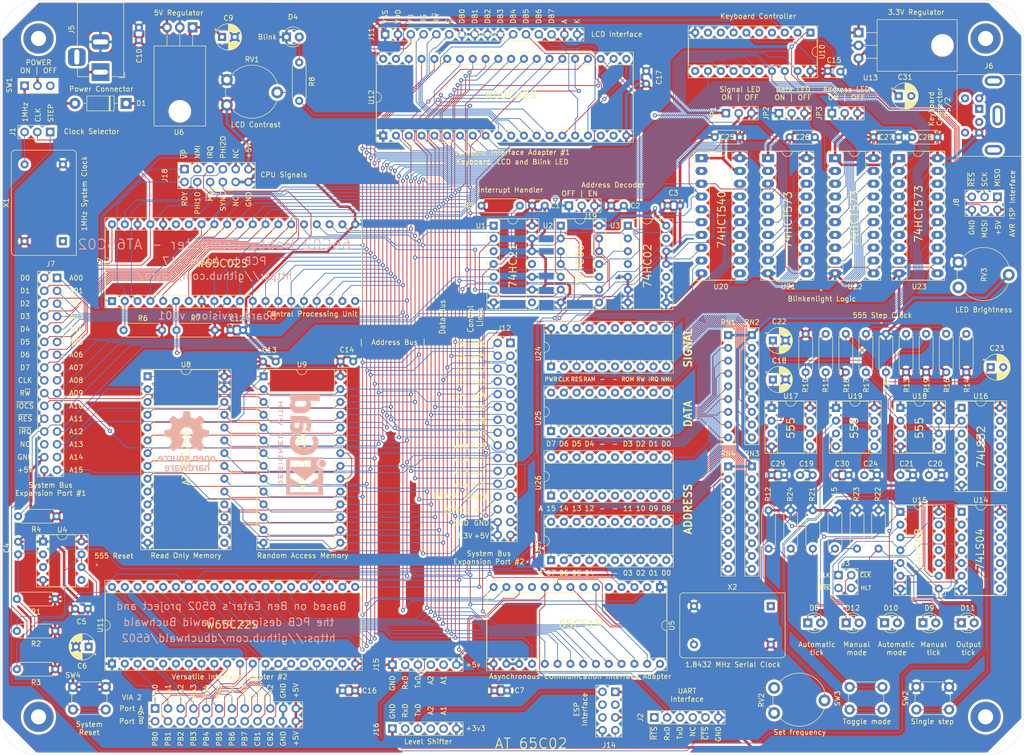
<source format=kicad_pcb>
(kicad_pcb (version 20171130) (host pcbnew "(5.1.9)-1")
  (layers (0 F.Cu signal hide) (31 B.Cu signal hide) (34 B.Paste user) (35 F.Paste user) (36 B.SilkS user) (37 F.SilkS user) (38 B.Mask user) (39 F.Mask user) (44 Edge.Cuts user))
  (net 0 "")
  (net 1 +5V)
  (net 2 GND)
  (net 3 "Net-(C4-Pad1)")
  (net 4 "/6502 Peripherals/v1pb0")
  (net 5 CLK)
  (net 6 CLKOUT)
  (net 7 a0)
  (net 8 a1)
  (net 9 a2)
  (net 10 a3)
  (net 11 a4)
  (net 12 a5)
  (net 13 a6)
  (net 14 a7)
  (net 15 a8)
  (net 16 a9)
  (net 17 a10)
  (net 18 a11)
  (net 19 a12)
  (net 20 a13)
  (net 21 a14)
  (net 22 a15)
  (net 23 d0)
  (net 24 d1)
  (net 25 d2)
  (net 26 d3)
  (net 27 d4)
  (net 28 d5)
  (net 29 d6)
  (net 30 d7)
  (net 31 R~W)
  (net 32 ~IOCS)
  (net 33 ~RES)
  (net 34 ~IRQX)
  (net 35 "/6502 Peripherals/v1pb1")
  (net 36 "/6502 Peripherals/v1pb2")
  (net 37 "/6502 Peripherals/v1pb3")
  (net 38 "/6502 Peripherals/v1pb4")
  (net 39 "/6502 Peripherals/v1pb5")
  (net 40 "/6502 Peripherals/v1pb6")
  (net 41 "/6502 Peripherals/v1pb7")
  (net 42 "/6502 Peripherals/v2pa0")
  (net 43 "/6502 Peripherals/v2pa1")
  (net 44 "/6502 Peripherals/v2pa2")
  (net 45 "/6502 Peripherals/v2pa3")
  (net 46 "/6502 Peripherals/v2pa4")
  (net 47 "/6502 Peripherals/v2pa5")
  (net 48 "/6502 Peripherals/v2pa6")
  (net 49 "/6502 Peripherals/v2pa7")
  (net 50 "/6502 Peripherals/v2pa8")
  (net 51 "/6502 Peripherals/v2pa9")
  (net 52 "/6502 Peripherals/v2pb0")
  (net 53 "/6502 Peripherals/v2pb1")
  (net 54 "/6502 Peripherals/v2pb2")
  (net 55 "/6502 Peripherals/v2pb3")
  (net 56 "/6502 Peripherals/v2pb4")
  (net 57 "/6502 Peripherals/v2pb5")
  (net 58 "/6502 Peripherals/v2pb6")
  (net 59 "/6502 Peripherals/v2pb7")
  (net 60 "/6502 Peripherals/v2pb8")
  (net 61 "/6502 Peripherals/v2pb9")
  (net 62 KBCLK)
  (net 63 KBDAT)
  (net 64 ~ROM_CS)
  (net 65 ~ROM_OE)
  (net 66 ~IRQ)
  (net 67 ~RAM_CS)
  (net 68 ~AIRQ)
  (net 69 ~V2IRQ)
  (net 70 ~V1IRQ)
  (net 71 "/6502 Peripherals/v1pa8")
  (net 72 "/6502 Peripherals/v1pa9")
  (net 73 "/6502 Peripherals/v1pa7")
  (net 74 "/6502 Peripherals/v1pa6")
  (net 75 "/6502 Peripherals/v1pa5")
  (net 76 "/6502 Peripherals/v1pa4")
  (net 77 "/6502 Peripherals/v1pa3")
  (net 78 "/6502 Peripherals/v1pa2")
  (net 79 "/6502 Peripherals/v1pa1")
  (net 80 "/6502 Peripherals/v1pa0")
  (net 81 RxD)
  (net 82 ~CTS)
  (net 83 TxD)
  (net 84 ~RTS)
  (net 85 RS232CLK)
  (net 86 "Net-(X1-Pad1)")
  (net 87 "Net-(X2-Pad1)")
  (net 88 "Net-(D1-Pad2)")
  (net 89 "Net-(D4-Pad2)")
  (net 90 "Net-(U2-Pad12)")
  (net 91 "Net-(U4-Pad5)")
  (net 92 "Net-(U5-Pad5)")
  (net 93 "Net-(U5-Pad7)")
  (net 94 "Net-(U5-Pad11)")
  (net 95 "Net-(U7-Pad35)")
  (net 96 "Net-(U10-Pad9)")
  (net 97 "Net-(U10-Pad8)")
  (net 98 "Net-(U10-Pad5)")
  (net 99 "Net-(U10-Pad4)")
  (net 100 "Net-(U10-Pad11)")
  (net 101 "Net-(U12-Pad19)")
  (net 102 "Net-(U12-Pad18)")
  (net 103 "Net-(C6-Pad1)")
  (net 104 "Net-(J6-Pad6)")
  (net 105 "Net-(J6-Pad2)")
  (net 106 "Net-(J7-Pad28)")
  (net 107 "Net-(J11-Pad3)")
  (net 108 "Net-(U1-Pad8)")
  (net 109 "Net-(U3-Pad10)")
  (net 110 "Net-(U3-Pad13)")
  (net 111 "Net-(U3-Pad4)")
  (net 112 "Net-(C9-Pad1)")
  (net 113 "Net-(SW1-Pad3)")
  (net 114 AUTO)
  (net 115 MAN)
  (net 116 ~MODE)
  (net 117 MODE)
  (net 118 HLT)
  (net 119 ~BRK)
  (net 120 "Net-(D8-Pad1)")
  (net 121 "Net-(D9-Pad1)")
  (net 122 "Net-(D10-Pad1)")
  (net 123 "Net-(D11-Pad1)")
  (net 124 "Net-(D12-Pad1)")
  (net 125 "Net-(C18-Pad1)")
  (net 126 "Net-(C19-Pad1)")
  (net 127 "Net-(C20-Pad1)")
  (net 128 "Net-(C21-Pad1)")
  (net 129 "Net-(C22-Pad1)")
  (net 130 "Net-(C23-Pad1)")
  (net 131 "Net-(C24-Pad1)")
  (net 132 +3.3V)
  (net 133 "Net-(C31-Pad2)")
  (net 134 CLKx)
  (net 135 ~CLKx)
  (net 136 "Net-(J5-Pad1)")
  (net 137 RxD3)
  (net 138 "Net-(J14-Pad6)")
  (net 139 "Net-(J14-Pad4)")
  (net 140 TxD3)
  (net 141 "Net-(J15-Pad5)")
  (net 142 "Net-(J15-Pad4)")
  (net 143 "Net-(J16-Pad4)")
  (net 144 "Net-(J16-Pad5)")
  (net 145 "Net-(JP1-Pad2)")
  (net 146 "Net-(JP2-Pad2)")
  (net 147 "Net-(JP3-Pad2)")
  (net 148 "Net-(R10-Pad2)")
  (net 149 "Net-(R11-Pad2)")
  (net 150 "Net-(R13-Pad2)")
  (net 151 "Net-(R16-Pad2)")
  (net 152 "Net-(R19-Pad2)")
  (net 153 "Net-(RN1-Pad9)")
  (net 154 "Net-(RN1-Pad8)")
  (net 155 "Net-(RN1-Pad7)")
  (net 156 "Net-(RN1-Pad6)")
  (net 157 "Net-(RN1-Pad5)")
  (net 158 "Net-(RN1-Pad4)")
  (net 159 "Net-(RN1-Pad3)")
  (net 160 "Net-(RN1-Pad2)")
  (net 161 LED_bright)
  (net 162 "Net-(RN2-Pad9)")
  (net 163 "Net-(RN2-Pad8)")
  (net 164 "Net-(RN2-Pad7)")
  (net 165 "Net-(RN2-Pad6)")
  (net 166 "Net-(RN2-Pad5)")
  (net 167 "Net-(RN2-Pad4)")
  (net 168 "Net-(RN2-Pad3)")
  (net 169 "Net-(RN2-Pad2)")
  (net 170 "Net-(RN3-Pad2)")
  (net 171 "Net-(RN3-Pad3)")
  (net 172 "Net-(RN3-Pad4)")
  (net 173 "Net-(RN3-Pad5)")
  (net 174 "Net-(RN3-Pad6)")
  (net 175 "Net-(RN3-Pad7)")
  (net 176 "Net-(RN3-Pad8)")
  (net 177 "Net-(RN3-Pad9)")
  (net 178 "Net-(RN4-Pad2)")
  (net 179 "Net-(RN4-Pad3)")
  (net 180 "Net-(RN4-Pad4)")
  (net 181 "Net-(RN4-Pad5)")
  (net 182 "Net-(RN4-Pad6)")
  (net 183 "Net-(RN4-Pad7)")
  (net 184 "Net-(RN4-Pad8)")
  (net 185 "Net-(RN4-Pad9)")
  (net 186 "Net-(RV2-Pad3)")
  (net 187 "Net-(RV3-Pad1)")
  (net 188 "Net-(U14-Pad4)")
  (net 189 "Net-(U15-Pad6)")
  (net 190 "Net-(U15-Pad3)")
  (net 191 "Net-(U15-Pad9)")
  (net 192 "Net-(U20-Pad18)")
  (net 193 "Net-(U20-Pad17)")
  (net 194 "Net-(U20-Pad16)")
  (net 195 "Net-(U20-Pad15)")
  (net 196 "Net-(U20-Pad14)")
  (net 197 "Net-(U20-Pad13)")
  (net 198 "Net-(U20-Pad12)")
  (net 199 "Net-(U20-Pad2)")
  (net 200 "Net-(U20-Pad11)")
  (net 201 "Net-(U21-Pad19)")
  (net 202 "Net-(U21-Pad18)")
  (net 203 "Net-(U21-Pad17)")
  (net 204 "Net-(U21-Pad16)")
  (net 205 "Net-(U21-Pad15)")
  (net 206 "Net-(U21-Pad14)")
  (net 207 "Net-(U21-Pad13)")
  (net 208 "Net-(U21-Pad12)")
  (net 209 "Net-(U22-Pad19)")
  (net 210 "Net-(U22-Pad18)")
  (net 211 "Net-(U22-Pad17)")
  (net 212 "Net-(U22-Pad16)")
  (net 213 "Net-(U22-Pad15)")
  (net 214 "Net-(U22-Pad14)")
  (net 215 "Net-(U22-Pad13)")
  (net 216 "Net-(U22-Pad12)")
  (net 217 "Net-(U23-Pad12)")
  (net 218 "Net-(U23-Pad13)")
  (net 219 "Net-(U23-Pad14)")
  (net 220 "Net-(U23-Pad15)")
  (net 221 "Net-(U23-Pad16)")
  (net 222 "Net-(U23-Pad17)")
  (net 223 "Net-(U23-Pad18)")
  (net 224 "Net-(U23-Pad19)")
  (net 225 "Net-(U24-Pad16)")
  (net 226 "Net-(U24-Pad6)")
  (net 227 "Net-(U24-Pad15)")
  (net 228 "Net-(U24-Pad5)")
  (net 229 "Net-(U25-Pad16)")
  (net 230 "Net-(U25-Pad6)")
  (net 231 "Net-(U25-Pad15)")
  (net 232 "Net-(U25-Pad5)")
  (net 233 "Net-(U26-Pad16)")
  (net 234 "Net-(U26-Pad6)")
  (net 235 "Net-(U26-Pad15)")
  (net 236 "Net-(U26-Pad5)")
  (net 237 "Net-(U27-Pad16)")
  (net 238 "Net-(U27-Pad6)")
  (net 239 "Net-(U27-Pad15)")
  (net 240 "Net-(U27-Pad5)")
  (net 241 "Net-(J14-Pad3)")
  (net 242 RDY)
  (net 243 ~NMI)
  (net 244 PHI2O)
  (net 245 SYNC)
  (net 246 ~ML)
  (net 247 PHI1O)
  (net 248 ~VP)
  (net 249 "Net-(J12-Pad27)")
  (net 250 AD_EN)
  (net 251 "Net-(J2-Pad4)")
  (module Capacitor_THT:C_Disc_D3.4mm_W2.1mm_P2.50mm (layer F.Cu) (at 45.32 28.265 90)
    (fp_text reference C10 (at -3.115 0.06 90) (layer F.SilkS))
    (fp_text value 0.1uF)
    (pad 1 thru_hole circle (at 0 0 90) (size 1.6 1.6) (drill 0.8) (layers *.Cu *.Mask) (net 1 +5V))
    (pad 2 thru_hole circle (at 2.5 0 90) (size 1.6 1.6) (drill 0.8) (layers *.Cu *.Mask) (net 2 GND))
  )
  (module Button_Switch_THT:SW_PUSH_6mm (layer F.Cu) (at 32.24 156.625)
    (fp_text reference SW4 (at 0 -2.33) (layer F.SilkS))
    (fp_text value SW_SPDT)
    (pad 1 thru_hole circle (at 6.5 0 90) (size 2 2) (drill 1.1) (layers *.Cu *.Mask) (net 2 GND))
    (pad 2 thru_hole circle (at 6.5 4.5 90) (size 2 2) (drill 1.1) (layers *.Cu *.Mask) (net 3 "Net-(C4-Pad1)"))
    (pad 1 thru_hole circle (at 0 0 90) (size 2 2) (drill 1.1) (layers *.Cu *.Mask) (net 2 GND))
    (pad 2 thru_hole circle (at 0 4.5 90) (size 2 2) (drill 1.1) (layers *.Cu *.Mask) (net 3 "Net-(C4-Pad1)"))
  )
  (module Button_Switch_THT:SW_PUSH_6mm (layer F.Cu) (at 199.619 156.625)
    (fp_text reference SW2 (at -2.159 2.286 90) (layer F.SilkS))
    (fp_text value Step)
    (pad 1 thru_hole circle (at 6.5 0 90) (size 2 2) (drill 1.1) (layers *.Cu *.Mask) (net 2 GND))
    (pad 2 thru_hole circle (at 6.5 4.5 90) (size 2 2) (drill 1.1) (layers *.Cu *.Mask) (net 150 "Net-(R13-Pad2)"))
    (pad 1 thru_hole circle (at 0 0 90) (size 2 2) (drill 1.1) (layers *.Cu *.Mask) (net 2 GND))
    (pad 2 thru_hole circle (at 0 4.5 90) (size 2 2) (drill 1.1) (layers *.Cu *.Mask) (net 150 "Net-(R13-Pad2)"))
  )
  (module Button_Switch_THT:SW_PUSH_6mm (layer F.Cu) (at 186.379 156.625)
    (fp_text reference SW3 (at -2.413 2.286 90) (layer F.SilkS))
    (fp_text value Mode)
    (pad 1 thru_hole circle (at 6.5 0 90) (size 2 2) (drill 1.1) (layers *.Cu *.Mask) (net 129 "Net-(C22-Pad1)"))
    (pad 2 thru_hole circle (at 6.5 4.5 90) (size 2 2) (drill 1.1) (layers *.Cu *.Mask) (net 152 "Net-(R19-Pad2)"))
    (pad 1 thru_hole circle (at 0 0 90) (size 2 2) (drill 1.1) (layers *.Cu *.Mask) (net 129 "Net-(C22-Pad1)"))
    (pad 2 thru_hole circle (at 0 4.5 90) (size 2 2) (drill 1.1) (layers *.Cu *.Mask) (net 152 "Net-(R19-Pad2)"))
  )
  (module Connector_PinHeader_2.54mm:PinHeader_1x03_P2.54mm_Vertical (layer F.Cu) (at 182.85 42.76 90)
    (fp_text reference JP3 (at 0 -2.53 90) (layer F.SilkS))
    (fp_text value EN_ADDR)
    (pad 3 thru_hole oval (at 0 5.08 90) (size 1.7 1.7) (drill 1) (layers *.Cu *.Mask) (net 1 +5V))
    (pad 2 thru_hole oval (at 0 2.54 90) (size 1.7 1.7) (drill 1) (layers *.Cu *.Mask) (net 147 "Net-(JP3-Pad2)"))
    (pad 1 thru_hole rect (at 0 0 90) (size 1.7 1.7) (drill 1) (layers *.Cu *.Mask) (net 2 GND))
  )
  (module Connector_PinHeader_2.54mm:PinHeader_1x03_P2.54mm_Vertical (layer F.Cu) (at 172.33 42.76 90)
    (fp_text reference JP2 (at 0 -2.53 90) (layer F.SilkS))
    (fp_text value EN_DATA)
    (pad 3 thru_hole oval (at 0 5.08 90) (size 1.7 1.7) (drill 1) (layers *.Cu *.Mask) (net 1 +5V))
    (pad 2 thru_hole oval (at 0 2.54 90) (size 1.7 1.7) (drill 1) (layers *.Cu *.Mask) (net 146 "Net-(JP2-Pad2)"))
    (pad 1 thru_hole rect (at 0 0 90) (size 1.7 1.7) (drill 1) (layers *.Cu *.Mask) (net 2 GND))
  )
  (module Connector_PinHeader_2.54mm:PinHeader_1x03_P2.54mm_Vertical (layer F.Cu) (at 161.81 42.76 90)
    (fp_text reference JP1 (at 0 -2.53 90) (layer F.SilkS))
    (fp_text value EN_SIGNAL)
    (pad 3 thru_hole oval (at 0 5.08 90) (size 1.7 1.7) (drill 1) (layers *.Cu *.Mask) (net 1 +5V))
    (pad 2 thru_hole oval (at 0 2.54 90) (size 1.7 1.7) (drill 1) (layers *.Cu *.Mask) (net 145 "Net-(JP1-Pad2)"))
    (pad 1 thru_hole rect (at 0 0 90) (size 1.7 1.7) (drill 1) (layers *.Cu *.Mask) (net 2 GND))
  )
  (module Connector_PinSocket_2.54mm:PinSocket_2x16_P2.54mm_Vertical (layer F.Cu) (at 119.06 88.36)
    (fp_text reference J12 (at -1.22 -2.93) (layer F.SilkS))
    (fp_text value "Expansion port #2")
    (pad 32 thru_hole oval (at -2.54 38.1) (size 1.7 1.7) (drill 1) (layers *.Cu *.Mask) (net 2 GND))
    (pad 31 thru_hole oval (at 0 38.1) (size 1.7 1.7) (drill 1) (layers *.Cu *.Mask) (net 1 +5V))
    (pad 30 thru_hole oval (at -2.54 35.56) (size 1.7 1.7) (drill 1) (layers *.Cu *.Mask) (net 2 GND))
    (pad 29 thru_hole oval (at 0 35.56) (size 1.7 1.7) (drill 1) (layers *.Cu *.Mask) (net 132 +3.3V))
    (pad 28 thru_hole oval (at -2.54 33.02) (size 1.7 1.7) (drill 1) (layers *.Cu *.Mask) (net 67 ~RAM_CS))
    (pad 27 thru_hole oval (at 0 33.02) (size 1.7 1.7) (drill 1) (layers *.Cu *.Mask) (net 249 "Net-(J12-Pad27)"))
    (pad 26 thru_hole oval (at -2.54 30.48) (size 1.7 1.7) (drill 1) (layers *.Cu *.Mask) (net 64 ~ROM_CS))
    (pad 25 thru_hole oval (at 0 30.48) (size 1.7 1.7) (drill 1) (layers *.Cu *.Mask) (net 65 ~ROM_OE))
    (pad 24 thru_hole oval (at -2.54 27.94) (size 1.7 1.7) (drill 1) (layers *.Cu *.Mask) (net 21 a14))
    (pad 23 thru_hole oval (at 0 27.94) (size 1.7 1.7) (drill 1) (layers *.Cu *.Mask) (net 22 a15))
    (pad 22 thru_hole oval (at -2.54 25.4) (size 1.7 1.7) (drill 1) (layers *.Cu *.Mask) (net 19 a12))
    (pad 21 thru_hole oval (at 0 25.4) (size 1.7 1.7) (drill 1) (layers *.Cu *.Mask) (net 20 a13))
    (pad 20 thru_hole oval (at -2.54 22.86) (size 1.7 1.7) (drill 1) (layers *.Cu *.Mask) (net 17 a10))
    (pad 19 thru_hole oval (at 0 22.86) (size 1.7 1.7) (drill 1) (layers *.Cu *.Mask) (net 18 a11))
    (pad 18 thru_hole oval (at -2.54 20.32) (size 1.7 1.7) (drill 1) (layers *.Cu *.Mask) (net 15 a8))
    (pad 17 thru_hole oval (at 0 20.32) (size 1.7 1.7) (drill 1) (layers *.Cu *.Mask) (net 16 a9))
    (pad 16 thru_hole oval (at -2.54 17.78) (size 1.7 1.7) (drill 1) (layers *.Cu *.Mask) (net 14 a7))
    (pad 15 thru_hole oval (at 0 17.78) (size 1.7 1.7) (drill 1) (layers *.Cu *.Mask) (net 30 d7))
    (pad 14 thru_hole oval (at -2.54 15.24) (size 1.7 1.7) (drill 1) (layers *.Cu *.Mask) (net 13 a6))
    (pad 13 thru_hole oval (at 0 15.24) (size 1.7 1.7) (drill 1) (layers *.Cu *.Mask) (net 29 d6))
    (pad 12 thru_hole oval (at -2.54 12.7) (size 1.7 1.7) (drill 1) (layers *.Cu *.Mask) (net 12 a5))
    (pad 11 thru_hole oval (at 0 12.7) (size 1.7 1.7) (drill 1) (layers *.Cu *.Mask) (net 28 d5))
    (pad 10 thru_hole oval (at -2.54 10.16) (size 1.7 1.7) (drill 1) (layers *.Cu *.Mask) (net 11 a4))
    (pad 9 thru_hole oval (at 0 10.16) (size 1.7 1.7) (drill 1) (layers *.Cu *.Mask) (net 27 d4))
    (pad 8 thru_hole oval (at -2.54 7.62) (size 1.7 1.7) (drill 1) (layers *.Cu *.Mask) (net 10 a3))
    (pad 7 thru_hole oval (at 0 7.62) (size 1.7 1.7) (drill 1) (layers *.Cu *.Mask) (net 26 d3))
    (pad 6 thru_hole oval (at -2.54 5.08) (size 1.7 1.7) (drill 1) (layers *.Cu *.Mask) (net 9 a2))
    (pad 5 thru_hole oval (at 0 5.08) (size 1.7 1.7) (drill 1) (layers *.Cu *.Mask) (net 25 d2))
    (pad 4 thru_hole oval (at -2.54 2.54) (size 1.7 1.7) (drill 1) (layers *.Cu *.Mask) (net 8 a1))
    (pad 3 thru_hole oval (at 0 2.54) (size 1.7 1.7) (drill 1) (layers *.Cu *.Mask) (net 24 d1))
    (pad 2 thru_hole oval (at -2.54 0) (size 1.7 1.7) (drill 1) (layers *.Cu *.Mask) (net 7 a0))
    (pad 1 thru_hole rect (at 0 0) (size 1.7 1.7) (drill 1) (layers *.Cu *.Mask) (net 23 d0))
  )
  (module Package_DIP:DIP-20_W7.62mm_Socket (layer F.Cu) (at 127.12 105.846666 90)
    (fp_text reference U25 (at 2.54 -2.54 90) (layer F.SilkS))
    (fp_text value 10_LED_Array)
    (pad 20 thru_hole oval (at 7.62 0 90) (size 1.6 1.6) (drill 0.8) (layers *.Cu *.Mask) (net 201 "Net-(U21-Pad19)"))
    (pad 10 thru_hole oval (at 0 22.86 90) (size 1.6 1.6) (drill 0.8) (layers *.Cu *.Mask) (net 153 "Net-(RN1-Pad9)"))
    (pad 19 thru_hole oval (at 7.62 2.54 90) (size 1.6 1.6) (drill 0.8) (layers *.Cu *.Mask) (net 202 "Net-(U21-Pad18)"))
    (pad 9 thru_hole oval (at 0 20.32 90) (size 1.6 1.6) (drill 0.8) (layers *.Cu *.Mask) (net 154 "Net-(RN1-Pad8)"))
    (pad 18 thru_hole oval (at 7.62 5.08 90) (size 1.6 1.6) (drill 0.8) (layers *.Cu *.Mask) (net 203 "Net-(U21-Pad17)"))
    (pad 8 thru_hole oval (at 0 17.78 90) (size 1.6 1.6) (drill 0.8) (layers *.Cu *.Mask) (net 155 "Net-(RN1-Pad7)"))
    (pad 17 thru_hole oval (at 7.62 7.62 90) (size 1.6 1.6) (drill 0.8) (layers *.Cu *.Mask) (net 204 "Net-(U21-Pad16)"))
    (pad 7 thru_hole oval (at 0 15.24 90) (size 1.6 1.6) (drill 0.8) (layers *.Cu *.Mask) (net 156 "Net-(RN1-Pad6)"))
    (pad 16 thru_hole oval (at 7.62 10.16 90) (size 1.6 1.6) (drill 0.8) (layers *.Cu *.Mask) (net 229 "Net-(U25-Pad16)"))
    (pad 6 thru_hole oval (at 0 12.7 90) (size 1.6 1.6) (drill 0.8) (layers *.Cu *.Mask) (net 230 "Net-(U25-Pad6)"))
    (pad 15 thru_hole oval (at 7.62 12.7 90) (size 1.6 1.6) (drill 0.8) (layers *.Cu *.Mask) (net 231 "Net-(U25-Pad15)"))
    (pad 5 thru_hole oval (at 0 10.16 90) (size 1.6 1.6) (drill 0.8) (layers *.Cu *.Mask) (net 232 "Net-(U25-Pad5)"))
    (pad 14 thru_hole oval (at 7.62 15.24 90) (size 1.6 1.6) (drill 0.8) (layers *.Cu *.Mask) (net 205 "Net-(U21-Pad15)"))
    (pad 4 thru_hole oval (at 0 7.62 90) (size 1.6 1.6) (drill 0.8) (layers *.Cu *.Mask) (net 157 "Net-(RN1-Pad5)"))
    (pad 13 thru_hole oval (at 7.62 17.78 90) (size 1.6 1.6) (drill 0.8) (layers *.Cu *.Mask) (net 206 "Net-(U21-Pad14)"))
    (pad 3 thru_hole oval (at 0 5.08 90) (size 1.6 1.6) (drill 0.8) (layers *.Cu *.Mask) (net 158 "Net-(RN1-Pad4)"))
    (pad 12 thru_hole oval (at 7.62 20.32 90) (size 1.6 1.6) (drill 0.8) (layers *.Cu *.Mask) (net 207 "Net-(U21-Pad13)"))
    (pad 2 thru_hole oval (at 0 2.54 90) (size 1.6 1.6) (drill 0.8) (layers *.Cu *.Mask) (net 159 "Net-(RN1-Pad3)"))
    (pad 11 thru_hole oval (at 7.62 22.86 90) (size 1.6 1.6) (drill 0.8) (layers *.Cu *.Mask) (net 208 "Net-(U21-Pad12)"))
    (pad 1 thru_hole rect (at 0 0 90) (size 1.6 1.6) (drill 0.8) (layers *.Cu *.Mask) (net 160 "Net-(RN1-Pad2)"))
  )
  (module Package_DIP:DIP-20_W7.62mm_Socket (layer F.Cu) (at 127.12 93.03 90)
    (fp_text reference U24 (at 2.54 -2.54 270) (layer F.SilkS))
    (fp_text value 10_LED_Array)
    (pad 20 thru_hole oval (at 7.62 0 90) (size 1.6 1.6) (drill 0.8) (layers *.Cu *.Mask) (net 1 +5V))
    (pad 10 thru_hole oval (at 0 22.86 90) (size 1.6 1.6) (drill 0.8) (layers *.Cu *.Mask) (net 162 "Net-(RN2-Pad9)"))
    (pad 19 thru_hole oval (at 7.62 2.54 90) (size 1.6 1.6) (drill 0.8) (layers *.Cu *.Mask) (net 193 "Net-(U20-Pad17)"))
    (pad 9 thru_hole oval (at 0 20.32 90) (size 1.6 1.6) (drill 0.8) (layers *.Cu *.Mask) (net 163 "Net-(RN2-Pad8)"))
    (pad 18 thru_hole oval (at 7.62 5.08 90) (size 1.6 1.6) (drill 0.8) (layers *.Cu *.Mask) (net 194 "Net-(U20-Pad16)"))
    (pad 8 thru_hole oval (at 0 17.78 90) (size 1.6 1.6) (drill 0.8) (layers *.Cu *.Mask) (net 164 "Net-(RN2-Pad7)"))
    (pad 17 thru_hole oval (at 7.62 7.62 90) (size 1.6 1.6) (drill 0.8) (layers *.Cu *.Mask) (net 195 "Net-(U20-Pad15)"))
    (pad 7 thru_hole oval (at 0 15.24 90) (size 1.6 1.6) (drill 0.8) (layers *.Cu *.Mask) (net 165 "Net-(RN2-Pad6)"))
    (pad 16 thru_hole oval (at 7.62 10.16 90) (size 1.6 1.6) (drill 0.8) (layers *.Cu *.Mask) (net 225 "Net-(U24-Pad16)"))
    (pad 6 thru_hole oval (at 0 12.7 90) (size 1.6 1.6) (drill 0.8) (layers *.Cu *.Mask) (net 226 "Net-(U24-Pad6)"))
    (pad 15 thru_hole oval (at 7.62 12.7 90) (size 1.6 1.6) (drill 0.8) (layers *.Cu *.Mask) (net 227 "Net-(U24-Pad15)"))
    (pad 5 thru_hole oval (at 0 10.16 90) (size 1.6 1.6) (drill 0.8) (layers *.Cu *.Mask) (net 228 "Net-(U24-Pad5)"))
    (pad 14 thru_hole oval (at 7.62 15.24 90) (size 1.6 1.6) (drill 0.8) (layers *.Cu *.Mask) (net 196 "Net-(U20-Pad14)"))
    (pad 4 thru_hole oval (at 0 7.62 90) (size 1.6 1.6) (drill 0.8) (layers *.Cu *.Mask) (net 166 "Net-(RN2-Pad5)"))
    (pad 13 thru_hole oval (at 7.62 17.78 90) (size 1.6 1.6) (drill 0.8) (layers *.Cu *.Mask) (net 197 "Net-(U20-Pad13)"))
    (pad 3 thru_hole oval (at 0 5.08 90) (size 1.6 1.6) (drill 0.8) (layers *.Cu *.Mask) (net 167 "Net-(RN2-Pad4)"))
    (pad 12 thru_hole oval (at 7.62 20.32 90) (size 1.6 1.6) (drill 0.8) (layers *.Cu *.Mask) (net 198 "Net-(U20-Pad12)"))
    (pad 2 thru_hole oval (at 0 2.54 90) (size 1.6 1.6) (drill 0.8) (layers *.Cu *.Mask) (net 168 "Net-(RN2-Pad3)"))
    (pad 11 thru_hole oval (at 7.62 22.86 90) (size 1.6 1.6) (drill 0.8) (layers *.Cu *.Mask) (net 200 "Net-(U20-Pad11)"))
    (pad 1 thru_hole rect (at 0 0 90) (size 1.6 1.6) (drill 0.8) (layers *.Cu *.Mask) (net 169 "Net-(RN2-Pad2)"))
  )
  (module Package_DIP:DIP-20_W7.62mm_Socket (layer F.Cu) (at 127.12 118.663332 90)
    (fp_text reference U26 (at 2.54 -2.54 90) (layer F.SilkS))
    (fp_text value 10_LED_Array)
    (pad 20 thru_hole oval (at 7.62 0 90) (size 1.6 1.6) (drill 0.8) (layers *.Cu *.Mask) (net 209 "Net-(U22-Pad19)"))
    (pad 10 thru_hole oval (at 0 22.86 90) (size 1.6 1.6) (drill 0.8) (layers *.Cu *.Mask) (net 177 "Net-(RN3-Pad9)"))
    (pad 19 thru_hole oval (at 7.62 2.54 90) (size 1.6 1.6) (drill 0.8) (layers *.Cu *.Mask) (net 210 "Net-(U22-Pad18)"))
    (pad 9 thru_hole oval (at 0 20.32 90) (size 1.6 1.6) (drill 0.8) (layers *.Cu *.Mask) (net 176 "Net-(RN3-Pad8)"))
    (pad 18 thru_hole oval (at 7.62 5.08 90) (size 1.6 1.6) (drill 0.8) (layers *.Cu *.Mask) (net 211 "Net-(U22-Pad17)"))
    (pad 8 thru_hole oval (at 0 17.78 90) (size 1.6 1.6) (drill 0.8) (layers *.Cu *.Mask) (net 175 "Net-(RN3-Pad7)"))
    (pad 17 thru_hole oval (at 7.62 7.62 90) (size 1.6 1.6) (drill 0.8) (layers *.Cu *.Mask) (net 212 "Net-(U22-Pad16)"))
    (pad 7 thru_hole oval (at 0 15.24 90) (size 1.6 1.6) (drill 0.8) (layers *.Cu *.Mask) (net 174 "Net-(RN3-Pad6)"))
    (pad 16 thru_hole oval (at 7.62 10.16 90) (size 1.6 1.6) (drill 0.8) (layers *.Cu *.Mask) (net 233 "Net-(U26-Pad16)"))
    (pad 6 thru_hole oval (at 0 12.7 90) (size 1.6 1.6) (drill 0.8) (layers *.Cu *.Mask) (net 234 "Net-(U26-Pad6)"))
    (pad 15 thru_hole oval (at 7.62 12.7 90) (size 1.6 1.6) (drill 0.8) (layers *.Cu *.Mask) (net 235 "Net-(U26-Pad15)"))
    (pad 5 thru_hole oval (at 0 10.16 90) (size 1.6 1.6) (drill 0.8) (layers *.Cu *.Mask) (net 236 "Net-(U26-Pad5)"))
    (pad 14 thru_hole oval (at 7.62 15.24 90) (size 1.6 1.6) (drill 0.8) (layers *.Cu *.Mask) (net 213 "Net-(U22-Pad15)"))
    (pad 4 thru_hole oval (at 0 7.62 90) (size 1.6 1.6) (drill 0.8) (layers *.Cu *.Mask) (net 173 "Net-(RN3-Pad5)"))
    (pad 13 thru_hole oval (at 7.62 17.78 90) (size 1.6 1.6) (drill 0.8) (layers *.Cu *.Mask) (net 214 "Net-(U22-Pad14)"))
    (pad 3 thru_hole oval (at 0 5.08 90) (size 1.6 1.6) (drill 0.8) (layers *.Cu *.Mask) (net 172 "Net-(RN3-Pad4)"))
    (pad 12 thru_hole oval (at 7.62 20.32 90) (size 1.6 1.6) (drill 0.8) (layers *.Cu *.Mask) (net 215 "Net-(U22-Pad13)"))
    (pad 2 thru_hole oval (at 0 2.54 90) (size 1.6 1.6) (drill 0.8) (layers *.Cu *.Mask) (net 171 "Net-(RN3-Pad3)"))
    (pad 11 thru_hole oval (at 7.62 22.86 90) (size 1.6 1.6) (drill 0.8) (layers *.Cu *.Mask) (net 216 "Net-(U22-Pad12)"))
    (pad 1 thru_hole rect (at 0 0 90) (size 1.6 1.6) (drill 0.8) (layers *.Cu *.Mask) (net 170 "Net-(RN3-Pad2)"))
  )
  (module Package_DIP:DIP-20_W7.62mm_Socket (layer F.Cu) (at 127.12 131.48 90)
    (fp_text reference U27 (at 2.54 -2.54 90) (layer F.SilkS))
    (fp_text value 10_LED_Array)
    (pad 20 thru_hole oval (at 7.62 0 90) (size 1.6 1.6) (drill 0.8) (layers *.Cu *.Mask) (net 224 "Net-(U23-Pad19)"))
    (pad 10 thru_hole oval (at 0 22.86 90) (size 1.6 1.6) (drill 0.8) (layers *.Cu *.Mask) (net 185 "Net-(RN4-Pad9)"))
    (pad 19 thru_hole oval (at 7.62 2.54 90) (size 1.6 1.6) (drill 0.8) (layers *.Cu *.Mask) (net 223 "Net-(U23-Pad18)"))
    (pad 9 thru_hole oval (at 0 20.32 90) (size 1.6 1.6) (drill 0.8) (layers *.Cu *.Mask) (net 184 "Net-(RN4-Pad8)"))
    (pad 18 thru_hole oval (at 7.62 5.08 90) (size 1.6 1.6) (drill 0.8) (layers *.Cu *.Mask) (net 222 "Net-(U23-Pad17)"))
    (pad 8 thru_hole oval (at 0 17.78 90) (size 1.6 1.6) (drill 0.8) (layers *.Cu *.Mask) (net 183 "Net-(RN4-Pad7)"))
    (pad 17 thru_hole oval (at 7.62 7.62 90) (size 1.6 1.6) (drill 0.8) (layers *.Cu *.Mask) (net 221 "Net-(U23-Pad16)"))
    (pad 7 thru_hole oval (at 0 15.24 90) (size 1.6 1.6) (drill 0.8) (layers *.Cu *.Mask) (net 182 "Net-(RN4-Pad6)"))
    (pad 16 thru_hole oval (at 7.62 10.16 90) (size 1.6 1.6) (drill 0.8) (layers *.Cu *.Mask) (net 237 "Net-(U27-Pad16)"))
    (pad 6 thru_hole oval (at 0 12.7 90) (size 1.6 1.6) (drill 0.8) (layers *.Cu *.Mask) (net 238 "Net-(U27-Pad6)"))
    (pad 15 thru_hole oval (at 7.62 12.7 90) (size 1.6 1.6) (drill 0.8) (layers *.Cu *.Mask) (net 239 "Net-(U27-Pad15)"))
    (pad 5 thru_hole oval (at 0 10.16 90) (size 1.6 1.6) (drill 0.8) (layers *.Cu *.Mask) (net 240 "Net-(U27-Pad5)"))
    (pad 14 thru_hole oval (at 7.62 15.24 90) (size 1.6 1.6) (drill 0.8) (layers *.Cu *.Mask) (net 220 "Net-(U23-Pad15)"))
    (pad 4 thru_hole oval (at 0 7.62 90) (size 1.6 1.6) (drill 0.8) (layers *.Cu *.Mask) (net 181 "Net-(RN4-Pad5)"))
    (pad 13 thru_hole oval (at 7.62 17.78 90) (size 1.6 1.6) (drill 0.8) (layers *.Cu *.Mask) (net 219 "Net-(U23-Pad14)"))
    (pad 3 thru_hole oval (at 0 5.08 90) (size 1.6 1.6) (drill 0.8) (layers *.Cu *.Mask) (net 180 "Net-(RN4-Pad4)"))
    (pad 12 thru_hole oval (at 7.62 20.32 90) (size 1.6 1.6) (drill 0.8) (layers *.Cu *.Mask) (net 218 "Net-(U23-Pad13)"))
    (pad 2 thru_hole oval (at 0 2.54 90) (size 1.6 1.6) (drill 0.8) (layers *.Cu *.Mask) (net 179 "Net-(RN4-Pad3)"))
    (pad 11 thru_hole oval (at 7.62 22.86 90) (size 1.6 1.6) (drill 0.8) (layers *.Cu *.Mask) (net 217 "Net-(U23-Pad12)"))
    (pad 1 thru_hole rect (at 0 0 90) (size 1.6 1.6) (drill 0.8) (layers *.Cu *.Mask) (net 178 "Net-(RN4-Pad2)"))
  )
  (module Potentiometer_THT:Potentiometer_Piher_PT-10-V10_Vertical (layer F.Cu) (at 207.96 77.33)
    (fp_text reference RV3 (at 5.09 -2.5 90) (layer F.SilkS))
    (fp_text value 150k)
    (pad 3 thru_hole circle (at 0 -5) (size 2.34 2.34) (drill 1.3) (layers *.Cu *.Mask) (net 2 GND))
    (pad 2 thru_hole circle (at 10 -2.5) (size 2.34 2.34) (drill 1.3) (layers *.Cu *.Mask) (net 161 LED_bright))
    (pad 1 thru_hole circle (at 0 0) (size 2.34 2.34) (drill 1.3) (layers *.Cu *.Mask) (net 187 "Net-(RV3-Pad1)"))
  )
  (module Connector_PinSocket_2.54mm:PinSocket_1x06_P2.54mm_Vertical (layer F.Cu) (at 95.63 152.21 90)
    (fp_text reference J15 (at -0.04 -3.22 90) (layer F.SilkS))
    (fp_text value Level_Shifter_HV)
    (pad 6 thru_hole oval (at 0 12.7 90) (size 1.7 1.7) (drill 1) (layers *.Cu *.Mask) (net 2 GND))
    (pad 5 thru_hole oval (at 0 10.16 90) (size 1.7 1.7) (drill 1) (layers *.Cu *.Mask) (net 141 "Net-(J15-Pad5)"))
    (pad 4 thru_hole oval (at 0 7.62 90) (size 1.7 1.7) (drill 1) (layers *.Cu *.Mask) (net 142 "Net-(J15-Pad4)"))
    (pad 3 thru_hole oval (at 0 5.08 90) (size 1.7 1.7) (drill 1) (layers *.Cu *.Mask) (net 81 RxD))
    (pad 2 thru_hole oval (at 0 2.54 90) (size 1.7 1.7) (drill 1) (layers *.Cu *.Mask) (net 83 TxD))
    (pad 1 thru_hole rect (at 0 0 90) (size 1.7 1.7) (drill 1) (layers *.Cu *.Mask) (net 1 +5V))
  )
  (module Connector_PinSocket_2.54mm:PinSocket_1x06_P2.54mm_Vertical (layer F.Cu) (at 95.63 164.91 90)
    (fp_text reference J16 (at -0.19 -3.22 90) (layer F.SilkS))
    (fp_text value Level_Shifter_LV)
    (pad 1 thru_hole rect (at 0 0 90) (size 1.7 1.7) (drill 1) (layers *.Cu *.Mask) (net 132 +3.3V))
    (pad 2 thru_hole oval (at 0 2.54 90) (size 1.7 1.7) (drill 1) (layers *.Cu *.Mask) (net 140 TxD3))
    (pad 3 thru_hole oval (at 0 5.08 90) (size 1.7 1.7) (drill 1) (layers *.Cu *.Mask) (net 137 RxD3))
    (pad 4 thru_hole oval (at 0 7.62 90) (size 1.7 1.7) (drill 1) (layers *.Cu *.Mask) (net 143 "Net-(J16-Pad4)"))
    (pad 5 thru_hole oval (at 0 10.16 90) (size 1.7 1.7) (drill 1) (layers *.Cu *.Mask) (net 144 "Net-(J16-Pad5)"))
    (pad 6 thru_hole oval (at 0 12.7 90) (size 1.7 1.7) (drill 1) (layers *.Cu *.Mask) (net 2 GND))
  )
  (module Connector_PinSocket_2.54mm:PinSocket_2x04_P2.54mm_Vertical (layer F.Cu) (at 139.86 157.6)
    (fp_text reference J14 (at -1.22 10.58) (layer F.SilkS))
    (fp_text value "ESP Interface")
    (pad 8 thru_hole oval (at -2.54 7.62) (size 1.7 1.7) (drill 1) (layers *.Cu *.Mask) (net 2 GND))
    (pad 7 thru_hole oval (at 0 7.62) (size 1.7 1.7) (drill 1) (layers *.Cu *.Mask) (net 140 TxD3))
    (pad 6 thru_hole oval (at -2.54 5.08) (size 1.7 1.7) (drill 1) (layers *.Cu *.Mask) (net 138 "Net-(J14-Pad6)"))
    (pad 5 thru_hole oval (at 0 5.08) (size 1.7 1.7) (drill 1) (layers *.Cu *.Mask) (net 132 +3.3V))
    (pad 4 thru_hole oval (at -2.54 2.54) (size 1.7 1.7) (drill 1) (layers *.Cu *.Mask) (net 139 "Net-(J14-Pad4)"))
    (pad 3 thru_hole oval (at 0 2.54) (size 1.7 1.7) (drill 1) (layers *.Cu *.Mask) (net 241 "Net-(J14-Pad3)"))
    (pad 2 thru_hole oval (at -2.54 0) (size 1.7 1.7) (drill 1) (layers *.Cu *.Mask) (net 137 RxD3))
    (pad 1 thru_hole rect (at 0 0) (size 1.7 1.7) (drill 1) (layers *.Cu *.Mask) (net 132 +3.3V))
  )
  (module Package_TO_SOT_THT:TO-220-3_Horizontal_TabDown (layer F.Cu) (at 188.14 26.77 270)
    (fp_text reference U13 (at 8.96 -2.37) (layer F.SilkS))
    (fp_text value L7806)
    (pad "" np_thru_hole oval (at 2.54 -16.66 270) (size 3.5 3.5) (drill 3.5) (layers *.Cu *.Mask))
    (pad 1 thru_hole rect (at 0 0 270) (size 1.905 2) (drill 1.1) (layers *.Cu *.Mask) (net 1 +5V))
    (pad 2 thru_hole oval (at 2.54 0 270) (size 1.905 2) (drill 1.1) (layers *.Cu *.Mask) (net 2 GND))
    (pad 3 thru_hole oval (at 5.08 0 270) (size 1.905 2) (drill 1.1) (layers *.Cu *.Mask) (net 132 +3.3V))
  )
  (module Package_DIP:DIP-40_W15.24mm_Socket (layer F.Cu) (at 39.98 152.01 90)
    (fp_text reference U11 (at 7.62 -2.33 90) (layer F.SilkS))
    (fp_text value 65C22S)
    (pad 1 thru_hole rect (at 0 0 90) (size 1.6 1.6) (drill 0.8) (layers *.Cu *.Mask) (net 2 GND))
    (pad 21 thru_hole oval (at 15.24 48.26 90) (size 1.6 1.6) (drill 0.8) (layers *.Cu *.Mask) (net 69 ~V2IRQ))
    (pad 2 thru_hole oval (at 0 2.54 90) (size 1.6 1.6) (drill 0.8) (layers *.Cu *.Mask) (net 42 "/6502 Peripherals/v2pa0"))
    (pad 22 thru_hole oval (at 15.24 45.72 90) (size 1.6 1.6) (drill 0.8) (layers *.Cu *.Mask) (net 31 R~W))
    (pad 3 thru_hole oval (at 0 5.08 90) (size 1.6 1.6) (drill 0.8) (layers *.Cu *.Mask) (net 43 "/6502 Peripherals/v2pa1"))
    (pad 23 thru_hole oval (at 15.24 43.18 90) (size 1.6 1.6) (drill 0.8) (layers *.Cu *.Mask) (net 32 ~IOCS))
    (pad 4 thru_hole oval (at 0 7.62 90) (size 1.6 1.6) (drill 0.8) (layers *.Cu *.Mask) (net 44 "/6502 Peripherals/v2pa2"))
    (pad 24 thru_hole oval (at 15.24 40.64 90) (size 1.6 1.6) (drill 0.8) (layers *.Cu *.Mask) (net 18 a11))
    (pad 5 thru_hole oval (at 0 10.16 90) (size 1.6 1.6) (drill 0.8) (layers *.Cu *.Mask) (net 45 "/6502 Peripherals/v2pa3"))
    (pad 25 thru_hole oval (at 15.24 38.1 90) (size 1.6 1.6) (drill 0.8) (layers *.Cu *.Mask) (net 5 CLK))
    (pad 6 thru_hole oval (at 0 12.7 90) (size 1.6 1.6) (drill 0.8) (layers *.Cu *.Mask) (net 46 "/6502 Peripherals/v2pa4"))
    (pad 26 thru_hole oval (at 15.24 35.56 90) (size 1.6 1.6) (drill 0.8) (layers *.Cu *.Mask) (net 30 d7))
    (pad 7 thru_hole oval (at 0 15.24 90) (size 1.6 1.6) (drill 0.8) (layers *.Cu *.Mask) (net 47 "/6502 Peripherals/v2pa5"))
    (pad 27 thru_hole oval (at 15.24 33.02 90) (size 1.6 1.6) (drill 0.8) (layers *.Cu *.Mask) (net 29 d6))
    (pad 8 thru_hole oval (at 0 17.78 90) (size 1.6 1.6) (drill 0.8) (layers *.Cu *.Mask) (net 48 "/6502 Peripherals/v2pa6"))
    (pad 28 thru_hole oval (at 15.24 30.48 90) (size 1.6 1.6) (drill 0.8) (layers *.Cu *.Mask) (net 28 d5))
    (pad 9 thru_hole oval (at 0 20.32 90) (size 1.6 1.6) (drill 0.8) (layers *.Cu *.Mask) (net 49 "/6502 Peripherals/v2pa7"))
    (pad 29 thru_hole oval (at 15.24 27.94 90) (size 1.6 1.6) (drill 0.8) (layers *.Cu *.Mask) (net 27 d4))
    (pad 10 thru_hole oval (at 0 22.86 90) (size 1.6 1.6) (drill 0.8) (layers *.Cu *.Mask) (net 52 "/6502 Peripherals/v2pb0"))
    (pad 30 thru_hole oval (at 15.24 25.4 90) (size 1.6 1.6) (drill 0.8) (layers *.Cu *.Mask) (net 26 d3))
    (pad 11 thru_hole oval (at 0 25.4 90) (size 1.6 1.6) (drill 0.8) (layers *.Cu *.Mask) (net 53 "/6502 Peripherals/v2pb1"))
    (pad 31 thru_hole oval (at 15.24 22.86 90) (size 1.6 1.6) (drill 0.8) (layers *.Cu *.Mask) (net 25 d2))
    (pad 12 thru_hole oval (at 0 27.94 90) (size 1.6 1.6) (drill 0.8) (layers *.Cu *.Mask) (net 54 "/6502 Peripherals/v2pb2"))
    (pad 32 thru_hole oval (at 15.24 20.32 90) (size 1.6 1.6) (drill 0.8) (layers *.Cu *.Mask) (net 24 d1))
    (pad 13 thru_hole oval (at 0 30.48 90) (size 1.6 1.6) (drill 0.8) (layers *.Cu *.Mask) (net 55 "/6502 Peripherals/v2pb3"))
    (pad 33 thru_hole oval (at 15.24 17.78 90) (size 1.6 1.6) (drill 0.8) (layers *.Cu *.Mask) (net 23 d0))
    (pad 14 thru_hole oval (at 0 33.02 90) (size 1.6 1.6) (drill 0.8) (layers *.Cu *.Mask) (net 56 "/6502 Peripherals/v2pb4"))
    (pad 34 thru_hole oval (at 15.24 15.24 90) (size 1.6 1.6) (drill 0.8) (layers *.Cu *.Mask) (net 33 ~RES))
    (pad 15 thru_hole oval (at 0 35.56 90) (size 1.6 1.6) (drill 0.8) (layers *.Cu *.Mask) (net 57 "/6502 Peripherals/v2pb5"))
    (pad 35 thru_hole oval (at 15.24 12.7 90) (size 1.6 1.6) (drill 0.8) (layers *.Cu *.Mask) (net 10 a3))
    (pad 16 thru_hole oval (at 0 38.1 90) (size 1.6 1.6) (drill 0.8) (layers *.Cu *.Mask) (net 58 "/6502 Peripherals/v2pb6"))
    (pad 36 thru_hole oval (at 15.24 10.16 90) (size 1.6 1.6) (drill 0.8) (layers *.Cu *.Mask) (net 9 a2))
    (pad 17 thru_hole oval (at 0 40.64 90) (size 1.6 1.6) (drill 0.8) (layers *.Cu *.Mask) (net 59 "/6502 Peripherals/v2pb7"))
    (pad 37 thru_hole oval (at 15.24 7.62 90) (size 1.6 1.6) (drill 0.8) (layers *.Cu *.Mask) (net 8 a1))
    (pad 18 thru_hole oval (at 0 43.18 90) (size 1.6 1.6) (drill 0.8) (layers *.Cu *.Mask) (net 60 "/6502 Peripherals/v2pb8"))
    (pad 38 thru_hole oval (at 15.24 5.08 90) (size 1.6 1.6) (drill 0.8) (layers *.Cu *.Mask) (net 7 a0))
    (pad 19 thru_hole oval (at 0 45.72 90) (size 1.6 1.6) (drill 0.8) (layers *.Cu *.Mask) (net 61 "/6502 Peripherals/v2pb9"))
    (pad 39 thru_hole oval (at 15.24 2.54 90) (size 1.6 1.6) (drill 0.8) (layers *.Cu *.Mask) (net 51 "/6502 Peripherals/v2pa9"))
    (pad 20 thru_hole oval (at 0 48.26 90) (size 1.6 1.6) (drill 0.8) (layers *.Cu *.Mask) (net 1 +5V))
    (pad 40 thru_hole oval (at 15.24 0 90) (size 1.6 1.6) (drill 0.8) (layers *.Cu *.Mask) (net 50 "/6502 Peripherals/v2pa8"))
  )
  (module Package_DIP:DIP-28_W15.24mm_Socket (layer F.Cu) (at 148.74 136.81 270)
    (fp_text reference U5 (at 7.62 -2.33 270) (layer F.SilkS))
    (fp_text value 65C51N)
    (pad 1 thru_hole rect (at 0 0 270) (size 1.6 1.6) (drill 0.8) (layers *.Cu *.Mask) (net 2 GND))
    (pad 15 thru_hole oval (at 15.24 33.02 270) (size 1.6 1.6) (drill 0.8) (layers *.Cu *.Mask) (net 1 +5V))
    (pad 2 thru_hole oval (at 0 2.54 270) (size 1.6 1.6) (drill 0.8) (layers *.Cu *.Mask) (net 17 a10))
    (pad 16 thru_hole oval (at 15.24 30.48 270) (size 1.6 1.6) (drill 0.8) (layers *.Cu *.Mask) (net 2 GND))
    (pad 3 thru_hole oval (at 0 5.08 270) (size 1.6 1.6) (drill 0.8) (layers *.Cu *.Mask) (net 32 ~IOCS))
    (pad 17 thru_hole oval (at 15.24 27.94 270) (size 1.6 1.6) (drill 0.8) (layers *.Cu *.Mask) (net 2 GND))
    (pad 4 thru_hole oval (at 0 7.62 270) (size 1.6 1.6) (drill 0.8) (layers *.Cu *.Mask) (net 33 ~RES))
    (pad 18 thru_hole oval (at 15.24 25.4 270) (size 1.6 1.6) (drill 0.8) (layers *.Cu *.Mask) (net 23 d0))
    (pad 5 thru_hole oval (at 0 10.16 270) (size 1.6 1.6) (drill 0.8) (layers *.Cu *.Mask) (net 92 "Net-(U5-Pad5)"))
    (pad 19 thru_hole oval (at 15.24 22.86 270) (size 1.6 1.6) (drill 0.8) (layers *.Cu *.Mask) (net 24 d1))
    (pad 6 thru_hole oval (at 0 12.7 270) (size 1.6 1.6) (drill 0.8) (layers *.Cu *.Mask) (net 85 RS232CLK))
    (pad 20 thru_hole oval (at 15.24 20.32 270) (size 1.6 1.6) (drill 0.8) (layers *.Cu *.Mask) (net 25 d2))
    (pad 7 thru_hole oval (at 0 15.24 270) (size 1.6 1.6) (drill 0.8) (layers *.Cu *.Mask) (net 93 "Net-(U5-Pad7)"))
    (pad 21 thru_hole oval (at 15.24 17.78 270) (size 1.6 1.6) (drill 0.8) (layers *.Cu *.Mask) (net 26 d3))
    (pad 8 thru_hole oval (at 0 17.78 270) (size 1.6 1.6) (drill 0.8) (layers *.Cu *.Mask) (net 84 ~RTS))
    (pad 22 thru_hole oval (at 15.24 15.24 270) (size 1.6 1.6) (drill 0.8) (layers *.Cu *.Mask) (net 27 d4))
    (pad 9 thru_hole oval (at 0 20.32 270) (size 1.6 1.6) (drill 0.8) (layers *.Cu *.Mask) (net 82 ~CTS))
    (pad 23 thru_hole oval (at 15.24 12.7 270) (size 1.6 1.6) (drill 0.8) (layers *.Cu *.Mask) (net 28 d5))
    (pad 10 thru_hole oval (at 0 22.86 270) (size 1.6 1.6) (drill 0.8) (layers *.Cu *.Mask) (net 83 TxD))
    (pad 24 thru_hole oval (at 15.24 10.16 270) (size 1.6 1.6) (drill 0.8) (layers *.Cu *.Mask) (net 29 d6))
    (pad 11 thru_hole oval (at 0 25.4 270) (size 1.6 1.6) (drill 0.8) (layers *.Cu *.Mask) (net 94 "Net-(U5-Pad11)"))
    (pad 25 thru_hole oval (at 15.24 7.62 270) (size 1.6 1.6) (drill 0.8) (layers *.Cu *.Mask) (net 30 d7))
    (pad 12 thru_hole oval (at 0 27.94 270) (size 1.6 1.6) (drill 0.8) (layers *.Cu *.Mask) (net 81 RxD))
    (pad 26 thru_hole oval (at 15.24 5.08 270) (size 1.6 1.6) (drill 0.8) (layers *.Cu *.Mask) (net 68 ~AIRQ))
    (pad 13 thru_hole oval (at 0 30.48 270) (size 1.6 1.6) (drill 0.8) (layers *.Cu *.Mask) (net 7 a0))
    (pad 27 thru_hole oval (at 15.24 2.54 270) (size 1.6 1.6) (drill 0.8) (layers *.Cu *.Mask) (net 5 CLK))
    (pad 14 thru_hole oval (at 0 33.02 270) (size 1.6 1.6) (drill 0.8) (layers *.Cu *.Mask) (net 8 a1))
    (pad 28 thru_hole oval (at 15.24 0 270) (size 1.6 1.6) (drill 0.8) (layers *.Cu *.Mask) (net 31 R~W))
  )
  (module Connector_PinSocket_2.54mm:PinSocket_2x06_P2.54mm_Vertical (layer F.Cu) (at 54.37 53.87 90)
    (fp_text reference J18 (at -1.24 -3.91 90) (layer F.SilkS))
    (fp_text value "CPU Signals")
    (pad 12 thru_hole oval (at -2.54 12.7 90) (size 1.7 1.7) (drill 1) (layers *.Cu *.Mask) (net 2 GND))
    (pad 11 thru_hole oval (at 0 12.7 90) (size 1.7 1.7) (drill 1) (layers *.Cu *.Mask) (net 1 +5V))
    (pad 10 thru_hole oval (at -2.54 10.16 90) (size 1.7 1.7) (drill 1) (layers *.Cu *.Mask) (net 2 GND))
    (pad 9 thru_hole oval (at 0 10.16 90) (size 1.7 1.7) (drill 1) (layers *.Cu *.Mask) (net 132 +3.3V))
    (pad 8 thru_hole oval (at -2.54 7.62 90) (size 1.7 1.7) (drill 1) (layers *.Cu *.Mask) (net 245 SYNC))
    (pad 7 thru_hole oval (at 0 7.62 90) (size 1.7 1.7) (drill 1) (layers *.Cu *.Mask) (net 244 PHI2O))
    (pad 6 thru_hole oval (at -2.54 5.08 90) (size 1.7 1.7) (drill 1) (layers *.Cu *.Mask) (net 246 ~ML))
    (pad 5 thru_hole oval (at 0 5.08 90) (size 1.7 1.7) (drill 1) (layers *.Cu *.Mask) (net 66 ~IRQ))
    (pad 4 thru_hole oval (at -2.54 2.54 90) (size 1.7 1.7) (drill 1) (layers *.Cu *.Mask) (net 247 PHI1O))
    (pad 3 thru_hole oval (at 0 2.54 90) (size 1.7 1.7) (drill 1) (layers *.Cu *.Mask) (net 243 ~NMI))
    (pad 2 thru_hole oval (at -2.54 0 90) (size 1.7 1.7) (drill 1) (layers *.Cu *.Mask) (net 242 RDY))
    (pad 1 thru_hole rect (at 0 0 90) (size 1.7 1.7) (drill 1) (layers *.Cu *.Mask) (net 248 ~VP))
  )
  (module Package_DIP:DIP-40_W15.24mm_Socket (layer F.Cu) (at 39.98 80.05 90)
    (fp_text reference U7 (at 7.62 -2.33 90) (layer F.SilkS))
    (fp_text value 65C02S)
    (pad 40 thru_hole oval (at 15.24 0 90) (size 1.6 1.6) (drill 0.8) (layers *.Cu *.Mask) (net 33 ~RES))
    (pad 20 thru_hole oval (at 0 48.26 90) (size 1.6 1.6) (drill 0.8) (layers *.Cu *.Mask) (net 18 a11))
    (pad 39 thru_hole oval (at 15.24 2.54 90) (size 1.6 1.6) (drill 0.8) (layers *.Cu *.Mask) (net 244 PHI2O))
    (pad 19 thru_hole oval (at 0 45.72 90) (size 1.6 1.6) (drill 0.8) (layers *.Cu *.Mask) (net 17 a10))
    (pad 38 thru_hole oval (at 15.24 5.08 90) (size 1.6 1.6) (drill 0.8) (layers *.Cu *.Mask) (net 1 +5V))
    (pad 18 thru_hole oval (at 0 43.18 90) (size 1.6 1.6) (drill 0.8) (layers *.Cu *.Mask) (net 16 a9))
    (pad 37 thru_hole oval (at 15.24 7.62 90) (size 1.6 1.6) (drill 0.8) (layers *.Cu *.Mask) (net 5 CLK))
    (pad 17 thru_hole oval (at 0 40.64 90) (size 1.6 1.6) (drill 0.8) (layers *.Cu *.Mask) (net 15 a8))
    (pad 36 thru_hole oval (at 15.24 10.16 90) (size 1.6 1.6) (drill 0.8) (layers *.Cu *.Mask) (net 1 +5V))
    (pad 16 thru_hole oval (at 0 38.1 90) (size 1.6 1.6) (drill 0.8) (layers *.Cu *.Mask) (net 14 a7))
    (pad 35 thru_hole oval (at 15.24 12.7 90) (size 1.6 1.6) (drill 0.8) (layers *.Cu *.Mask) (net 95 "Net-(U7-Pad35)"))
    (pad 15 thru_hole oval (at 0 35.56 90) (size 1.6 1.6) (drill 0.8) (layers *.Cu *.Mask) (net 13 a6))
    (pad 34 thru_hole oval (at 15.24 15.24 90) (size 1.6 1.6) (drill 0.8) (layers *.Cu *.Mask) (net 31 R~W))
    (pad 14 thru_hole oval (at 0 33.02 90) (size 1.6 1.6) (drill 0.8) (layers *.Cu *.Mask) (net 12 a5))
    (pad 33 thru_hole oval (at 15.24 17.78 90) (size 1.6 1.6) (drill 0.8) (layers *.Cu *.Mask) (net 23 d0))
    (pad 13 thru_hole oval (at 0 30.48 90) (size 1.6 1.6) (drill 0.8) (layers *.Cu *.Mask) (net 11 a4))
    (pad 32 thru_hole oval (at 15.24 20.32 90) (size 1.6 1.6) (drill 0.8) (layers *.Cu *.Mask) (net 24 d1))
    (pad 12 thru_hole oval (at 0 27.94 90) (size 1.6 1.6) (drill 0.8) (layers *.Cu *.Mask) (net 10 a3))
    (pad 31 thru_hole oval (at 15.24 22.86 90) (size 1.6 1.6) (drill 0.8) (layers *.Cu *.Mask) (net 25 d2))
    (pad 11 thru_hole oval (at 0 25.4 90) (size 1.6 1.6) (drill 0.8) (layers *.Cu *.Mask) (net 9 a2))
    (pad 30 thru_hole oval (at 15.24 25.4 90) (size 1.6 1.6) (drill 0.8) (layers *.Cu *.Mask) (net 26 d3))
    (pad 10 thru_hole oval (at 0 22.86 90) (size 1.6 1.6) (drill 0.8) (layers *.Cu *.Mask) (net 8 a1))
    (pad 29 thru_hole oval (at 15.24 27.94 90) (size 1.6 1.6) (drill 0.8) (layers *.Cu *.Mask) (net 27 d4))
    (pad 9 thru_hole oval (at 0 20.32 90) (size 1.6 1.6) (drill 0.8) (layers *.Cu *.Mask) (net 7 a0))
    (pad 28 thru_hole oval (at 15.24 30.48 90) (size 1.6 1.6) (drill 0.8) (layers *.Cu *.Mask) (net 28 d5))
    (pad 8 thru_hole oval (at 0 17.78 90) (size 1.6 1.6) (drill 0.8) (layers *.Cu *.Mask) (net 1 +5V))
    (pad 27 thru_hole oval (at 15.24 33.02 90) (size 1.6 1.6) (drill 0.8) (layers *.Cu *.Mask) (net 29 d6))
    (pad 7 thru_hole oval (at 0 15.24 90) (size 1.6 1.6) (drill 0.8) (layers *.Cu *.Mask) (net 245 SYNC))
    (pad 26 thru_hole oval (at 15.24 35.56 90) (size 1.6 1.6) (drill 0.8) (layers *.Cu *.Mask) (net 30 d7))
    (pad 6 thru_hole oval (at 0 12.7 90) (size 1.6 1.6) (drill 0.8) (layers *.Cu *.Mask) (net 243 ~NMI))
    (pad 25 thru_hole oval (at 15.24 38.1 90) (size 1.6 1.6) (drill 0.8) (layers *.Cu *.Mask) (net 22 a15))
    (pad 5 thru_hole oval (at 0 10.16 90) (size 1.6 1.6) (drill 0.8) (layers *.Cu *.Mask) (net 246 ~ML))
    (pad 24 thru_hole oval (at 15.24 40.64 90) (size 1.6 1.6) (drill 0.8) (layers *.Cu *.Mask) (net 21 a14))
    (pad 4 thru_hole oval (at 0 7.62 90) (size 1.6 1.6) (drill 0.8) (layers *.Cu *.Mask) (net 66 ~IRQ))
    (pad 23 thru_hole oval (at 15.24 43.18 90) (size 1.6 1.6) (drill 0.8) (layers *.Cu *.Mask) (net 20 a13))
    (pad 3 thru_hole oval (at 0 5.08 90) (size 1.6 1.6) (drill 0.8) (layers *.Cu *.Mask) (net 247 PHI1O))
    (pad 22 thru_hole oval (at 15.24 45.72 90) (size 1.6 1.6) (drill 0.8) (layers *.Cu *.Mask) (net 19 a12))
    (pad 2 thru_hole oval (at 0 2.54 90) (size 1.6 1.6) (drill 0.8) (layers *.Cu *.Mask) (net 242 RDY))
    (pad 21 thru_hole oval (at 15.24 48.26 90) (size 1.6 1.6) (drill 0.8) (layers *.Cu *.Mask) (net 2 GND))
    (pad 1 thru_hole rect (at 0 0 90) (size 1.6 1.6) (drill 0.8) (layers *.Cu *.Mask) (net 248 ~VP))
  )
  (module Package_DIP:DIP-40_W15.24mm_Socket (layer F.Cu) (at 93.8 47.21 90)
    (fp_text reference U12 (at 7.62 -2.33 90) (layer F.SilkS))
    (fp_text value 65C22S)
    (pad 1 thru_hole rect (at 0 0 90) (size 1.6 1.6) (drill 0.8) (layers *.Cu *.Mask) (net 2 GND))
    (pad 21 thru_hole oval (at 15.24 48.26 90) (size 1.6 1.6) (drill 0.8) (layers *.Cu *.Mask) (net 70 ~V1IRQ))
    (pad 2 thru_hole oval (at 0 2.54 90) (size 1.6 1.6) (drill 0.8) (layers *.Cu *.Mask) (net 80 "/6502 Peripherals/v1pa0"))
    (pad 22 thru_hole oval (at 15.24 45.72 90) (size 1.6 1.6) (drill 0.8) (layers *.Cu *.Mask) (net 31 R~W))
    (pad 3 thru_hole oval (at 0 5.08 90) (size 1.6 1.6) (drill 0.8) (layers *.Cu *.Mask) (net 79 "/6502 Peripherals/v1pa1"))
    (pad 23 thru_hole oval (at 15.24 43.18 90) (size 1.6 1.6) (drill 0.8) (layers *.Cu *.Mask) (net 32 ~IOCS))
    (pad 4 thru_hole oval (at 0 7.62 90) (size 1.6 1.6) (drill 0.8) (layers *.Cu *.Mask) (net 78 "/6502 Peripherals/v1pa2"))
    (pad 24 thru_hole oval (at 15.24 40.64 90) (size 1.6 1.6) (drill 0.8) (layers *.Cu *.Mask) (net 19 a12))
    (pad 5 thru_hole oval (at 0 10.16 90) (size 1.6 1.6) (drill 0.8) (layers *.Cu *.Mask) (net 77 "/6502 Peripherals/v1pa3"))
    (pad 25 thru_hole oval (at 15.24 38.1 90) (size 1.6 1.6) (drill 0.8) (layers *.Cu *.Mask) (net 5 CLK))
    (pad 6 thru_hole oval (at 0 12.7 90) (size 1.6 1.6) (drill 0.8) (layers *.Cu *.Mask) (net 76 "/6502 Peripherals/v1pa4"))
    (pad 26 thru_hole oval (at 15.24 35.56 90) (size 1.6 1.6) (drill 0.8) (layers *.Cu *.Mask) (net 30 d7))
    (pad 7 thru_hole oval (at 0 15.24 90) (size 1.6 1.6) (drill 0.8) (layers *.Cu *.Mask) (net 75 "/6502 Peripherals/v1pa5"))
    (pad 27 thru_hole oval (at 15.24 33.02 90) (size 1.6 1.6) (drill 0.8) (layers *.Cu *.Mask) (net 29 d6))
    (pad 8 thru_hole oval (at 0 17.78 90) (size 1.6 1.6) (drill 0.8) (layers *.Cu *.Mask) (net 74 "/6502 Peripherals/v1pa6"))
    (pad 28 thru_hole oval (at 15.24 30.48 90) (size 1.6 1.6) (drill 0.8) (layers *.Cu *.Mask) (net 28 d5))
    (pad 9 thru_hole oval (at 0 20.32 90) (size 1.6 1.6) (drill 0.8) (layers *.Cu *.Mask) (net 73 "/6502 Peripherals/v1pa7"))
    (pad 29 thru_hole oval (at 15.24 27.94 90) (size 1.6 1.6) (drill 0.8) (layers *.Cu *.Mask) (net 27 d4))
    (pad 10 thru_hole oval (at 0 22.86 90) (size 1.6 1.6) (drill 0.8) (layers *.Cu *.Mask) (net 4 "/6502 Peripherals/v1pb0"))
    (pad 30 thru_hole oval (at 15.24 25.4 90) (size 1.6 1.6) (drill 0.8) (layers *.Cu *.Mask) (net 26 d3))
    (pad 11 thru_hole oval (at 0 25.4 90) (size 1.6 1.6) (drill 0.8) (layers *.Cu *.Mask) (net 35 "/6502 Peripherals/v1pb1"))
    (pad 31 thru_hole oval (at 15.24 22.86 90) (size 1.6 1.6) (drill 0.8) (layers *.Cu *.Mask) (net 25 d2))
    (pad 12 thru_hole oval (at 0 27.94 90) (size 1.6 1.6) (drill 0.8) (layers *.Cu *.Mask) (net 36 "/6502 Peripherals/v1pb2"))
    (pad 32 thru_hole oval (at 15.24 20.32 90) (size 1.6 1.6) (drill 0.8) (layers *.Cu *.Mask) (net 24 d1))
    (pad 13 thru_hole oval (at 0 30.48 90) (size 1.6 1.6) (drill 0.8) (layers *.Cu *.Mask) (net 37 "/6502 Peripherals/v1pb3"))
    (pad 33 thru_hole oval (at 15.24 17.78 90) (size 1.6 1.6) (drill 0.8) (layers *.Cu *.Mask) (net 23 d0))
    (pad 14 thru_hole oval (at 0 33.02 90) (size 1.6 1.6) (drill 0.8) (layers *.Cu *.Mask) (net 38 "/6502 Peripherals/v1pb4"))
    (pad 34 thru_hole oval (at 15.24 15.24 90) (size 1.6 1.6) (drill 0.8) (layers *.Cu *.Mask) (net 33 ~RES))
    (pad 15 thru_hole oval (at 0 35.56 90) (size 1.6 1.6) (drill 0.8) (layers *.Cu *.Mask) (net 39 "/6502 Peripherals/v1pb5"))
    (pad 35 thru_hole oval (at 15.24 12.7 90) (size 1.6 1.6) (drill 0.8) (layers *.Cu *.Mask) (net 10 a3))
    (pad 16 thru_hole oval (at 0 38.1 90) (size 1.6 1.6) (drill 0.8) (layers *.Cu *.Mask) (net 40 "/6502 Peripherals/v1pb6"))
    (pad 36 thru_hole oval (at 15.24 10.16 90) (size 1.6 1.6) (drill 0.8) (layers *.Cu *.Mask) (net 9 a2))
    (pad 17 thru_hole oval (at 0 40.64 90) (size 1.6 1.6) (drill 0.8) (layers *.Cu *.Mask) (net 41 "/6502 Peripherals/v1pb7"))
    (pad 37 thru_hole oval (at 15.24 7.62 90) (size 1.6 1.6) (drill 0.8) (layers *.Cu *.Mask) (net 8 a1))
    (pad 18 thru_hole oval (at 0 43.18 90) (size 1.6 1.6) (drill 0.8) (layers *.Cu *.Mask) (net 102 "Net-(U12-Pad18)"))
    (pad 38 thru_hole oval (at 15.24 5.08 90) (size 1.6 1.6) (drill 0.8) (layers *.Cu *.Mask) (net 7 a0))
    (pad 19 thru_hole oval (at 0 45.72 90) (size 1.6 1.6) (drill 0.8) (layers *.Cu *.Mask) (net 101 "Net-(U12-Pad19)"))
    (pad 39 thru_hole oval (at 15.24 2.54 90) (size 1.6 1.6) (drill 0.8) (layers *.Cu *.Mask) (net 72 "/6502 Peripherals/v1pa9"))
    (pad 20 thru_hole oval (at 0 48.26 90) (size 1.6 1.6) (drill 0.8) (layers *.Cu *.Mask) (net 1 +5V))
    (pad 40 thru_hole oval (at 15.24 0 90) (size 1.6 1.6) (drill 0.8) (layers *.Cu *.Mask) (net 71 "/6502 Peripherals/v1pa8"))
  )
  (module LED_THT:LED_D3.0mm (layer F.Cu) (at 74.61 27.63)
    (fp_text reference D4 (at 1.27 -3.96) (layer F.SilkS))
    (fp_text value BLINK)
    (pad 2 thru_hole circle (at 2.54 0) (size 1.8 1.8) (drill 0.9) (layers *.Cu *.Mask) (net 89 "Net-(D4-Pad2)"))
    (pad 1 thru_hole rect (at 0 0) (size 1.8 1.8) (drill 0.9) (layers *.Cu *.Mask) (net 2 GND))
  )
  (module Capacitor_THT:C_Disc_D3.4mm_W2.1mm_P2.50mm (layer F.Cu) (at 115.88 157.34)
    (fp_text reference C7 (at 4.97 -0.02) (layer F.SilkS))
    (fp_text value 0.1uF)
    (pad 2 thru_hole circle (at 2.5 0) (size 1.6 1.6) (drill 0.8) (layers *.Cu *.Mask) (net 2 GND))
    (pad 1 thru_hole circle (at 0 0) (size 1.6 1.6) (drill 0.8) (layers *.Cu *.Mask) (net 1 +5V))
  )
  (module Connector_PinSocket_2.54mm:PinSocket_1x06_P2.54mm_Vertical (layer F.Cu) (at 147.61 162.68 90)
    (fp_text reference J2 (at 0 -2.77 90) (layer F.SilkS))
    (fp_text value "Optional UART Port")
    (pad 6 thru_hole oval (at 0 12.7 90) (size 1.7 1.7) (drill 1) (layers *.Cu *.Mask) (net 2 GND))
    (pad 5 thru_hole oval (at 0 10.16 90) (size 1.7 1.7) (drill 1) (layers *.Cu *.Mask) (net 82 ~CTS))
    (pad 4 thru_hole oval (at 0 7.62 90) (size 1.7 1.7) (drill 1) (layers *.Cu *.Mask) (net 251 "Net-(J2-Pad4)"))
    (pad 3 thru_hole oval (at 0 5.08 90) (size 1.7 1.7) (drill 1) (layers *.Cu *.Mask) (net 83 TxD))
    (pad 2 thru_hole oval (at 0 2.54 90) (size 1.7 1.7) (drill 1) (layers *.Cu *.Mask) (net 81 RxD))
    (pad 1 thru_hole rect (at 0 0 90) (size 1.7 1.7) (drill 1) (layers *.Cu *.Mask) (net 84 ~RTS))
  )
  (module Potentiometer_THT:Potentiometer_Piher_PT-10-V10_Vertical (layer F.Cu) (at 62.78 41.14)
    (fp_text reference RV1 (at 5 -9.05) (layer F.SilkS))
    (fp_text value 10K)
    (pad 3 thru_hole circle (at 0 -5) (size 2.34 2.34) (drill 1.3) (layers *.Cu *.Mask) (net 2 GND))
    (pad 2 thru_hole circle (at 10 -2.5) (size 2.34 2.34) (drill 1.3) (layers *.Cu *.Mask) (net 107 "Net-(J11-Pad3)"))
    (pad 1 thru_hole circle (at 0 0) (size 2.34 2.34) (drill 1.3) (layers *.Cu *.Mask) (net 1 +5V))
  )
  (module Package_DIP:DIP-20_W7.62mm_Socket (layer F.Cu) (at 178.59 26.77 270)
    (fp_text reference U10 (at 3.81 -2.33 90) (layer F.SilkS))
    (fp_text value ATtiny4313-PU)
    (pad 1 thru_hole rect (at 0 0 270) (size 1.6 1.6) (drill 0.8) (layers *.Cu *.Mask) (net 33 ~RES))
    (pad 11 thru_hole oval (at 7.62 22.86 270) (size 1.6 1.6) (drill 0.8) (layers *.Cu *.Mask) (net 100 "Net-(U10-Pad11)"))
    (pad 2 thru_hole oval (at 0 2.54 270) (size 1.6 1.6) (drill 0.8) (layers *.Cu *.Mask) (net 63 KBDAT))
    (pad 12 thru_hole oval (at 7.62 20.32 270) (size 1.6 1.6) (drill 0.8) (layers *.Cu *.Mask) (net 80 "/6502 Peripherals/v1pa0"))
    (pad 3 thru_hole oval (at 0 5.08 270) (size 1.6 1.6) (drill 0.8) (layers *.Cu *.Mask) (net 71 "/6502 Peripherals/v1pa8"))
    (pad 13 thru_hole oval (at 7.62 17.78 270) (size 1.6 1.6) (drill 0.8) (layers *.Cu *.Mask) (net 79 "/6502 Peripherals/v1pa1"))
    (pad 4 thru_hole oval (at 0 7.62 270) (size 1.6 1.6) (drill 0.8) (layers *.Cu *.Mask) (net 99 "Net-(U10-Pad4)"))
    (pad 14 thru_hole oval (at 7.62 15.24 270) (size 1.6 1.6) (drill 0.8) (layers *.Cu *.Mask) (net 78 "/6502 Peripherals/v1pa2"))
    (pad 5 thru_hole oval (at 0 10.16 270) (size 1.6 1.6) (drill 0.8) (layers *.Cu *.Mask) (net 98 "Net-(U10-Pad5)"))
    (pad 15 thru_hole oval (at 7.62 12.7 270) (size 1.6 1.6) (drill 0.8) (layers *.Cu *.Mask) (net 77 "/6502 Peripherals/v1pa3"))
    (pad 6 thru_hole oval (at 0 12.7 270) (size 1.6 1.6) (drill 0.8) (layers *.Cu *.Mask) (net 62 KBCLK))
    (pad 16 thru_hole oval (at 7.62 10.16 270) (size 1.6 1.6) (drill 0.8) (layers *.Cu *.Mask) (net 76 "/6502 Peripherals/v1pa4"))
    (pad 7 thru_hole oval (at 0 15.24 270) (size 1.6 1.6) (drill 0.8) (layers *.Cu *.Mask) (net 72 "/6502 Peripherals/v1pa9"))
    (pad 17 thru_hole oval (at 7.62 7.62 270) (size 1.6 1.6) (drill 0.8) (layers *.Cu *.Mask) (net 75 "/6502 Peripherals/v1pa5"))
    (pad 8 thru_hole oval (at 0 17.78 270) (size 1.6 1.6) (drill 0.8) (layers *.Cu *.Mask) (net 97 "Net-(U10-Pad8)"))
    (pad 18 thru_hole oval (at 7.62 5.08 270) (size 1.6 1.6) (drill 0.8) (layers *.Cu *.Mask) (net 74 "/6502 Peripherals/v1pa6"))
    (pad 9 thru_hole oval (at 0 20.32 270) (size 1.6 1.6) (drill 0.8) (layers *.Cu *.Mask) (net 96 "Net-(U10-Pad9)"))
    (pad 19 thru_hole oval (at 7.62 2.54 270) (size 1.6 1.6) (drill 0.8) (layers *.Cu *.Mask) (net 73 "/6502 Peripherals/v1pa7"))
    (pad 10 thru_hole oval (at 0 22.86 270) (size 1.6 1.6) (drill 0.8) (layers *.Cu *.Mask) (net 2 GND))
    (pad 20 thru_hole oval (at 7.62 0 270) (size 1.6 1.6) (drill 0.8) (layers *.Cu *.Mask) (net 1 +5V))
  )
  (module Capacitor_THT:C_Disc_D3.4mm_W2.1mm_P2.50mm (layer F.Cu) (at 139.06 61.11)
    (fp_text reference C2 (at 4.76 0.01) (layer F.SilkS))
    (fp_text value 0.1uF)
    (pad 2 thru_hole circle (at 2.5 0) (size 1.6 1.6) (drill 0.8) (layers *.Cu *.Mask) (net 2 GND))
    (pad 1 thru_hole circle (at 0 0) (size 1.6 1.6) (drill 0.8) (layers *.Cu *.Mask) (net 1 +5V))
  )
  (module Symbol:KiCad-Logo2_8mm_SilkScreen (layer B.Cu) (at 78.53 108.52 90)
    (fp_text reference REF** hide)
    (fp_text value KiCad-Logo2_8mm_SilkScreen hide)
  )
  (module Symbol:OSHW-Logo_11.4x12mm_SilkScreen (layer B.Cu) (at 54.81 107.85 180)
    (fp_text reference REF** hide)
    (fp_text value OSHW-Logo_11.4x12mm_SilkScreen hide)
  )
  (module MountingHole:MountingHole_3mm_Pad (layer F.Cu) (at 25.4 162.56)
    (fp_text reference H4 hide)
    (fp_text value MountingHole_3mm_Pad)
    (pad 1 thru_hole circle (at 0 0) (size 6 6) (drill 3) (layers *.Cu *.Mask))
  )
  (module MountingHole:MountingHole_3mm_Pad (layer F.Cu) (at 25.4 27.94)
    (fp_text reference H1 hide)
    (fp_text value MountingHole_3mm_Pad)
    (pad 1 thru_hole circle (at 0 0) (size 6 6) (drill 3) (layers *.Cu *.Mask))
  )
  (module MountingHole:MountingHole_3mm_Pad (layer F.Cu) (at 213.36 27.94)
    (fp_text reference H2 hide)
    (fp_text value MountingHole_3mm_Pad)
    (pad 1 thru_hole circle (at 0 0) (size 6 6) (drill 3) (layers *.Cu *.Mask))
  )
  (module MountingHole:MountingHole_3mm_Pad (layer F.Cu) (at 213.36 162.56)
    (fp_text reference H3 hide)
    (fp_text value MountingHole_3mm_Pad)
    (pad 1 thru_hole circle (at 0 0) (size 6 6) (drill 3) (layers *.Cu *.Mask))
  )
  (module Connector_PinSocket_2.54mm:PinSocket_1x16_P2.54mm_Vertical (layer F.Cu) (at 94.2 27.11 90)
    (fp_text reference J11 (at 0 -2.77 90) (layer F.SilkS))
    (fp_text value "LCD Connector")
    (pad 16 thru_hole oval (at 0 38.1 90) (size 1.7 1.7) (drill 1) (layers *.Cu *.Mask) (net 2 GND))
    (pad 15 thru_hole oval (at 0 35.56 90) (size 1.7 1.7) (drill 1) (layers *.Cu *.Mask) (net 1 +5V))
    (pad 14 thru_hole oval (at 0 33.02 90) (size 1.7 1.7) (drill 1) (layers *.Cu *.Mask) (net 41 "/6502 Peripherals/v1pb7"))
    (pad 13 thru_hole oval (at 0 30.48 90) (size 1.7 1.7) (drill 1) (layers *.Cu *.Mask) (net 40 "/6502 Peripherals/v1pb6"))
    (pad 12 thru_hole oval (at 0 27.94 90) (size 1.7 1.7) (drill 1) (layers *.Cu *.Mask) (net 39 "/6502 Peripherals/v1pb5"))
    (pad 11 thru_hole oval (at 0 25.4 90) (size 1.7 1.7) (drill 1) (layers *.Cu *.Mask) (net 38 "/6502 Peripherals/v1pb4"))
    (pad 10 thru_hole oval (at 0 22.86 90) (size 1.7 1.7) (drill 1) (layers *.Cu *.Mask) (net 2 GND))
    (pad 9 thru_hole oval (at 0 20.32 90) (size 1.7 1.7) (drill 1) (layers *.Cu *.Mask) (net 2 GND))
    (pad 8 thru_hole oval (at 0 17.78 90) (size 1.7 1.7) (drill 1) (layers *.Cu *.Mask) (net 2 GND))
    (pad 7 thru_hole oval (at 0 15.24 90) (size 1.7 1.7) (drill 1) (layers *.Cu *.Mask) (net 2 GND))
    (pad 6 thru_hole oval (at 0 12.7 90) (size 1.7 1.7) (drill 1) (layers *.Cu *.Mask) (net 37 "/6502 Peripherals/v1pb3"))
    (pad 5 thru_hole oval (at 0 10.16 90) (size 1.7 1.7) (drill 1) (layers *.Cu *.Mask) (net 36 "/6502 Peripherals/v1pb2"))
    (pad 4 thru_hole oval (at 0 7.62 90) (size 1.7 1.7) (drill 1) (layers *.Cu *.Mask) (net 35 "/6502 Peripherals/v1pb1"))
    (pad 3 thru_hole oval (at 0 5.08 90) (size 1.7 1.7) (drill 1) (layers *.Cu *.Mask) (net 107 "Net-(J11-Pad3)"))
    (pad 2 thru_hole oval (at 0 2.54 90) (size 1.7 1.7) (drill 1) (layers *.Cu *.Mask) (net 1 +5V))
    (pad 1 thru_hole rect (at 0 0 90) (size 1.7 1.7) (drill 1) (layers *.Cu *.Mask) (net 2 GND))
  )
  (module Capacitor_THT:C_Disc_D3.4mm_W2.1mm_P2.50mm (layer F.Cu) (at 63.5 85.81)
    (fp_text reference C12 (at 1.25 -2.3) (layer F.SilkS))
    (fp_text value 0.1uF)
    (pad 2 thru_hole circle (at 2.5 0) (size 1.6 1.6) (drill 0.8) (layers *.Cu *.Mask) (net 2 GND))
    (pad 1 thru_hole circle (at 0 0) (size 1.6 1.6) (drill 0.8) (layers *.Cu *.Mask) (net 1 +5V))
  )
  (module Capacitor_THT:C_Disc_D3.4mm_W2.1mm_P2.50mm (layer F.Cu) (at 32.67 141.12)
    (fp_text reference C5 (at 1.25 2.54) (layer F.SilkS))
    (fp_text value 0.1uF)
    (pad 2 thru_hole circle (at 2.5 0) (size 1.6 1.6) (drill 0.8) (layers *.Cu *.Mask) (net 2 GND))
    (pad 1 thru_hole circle (at 0 0) (size 1.6 1.6) (drill 0.8) (layers *.Cu *.Mask) (net 1 +5V))
  )
  (module Capacitor_THT:C_Disc_D3.4mm_W2.1mm_P2.50mm (layer F.Cu) (at 69.97 92.06)
    (fp_text reference C13 (at 1.25 -2.3) (layer F.SilkS))
    (fp_text value 0.1uF)
    (pad 1 thru_hole circle (at 0 0) (size 1.6 1.6) (drill 0.8) (layers *.Cu *.Mask) (net 1 +5V))
    (pad 2 thru_hole circle (at 2.5 0) (size 1.6 1.6) (drill 0.8) (layers *.Cu *.Mask) (net 2 GND))
  )
  (module Capacitor_THT:C_Disc_D3.4mm_W2.1mm_P2.50mm (layer F.Cu) (at 21.35 130.31 90)
    (fp_text reference C4 (at 1.25 -2.3 90) (layer F.SilkS))
    (fp_text value 0.1uF)
    (pad 1 thru_hole circle (at 0 0 90) (size 1.6 1.6) (drill 0.8) (layers *.Cu *.Mask) (net 3 "Net-(C4-Pad1)"))
    (pad 2 thru_hole circle (at 2.5 0 90) (size 1.6 1.6) (drill 0.8) (layers *.Cu *.Mask) (net 2 GND))
  )
  (module Capacitor_THT:C_Disc_D3.4mm_W2.1mm_P2.50mm (layer F.Cu) (at 85.35 92.02)
    (fp_text reference C14 (at 1.25 -2.3) (layer F.SilkS))
    (fp_text value 0.1uF)
    (pad 1 thru_hole circle (at 0 0) (size 1.6 1.6) (drill 0.8) (layers *.Cu *.Mask) (net 1 +5V))
    (pad 2 thru_hole circle (at 2.5 0) (size 1.6 1.6) (drill 0.8) (layers *.Cu *.Mask) (net 2 GND))
  )
  (module Capacitor_THT:C_Disc_D3.4mm_W2.1mm_P2.50mm (layer F.Cu) (at 182.03 34.52)
    (fp_text reference C15 (at 1.25 -2.3) (layer F.SilkS))
    (fp_text value 0.1uF)
    (pad 1 thru_hole circle (at 0 -0.13) (size 1.6 1.6) (drill 0.8) (layers *.Cu *.Mask) (net 1 +5V))
    (pad 2 thru_hole circle (at 2.5 0) (size 1.6 1.6) (drill 0.8) (layers *.Cu *.Mask) (net 2 GND))
  )
  (module Capacitor_THT:CP_Radial_D5.0mm_P2.50mm (layer F.Cu) (at 35.33 148.66 180)
    (fp_text reference C6 (at 1.27 -3.81) (layer F.SilkS))
    (fp_text value 10uF)
    (pad 1 thru_hole rect (at 0 0 180) (size 1.6 1.6) (drill 0.8) (layers *.Cu *.Mask) (net 103 "Net-(C6-Pad1)"))
    (pad 2 thru_hole circle (at 2.5 0 180) (size 1.6 1.6) (drill 0.8) (layers *.Cu *.Mask) (net 2 GND))
  )
  (module Capacitor_THT:C_Disc_D3.4mm_W2.1mm_P2.50mm (layer F.Cu) (at 123.36 61.11)
    (fp_text reference C1 (at 4.6 -0.01) (layer F.SilkS))
    (fp_text value 0.1uF)
    (pad 2 thru_hole circle (at 2.5 0) (size 1.6 1.6) (drill 0.8) (layers *.Cu *.Mask) (net 2 GND))
    (pad 1 thru_hole circle (at 0 0) (size 1.6 1.6) (drill 0.8) (layers *.Cu *.Mask) (net 1 +5V))
  )
  (module Capacitor_THT:C_Disc_D3.4mm_W2.1mm_P2.50mm (layer F.Cu) (at 88.24 157.34 180)
    (fp_text reference C16 (at -2.85 -0.03) (layer F.SilkS))
    (fp_text value 0.1uF)
    (pad 1 thru_hole circle (at 0 0 180) (size 1.6 1.6) (drill 0.8) (layers *.Cu *.Mask) (net 1 +5V))
    (pad 2 thru_hole circle (at 2.5 0 180) (size 1.6 1.6) (drill 0.8) (layers *.Cu *.Mask) (net 2 GND))
  )
  (module Capacitor_THT:C_Disc_D3.4mm_W2.1mm_P2.50mm (layer F.Cu) (at 146.01 36.91 90)
    (fp_text reference C17 (at 1.25 2.54 90) (layer F.SilkS))
    (fp_text value 0.1uF)
    (pad 1 thru_hole circle (at 0 0 90) (size 1.6 1.6) (drill 0.8) (layers *.Cu *.Mask) (net 1 +5V))
    (pad 2 thru_hole circle (at 2.5 0 90) (size 1.6 1.6) (drill 0.8) (layers *.Cu *.Mask) (net 2 GND))
  )
  (module Capacitor_THT:C_Disc_D3.4mm_W2.1mm_P2.50mm (layer F.Cu) (at 150.23 61.11)
    (fp_text reference C3 (at 1.17 -2.51) (layer F.SilkS))
    (fp_text value 0.1uF)
    (pad 2 thru_hole circle (at 2.5 0) (size 1.6 1.6) (drill 0.8) (layers *.Cu *.Mask) (net 2 GND))
    (pad 1 thru_hole circle (at 0 0) (size 1.6 1.6) (drill 0.8) (layers *.Cu *.Mask) (net 1 +5V))
  )
  (module Connector_PinSocket_2.54mm:PinSocket_2x16_P2.54mm_Vertical (layer F.Cu) (at 29.08 75.46)
    (fp_text reference J7 (at -1.27 -2.77) (layer F.SilkS))
    (fp_text value "Expansion port")
    (pad 1 thru_hole rect (at 0 0) (size 1.7 1.7) (drill 1) (layers *.Cu *.Mask) (net 7 a0))
    (pad 2 thru_hole oval (at -2.54 0) (size 1.7 1.7) (drill 1) (layers *.Cu *.Mask) (net 23 d0))
    (pad 3 thru_hole oval (at 0 2.54) (size 1.7 1.7) (drill 1) (layers *.Cu *.Mask) (net 8 a1))
    (pad 4 thru_hole oval (at -2.54 2.54) (size 1.7 1.7) (drill 1) (layers *.Cu *.Mask) (net 24 d1))
    (pad 5 thru_hole oval (at 0 5.08) (size 1.7 1.7) (drill 1) (layers *.Cu *.Mask) (net 9 a2))
    (pad 6 thru_hole oval (at -2.54 5.08) (size 1.7 1.7) (drill 1) (layers *.Cu *.Mask) (net 25 d2))
    (pad 7 thru_hole oval (at 0 7.62) (size 1.7 1.7) (drill 1) (layers *.Cu *.Mask) (net 10 a3))
    (pad 8 thru_hole oval (at -2.54 7.62) (size 1.7 1.7) (drill 1) (layers *.Cu *.Mask) (net 26 d3))
    (pad 9 thru_hole oval (at 0 10.16) (size 1.7 1.7) (drill 1) (layers *.Cu *.Mask) (net 11 a4))
    (pad 10 thru_hole oval (at -2.54 10.16) (size 1.7 1.7) (drill 1) (layers *.Cu *.Mask) (net 27 d4))
    (pad 11 thru_hole oval (at 0 12.7) (size 1.7 1.7) (drill 1) (layers *.Cu *.Mask) (net 12 a5))
    (pad 12 thru_hole oval (at -2.54 12.7) (size 1.7 1.7) (drill 1) (layers *.Cu *.Mask) (net 28 d5))
    (pad 13 thru_hole oval (at 0 15.24) (size 1.7 1.7) (drill 1) (layers *.Cu *.Mask) (net 13 a6))
    (pad 14 thru_hole oval (at -2.54 15.24) (size 1.7 1.7) (drill 1) (layers *.Cu *.Mask) (net 29 d6))
    (pad 15 thru_hole oval (at 0 17.78) (size 1.7 1.7) (drill 1) (layers *.Cu *.Mask) (net 14 a7))
    (pad 16 thru_hole oval (at -2.54 17.78) (size 1.7 1.7) (drill 1) (layers *.Cu *.Mask) (net 30 d7))
    (pad 17 thru_hole oval (at 0 20.32) (size 1.7 1.7) (drill 1) (layers *.Cu *.Mask) (net 15 a8))
    (pad 18 thru_hole oval (at -2.54 20.32) (size 1.7 1.7) (drill 1) (layers *.Cu *.Mask) (net 5 CLK))
    (pad 19 thru_hole oval (at 0 22.86) (size 1.7 1.7) (drill 1) (layers *.Cu *.Mask) (net 16 a9))
    (pad 20 thru_hole oval (at -2.54 22.86) (size 1.7 1.7) (drill 1) (layers *.Cu *.Mask) (net 31 R~W))
    (pad 21 thru_hole oval (at 0 25.4) (size 1.7 1.7) (drill 1) (layers *.Cu *.Mask) (net 17 a10))
    (pad 22 thru_hole oval (at -2.54 25.4) (size 1.7 1.7) (drill 1) (layers *.Cu *.Mask) (net 32 ~IOCS))
    (pad 23 thru_hole oval (at 0 27.94) (size 1.7 1.7) (drill 1) (layers *.Cu *.Mask) (net 18 a11))
    (pad 24 thru_hole oval (at -2.54 27.94) (size 1.7 1.7) (drill 1) (layers *.Cu *.Mask) (net 33 ~RES))
    (pad 25 thru_hole oval (at 0 30.48) (size 1.7 1.7) (drill 1) (layers *.Cu *.Mask) (net 19 a12))
    (pad 26 thru_hole oval (at -2.54 30.48) (size 1.7 1.7) (drill 1) (layers *.Cu *.Mask) (net 34 ~IRQX))
    (pad 27 thru_hole oval (at 0 33.02) (size 1.7 1.7) (drill 1) (layers *.Cu *.Mask) (net 20 a13))
    (pad 28 thru_hole oval (at -2.54 33.02) (size 1.7 1.7) (drill 1) (layers *.Cu *.Mask) (net 106 "Net-(J7-Pad28)"))
    (pad 29 thru_hole oval (at 0 35.56) (size 1.7 1.7) (drill 1) (layers *.Cu *.Mask) (net 21 a14))
    (pad 30 thru_hole oval (at -2.54 35.56) (size 1.7 1.7) (drill 1) (layers *.Cu *.Mask) (net 2 GND))
    (pad 31 thru_hole oval (at 0 38.1) (size 1.7 1.7) (drill 1) (layers *.Cu *.Mask) (net 22 a15))
    (pad 32 thru_hole oval (at -2.54 38.1) (size 1.7 1.7) (drill 1) (layers *.Cu *.Mask) (net 1 +5V))
  )
  (module 65C02_Computer:mini_din-6 (layer F.Cu) (at 212.09 41.91 90)
    (fp_text reference J6 (at 8.52 1.94 180) (layer F.SilkS))
    (fp_text value Mini-DIN-6)
    (pad 7 thru_hole oval (at -1.3 3.65 90) (size 4 2) (drill oval 3 1) (layers *.Cu *.Mask))
    (pad 6 thru_hole circle (at -4.7 -2.8 90) (size 1.6 1.6) (drill 0.8) (layers *.Cu *.Mask) (net 104 "Net-(J6-Pad6)"))
    (pad 5 thru_hole circle (at 2.1 -2.8 90) (size 1.6 1.6) (drill 0.8) (layers *.Cu *.Mask) (net 62 KBCLK))
    (pad 4 thru_hole circle (at -4.7 0 90) (size 1.6 1.6) (drill 0.8) (layers *.Cu *.Mask) (net 1 +5V))
    (pad 3 thru_hole circle (at 2.1 0 90) (size 1.6 1.6) (drill 0.8) (layers *.Cu *.Mask) (net 2 GND))
    (pad 2 thru_hole circle (at -2.6 0 90) (size 1.6 1.6) (drill 0.8) (layers *.Cu *.Mask) (net 105 "Net-(J6-Pad2)"))
    (pad 1 thru_hole rect (at 0 0 90) (size 1.6 1.6) (drill 0.8) (layers *.Cu *.Mask) (net 63 KBDAT))
    (pad 7 thru_hole oval (at 5.55 2.85 90) (size 2 3.5) (drill oval 1 2.5) (layers *.Cu *.Mask))
    (pad 7 thru_hole oval (at -8.15 2.85 90) (size 2 3.5) (drill oval 1 2.5) (layers *.Cu *.Mask))
  )
  (module Resistor_THT:R_Axial_DIN0207_L6.3mm_D2.5mm_P7.62mm_Horizontal (layer F.Cu) (at 42.29 85.82)
    (fp_text reference R6 (at 3.81 -2.37) (layer F.SilkS))
    (fp_text value 4K7)
    (pad 2 thru_hole oval (at 7.62 0) (size 1.6 1.6) (drill 0.8) (layers *.Cu *.Mask) (net 1 +5V))
    (pad 1 thru_hole circle (at 0 0) (size 1.6 1.6) (drill 0.8) (layers *.Cu *.Mask) (net 242 RDY))
  )
  (module Resistor_THT:R_Axial_DIN0207_L6.3mm_D2.5mm_P7.62mm_Horizontal (layer F.Cu) (at 52.78 85.82)
    (fp_text reference R7 (at 3.81 -2.37) (layer F.SilkS))
    (fp_text value 4K7)
    (pad 1 thru_hole circle (at 0 0) (size 1.6 1.6) (drill 0.8) (layers *.Cu *.Mask) (net 243 ~NMI))
    (pad 2 thru_hole oval (at 7.62 0) (size 1.6 1.6) (drill 0.8) (layers *.Cu *.Mask) (net 1 +5V))
  )
  (module Resistor_THT:R_Axial_DIN0207_L6.3mm_D2.5mm_P7.62mm_Horizontal (layer F.Cu) (at 28.71 139.18 180)
    (fp_text reference R1 (at 3.81 -2.54) (layer F.SilkS))
    (fp_text value 1M)
    (pad 1 thru_hole circle (at 0 0 180) (size 1.6 1.6) (drill 0.8) (layers *.Cu *.Mask) (net 1 +5V))
    (pad 2 thru_hole oval (at 7.62 0 180) (size 1.6 1.6) (drill 0.8) (layers *.Cu *.Mask) (net 3 "Net-(C4-Pad1)"))
  )
  (module Resistor_THT:R_Axial_DIN0207_L6.3mm_D2.5mm_P7.62mm_Horizontal (layer F.Cu) (at 28.97 122.75 180)
    (fp_text reference R4 (at 4.02 -2.61) (layer F.SilkS))
    (fp_text value 4K7)
    (pad 1 thru_hole circle (at 0 0 180) (size 1.6 1.6) (drill 0.8) (layers *.Cu *.Mask) (net 1 +5V))
    (pad 2 thru_hole oval (at 7.62 0 180) (size 1.6 1.6) (drill 0.8) (layers *.Cu *.Mask) (net 34 ~IRQX))
  )
  (module Resistor_THT:R_Axial_DIN0207_L6.3mm_D2.5mm_P7.62mm_Horizontal (layer F.Cu) (at 28.72 145.53 180)
    (fp_text reference R2 (at 3.82 -2.54) (layer F.SilkS))
    (fp_text value 47K)
    (pad 2 thru_hole oval (at 7.62 0 180) (size 1.6 1.6) (drill 0.8) (layers *.Cu *.Mask) (net 103 "Net-(C6-Pad1)"))
    (pad 1 thru_hole circle (at 0 0 180) (size 1.6 1.6) (drill 0.8) (layers *.Cu *.Mask) (net 1 +5V))
  )
  (module Resistor_THT:R_Axial_DIN0207_L6.3mm_D2.5mm_P7.62mm_Horizontal (layer F.Cu) (at 28.72 153.11 180)
    (fp_text reference R3 (at 3.82 -2.63) (layer F.SilkS))
    (fp_text value 1k)
    (pad 2 thru_hole oval (at 7.62 0 180) (size 1.6 1.6) (drill 0.8) (layers *.Cu *.Mask) (net 33 ~RES))
    (pad 1 thru_hole circle (at 0 0 180) (size 1.6 1.6) (drill 0.8) (layers *.Cu *.Mask) (net 1 +5V))
  )
  (module Package_DIP:DIP-28_W15.24mm_Socket (layer F.Cu) (at 47.04 94.99)
    (fp_text reference U8 (at 7.62 -2.33) (layer F.SilkS))
    (fp_text value 28C256)
    (pad 28 thru_hole oval (at 15.24 0) (size 1.6 1.6) (drill 0.8) (layers *.Cu *.Mask) (net 1 +5V))
    (pad 14 thru_hole oval (at 0 33.02) (size 1.6 1.6) (drill 0.8) (layers *.Cu *.Mask) (net 2 GND))
    (pad 27 thru_hole oval (at 15.24 2.54) (size 1.6 1.6) (drill 0.8) (layers *.Cu *.Mask) (net 1 +5V))
    (pad 13 thru_hole oval (at 0 30.48) (size 1.6 1.6) (drill 0.8) (layers *.Cu *.Mask) (net 25 d2))
    (pad 26 thru_hole oval (at 15.24 5.08) (size 1.6 1.6) (drill 0.8) (layers *.Cu *.Mask) (net 20 a13))
    (pad 12 thru_hole oval (at 0 27.94) (size 1.6 1.6) (drill 0.8) (layers *.Cu *.Mask) (net 24 d1))
    (pad 25 thru_hole oval (at 15.24 7.62) (size 1.6 1.6) (drill 0.8) (layers *.Cu *.Mask) (net 15 a8))
    (pad 11 thru_hole oval (at 0 25.4) (size 1.6 1.6) (drill 0.8) (layers *.Cu *.Mask) (net 23 d0))
    (pad 24 thru_hole oval (at 15.24 10.16) (size 1.6 1.6) (drill 0.8) (layers *.Cu *.Mask) (net 16 a9))
    (pad 10 thru_hole oval (at 0 22.86) (size 1.6 1.6) (drill 0.8) (layers *.Cu *.Mask) (net 7 a0))
    (pad 23 thru_hole oval (at 15.24 12.7) (size 1.6 1.6) (drill 0.8) (layers *.Cu *.Mask) (net 18 a11))
    (pad 9 thru_hole oval (at 0 20.32) (size 1.6 1.6) (drill 0.8) (layers *.Cu *.Mask) (net 8 a1))
    (pad 22 thru_hole oval (at 15.24 15.24) (size 1.6 1.6) (drill 0.8) (layers *.Cu *.Mask) (net 65 ~ROM_OE))
    (pad 8 thru_hole oval (at 0 17.78) (size 1.6 1.6) (drill 0.8) (layers *.Cu *.Mask) (net 9 a2))
    (pad 21 thru_hole oval (at 15.24 17.78) (size 1.6 1.6) (drill 0.8) (layers *.Cu *.Mask) (net 17 a10))
    (pad 7 thru_hole oval (at 0 15.24) (size 1.6 1.6) (drill 0.8) (layers *.Cu *.Mask) (net 10 a3))
    (pad 20 thru_hole oval (at 15.24 20.32) (size 1.6 1.6) (drill 0.8) (layers *.Cu *.Mask) (net 64 ~ROM_CS))
    (pad 6 thru_hole oval (at 0 12.7) (size 1.6 1.6) (drill 0.8) (layers *.Cu *.Mask) (net 11 a4))
    (pad 19 thru_hole oval (at 15.24 22.86) (size 1.6 1.6) (drill 0.8) (layers *.Cu *.Mask) (net 30 d7))
    (pad 5 thru_hole oval (at 0 10.16) (size 1.6 1.6) (drill 0.8) (layers *.Cu *.Mask) (net 12 a5))
    (pad 18 thru_hole oval (at 15.24 25.4) (size 1.6 1.6) (drill 0.8) (layers *.Cu *.Mask) (net 29 d6))
    (pad 4 thru_hole oval (at 0 7.62) (size 1.6 1.6) (drill 0.8) (layers *.Cu *.Mask) (net 13 a6))
    (pad 17 thru_hole oval (at 15.24 27.94) (size 1.6 1.6) (drill 0.8) (layers *.Cu *.Mask) (net 28 d5))
    (pad 3 thru_hole oval (at 0 5.08) (size 1.6 1.6) (drill 0.8) (layers *.Cu *.Mask) (net 14 a7))
    (pad 16 thru_hole oval (at 15.24 30.48) (size 1.6 1.6) (drill 0.8) (layers *.Cu *.Mask) (net 27 d4))
    (pad 2 thru_hole oval (at 0 2.54) (size 1.6 1.6) (drill 0.8) (layers *.Cu *.Mask) (net 19 a12))
    (pad 15 thru_hole oval (at 15.24 33.02) (size 1.6 1.6) (drill 0.8) (layers *.Cu *.Mask) (net 26 d3))
    (pad 1 thru_hole rect (at 0 0) (size 1.6 1.6) (drill 0.8) (layers *.Cu *.Mask) (net 21 a14))
  )
  (module Package_DIP:DIP-28_W15.24mm_Socket (layer F.Cu) (at 70.06 94.99)
    (fp_text reference U9 (at 7.62 -2.33) (layer F.SilkS))
    (fp_text value 62256)
    (pad 1 thru_hole rect (at 0 0) (size 1.6 1.6) (drill 0.8) (layers *.Cu *.Mask) (net 21 a14))
    (pad 15 thru_hole oval (at 15.24 33.02) (size 1.6 1.6) (drill 0.8) (layers *.Cu *.Mask) (net 26 d3))
    (pad 2 thru_hole oval (at 0 2.54) (size 1.6 1.6) (drill 0.8) (layers *.Cu *.Mask) (net 19 a12))
    (pad 16 thru_hole oval (at 15.24 30.48) (size 1.6 1.6) (drill 0.8) (layers *.Cu *.Mask) (net 27 d4))
    (pad 3 thru_hole oval (at 0 5.08) (size 1.6 1.6) (drill 0.8) (layers *.Cu *.Mask) (net 14 a7))
    (pad 17 thru_hole oval (at 15.24 27.94) (size 1.6 1.6) (drill 0.8) (layers *.Cu *.Mask) (net 28 d5))
    (pad 4 thru_hole oval (at 0 7.62) (size 1.6 1.6) (drill 0.8) (layers *.Cu *.Mask) (net 13 a6))
    (pad 18 thru_hole oval (at 15.24 25.4) (size 1.6 1.6) (drill 0.8) (layers *.Cu *.Mask) (net 29 d6))
    (pad 5 thru_hole oval (at 0 10.16) (size 1.6 1.6) (drill 0.8) (layers *.Cu *.Mask) (net 12 a5))
    (pad 19 thru_hole oval (at 15.24 22.86) (size 1.6 1.6) (drill 0.8) (layers *.Cu *.Mask) (net 30 d7))
    (pad 6 thru_hole oval (at 0 12.7) (size 1.6 1.6) (drill 0.8) (layers *.Cu *.Mask) (net 11 a4))
    (pad 20 thru_hole oval (at 15.24 20.32) (size 1.6 1.6) (drill 0.8) (layers *.Cu *.Mask) (net 67 ~RAM_CS))
    (pad 7 thru_hole oval (at 0 15.24) (size 1.6 1.6) (drill 0.8) (layers *.Cu *.Mask) (net 10 a3))
    (pad 21 thru_hole oval (at 15.24 17.78) (size 1.6 1.6) (drill 0.8) (layers *.Cu *.Mask) (net 17 a10))
    (pad 8 thru_hole oval (at 0 17.78) (size 1.6 1.6) (drill 0.8) (layers *.Cu *.Mask) (net 9 a2))
    (pad 22 thru_hole oval (at 15.24 15.24) (size 1.6 1.6) (drill 0.8) (layers *.Cu *.Mask) (net 67 ~RAM_CS))
    (pad 9 thru_hole oval (at 0 20.32) (size 1.6 1.6) (drill 0.8) (layers *.Cu *.Mask) (net 8 a1))
    (pad 23 thru_hole oval (at 15.24 12.7) (size 1.6 1.6) (drill 0.8) (layers *.Cu *.Mask) (net 18 a11))
    (pad 10 thru_hole oval (at 0 22.86) (size 1.6 1.6) (drill 0.8) (layers *.Cu *.Mask) (net 7 a0))
    (pad 24 thru_hole oval (at 15.24 10.16) (size 1.6 1.6) (drill 0.8) (layers *.Cu *.Mask) (net 16 a9))
    (pad 11 thru_hole oval (at 0 25.4) (size 1.6 1.6) (drill 0.8) (layers *.Cu *.Mask) (net 23 d0))
    (pad 25 thru_hole oval (at 15.24 7.62) (size 1.6 1.6) (drill 0.8) (layers *.Cu *.Mask) (net 15 a8))
    (pad 12 thru_hole oval (at 0 27.94) (size 1.6 1.6) (drill 0.8) (layers *.Cu *.Mask) (net 24 d1))
    (pad 26 thru_hole oval (at 15.24 5.08) (size 1.6 1.6) (drill 0.8) (layers *.Cu *.Mask) (net 20 a13))
    (pad 13 thru_hole oval (at 0 30.48) (size 1.6 1.6) (drill 0.8) (layers *.Cu *.Mask) (net 25 d2))
    (pad 27 thru_hole oval (at 15.24 2.54) (size 1.6 1.6) (drill 0.8) (layers *.Cu *.Mask) (net 31 R~W))
    (pad 14 thru_hole oval (at 0 33.02) (size 1.6 1.6) (drill 0.8) (layers *.Cu *.Mask) (net 2 GND))
    (pad 28 thru_hole oval (at 15.24 0) (size 1.6 1.6) (drill 0.8) (layers *.Cu *.Mask) (net 1 +5V))
  )
  (module Package_DIP:DIP-14_W7.62mm_Socket (layer F.Cu) (at 129.04 65.08)
    (fp_text reference U2 (at -2.54 0) (layer F.SilkS))
    (fp_text value 74HC00)
    (pad 14 thru_hole oval (at 7.62 0) (size 1.6 1.6) (drill 0.8) (layers *.Cu *.Mask) (net 250 AD_EN))
    (pad 7 thru_hole oval (at 0 15.24) (size 1.6 1.6) (drill 0.8) (layers *.Cu *.Mask) (net 2 GND))
    (pad 13 thru_hole oval (at 7.62 2.54) (size 1.6 1.6) (drill 0.8) (layers *.Cu *.Mask) (net 90 "Net-(U2-Pad12)"))
    (pad 6 thru_hole oval (at 0 12.7) (size 1.6 1.6) (drill 0.8) (layers *.Cu *.Mask) (net 67 ~RAM_CS))
    (pad 12 thru_hole oval (at 7.62 5.08) (size 1.6 1.6) (drill 0.8) (layers *.Cu *.Mask) (net 90 "Net-(U2-Pad12)"))
    (pad 5 thru_hole oval (at 0 10.16) (size 1.6 1.6) (drill 0.8) (layers *.Cu *.Mask) (net 5 CLK))
    (pad 11 thru_hole oval (at 7.62 7.62) (size 1.6 1.6) (drill 0.8) (layers *.Cu *.Mask) (net 33 ~RES))
    (pad 4 thru_hole oval (at 0 7.62) (size 1.6 1.6) (drill 0.8) (layers *.Cu *.Mask) (net 65 ~ROM_OE))
    (pad 10 thru_hole oval (at 7.62 10.16) (size 1.6 1.6) (drill 0.8) (layers *.Cu *.Mask) (net 22 a15))
    (pad 3 thru_hole oval (at 0 5.08) (size 1.6 1.6) (drill 0.8) (layers *.Cu *.Mask) (net 65 ~ROM_OE))
    (pad 9 thru_hole oval (at 7.62 12.7) (size 1.6 1.6) (drill 0.8) (layers *.Cu *.Mask) (net 64 ~ROM_CS))
    (pad 2 thru_hole oval (at 0 2.54) (size 1.6 1.6) (drill 0.8) (layers *.Cu *.Mask) (net 22 a15))
    (pad 8 thru_hole oval (at 7.62 15.24) (size 1.6 1.6) (drill 0.8) (layers *.Cu *.Mask) (net 32 ~IOCS))
    (pad 1 thru_hole rect (at 0 0) (size 1.6 1.6) (drill 0.8) (layers *.Cu *.Mask) (net 22 a15))
  )
  (module Package_DIP:DIP-14_W7.62mm_Socket (layer F.Cu) (at 142.36 65.08)
    (fp_text reference U3 (at -2.54 0) (layer F.SilkS))
    (fp_text value 74HC02)
    (pad 14 thru_hole oval (at 7.62 0) (size 1.6 1.6) (drill 0.8) (layers *.Cu *.Mask) (net 250 AD_EN))
    (pad 7 thru_hole oval (at 0 15.24) (size 1.6 1.6) (drill 0.8) (layers *.Cu *.Mask) (net 2 GND))
    (pad 13 thru_hole oval (at 7.62 2.54) (size 1.6 1.6) (drill 0.8) (layers *.Cu *.Mask) (net 110 "Net-(U3-Pad13)"))
    (pad 6 thru_hole oval (at 0 12.7) (size 1.6 1.6) (drill 0.8) (layers *.Cu *.Mask) (net 2 GND))
    (pad 12 thru_hole oval (at 7.62 5.08) (size 1.6 1.6) (drill 0.8) (layers *.Cu *.Mask) (net 2 GND))
    (pad 5 thru_hole oval (at 0 10.16) (size 1.6 1.6) (drill 0.8) (layers *.Cu *.Mask) (net 2 GND))
    (pad 11 thru_hole oval (at 7.62 7.62) (size 1.6 1.6) (drill 0.8) (layers *.Cu *.Mask) (net 2 GND))
    (pad 4 thru_hole oval (at 0 7.62) (size 1.6 1.6) (drill 0.8) (layers *.Cu *.Mask) (net 111 "Net-(U3-Pad4)"))
    (pad 10 thru_hole oval (at 7.62 10.16) (size 1.6 1.6) (drill 0.8) (layers *.Cu *.Mask) (net 109 "Net-(U3-Pad10)"))
    (pad 3 thru_hole oval (at 0 5.08) (size 1.6 1.6) (drill 0.8) (layers *.Cu *.Mask) (net 20 a13))
    (pad 9 thru_hole oval (at 7.62 12.7) (size 1.6 1.6) (drill 0.8) (layers *.Cu *.Mask) (net 2 GND))
    (pad 2 thru_hole oval (at 0 2.54) (size 1.6 1.6) (drill 0.8) (layers *.Cu *.Mask) (net 21 a14))
    (pad 8 thru_hole oval (at 7.62 15.24) (size 1.6 1.6) (drill 0.8) (layers *.Cu *.Mask) (net 2 GND))
    (pad 1 thru_hole rect (at 0 0) (size 1.6 1.6) (drill 0.8) (layers *.Cu *.Mask) (net 64 ~ROM_CS))
  )
  (module Package_DIP:DIP-8_W7.62mm_Socket (layer F.Cu) (at 26.3 127.77)
    (fp_text reference U4 (at 3.81 -2.33) (layer F.SilkS))
    (fp_text value NE555)
    (pad 1 thru_hole rect (at 0 0) (size 1.6 1.6) (drill 0.8) (layers *.Cu *.Mask) (net 2 GND))
    (pad 5 thru_hole oval (at 7.62 7.62) (size 1.6 1.6) (drill 0.8) (layers *.Cu *.Mask) (net 91 "Net-(U4-Pad5)"))
    (pad 2 thru_hole oval (at 0 2.54) (size 1.6 1.6) (drill 0.8) (layers *.Cu *.Mask) (net 3 "Net-(C4-Pad1)"))
    (pad 6 thru_hole oval (at 7.62 5.08) (size 1.6 1.6) (drill 0.8) (layers *.Cu *.Mask) (net 103 "Net-(C6-Pad1)"))
    (pad 3 thru_hole oval (at 0 5.08) (size 1.6 1.6) (drill 0.8) (layers *.Cu *.Mask) (net 90 "Net-(U2-Pad12)"))
    (pad 7 thru_hole oval (at 7.62 2.54) (size 1.6 1.6) (drill 0.8) (layers *.Cu *.Mask) (net 103 "Net-(C6-Pad1)"))
    (pad 4 thru_hole oval (at 0 7.62) (size 1.6 1.6) (drill 0.8) (layers *.Cu *.Mask) (net 1 +5V))
    (pad 8 thru_hole oval (at 7.62 0) (size 1.6 1.6) (drill 0.8) (layers *.Cu *.Mask) (net 1 +5V))
  )
  (module Package_DIP:DIP-14_W7.62mm_Socket (layer F.Cu) (at 115.72 65.08)
    (fp_text reference U1 (at -2.54 0) (layer F.SilkS))
    (fp_text value 74HC21)
    (pad 1 thru_hole rect (at 0 0) (size 1.6 1.6) (drill 0.8) (layers *.Cu *.Mask) (net 70 ~V1IRQ))
    (pad 8 thru_hole oval (at 7.62 15.24) (size 1.6 1.6) (drill 0.8) (layers *.Cu *.Mask) (net 108 "Net-(U1-Pad8)"))
    (pad 2 thru_hole oval (at 0 2.54) (size 1.6 1.6) (drill 0.8) (layers *.Cu *.Mask) (net 69 ~V2IRQ))
    (pad 9 thru_hole oval (at 7.62 12.7) (size 1.6 1.6) (drill 0.8) (layers *.Cu *.Mask) (net 2 GND))
    (pad 3 thru_hole oval (at 0 5.08) (size 1.6 1.6) (drill 0.8) (layers *.Cu *.Mask))
    (pad 10 thru_hole oval (at 7.62 10.16) (size 1.6 1.6) (drill 0.8) (layers *.Cu *.Mask) (net 2 GND))
    (pad 4 thru_hole oval (at 0 7.62) (size 1.6 1.6) (drill 0.8) (layers *.Cu *.Mask) (net 68 ~AIRQ))
    (pad 11 thru_hole oval (at 7.62 7.62) (size 1.6 1.6) (drill 0.8) (layers *.Cu *.Mask))
    (pad 5 thru_hole oval (at 0 10.16) (size 1.6 1.6) (drill 0.8) (layers *.Cu *.Mask) (net 34 ~IRQX))
    (pad 12 thru_hole oval (at 7.62 5.08) (size 1.6 1.6) (drill 0.8) (layers *.Cu *.Mask) (net 2 GND))
    (pad 6 thru_hole oval (at 0 12.7) (size 1.6 1.6) (drill 0.8) (layers *.Cu *.Mask) (net 66 ~IRQ))
    (pad 13 thru_hole oval (at 7.62 2.54) (size 1.6 1.6) (drill 0.8) (layers *.Cu *.Mask) (net 2 GND))
    (pad 7 thru_hole oval (at 0 15.24) (size 1.6 1.6) (drill 0.8) (layers *.Cu *.Mask) (net 2 GND))
    (pad 14 thru_hole oval (at 7.62 0) (size 1.6 1.6) (drill 0.8) (layers *.Cu *.Mask) (net 1 +5V))
  )
  (module Oscillator:Oscillator_DIP-14 (layer F.Cu) (at 30.25 68.16 90)
    (fp_text reference X1 (at 7.62 -11.26 90) (layer F.SilkS))
    (fp_text value 1MHz)
    (pad 1 thru_hole rect (at 0 0 90) (size 1.6 1.6) (drill 0.8) (layers *.Cu *.Mask) (net 86 "Net-(X1-Pad1)"))
    (pad 14 thru_hole circle (at 0 -7.62 90) (size 1.6 1.6) (drill 0.8) (layers *.Cu *.Mask) (net 1 +5V))
    (pad 8 thru_hole circle (at 15.24 -7.62 90) (size 1.6 1.6) (drill 0.8) (layers *.Cu *.Mask) (net 6 CLKOUT))
    (pad 7 thru_hole circle (at 15.24 0 90) (size 1.6 1.6) (drill 0.8) (layers *.Cu *.Mask) (net 2 GND))
  )
  (module Oscillator:Oscillator_DIP-14 (layer F.Cu) (at 170.73 140.59 180)
    (fp_text reference X2 (at 7.63 3.79) (layer F.SilkS))
    (fp_text value 1.8432MHz)
    (pad 1 thru_hole rect (at 0 0 180) (size 1.6 1.6) (drill 0.8) (layers *.Cu *.Mask) (net 87 "Net-(X2-Pad1)"))
    (pad 14 thru_hole circle (at 0 -7.62 180) (size 1.6 1.6) (drill 0.8) (layers *.Cu *.Mask) (net 1 +5V))
    (pad 8 thru_hole circle (at 15.24 -7.62 180) (size 1.6 1.6) (drill 0.8) (layers *.Cu *.Mask) (net 85 RS232CLK))
    (pad 7 thru_hole circle (at 15.24 0 180) (size 1.6 1.6) (drill 0.8) (layers *.Cu *.Mask) (net 2 GND))
  )
  (module Connector_PinHeader_2.54mm:PinHeader_1x03_P2.54mm_Vertical (layer F.Cu) (at 27.71 46.49 270)
    (fp_text reference J1 (at -0.06 7.46 90) (layer F.SilkS))
    (fp_text value "CLK Jumper")
    (pad 1 thru_hole rect (at 0 0 270) (size 1.7 1.7) (drill 1) (layers *.Cu *.Mask) (net 134 CLKx))
    (pad 2 thru_hole oval (at 0 2.54 270) (size 1.7 1.7) (drill 1) (layers *.Cu *.Mask) (net 5 CLK))
    (pad 3 thru_hole oval (at 0 5.08 270) (size 1.7 1.7) (drill 1) (layers *.Cu *.Mask) (net 6 CLKOUT))
  )
  (module Connector_PinHeader_2.54mm:PinHeader_2x03_P2.54mm_Vertical (layer F.Cu) (at 215.71 59.36 270)
    (fp_text reference J8 (at 1.16 8.17 90) (layer F.SilkS))
    (fp_text value AVR-ISP-10)
    (pad 6 thru_hole oval (at 2.54 5.08 270) (size 1.7 1.7) (drill 1) (layers *.Cu *.Mask) (net 2 GND))
    (pad 5 thru_hole oval (at 0 5.08 270) (size 1.7 1.7) (drill 1) (layers *.Cu *.Mask) (net 33 ~RES))
    (pad 4 thru_hole oval (at 2.54 2.54 270) (size 1.7 1.7) (drill 1) (layers *.Cu *.Mask) (net 75 "/6502 Peripherals/v1pa5"))
    (pad 3 thru_hole oval (at 0 2.54 270) (size 1.7 1.7) (drill 1) (layers *.Cu *.Mask) (net 73 "/6502 Peripherals/v1pa7"))
    (pad 2 thru_hole oval (at 2.54 0 270) (size 1.7 1.7) (drill 1) (layers *.Cu *.Mask) (net 1 +5V))
    (pad 1 thru_hole rect (at 0 0 270) (size 1.7 1.7) (drill 1) (layers *.Cu *.Mask) (net 74 "/6502 Peripherals/v1pa6"))
  )
  (module Package_DIP:DIP-8_W7.62mm_Socket (layer F.Cu) (at 196.444 101.245)
    (fp_text reference U18 (at 3.81 -2.33) (layer F.SilkS))
    (fp_text value NE555)
    (pad 8 thru_hole oval (at 7.62 0) (size 1.6 1.6) (drill 0.8) (layers *.Cu *.Mask) (net 1 +5V))
    (pad 4 thru_hole oval (at 0 7.62) (size 1.6 1.6) (drill 0.8) (layers *.Cu *.Mask) (net 1 +5V))
    (pad 7 thru_hole oval (at 7.62 2.54) (size 1.6 1.6) (drill 0.8) (layers *.Cu *.Mask) (net 128 "Net-(C21-Pad1)"))
    (pad 3 thru_hole oval (at 0 5.08) (size 1.6 1.6) (drill 0.8) (layers *.Cu *.Mask) (net 115 MAN))
    (pad 6 thru_hole oval (at 7.62 5.08) (size 1.6 1.6) (drill 0.8) (layers *.Cu *.Mask) (net 128 "Net-(C21-Pad1)"))
    (pad 2 thru_hole oval (at 0 2.54) (size 1.6 1.6) (drill 0.8) (layers *.Cu *.Mask) (net 150 "Net-(R13-Pad2)"))
    (pad 5 thru_hole oval (at 7.62 7.62) (size 1.6 1.6) (drill 0.8) (layers *.Cu *.Mask) (net 127 "Net-(C20-Pad1)"))
    (pad 1 thru_hole rect (at 0 0) (size 1.6 1.6) (drill 0.8) (layers *.Cu *.Mask) (net 2 GND))
  )
  (module LED_THT:LED_D3.0mm (layer F.Cu) (at 208.549 143.915)
    (fp_text reference D11 (at 1.27 -2.96) (layer F.SilkS))
    (fp_text value BLUE)
    (pad 2 thru_hole circle (at 2.54 0) (size 1.8 1.8) (drill 0.9) (layers *.Cu *.Mask) (net 134 CLKx))
    (pad 1 thru_hole rect (at 0 0) (size 1.8 1.8) (drill 0.9) (layers *.Cu *.Mask) (net 123 "Net-(D11-Pad1)"))
  )
  (module LED_THT:LED_D3.0mm (layer F.Cu) (at 200.929 143.915)
    (fp_text reference D9 (at 1.27 -2.96) (layer F.SilkS))
    (fp_text value YELLOW_M)
    (pad 2 thru_hole circle (at 2.54 0) (size 1.8 1.8) (drill 0.9) (layers *.Cu *.Mask) (net 115 MAN))
    (pad 1 thru_hole rect (at 0 0) (size 1.8 1.8) (drill 0.9) (layers *.Cu *.Mask) (net 121 "Net-(D9-Pad1)"))
  )
  (module LED_THT:LED_D3.0mm (layer F.Cu) (at 185.689 143.915)
    (fp_text reference D12 (at 1.27 -2.96) (layer F.SilkS))
    (fp_text value RED)
    (pad 2 thru_hole circle (at 2.54 0) (size 1.8 1.8) (drill 0.9) (layers *.Cu *.Mask) (net 116 ~MODE))
    (pad 1 thru_hole rect (at 0 0) (size 1.8 1.8) (drill 0.9) (layers *.Cu *.Mask) (net 124 "Net-(D12-Pad1)"))
  )
  (module LED_THT:LED_D3.0mm (layer F.Cu) (at 193.309 143.915)
    (fp_text reference D10 (at 1.27 -2.96) (layer F.SilkS))
    (fp_text value GREEN)
    (pad 2 thru_hole circle (at 2.54 0) (size 1.8 1.8) (drill 0.9) (layers *.Cu *.Mask) (net 117 MODE))
    (pad 1 thru_hole rect (at 0 0) (size 1.8 1.8) (drill 0.9) (layers *.Cu *.Mask) (net 122 "Net-(D10-Pad1)"))
  )
  (module LED_THT:LED_D3.0mm (layer F.Cu) (at 178.069 143.915)
    (fp_text reference D8 (at 1.27 -2.96) (layer F.SilkS))
    (fp_text value YELLOW_A)
    (pad 2 thru_hole circle (at 2.54 0) (size 1.8 1.8) (drill 0.9) (layers *.Cu *.Mask) (net 114 AUTO))
    (pad 1 thru_hole rect (at 0 0) (size 1.8 1.8) (drill 0.9) (layers *.Cu *.Mask) (net 120 "Net-(D8-Pad1)"))
  )
  (module Potentiometer_THT:Potentiometer_Piher_PT-10-V10_Vertical (layer F.Cu) (at 171.394 161.805)
    (fp_text reference RV2 (at -2.54 -2.54 90) (layer F.SilkS))
    (fp_text value 1M)
    (pad 1 thru_hole circle (at 0 0) (size 2.34 2.34) (drill 1.3) (layers *.Cu *.Mask) (net 149 "Net-(R11-Pad2)"))
    (pad 2 thru_hole circle (at 10 -2.5) (size 2.34 2.34) (drill 1.3) (layers *.Cu *.Mask) (net 125 "Net-(C18-Pad1)"))
    (pad 3 thru_hole circle (at 0 -5) (size 2.34 2.34) (drill 1.3) (layers *.Cu *.Mask) (net 186 "Net-(RV2-Pad3)"))
  )
  (module Resistor_THT:R_Axial_DIN0207_L6.3mm_D2.5mm_P7.62mm_Horizontal (layer F.Cu) (at 187.849 129.185 90)
    (fp_text reference R23 (at 10.81 -0.12 90) (layer F.SilkS))
    (fp_text value 220)
    (pad 2 thru_hole oval (at 7.62 0 90) (size 1.6 1.6) (drill 0.8) (layers *.Cu *.Mask) (net 2 GND))
    (pad 1 thru_hole circle (at 0 0 90) (size 1.6 1.6) (drill 0.8) (layers *.Cu *.Mask) (net 123 "Net-(D11-Pad1)"))
  )
  (module Capacitor_THT:CP_Radial_D5.0mm_P2.50mm (layer F.Cu) (at 171.154 95.62)
    (fp_text reference C18 (at 1.25 -3.75) (layer F.SilkS))
    (fp_text value 1uF)
    (pad 1 thru_hole rect (at 0 0) (size 1.6 1.6) (drill 0.8) (layers *.Cu *.Mask) (net 125 "Net-(C18-Pad1)"))
    (pad 2 thru_hole circle (at 2.5 0) (size 1.6 1.6) (drill 0.8) (layers *.Cu *.Mask) (net 2 GND))
  )
  (module Capacitor_THT:CP_Radial_D5.0mm_P2.50mm (layer F.Cu) (at 171.154 87.865)
    (fp_text reference C22 (at 1.25 -3.75) (layer F.SilkS))
    (fp_text value 1uF)
    (pad 2 thru_hole circle (at 2.5 0) (size 1.6 1.6) (drill 0.8) (layers *.Cu *.Mask) (net 2 GND))
    (pad 1 thru_hole rect (at 0 0) (size 1.6 1.6) (drill 0.8) (layers *.Cu *.Mask) (net 129 "Net-(C22-Pad1)"))
  )
  (module Resistor_THT:R_Axial_DIN0207_L6.3mm_D2.5mm_P7.62mm_Horizontal (layer F.Cu) (at 177.649 86.555 270)
    (fp_text reference R10 (at 10.21 0.04 90) (layer F.SilkS))
    (fp_text value 1K)
    (pad 1 thru_hole circle (at 0 0 270) (size 1.6 1.6) (drill 0.8) (layers *.Cu *.Mask) (net 1 +5V))
    (pad 2 thru_hole oval (at 7.62 0 270) (size 1.6 1.6) (drill 0.8) (layers *.Cu *.Mask) (net 148 "Net-(R10-Pad2)"))
  )
  (module Resistor_THT:R_Axial_DIN0207_L6.3mm_D2.5mm_P7.62mm_Horizontal (layer F.Cu) (at 181.634 86.555 270)
    (fp_text reference R11 (at 10.21 0.04 90) (layer F.SilkS))
    (fp_text value 1K)
    (pad 2 thru_hole oval (at 7.62 0 270) (size 1.6 1.6) (drill 0.8) (layers *.Cu *.Mask) (net 149 "Net-(R11-Pad2)"))
    (pad 1 thru_hole circle (at 0 0 270) (size 1.6 1.6) (drill 0.8) (layers *.Cu *.Mask) (net 148 "Net-(R10-Pad2)"))
  )
  (module Resistor_THT:R_Axial_DIN0207_L6.3mm_D2.5mm_P7.62mm_Horizontal (layer F.Cu) (at 170.289 129.185 90)
    (fp_text reference R12 (at 10.81 -0.12 90) (layer F.SilkS))
    (fp_text value 220)
    (pad 2 thru_hole oval (at 7.62 0 90) (size 1.6 1.6) (drill 0.8) (layers *.Cu *.Mask) (net 2 GND))
    (pad 1 thru_hole circle (at 0 0 90) (size 1.6 1.6) (drill 0.8) (layers *.Cu *.Mask) (net 120 "Net-(D8-Pad1)"))
  )
  (module Resistor_THT:R_Axial_DIN0207_L6.3mm_D2.5mm_P7.62mm_Horizontal (layer F.Cu) (at 197.574 94.175 90)
    (fp_text reference R13 (at -2.59 0.13 90) (layer F.SilkS))
    (fp_text value 1K)
    (pad 1 thru_hole circle (at 0 0 90) (size 1.6 1.6) (drill 0.8) (layers *.Cu *.Mask) (net 1 +5V))
    (pad 2 thru_hole oval (at 7.62 0 90) (size 1.6 1.6) (drill 0.8) (layers *.Cu *.Mask) (net 150 "Net-(R13-Pad2)"))
  )
  (module Resistor_THT:R_Axial_DIN0207_L6.3mm_D2.5mm_P7.62mm_Horizontal (layer F.Cu) (at 209.529 94.175 90)
    (fp_text reference R14 (at -2.59 0.13 90) (layer F.SilkS))
    (fp_text value 1M)
    (pad 1 thru_hole circle (at 0 0 90) (size 1.6 1.6) (drill 0.8) (layers *.Cu *.Mask) (net 1 +5V))
    (pad 2 thru_hole oval (at 7.62 0 90) (size 1.6 1.6) (drill 0.8) (layers *.Cu *.Mask) (net 128 "Net-(C21-Pad1)"))
  )
  (module Resistor_THT:R_Axial_DIN0207_L6.3mm_D2.5mm_P7.62mm_Horizontal (layer F.Cu) (at 183.459 129.185 90)
    (fp_text reference R15 (at 10.81 -0.12 90) (layer F.SilkS))
    (fp_text value 220)
    (pad 2 thru_hole oval (at 7.62 0 90) (size 1.6 1.6) (drill 0.8) (layers *.Cu *.Mask) (net 2 GND))
    (pad 1 thru_hole circle (at 0 0 90) (size 1.6 1.6) (drill 0.8) (layers *.Cu *.Mask) (net 121 "Net-(D9-Pad1)"))
  )
  (module Resistor_THT:R_Axial_DIN0207_L6.3mm_D2.5mm_P7.62mm_Horizontal (layer F.Cu) (at 205.544 94.175 90)
    (fp_text reference R16 (at -2.59 0.13 90) (layer F.SilkS))
    (fp_text value 1K)
    (pad 2 thru_hole oval (at 7.62 0 90) (size 1.6 1.6) (drill 0.8) (layers *.Cu *.Mask) (net 151 "Net-(R16-Pad2)"))
    (pad 1 thru_hole circle (at 0 0 90) (size 1.6 1.6) (drill 0.8) (layers *.Cu *.Mask) (net 1 +5V))
  )
  (module Resistor_THT:R_Axial_DIN0207_L6.3mm_D2.5mm_P7.62mm_Horizontal (layer F.Cu) (at 189.604 86.555 270)
    (fp_text reference R17 (at 10.21 -0.087 90) (layer F.SilkS))
    (fp_text value 100K)
    (pad 1 thru_hole circle (at 0 0 270) (size 1.6 1.6) (drill 0.8) (layers *.Cu *.Mask) (net 151 "Net-(R16-Pad2)"))
    (pad 2 thru_hole oval (at 7.62 0 270) (size 1.6 1.6) (drill 0.8) (layers *.Cu *.Mask) (net 129 "Net-(C22-Pad1)"))
  )
  (module Resistor_THT:R_Axial_DIN0207_L6.3mm_D2.5mm_P7.62mm_Horizontal (layer F.Cu) (at 185.619 94.175 90)
    (fp_text reference R18 (at -2.59 0.13 90) (layer F.SilkS))
    (fp_text value 1K)
    (pad 1 thru_hole circle (at 0 0 90) (size 1.6 1.6) (drill 0.8) (layers *.Cu *.Mask) (net 1 +5V))
    (pad 2 thru_hole oval (at 7.62 0 90) (size 1.6 1.6) (drill 0.8) (layers *.Cu *.Mask) (net 130 "Net-(C23-Pad1)"))
  )
  (module Resistor_THT:R_Axial_DIN0207_L6.3mm_D2.5mm_P7.62mm_Horizontal (layer F.Cu) (at 174.679 129.185 90)
    (fp_text reference R24 (at 10.81 -0.12 90) (layer F.SilkS))
    (fp_text value 220)
    (pad 2 thru_hole oval (at 7.62 0 90) (size 1.6 1.6) (drill 0.8) (layers *.Cu *.Mask) (net 2 GND))
    (pad 1 thru_hole circle (at 0 0 90) (size 1.6 1.6) (drill 0.8) (layers *.Cu *.Mask) (net 124 "Net-(D12-Pad1)"))
  )
  (module Resistor_THT:R_Axial_DIN0207_L6.3mm_D2.5mm_P7.62mm_Horizontal (layer F.Cu) (at 201.559 94.175 90)
    (fp_text reference R19 (at -2.59 0.13 90) (layer F.SilkS))
    (fp_text value 10K)
    (pad 1 thru_hole circle (at 0 0 90) (size 1.6 1.6) (drill 0.8) (layers *.Cu *.Mask) (net 1 +5V))
    (pad 2 thru_hole oval (at 7.62 0 90) (size 1.6 1.6) (drill 0.8) (layers *.Cu *.Mask) (net 152 "Net-(R19-Pad2)"))
  )
  (module Resistor_THT:R_Axial_DIN0207_L6.3mm_D2.5mm_P7.62mm_Horizontal (layer F.Cu) (at 193.589 94.175 90)
    (fp_text reference R20 (at -2.59 0.13 90) (layer F.SilkS))
    (fp_text value 10K)
    (pad 1 thru_hole circle (at 0 0 90) (size 1.6 1.6) (drill 0.8) (layers *.Cu *.Mask) (net 152 "Net-(R19-Pad2)"))
    (pad 2 thru_hole oval (at 7.62 0 90) (size 1.6 1.6) (drill 0.8) (layers *.Cu *.Mask) (net 2 GND))
  )
  (module Resistor_THT:R_Axial_DIN0207_L6.3mm_D2.5mm_P7.62mm_Horizontal (layer F.Cu) (at 179.069 129.185 90)
    (fp_text reference R21 (at 10.81 -0.12 90) (layer F.SilkS))
    (fp_text value 220)
    (pad 2 thru_hole oval (at 7.62 0 90) (size 1.6 1.6) (drill 0.8) (layers *.Cu *.Mask) (net 2 GND))
    (pad 1 thru_hole circle (at 0 0 90) (size 1.6 1.6) (drill 0.8) (layers *.Cu *.Mask) (net 122 "Net-(D10-Pad1)"))
  )
  (module Package_DIP:DIP-14_W7.62mm_Socket (layer F.Cu) (at 208.594 121.875)
    (fp_text reference U14 (at 3.81 -2.33) (layer F.SilkS))
    (fp_text value 74LS04)
    (pad 1 thru_hole rect (at 0 0) (size 1.6 1.6) (drill 0.8) (layers *.Cu *.Mask) (net 117 MODE))
    (pad 8 thru_hole oval (at 7.62 15.24) (size 1.6 1.6) (drill 0.8) (layers *.Cu *.Mask))
    (pad 2 thru_hole oval (at 0 2.54) (size 1.6 1.6) (drill 0.8) (layers *.Cu *.Mask) (net 116 ~MODE))
    (pad 9 thru_hole oval (at 7.62 12.7) (size 1.6 1.6) (drill 0.8) (layers *.Cu *.Mask))
    (pad 3 thru_hole oval (at 0 5.08) (size 1.6 1.6) (drill 0.8) (layers *.Cu *.Mask) (net 118 HLT))
    (pad 10 thru_hole oval (at 7.62 10.16) (size 1.6 1.6) (drill 0.8) (layers *.Cu *.Mask))
    (pad 4 thru_hole oval (at 0 7.62) (size 1.6 1.6) (drill 0.8) (layers *.Cu *.Mask) (net 188 "Net-(U14-Pad4)"))
    (pad 11 thru_hole oval (at 7.62 7.62) (size 1.6 1.6) (drill 0.8) (layers *.Cu *.Mask))
    (pad 5 thru_hole oval (at 0 10.16) (size 1.6 1.6) (drill 0.8) (layers *.Cu *.Mask) (net 134 CLKx))
    (pad 12 thru_hole oval (at 7.62 5.08) (size 1.6 1.6) (drill 0.8) (layers *.Cu *.Mask))
    (pad 6 thru_hole oval (at 0 12.7) (size 1.6 1.6) (drill 0.8) (layers *.Cu *.Mask) (net 135 ~CLKx))
    (pad 13 thru_hole oval (at 7.62 2.54) (size 1.6 1.6) (drill 0.8) (layers *.Cu *.Mask))
    (pad 7 thru_hole oval (at 0 15.24) (size 1.6 1.6) (drill 0.8) (layers *.Cu *.Mask) (net 2 GND))
    (pad 14 thru_hole oval (at 7.62 0) (size 1.6 1.6) (drill 0.8) (layers *.Cu *.Mask) (net 1 +5V))
  )
  (module Package_DIP:DIP-8_W7.62mm_Socket (layer F.Cu) (at 170.884 101.245)
    (fp_text reference U17 (at 3.81 -2.33) (layer F.SilkS))
    (fp_text value NE555)
    (pad 1 thru_hole rect (at 0 0) (size 1.6 1.6) (drill 0.8) (layers *.Cu *.Mask) (net 2 GND))
    (pad 5 thru_hole oval (at 7.62 7.62) (size 1.6 1.6) (drill 0.8) (layers *.Cu *.Mask) (net 126 "Net-(C19-Pad1)"))
    (pad 2 thru_hole oval (at 0 2.54) (size 1.6 1.6) (drill 0.8) (layers *.Cu *.Mask) (net 125 "Net-(C18-Pad1)"))
    (pad 6 thru_hole oval (at 7.62 5.08) (size 1.6 1.6) (drill 0.8) (layers *.Cu *.Mask) (net 125 "Net-(C18-Pad1)"))
    (pad 3 thru_hole oval (at 0 5.08) (size 1.6 1.6) (drill 0.8) (layers *.Cu *.Mask) (net 114 AUTO))
    (pad 7 thru_hole oval (at 7.62 2.54) (size 1.6 1.6) (drill 0.8) (layers *.Cu *.Mask) (net 148 "Net-(R10-Pad2)"))
    (pad 4 thru_hole oval (at 0 7.62) (size 1.6 1.6) (drill 0.8) (layers *.Cu *.Mask) (net 1 +5V))
    (pad 8 thru_hole oval (at 7.62 0) (size 1.6 1.6) (drill 0.8) (layers *.Cu *.Mask) (net 1 +5V))
  )
  (module Package_DIP:DIP-14_W7.62mm_Socket (layer F.Cu) (at 196.444 121.875)
    (fp_text reference U15 (at 3.81 -2.33) (layer F.SilkS))
    (fp_text value 74LS08)
    (pad 14 thru_hole oval (at 7.62 0) (size 1.6 1.6) (drill 0.8) (layers *.Cu *.Mask) (net 1 +5V))
    (pad 7 thru_hole oval (at 0 15.24) (size 1.6 1.6) (drill 0.8) (layers *.Cu *.Mask) (net 2 GND))
    (pad 13 thru_hole oval (at 7.62 2.54) (size 1.6 1.6) (drill 0.8) (layers *.Cu *.Mask))
    (pad 6 thru_hole oval (at 0 12.7) (size 1.6 1.6) (drill 0.8) (layers *.Cu *.Mask) (net 189 "Net-(U15-Pad6)"))
    (pad 12 thru_hole oval (at 7.62 5.08) (size 1.6 1.6) (drill 0.8) (layers *.Cu *.Mask))
    (pad 5 thru_hole oval (at 0 10.16) (size 1.6 1.6) (drill 0.8) (layers *.Cu *.Mask) (net 115 MAN))
    (pad 11 thru_hole oval (at 7.62 7.62) (size 1.6 1.6) (drill 0.8) (layers *.Cu *.Mask))
    (pad 4 thru_hole oval (at 0 7.62) (size 1.6 1.6) (drill 0.8) (layers *.Cu *.Mask) (net 116 ~MODE))
    (pad 10 thru_hole oval (at 7.62 10.16) (size 1.6 1.6) (drill 0.8) (layers *.Cu *.Mask) (net 188 "Net-(U14-Pad4)"))
    (pad 3 thru_hole oval (at 0 5.08) (size 1.6 1.6) (drill 0.8) (layers *.Cu *.Mask) (net 190 "Net-(U15-Pad3)"))
    (pad 9 thru_hole oval (at 7.62 12.7) (size 1.6 1.6) (drill 0.8) (layers *.Cu *.Mask) (net 191 "Net-(U15-Pad9)"))
    (pad 2 thru_hole oval (at 0 2.54) (size 1.6 1.6) (drill 0.8) (layers *.Cu *.Mask) (net 114 AUTO))
    (pad 8 thru_hole oval (at 7.62 15.24) (size 1.6 1.6) (drill 0.8) (layers *.Cu *.Mask) (net 134 CLKx))
    (pad 1 thru_hole rect (at 0 0) (size 1.6 1.6) (drill 0.8) (layers *.Cu *.Mask) (net 117 MODE))
  )
  (module Package_DIP:DIP-14_W7.62mm_Socket (layer F.Cu) (at 208.594 101.245)
    (fp_text reference U16 (at 3.81 -2.33) (layer F.SilkS))
    (fp_text value 74LS32)
    (pad 1 thru_hole rect (at 0 0) (size 1.6 1.6) (drill 0.8) (layers *.Cu *.Mask) (net 190 "Net-(U15-Pad3)"))
    (pad 8 thru_hole oval (at 7.62 15.24) (size 1.6 1.6) (drill 0.8) (layers *.Cu *.Mask))
    (pad 2 thru_hole oval (at 0 2.54) (size 1.6 1.6) (drill 0.8) (layers *.Cu *.Mask) (net 189 "Net-(U15-Pad6)"))
    (pad 9 thru_hole oval (at 7.62 12.7) (size 1.6 1.6) (drill 0.8) (layers *.Cu *.Mask))
    (pad 3 thru_hole oval (at 0 5.08) (size 1.6 1.6) (drill 0.8) (layers *.Cu *.Mask) (net 191 "Net-(U15-Pad9)"))
    (pad 10 thru_hole oval (at 7.62 10.16) (size 1.6 1.6) (drill 0.8) (layers *.Cu *.Mask))
    (pad 4 thru_hole oval (at 0 7.62) (size 1.6 1.6) (drill 0.8) (layers *.Cu *.Mask))
    (pad 11 thru_hole oval (at 7.62 7.62) (size 1.6 1.6) (drill 0.8) (layers *.Cu *.Mask))
    (pad 5 thru_hole oval (at 0 10.16) (size 1.6 1.6) (drill 0.8) (layers *.Cu *.Mask))
    (pad 12 thru_hole oval (at 7.62 5.08) (size 1.6 1.6) (drill 0.8) (layers *.Cu *.Mask))
    (pad 6 thru_hole oval (at 0 12.7) (size 1.6 1.6) (drill 0.8) (layers *.Cu *.Mask))
    (pad 13 thru_hole oval (at 7.62 2.54) (size 1.6 1.6) (drill 0.8) (layers *.Cu *.Mask))
    (pad 7 thru_hole oval (at 0 15.24) (size 1.6 1.6) (drill 0.8) (layers *.Cu *.Mask) (net 2 GND))
    (pad 14 thru_hole oval (at 7.62 0) (size 1.6 1.6) (drill 0.8) (layers *.Cu *.Mask) (net 1 +5V))
  )
  (module Package_DIP:DIP-8_W7.62mm_Socket (layer F.Cu) (at 183.664 101.245)
    (fp_text reference U19 (at 3.81 -2.33) (layer F.SilkS))
    (fp_text value NE555)
    (pad 8 thru_hole oval (at 7.62 0) (size 1.6 1.6) (drill 0.8) (layers *.Cu *.Mask) (net 1 +5V))
    (pad 4 thru_hole oval (at 0 7.62) (size 1.6 1.6) (drill 0.8) (layers *.Cu *.Mask) (net 130 "Net-(C23-Pad1)"))
    (pad 7 thru_hole oval (at 7.62 2.54) (size 1.6 1.6) (drill 0.8) (layers *.Cu *.Mask) (net 151 "Net-(R16-Pad2)"))
    (pad 3 thru_hole oval (at 0 5.08) (size 1.6 1.6) (drill 0.8) (layers *.Cu *.Mask) (net 117 MODE))
    (pad 6 thru_hole oval (at 7.62 5.08) (size 1.6 1.6) (drill 0.8) (layers *.Cu *.Mask) (net 152 "Net-(R19-Pad2)"))
    (pad 2 thru_hole oval (at 0 2.54) (size 1.6 1.6) (drill 0.8) (layers *.Cu *.Mask) (net 152 "Net-(R19-Pad2)"))
    (pad 5 thru_hole oval (at 7.62 7.62) (size 1.6 1.6) (drill 0.8) (layers *.Cu *.Mask) (net 131 "Net-(C24-Pad1)"))
    (pad 1 thru_hole rect (at 0 0) (size 1.6 1.6) (drill 0.8) (layers *.Cu *.Mask) (net 2 GND))
  )
  (module Capacitor_THT:C_Disc_D3.0mm_W2.0mm_P2.50mm (layer F.Cu) (at 176.544 114.58)
    (fp_text reference C19 (at 1.25 -2.25) (layer F.SilkS))
    (fp_text value 0.1uF)
    (pad 2 thru_hole circle (at 2.5 0) (size 1.6 1.6) (drill 0.8) (layers *.Cu *.Mask) (net 2 GND))
    (pad 1 thru_hole circle (at 0 0) (size 1.6 1.6) (drill 0.8) (layers *.Cu *.Mask) (net 126 "Net-(C19-Pad1)"))
  )
  (module Capacitor_THT:C_Disc_D3.0mm_W2.0mm_P2.50mm (layer F.Cu) (at 183.664 114.58)
    (fp_text reference C30 (at 1.25 -2.25) (layer F.SilkS))
    (fp_text value 0.1uF)
    (pad 1 thru_hole circle (at 0 0) (size 1.6 1.6) (drill 0.8) (layers *.Cu *.Mask) (net 1 +5V))
    (pad 2 thru_hole circle (at 2.5 0) (size 1.6 1.6) (drill 0.8) (layers *.Cu *.Mask) (net 2 GND))
  )
  (module Capacitor_THT:C_Disc_D3.0mm_W2.0mm_P2.50mm (layer F.Cu) (at 170.884 114.58)
    (fp_text reference C29 (at 1.25 -2.25) (layer F.SilkS))
    (fp_text value 0.01uF)
    (pad 2 thru_hole circle (at 2.5 0) (size 1.6 1.6) (drill 0.8) (layers *.Cu *.Mask) (net 2 GND))
    (pad 1 thru_hole circle (at 0 0) (size 1.6 1.6) (drill 0.8) (layers *.Cu *.Mask) (net 1 +5V))
  )
  (module Capacitor_THT:C_Disc_D3.0mm_W2.0mm_P2.50mm (layer F.Cu) (at 202.104 114.58)
    (fp_text reference C20 (at 1.25 -2.25) (layer F.SilkS))
    (fp_text value 0.1uF)
    (pad 1 thru_hole circle (at 0 0) (size 1.6 1.6) (drill 0.8) (layers *.Cu *.Mask) (net 127 "Net-(C20-Pad1)"))
    (pad 2 thru_hole circle (at 2.5 0) (size 1.6 1.6) (drill 0.8) (layers *.Cu *.Mask) (net 2 GND))
  )
  (module Capacitor_THT:C_Disc_D3.0mm_W2.0mm_P2.50mm (layer F.Cu) (at 196.444 114.58)
    (fp_text reference C21 (at 1.25 -2.25) (layer F.SilkS))
    (fp_text value 0.1uF)
    (pad 1 thru_hole circle (at 0 0) (size 1.6 1.6) (drill 0.8) (layers *.Cu *.Mask) (net 128 "Net-(C21-Pad1)"))
    (pad 2 thru_hole circle (at 2.5 0) (size 1.6 1.6) (drill 0.8) (layers *.Cu *.Mask) (net 2 GND))
  )
  (module Capacitor_THT:C_Disc_D3.0mm_W2.0mm_P2.50mm (layer F.Cu) (at 189.284 114.58)
    (fp_text reference C24 (at 1.25 -2.25) (layer F.SilkS))
    (fp_text value 0.1uF)
    (pad 2 thru_hole circle (at 2.5 0) (size 1.6 1.6) (drill 0.8) (layers *.Cu *.Mask) (net 2 GND))
    (pad 1 thru_hole circle (at 0 0) (size 1.6 1.6) (drill 0.8) (layers *.Cu *.Mask) (net 131 "Net-(C24-Pad1)"))
  )
  (module Resistor_THT:R_Axial_DIN0207_L6.3mm_D2.5mm_P7.62mm_Horizontal (layer F.Cu) (at 192.104 129.185 90)
    (fp_text reference R22 (at 10.81 -0.12 90) (layer F.SilkS))
    (fp_text value 1K)
    (pad 1 thru_hole circle (at 0 0 90) (size 1.6 1.6) (drill 0.8) (layers *.Cu *.Mask) (net 118 HLT))
    (pad 2 thru_hole oval (at 7.62 0 90) (size 1.6 1.6) (drill 0.8) (layers *.Cu *.Mask) (net 2 GND))
  )
  (module Capacitor_THT:CP_Radial_D5.0mm_P2.50mm (layer F.Cu) (at 214.364 93.16)
    (fp_text reference C23 (at 1.25 -3.75) (layer F.SilkS))
    (fp_text value 1uF)
    (pad 1 thru_hole rect (at 0 0) (size 1.6 1.6) (drill 0.8) (layers *.Cu *.Mask) (net 130 "Net-(C23-Pad1)"))
    (pad 2 thru_hole circle (at 2.5 0) (size 1.6 1.6) (drill 0.8) (layers *.Cu *.Mask) (net 119 ~BRK))
  )
  (module Resistor_THT:R_Array_SIP9 (layer F.Cu) (at 166.973 86.785 270)
    (fp_text reference RN2 (at -2.54 0) (layer F.SilkS))
    (fp_text value 330x8)
    (pad 9 thru_hole oval (at 20.32 0 270) (size 1.6 1.6) (drill 0.8) (layers *.Cu *.Mask) (net 162 "Net-(RN2-Pad9)"))
    (pad 8 thru_hole oval (at 17.78 0 270) (size 1.6 1.6) (drill 0.8) (layers *.Cu *.Mask) (net 163 "Net-(RN2-Pad8)"))
    (pad 7 thru_hole oval (at 15.24 0 270) (size 1.6 1.6) (drill 0.8) (layers *.Cu *.Mask) (net 164 "Net-(RN2-Pad7)"))
    (pad 6 thru_hole oval (at 12.7 0 270) (size 1.6 1.6) (drill 0.8) (layers *.Cu *.Mask) (net 165 "Net-(RN2-Pad6)"))
    (pad 5 thru_hole oval (at 10.16 0 270) (size 1.6 1.6) (drill 0.8) (layers *.Cu *.Mask) (net 166 "Net-(RN2-Pad5)"))
    (pad 4 thru_hole oval (at 7.62 0 270) (size 1.6 1.6) (drill 0.8) (layers *.Cu *.Mask) (net 167 "Net-(RN2-Pad4)"))
    (pad 3 thru_hole oval (at 5.08 0 270) (size 1.6 1.6) (drill 0.8) (layers *.Cu *.Mask) (net 168 "Net-(RN2-Pad3)"))
    (pad 2 thru_hole oval (at 2.54 0 270) (size 1.6 1.6) (drill 0.8) (layers *.Cu *.Mask) (net 169 "Net-(RN2-Pad2)"))
    (pad 1 thru_hole rect (at 0 0 270) (size 1.6 1.6) (drill 0.8) (layers *.Cu *.Mask) (net 161 LED_bright))
  )
  (module Package_DIP:DIP-20_W7.62mm_Socket_LongPads (layer F.Cu) (at 156.977 51.683)
    (fp_text reference U20 (at 3.863 25.507) (layer F.SilkS))
    (fp_text value 74HCT540)
    (pad 20 thru_hole oval (at 7.62 0) (size 2.4 1.6) (drill 0.8) (layers *.Cu *.Mask) (net 1 +5V))
    (pad 10 thru_hole oval (at 0 22.86) (size 2.4 1.6) (drill 0.8) (layers *.Cu *.Mask) (net 2 GND))
    (pad 19 thru_hole oval (at 7.62 2.54) (size 2.4 1.6) (drill 0.8) (layers *.Cu *.Mask) (net 145 "Net-(JP1-Pad2)"))
    (pad 9 thru_hole oval (at 0 20.32) (size 2.4 1.6) (drill 0.8) (layers *.Cu *.Mask) (net 243 ~NMI))
    (pad 18 thru_hole oval (at 7.62 5.08) (size 2.4 1.6) (drill 0.8) (layers *.Cu *.Mask) (net 192 "Net-(U20-Pad18)"))
    (pad 8 thru_hole oval (at 0 17.78) (size 2.4 1.6) (drill 0.8) (layers *.Cu *.Mask) (net 66 ~IRQ))
    (pad 17 thru_hole oval (at 7.62 7.62) (size 2.4 1.6) (drill 0.8) (layers *.Cu *.Mask) (net 193 "Net-(U20-Pad17)"))
    (pad 7 thru_hole oval (at 0 15.24) (size 2.4 1.6) (drill 0.8) (layers *.Cu *.Mask) (net 31 R~W))
    (pad 16 thru_hole oval (at 7.62 10.16) (size 2.4 1.6) (drill 0.8) (layers *.Cu *.Mask) (net 194 "Net-(U20-Pad16)"))
    (pad 6 thru_hole oval (at 0 12.7) (size 2.4 1.6) (drill 0.8) (layers *.Cu *.Mask) (net 64 ~ROM_CS))
    (pad 15 thru_hole oval (at 7.62 12.7) (size 2.4 1.6) (drill 0.8) (layers *.Cu *.Mask) (net 195 "Net-(U20-Pad15)"))
    (pad 5 thru_hole oval (at 0 10.16) (size 2.4 1.6) (drill 0.8) (layers *.Cu *.Mask) (net 67 ~RAM_CS))
    (pad 14 thru_hole oval (at 7.62 15.24) (size 2.4 1.6) (drill 0.8) (layers *.Cu *.Mask) (net 196 "Net-(U20-Pad14)"))
    (pad 4 thru_hole oval (at 0 7.62) (size 2.4 1.6) (drill 0.8) (layers *.Cu *.Mask) (net 33 ~RES))
    (pad 13 thru_hole oval (at 7.62 17.78) (size 2.4 1.6) (drill 0.8) (layers *.Cu *.Mask) (net 197 "Net-(U20-Pad13)"))
    (pad 3 thru_hole oval (at 0 5.08) (size 2.4 1.6) (drill 0.8) (layers *.Cu *.Mask) (net 5 CLK))
    (pad 12 thru_hole oval (at 7.62 20.32) (size 2.4 1.6) (drill 0.8) (layers *.Cu *.Mask) (net 198 "Net-(U20-Pad12)"))
    (pad 2 thru_hole oval (at 0 2.54) (size 2.4 1.6) (drill 0.8) (layers *.Cu *.Mask) (net 199 "Net-(U20-Pad2)"))
    (pad 11 thru_hole oval (at 7.62 22.86) (size 2.4 1.6) (drill 0.8) (layers *.Cu *.Mask) (net 200 "Net-(U20-Pad11)"))
    (pad 1 thru_hole rect (at 0 0) (size 2.4 1.6) (drill 0.8) (layers *.Cu *.Mask) (net 145 "Net-(JP1-Pad2)"))
  )
  (module Capacitor_THT:C_Disc_D4.7mm_W2.5mm_P5.00mm (layer F.Cu) (at 164.597 47.52 180)
    (fp_text reference C25 (at 2.5 0) (layer F.SilkS))
    (fp_text value 100nF)
    (pad 1 thru_hole circle (at 0 0 180) (size 1.6 1.6) (drill 0.8) (layers *.Cu *.Mask) (net 1 +5V))
    (pad 2 thru_hole circle (at 5 0 180) (size 1.6 1.6) (drill 0.8) (layers *.Cu *.Mask) (net 2 GND))
  )
  (module Capacitor_THT:C_Disc_D4.7mm_W2.5mm_P5.00mm (layer F.Cu) (at 174.47 47.52)
    (fp_text reference C26 (at 2.5 0) (layer F.SilkS))
    (fp_text value 100nF)
    (pad 1 thru_hole circle (at 0 0) (size 1.6 1.6) (drill 0.8) (layers *.Cu *.Mask) (net 1 +5V))
    (pad 2 thru_hole circle (at 5 0) (size 1.6 1.6) (drill 0.8) (layers *.Cu *.Mask) (net 2 GND))
  )
  (module Capacitor_THT:C_Disc_D4.7mm_W2.5mm_P5.00mm (layer F.Cu) (at 191.11 47.52)
    (fp_text reference C27 (at 2.5 0) (layer F.SilkS))
    (fp_text value 100nF)
    (pad 2 thru_hole circle (at 5 0) (size 1.6 1.6) (drill 0.8) (layers *.Cu *.Mask) (net 2 GND))
    (pad 1 thru_hole circle (at 0 0) (size 1.6 1.6) (drill 0.8) (layers *.Cu *.Mask) (net 1 +5V))
  )
  (module Capacitor_THT:C_Disc_D4.7mm_W2.5mm_P5.00mm (layer F.Cu) (at 203.803 47.52 180)
    (fp_text reference C28 (at 2.5 0 180) (layer F.SilkS))
    (fp_text value 100nF)
    (pad 1 thru_hole circle (at 0 0 180) (size 1.6 1.6) (drill 0.8) (layers *.Cu *.Mask) (net 1 +5V))
    (pad 2 thru_hole circle (at 5 0 180) (size 1.6 1.6) (drill 0.8) (layers *.Cu *.Mask) (net 2 GND))
  )
  (module Package_DIP:DIP-20_W7.62mm_Socket_LongPads (layer F.Cu) (at 170.183 51.683)
    (fp_text reference U21 (at 4.007 25.507) (layer F.SilkS))
    (fp_text value 74HCT573)
    (pad 20 thru_hole oval (at 7.62 0) (size 2.4 1.6) (drill 0.8) (layers *.Cu *.Mask) (net 1 +5V))
    (pad 10 thru_hole oval (at 0 22.86) (size 2.4 1.6) (drill 0.8) (layers *.Cu *.Mask) (net 2 GND))
    (pad 19 thru_hole oval (at 7.62 2.54) (size 2.4 1.6) (drill 0.8) (layers *.Cu *.Mask) (net 201 "Net-(U21-Pad19)"))
    (pad 9 thru_hole oval (at 0 20.32) (size 2.4 1.6) (drill 0.8) (layers *.Cu *.Mask) (net 23 d0))
    (pad 18 thru_hole oval (at 7.62 5.08) (size 2.4 1.6) (drill 0.8) (layers *.Cu *.Mask) (net 202 "Net-(U21-Pad18)"))
    (pad 8 thru_hole oval (at 0 17.78) (size 2.4 1.6) (drill 0.8) (layers *.Cu *.Mask) (net 24 d1))
    (pad 17 thru_hole oval (at 7.62 7.62) (size 2.4 1.6) (drill 0.8) (layers *.Cu *.Mask) (net 203 "Net-(U21-Pad17)"))
    (pad 7 thru_hole oval (at 0 15.24) (size 2.4 1.6) (drill 0.8) (layers *.Cu *.Mask) (net 25 d2))
    (pad 16 thru_hole oval (at 7.62 10.16) (size 2.4 1.6) (drill 0.8) (layers *.Cu *.Mask) (net 204 "Net-(U21-Pad16)"))
    (pad 6 thru_hole oval (at 0 12.7) (size 2.4 1.6) (drill 0.8) (layers *.Cu *.Mask) (net 26 d3))
    (pad 15 thru_hole oval (at 7.62 12.7) (size 2.4 1.6) (drill 0.8) (layers *.Cu *.Mask) (net 205 "Net-(U21-Pad15)"))
    (pad 5 thru_hole oval (at 0 10.16) (size 2.4 1.6) (drill 0.8) (layers *.Cu *.Mask) (net 27 d4))
    (pad 14 thru_hole oval (at 7.62 15.24) (size 2.4 1.6) (drill 0.8) (layers *.Cu *.Mask) (net 206 "Net-(U21-Pad14)"))
    (pad 4 thru_hole oval (at 0 7.62) (size 2.4 1.6) (drill 0.8) (layers *.Cu *.Mask) (net 28 d5))
    (pad 13 thru_hole oval (at 7.62 17.78) (size 2.4 1.6) (drill 0.8) (layers *.Cu *.Mask) (net 207 "Net-(U21-Pad13)"))
    (pad 3 thru_hole oval (at 0 5.08) (size 2.4 1.6) (drill 0.8) (layers *.Cu *.Mask) (net 29 d6))
    (pad 12 thru_hole oval (at 7.62 20.32) (size 2.4 1.6) (drill 0.8) (layers *.Cu *.Mask) (net 208 "Net-(U21-Pad12)"))
    (pad 2 thru_hole oval (at 0 2.54) (size 2.4 1.6) (drill 0.8) (layers *.Cu *.Mask) (net 30 d7))
    (pad 11 thru_hole oval (at 7.62 22.86) (size 2.4 1.6) (drill 0.8) (layers *.Cu *.Mask) (net 5 CLK))
    (pad 1 thru_hole rect (at 0 0) (size 2.4 1.6) (drill 0.8) (layers *.Cu *.Mask) (net 146 "Net-(JP2-Pad2)"))
  )
  (module Package_DIP:DIP-20_W7.62mm_Socket_LongPads (layer F.Cu) (at 183.49 51.683)
    (fp_text reference U22 (at 3.97 25.507 180) (layer F.SilkS))
    (fp_text value 74HCT573)
    (pad 20 thru_hole oval (at 7.62 0) (size 2.4 1.6) (drill 0.8) (layers *.Cu *.Mask) (net 1 +5V))
    (pad 10 thru_hole oval (at 0 22.86) (size 2.4 1.6) (drill 0.8) (layers *.Cu *.Mask) (net 2 GND))
    (pad 19 thru_hole oval (at 7.62 2.54) (size 2.4 1.6) (drill 0.8) (layers *.Cu *.Mask) (net 209 "Net-(U22-Pad19)"))
    (pad 9 thru_hole oval (at 0 20.32) (size 2.4 1.6) (drill 0.8) (layers *.Cu *.Mask) (net 15 a8))
    (pad 18 thru_hole oval (at 7.62 5.08) (size 2.4 1.6) (drill 0.8) (layers *.Cu *.Mask) (net 210 "Net-(U22-Pad18)"))
    (pad 8 thru_hole oval (at 0 17.78) (size 2.4 1.6) (drill 0.8) (layers *.Cu *.Mask) (net 16 a9))
    (pad 17 thru_hole oval (at 7.62 7.62) (size 2.4 1.6) (drill 0.8) (layers *.Cu *.Mask) (net 211 "Net-(U22-Pad17)"))
    (pad 7 thru_hole oval (at 0 15.24) (size 2.4 1.6) (drill 0.8) (layers *.Cu *.Mask) (net 17 a10))
    (pad 16 thru_hole oval (at 7.62 10.16) (size 2.4 1.6) (drill 0.8) (layers *.Cu *.Mask) (net 212 "Net-(U22-Pad16)"))
    (pad 6 thru_hole oval (at 0 12.7) (size 2.4 1.6) (drill 0.8) (layers *.Cu *.Mask) (net 18 a11))
    (pad 15 thru_hole oval (at 7.62 12.7) (size 2.4 1.6) (drill 0.8) (layers *.Cu *.Mask) (net 213 "Net-(U22-Pad15)"))
    (pad 5 thru_hole oval (at 0 10.16) (size 2.4 1.6) (drill 0.8) (layers *.Cu *.Mask) (net 19 a12))
    (pad 14 thru_hole oval (at 7.62 15.24) (size 2.4 1.6) (drill 0.8) (layers *.Cu *.Mask) (net 214 "Net-(U22-Pad14)"))
    (pad 4 thru_hole oval (at 0 7.62) (size 2.4 1.6) (drill 0.8) (layers *.Cu *.Mask) (net 20 a13))
    (pad 13 thru_hole oval (at 7.62 17.78) (size 2.4 1.6) (drill 0.8) (layers *.Cu *.Mask) (net 215 "Net-(U22-Pad13)"))
    (pad 3 thru_hole oval (at 0 5.08) (size 2.4 1.6) (drill 0.8) (layers *.Cu *.Mask) (net 21 a14))
    (pad 12 thru_hole oval (at 7.62 20.32) (size 2.4 1.6) (drill 0.8) (layers *.Cu *.Mask) (net 216 "Net-(U22-Pad12)"))
    (pad 2 thru_hole oval (at 0 2.54) (size 2.4 1.6) (drill 0.8) (layers *.Cu *.Mask) (net 22 a15))
    (pad 11 thru_hole oval (at 7.62 22.86) (size 2.4 1.6) (drill 0.8) (layers *.Cu *.Mask) (net 5 CLK))
    (pad 1 thru_hole rect (at 0 0) (size 2.4 1.6) (drill 0.8) (layers *.Cu *.Mask) (net 147 "Net-(JP3-Pad2)"))
  )
  (module Package_DIP:DIP-20_W7.62mm_Socket_LongPads (layer F.Cu) (at 196.183 51.683)
    (fp_text reference U23 (at 4.007 25.507 180) (layer F.SilkS))
    (fp_text value 74HCT573)
    (pad 1 thru_hole rect (at 0 0) (size 2.4 1.6) (drill 0.8) (layers *.Cu *.Mask) (net 147 "Net-(JP3-Pad2)"))
    (pad 11 thru_hole oval (at 7.62 22.86) (size 2.4 1.6) (drill 0.8) (layers *.Cu *.Mask) (net 5 CLK))
    (pad 2 thru_hole oval (at 0 2.54) (size 2.4 1.6) (drill 0.8) (layers *.Cu *.Mask) (net 14 a7))
    (pad 12 thru_hole oval (at 7.62 20.32) (size 2.4 1.6) (drill 0.8) (layers *.Cu *.Mask) (net 217 "Net-(U23-Pad12)"))
    (pad 3 thru_hole oval (at 0 5.08) (size 2.4 1.6) (drill 0.8) (layers *.Cu *.Mask) (net 13 a6))
    (pad 13 thru_hole oval (at 7.62 17.78) (size 2.4 1.6) (drill 0.8) (layers *.Cu *.Mask) (net 218 "Net-(U23-Pad13)"))
    (pad 4 thru_hole oval (at 0 7.62) (size 2.4 1.6) (drill 0.8) (layers *.Cu *.Mask) (net 12 a5))
    (pad 14 thru_hole oval (at 7.62 15.24) (size 2.4 1.6) (drill 0.8) (layers *.Cu *.Mask) (net 219 "Net-(U23-Pad14)"))
    (pad 5 thru_hole oval (at 0 10.16) (size 2.4 1.6) (drill 0.8) (layers *.Cu *.Mask) (net 11 a4))
    (pad 15 thru_hole oval (at 7.62 12.7) (size 2.4 1.6) (drill 0.8) (layers *.Cu *.Mask) (net 220 "Net-(U23-Pad15)"))
    (pad 6 thru_hole oval (at 0 12.7) (size 2.4 1.6) (drill 0.8) (layers *.Cu *.Mask) (net 10 a3))
    (pad 16 thru_hole oval (at 7.62 10.16) (size 2.4 1.6) (drill 0.8) (layers *.Cu *.Mask) (net 221 "Net-(U23-Pad16)"))
    (pad 7 thru_hole oval (at 0 15.24) (size 2.4 1.6) (drill 0.8) (layers *.Cu *.Mask) (net 9 a2))
    (pad 17 thru_hole oval (at 7.62 7.62) (size 2.4 1.6) (drill 0.8) (layers *.Cu *.Mask) (net 222 "Net-(U23-Pad17)"))
    (pad 8 thru_hole oval (at 0 17.78) (size 2.4 1.6) (drill 0.8) (layers *.Cu *.Mask) (net 8 a1))
    (pad 18 thru_hole oval (at 7.62 5.08) (size 2.4 1.6) (drill 0.8) (layers *.Cu *.Mask) (net 223 "Net-(U23-Pad18)"))
    (pad 9 thru_hole oval (at 0 20.32) (size 2.4 1.6) (drill 0.8) (layers *.Cu *.Mask) (net 7 a0))
    (pad 19 thru_hole oval (at 7.62 2.54) (size 2.4 1.6) (drill 0.8) (layers *.Cu *.Mask) (net 224 "Net-(U23-Pad19)"))
    (pad 10 thru_hole oval (at 0 22.86) (size 2.4 1.6) (drill 0.8) (layers *.Cu *.Mask) (net 2 GND))
    (pad 20 thru_hole oval (at 7.62 0) (size 2.4 1.6) (drill 0.8) (layers *.Cu *.Mask) (net 1 +5V))
  )
  (module Resistor_THT:R_Array_SIP9 (layer F.Cu) (at 162.273 86.805 270)
    (fp_text reference RN1 (at -2.54 0) (layer F.SilkS))
    (fp_text value 330x8)
    (pad 9 thru_hole oval (at 20.32 0 270) (size 1.6 1.6) (drill 0.8) (layers *.Cu *.Mask) (net 153 "Net-(RN1-Pad9)"))
    (pad 8 thru_hole oval (at 17.78 0 270) (size 1.6 1.6) (drill 0.8) (layers *.Cu *.Mask) (net 154 "Net-(RN1-Pad8)"))
    (pad 7 thru_hole oval (at 15.24 0 270) (size 1.6 1.6) (drill 0.8) (layers *.Cu *.Mask) (net 155 "Net-(RN1-Pad7)"))
    (pad 6 thru_hole oval (at 12.7 0 270) (size 1.6 1.6) (drill 0.8) (layers *.Cu *.Mask) (net 156 "Net-(RN1-Pad6)"))
    (pad 5 thru_hole oval (at 10.16 0 270) (size 1.6 1.6) (drill 0.8) (layers *.Cu *.Mask) (net 157 "Net-(RN1-Pad5)"))
    (pad 4 thru_hole oval (at 7.62 0 270) (size 1.6 1.6) (drill 0.8) (layers *.Cu *.Mask) (net 158 "Net-(RN1-Pad4)"))
    (pad 3 thru_hole oval (at 5.08 0 270) (size 1.6 1.6) (drill 0.8) (layers *.Cu *.Mask) (net 159 "Net-(RN1-Pad3)"))
    (pad 2 thru_hole oval (at 2.54 0 270) (size 1.6 1.6) (drill 0.8) (layers *.Cu *.Mask) (net 160 "Net-(RN1-Pad2)"))
    (pad 1 thru_hole rect (at 0 0 270) (size 1.6 1.6) (drill 0.8) (layers *.Cu *.Mask) (net 161 LED_bright))
  )
  (module Resistor_THT:R_Array_SIP9 (layer F.Cu) (at 166.973 112.865 270)
    (fp_text reference RN3 (at -2.54 0) (layer F.SilkS))
    (fp_text value 330x8)
    (pad 1 thru_hole rect (at 0 0 270) (size 1.6 1.6) (drill 0.8) (layers *.Cu *.Mask) (net 161 LED_bright))
    (pad 2 thru_hole oval (at 2.54 0 270) (size 1.6 1.6) (drill 0.8) (layers *.Cu *.Mask) (net 170 "Net-(RN3-Pad2)"))
    (pad 3 thru_hole oval (at 5.08 0 270) (size 1.6 1.6) (drill 0.8) (layers *.Cu *.Mask) (net 171 "Net-(RN3-Pad3)"))
    (pad 4 thru_hole oval (at 7.62 0 270) (size 1.6 1.6) (drill 0.8) (layers *.Cu *.Mask) (net 172 "Net-(RN3-Pad4)"))
    (pad 5 thru_hole oval (at 10.16 0 270) (size 1.6 1.6) (drill 0.8) (layers *.Cu *.Mask) (net 173 "Net-(RN3-Pad5)"))
    (pad 6 thru_hole oval (at 12.7 0 270) (size 1.6 1.6) (drill 0.8) (layers *.Cu *.Mask) (net 174 "Net-(RN3-Pad6)"))
    (pad 7 thru_hole oval (at 15.24 0 270) (size 1.6 1.6) (drill 0.8) (layers *.Cu *.Mask) (net 175 "Net-(RN3-Pad7)"))
    (pad 8 thru_hole oval (at 17.78 0 270) (size 1.6 1.6) (drill 0.8) (layers *.Cu *.Mask) (net 176 "Net-(RN3-Pad8)"))
    (pad 9 thru_hole oval (at 20.32 0 270) (size 1.6 1.6) (drill 0.8) (layers *.Cu *.Mask) (net 177 "Net-(RN3-Pad9)"))
  )
  (module Resistor_THT:R_Array_SIP9 (layer F.Cu) (at 162.273 112.865 270)
    (fp_text reference RN4 (at -2.54 0) (layer F.SilkS))
    (fp_text value 330x8)
    (pad 1 thru_hole rect (at 0 0 270) (size 1.6 1.6) (drill 0.8) (layers *.Cu *.Mask) (net 161 LED_bright))
    (pad 2 thru_hole oval (at 2.54 0 270) (size 1.6 1.6) (drill 0.8) (layers *.Cu *.Mask) (net 178 "Net-(RN4-Pad2)"))
    (pad 3 thru_hole oval (at 5.08 0 270) (size 1.6 1.6) (drill 0.8) (layers *.Cu *.Mask) (net 179 "Net-(RN4-Pad3)"))
    (pad 4 thru_hole oval (at 7.62 0 270) (size 1.6 1.6) (drill 0.8) (layers *.Cu *.Mask) (net 180 "Net-(RN4-Pad4)"))
    (pad 5 thru_hole oval (at 10.16 0 270) (size 1.6 1.6) (drill 0.8) (layers *.Cu *.Mask) (net 181 "Net-(RN4-Pad5)"))
    (pad 6 thru_hole oval (at 12.7 0 270) (size 1.6 1.6) (drill 0.8) (layers *.Cu *.Mask) (net 182 "Net-(RN4-Pad6)"))
    (pad 7 thru_hole oval (at 15.24 0 270) (size 1.6 1.6) (drill 0.8) (layers *.Cu *.Mask) (net 183 "Net-(RN4-Pad7)"))
    (pad 8 thru_hole oval (at 17.78 0 270) (size 1.6 1.6) (drill 0.8) (layers *.Cu *.Mask) (net 184 "Net-(RN4-Pad8)"))
    (pad 9 thru_hole oval (at 20.32 0 270) (size 1.6 1.6) (drill 0.8) (layers *.Cu *.Mask) (net 185 "Net-(RN4-Pad9)"))
  )
  (module Connector_PinHeader_2.54mm:PinHeader_1x03_P2.54mm_Vertical (layer F.Cu) (at 22.655 37.31 90)
    (fp_text reference SW1 (at 0.11 -3.065 90) (layer F.SilkS))
    (fp_text value SW_SPDT)
    (pad 3 thru_hole oval (at 0 5.08 90) (size 1.7 1.7) (drill 1) (layers *.Cu *.Mask) (net 113 "Net-(SW1-Pad3)"))
    (pad 2 thru_hole oval (at 0 2.54 90) (size 1.7 1.7) (drill 1) (layers *.Cu *.Mask) (net 136 "Net-(J5-Pad1)"))
    (pad 1 thru_hole rect (at 0 -0.025 90) (size 1.7 1.7) (drill 1) (layers *.Cu *.Mask) (net 88 "Net-(D1-Pad2)"))
  )
  (module Package_TO_SOT_THT:TO-220-3_Horizontal_TabDown (layer F.Cu) (at 55.98 25.725 180)
    (fp_text reference U6 (at 2.72 -20.825 180) (layer F.SilkS))
    (fp_text value Regulator_Linear_L7805)
    (pad 3 thru_hole oval (at 5.08 0 180) (size 1.905 2) (drill 1.1) (layers *.Cu *.Mask) (net 1 +5V))
    (pad 2 thru_hole oval (at 2.54 0 180) (size 1.905 2) (drill 1.1) (layers *.Cu *.Mask) (net 2 GND))
    (pad 1 thru_hole rect (at 0 0 180) (size 1.905 2) (drill 1.1) (layers *.Cu *.Mask) (net 112 "Net-(C9-Pad1)"))
    (pad "" np_thru_hole oval (at 2.54 -16.66 180) (size 3.5 3.5) (drill 3.5) (layers *.Cu *.Mask))
  )
  (module Diode_THT:D_DO-41_SOD81_P10.16mm_Horizontal (layer F.Cu) (at 42.78 40.82 180)
    (fp_text reference D1 (at -3.01 0.04) (layer F.SilkS))
    (fp_text value 1N5819)
    (pad 1 thru_hole rect (at 0 0 180) (size 2.2 2.2) (drill 1.1) (layers *.Cu *.Mask) (net 112 "Net-(C9-Pad1)"))
    (pad 2 thru_hole oval (at 10.16 0 180) (size 2.2 2.2) (drill 1.1) (layers *.Cu *.Mask) (net 88 "Net-(D1-Pad2)"))
  )
  (module Connector_BarrelJack:BarrelJack_Horizontal (layer F.Cu) (at 37.7 34.615 270)
    (fp_text reference J5 (at -8.45 5.75 90) (layer F.SilkS))
    (fp_text value Barrel_Jack-Connector)
    (pad 1 thru_hole rect (at 0 0 270) (size 3.5 3.5) (drill oval 1 3) (layers *.Cu *.Mask) (net 136 "Net-(J5-Pad1)"))
    (pad 2 thru_hole roundrect (at -6 0 270) (size 3 3.5) (drill oval 1 3) (layers *.Cu *.Mask) (net 2 GND))
    (pad 3 thru_hole roundrect (at -3 4.7 270) (size 3.5 3.5) (drill oval 3 1) (layers *.Cu *.Mask))
  )
  (module Resistor_THT:R_Axial_DIN0207_L6.3mm_D2.5mm_P7.62mm_Horizontal (layer F.Cu) (at 77.13 40.3 90)
    (fp_text reference R8 (at 3.81 2.54 90) (layer F.SilkS))
    (fp_text value 270)
    (pad 2 thru_hole oval (at 7.62 0 90) (size 1.6 1.6) (drill 0.8) (layers *.Cu *.Mask) (net 89 "Net-(D4-Pad2)"))
    (pad 1 thru_hole circle (at 0 0 90) (size 1.6 1.6) (drill 0.8) (layers *.Cu *.Mask) (net 4 "/6502 Peripherals/v1pb0"))
  )
  (module Connector_PinSocket_2.54mm:PinSocket_2x12_P2.54mm_Vertical (layer F.Cu) (at 48.54 160.9 90)
    (fp_text reference J9 (at -1.27 -2.77 90) (layer F.SilkS))
    (fp_text value "VIA2PA - VIA2PB")
    (pad 1 thru_hole rect (at 0 0 90) (size 1.7 1.7) (drill 1) (layers *.Cu *.Mask) (net 42 "/6502 Peripherals/v2pa0"))
    (pad 2 thru_hole oval (at -2.54 0 90) (size 1.7 1.7) (drill 1) (layers *.Cu *.Mask) (net 52 "/6502 Peripherals/v2pb0"))
    (pad 3 thru_hole oval (at 0 2.54 90) (size 1.7 1.7) (drill 1) (layers *.Cu *.Mask) (net 43 "/6502 Peripherals/v2pa1"))
    (pad 4 thru_hole oval (at -2.54 2.54 90) (size 1.7 1.7) (drill 1) (layers *.Cu *.Mask) (net 53 "/6502 Peripherals/v2pb1"))
    (pad 5 thru_hole oval (at 0 5.08 90) (size 1.7 1.7) (drill 1) (layers *.Cu *.Mask) (net 44 "/6502 Peripherals/v2pa2"))
    (pad 6 thru_hole oval (at -2.54 5.08 90) (size 1.7 1.7) (drill 1) (layers *.Cu *.Mask) (net 54 "/6502 Peripherals/v2pb2"))
    (pad 7 thru_hole oval (at 0 7.62 90) (size 1.7 1.7) (drill 1) (layers *.Cu *.Mask) (net 45 "/6502 Peripherals/v2pa3"))
    (pad 8 thru_hole oval (at -2.54 7.62 90) (size 1.7 1.7) (drill 1) (layers *.Cu *.Mask) (net 55 "/6502 Peripherals/v2pb3"))
    (pad 9 thru_hole oval (at 0 10.16 90) (size 1.7 1.7) (drill 1) (layers *.Cu *.Mask) (net 46 "/6502 Peripherals/v2pa4"))
    (pad 10 thru_hole oval (at -2.54 10.16 90) (size 1.7 1.7) (drill 1) (layers *.Cu *.Mask) (net 56 "/6502 Peripherals/v2pb4"))
    (pad 11 thru_hole oval (at 0 12.7 90) (size 1.7 1.7) (drill 1) (layers *.Cu *.Mask) (net 47 "/6502 Peripherals/v2pa5"))
    (pad 12 thru_hole oval (at -2.54 12.7 90) (size 1.7 1.7) (drill 1) (layers *.Cu *.Mask) (net 57 "/6502 Peripherals/v2pb5"))
    (pad 13 thru_hole oval (at 0 15.24 90) (size 1.7 1.7) (drill 1) (layers *.Cu *.Mask) (net 48 "/6502 Peripherals/v2pa6"))
    (pad 14 thru_hole oval (at -2.54 15.24 90) (size 1.7 1.7) (drill 1) (layers *.Cu *.Mask) (net 58 "/6502 Peripherals/v2pb6"))
    (pad 15 thru_hole oval (at 0 17.78 90) (size 1.7 1.7) (drill 1) (layers *.Cu *.Mask) (net 49 "/6502 Peripherals/v2pa7"))
    (pad 16 thru_hole oval (at -2.54 17.78 90) (size 1.7 1.7) (drill 1) (layers *.Cu *.Mask) (net 59 "/6502 Peripherals/v2pb7"))
    (pad 17 thru_hole oval (at 0 20.32 90) (size 1.7 1.7) (drill 1) (layers *.Cu *.Mask) (net 50 "/6502 Peripherals/v2pa8"))
    (pad 18 thru_hole oval (at -2.54 20.32 90) (size 1.7 1.7) (drill 1) (layers *.Cu *.Mask) (net 60 "/6502 Peripherals/v2pb8"))
    (pad 19 thru_hole oval (at 0 22.86 90) (size 1.7 1.7) (drill 1) (layers *.Cu *.Mask) (net 51 "/6502 Peripherals/v2pa9"))
    (pad 20 thru_hole oval (at -2.54 22.86 90) (size 1.7 1.7) (drill 1) (layers *.Cu *.Mask) (net 61 "/6502 Peripherals/v2pb9"))
    (pad 21 thru_hole oval (at 0 25.4 90) (size 1.7 1.7) (drill 1) (layers *.Cu *.Mask) (net 2 GND))
    (pad 22 thru_hole oval (at -2.54 25.4 90) (size 1.7 1.7) (drill 1) (layers *.Cu *.Mask) (net 2 GND))
    (pad 23 thru_hole oval (at 0 27.94 90) (size 1.7 1.7) (drill 1) (layers *.Cu *.Mask) (net 1 +5V))
    (pad 24 thru_hole oval (at -2.54 27.94 90) (size 1.7 1.7) (drill 1) (layers *.Cu *.Mask) (net 1 +5V))
  )
  (module Capacitor_THT:CP_Radial_D5.0mm_P2.50mm (layer F.Cu) (at 61.83 27.63)
    (fp_text reference C9 (at 1.25 -3.75) (layer F.SilkS))
    (fp_text value 1000uF)
    (pad 2 thru_hole circle (at 2.5 0) (size 1.6 1.6) (drill 0.8) (layers *.Cu *.Mask) (net 2 GND))
    (pad 1 thru_hole rect (at 0 0) (size 1.6 1.6) (drill 0.8) (layers *.Cu *.Mask) (net 112 "Net-(C9-Pad1)"))
  )
  (module Capacitor_THT:CP_Radial_D5.0mm_P2.50mm (layer F.Cu) (at 196.11 39.35)
    (fp_text reference C31 (at 1.25 -3.75) (layer F.SilkS))
    (fp_text value 1uF)
    (pad 1 thru_hole rect (at 0 0) (size 1.6 1.6) (drill 0.8) (layers *.Cu *.Mask) (net 132 +3.3V))
    (pad 2 thru_hole circle (at 2.5 0) (size 1.6 1.6) (drill 0.8) (layers *.Cu *.Mask) (net 133 "Net-(C31-Pad2)"))
  )
  (module Resistor_THT:R_Axial_DIN0207_L6.3mm_D2.5mm_P7.62mm_Horizontal (layer F.Cu) (at 113.3 61.11)
    (fp_text reference R5 (at -2.54 0) (layer F.SilkS))
    (fp_text value 4K7)
    (pad 1 thru_hole circle (at 0 0) (size 1.6 1.6) (drill 0.8) (layers *.Cu *.Mask) (net 1 +5V))
    (pad 2 thru_hole oval (at 7.62 0) (size 1.6 1.6) (drill 0.8) (layers *.Cu *.Mask) (net 68 ~AIRQ))
  )
  (module Connector_PinSocket_2.54mm:PinSocket_2x02_P2.54mm_Vertical (layer F.Cu) (at 184.15 134.45 90)
    (fp_text reference J3 (at 2.4 1.44) (layer F.SilkS))
    (fp_text value Conn_01x06_Female)
    (pad 1 thru_hole rect (at 0 0 90) (size 1.7 1.7) (drill 1) (layers *.Cu *.Mask) (net 134 CLKx))
    (pad 2 thru_hole oval (at -2.54 0 90) (size 1.7 1.7) (drill 1) (layers *.Cu *.Mask) (net 119 ~BRK))
    (pad 3 thru_hole oval (at 0 2.54 90) (size 1.7 1.7) (drill 1) (layers *.Cu *.Mask) (net 135 ~CLKx))
    (pad 4 thru_hole oval (at -2.54 2.54 90) (size 1.7 1.7) (drill 1) (layers *.Cu *.Mask) (net 118 HLT))
  )
  (module Connector_PinHeader_2.54mm:PinHeader_1x03_P2.54mm_Vertical (layer F.Cu) (at 130.65 61.11 90)
    (fp_text reference J19 (at -2.09 4.25 180) (layer F.SilkS))
    (fp_text value "Address Decoder Enable")
    (pad 1 thru_hole rect (at 0 0 90) (size 1.7 1.7) (drill 1) (layers *.Cu *.Mask) (net 2 GND))
    (pad 2 thru_hole oval (at 0 2.54 90) (size 1.7 1.7) (drill 1) (layers *.Cu *.Mask) (net 250 AD_EN))
    (pad 3 thru_hole oval (at 0 5.08 90) (size 1.7 1.7) (drill 1) (layers *.Cu *.Mask) (net 1 +5V))
  )
  (gr_text "\nOFF | EN" (at 132.79 57.9) (layer F.SilkS) (effects (font (size 1 1) (thickness 0.153))))
  (gr_text ^ (at 37.99 132.4 90) (layer F.SilkS) (effects (font (size 2 1))))
  (gr_text "555 Reset" (at 40.36 130.62) (layer F.SilkS) (effects (font (size 1 1))))
  (gr_text +3.3V (at 109.27 126.64) (layer F.SilkS) (effects (font (size 1 1))))
  (gr_text +5V (at 113.31 126.64) (layer F.SilkS) (effects (font (size 1 1))))
  (gr_text GND (at 113.31 124.1) (layer F.SilkS) (effects (font (size 1 1))))
  (gr_text GND (at 109.27 124.1) (layer F.SilkS) (effects (font (size 1 1))))
  (gr_text ~ROMOE (at 108.27 121.56) (layer F.SilkS) (effects (font (size 1 1))))
  (gr_text "CPU Signals" (at 74.09 54.97) (layer F.SilkS) (effects (font (size 1 1))))
  (gr_text AT_65C02 (at 115.82 167.85) (layer F.SilkS) (effects (font (size 2 2) (thickness 0.2)) (justify left)))
  (gr_text https://github.com/kayto/ (at 75.9 75.05) (layer B.SilkS) (effects (font (size 1.5 1.5) (thickness 0.2)) (justify left mirror)))
  (gr_text "PCB by AdamT117" (at 70.792857 72.12) (layer B.SilkS) (effects (font (size 1.5 1.5) (thickness 0.2)) (justify left mirror)))
  (gr_text "Blinkenlight Logic" (at 180.86 79.59) (layer F.SilkS) (effects (font (size 1 1))))
  (gr_text ^ (at 180.71 78.92) (layer F.SilkS) (effects (font (size 2 1))))
  (gr_text ^ (at 192.69 83.36 180) (layer F.SilkS) (effects (font (size 2 1))))
  (gr_text 74HC21 (at 119.57 73.07 90) (layer F.SilkS) (effects (font (size 1.5 1.5) (thickness 0.2))))
  (gr_text 74HC00 (at 132.85 73.07 90) (layer F.SilkS) (effects (font (size 1.5 1.5) (thickness 0.2))))
  (gr_text 74HC02 (at 146.27 73.07 90) (layer F.SilkS) (effects (font (size 1.5 1.5) (thickness 0.2))))
  (gr_text 65C51N (at 133.03 144.18) (layer F.SilkS) (effects (font (size 1.5 1.5) (thickness 0.2))))
  (gr_text NC (at 112.81 121.56) (layer F.SilkS) (effects (font (size 1 1))))
  (gr_text "Power Connector" (at 37.85 37.96) (layer F.SilkS) (effects (font (size 1 1))))
  (gr_text "5V Regulator" (at 53.21 22.84) (layer F.SilkS) (effects (font (size 1 1))))
  (gr_text "LCD Interface" (at 140.16 27.09) (layer F.SilkS) (effects (font (size 1 1))))
  (gr_text "3.3V Regulator" (at 199.59 22.71) (layer F.SilkS) (effects (font (size 1 1))))
  (gr_text "555 Step Clock" (at 192.86 82.87) (layer F.SilkS) (effects (font (size 1 1))))
  (gr_text SIGNAL (at 154.28 89.35 90) (layer F.SilkS) (effects (font (size 1.5 1.5) (thickness 0.3))))
  (gr_text "LED Brightness" (at 212.99 81.76) (layer F.SilkS) (effects (font (size 1 1))))
  (gr_text "Address LED\nON | OFF" (at 185.74 38.84) (layer F.SilkS) (effects (font (size 1 1) (thickness 0.153))))
  (gr_text "Data LED\nON | OFF" (at 175.15 38.84) (layer F.SilkS) (effects (font (size 1 1) (thickness 0.153))))
  (gr_text "Signal LED\nON | OFF" (at 164.62 38.84) (layer F.SilkS) (effects (font (size 1 1) (thickness 0.153))))
  (gr_text RxD (at 98.17 154.25 90) (layer F.SilkS) (effects (font (size 1 1)) (justify right)))
  (gr_text NMI (at 149.98 95.57) (layer F.SilkS) (effects (font (size 0.8 0.8))))
  (gr_text IRQ (at 147.44 95.57) (layer F.SilkS) (effects (font (size 0.8 0.8))))
  (gr_text RW (at 144.9 95.57) (layer F.SilkS) (effects (font (size 0.8 0.8))))
  (gr_text A (at 125.08 121.203332) (layer F.SilkS) (effects (font (size 1 1) (thickness 0.2))))
  (gr_text - (at 139.82 134.02) (layer F.SilkS) (effects (font (size 1 1))))
  (gr_text - (at 137.28 134.02) (layer F.SilkS) (effects (font (size 1 1))))
  (gr_text - (at 139.82 121.203332) (layer F.SilkS) (effects (font (size 1 1))))
  (gr_text - (at 137.28 121.203332) (layer F.SilkS) (effects (font (size 1 1))))
  (gr_text - (at 139.82 108.386666) (layer F.SilkS) (effects (font (size 1 1))))
  (gr_text - (at 137.28 108.386666) (layer F.SilkS) (effects (font (size 1 1))))
  (gr_text ROM (at 142.36 95.57) (layer F.SilkS) (effects (font (size 0.8 0.8))))
  (gr_text - (at 139.82 95.57) (layer F.SilkS) (effects (font (size 0.8 0.8))))
  (gr_text - (at 137.28 95.57) (layer F.SilkS) (effects (font (size 0.8 0.8))))
  (gr_text RAM (at 134.74 95.57) (layer F.SilkS) (effects (font (size 0.8 0.8))))
  (gr_text 08 (at 149.98 121.203332) (layer F.SilkS) (effects (font (size 1 1))))
  (gr_text 09 (at 147.44 121.203332) (layer F.SilkS) (effects (font (size 1 1))))
  (gr_text 10 (at 144.9 121.203332) (layer F.SilkS) (effects (font (size 1 1))))
  (gr_text 11 (at 142.36 121.203332) (layer F.SilkS) (effects (font (size 1 1))))
  (gr_text 00 (at 149.98 134.02) (layer F.SilkS) (effects (font (size 1 1))))
  (gr_text 01 (at 147.44 134.02) (layer F.SilkS) (effects (font (size 1 1))))
  (gr_text 02 (at 144.9 134.02) (layer F.SilkS) (effects (font (size 1 1))))
  (gr_text 04 (at 134.74 134.02) (layer F.SilkS) (effects (font (size 1 1))))
  (gr_text 03 (at 142.36 134.02) (layer F.SilkS) (effects (font (size 1 1))))
  (gr_text 05 (at 132.2 134.02) (layer F.SilkS) (effects (font (size 1 1))))
  (gr_text 07 (at 127.12 134.02) (layer F.SilkS) (effects (font (size 1 1))))
  (gr_text 06 (at 129.66 134.02) (layer F.SilkS) (effects (font (size 1 1))))
  (gr_text A (at 125.08 134.02) (layer F.SilkS) (effects (font (size 1 1) (thickness 0.2))))
  (gr_text D0 (at 149.98 108.386666) (layer F.SilkS) (effects (font (size 1 1))))
  (gr_text D1 (at 147.44 108.386666) (layer F.SilkS) (effects (font (size 1 1))))
  (gr_text D2 (at 144.9 108.386666) (layer F.SilkS) (effects (font (size 1 1))))
  (gr_text D4 (at 134.74 108.386666) (layer F.SilkS) (effects (font (size 1 1))))
  (gr_text D3 (at 142.36 108.386666) (layer F.SilkS) (effects (font (size 1 1))))
  (gr_text D5 (at 132.2 108.386666) (layer F.SilkS) (effects (font (size 1 1))))
  (gr_text D6 (at 129.66 108.386666) (layer F.SilkS) (effects (font (size 1 1))))
  (gr_text D7 (at 127.12 108.386666) (layer F.SilkS) (effects (font (size 1 1))))
  (gr_text RES (at 132.2 95.57) (layer F.SilkS) (effects (font (size 0.8 0.8))))
  (gr_text CLK (at 129.66 95.57) (layer F.SilkS) (effects (font (size 0.8 0.8))))
  (gr_text PWR (at 127.12 95.57) (layer F.SilkS) (effects (font (size 0.8 0.8))))
  (gr_text ADDRESS (at 154.28 121.32 90) (layer F.SilkS) (effects (font (size 1.5 1.5) (thickness 0.3))))
  (gr_text DATA (at 154.28 102.43 90) (layer F.SilkS) (effects (font (size 1.5 1.5) (thickness 0.3))))
  (gr_text A07 (at 112.81 106.32) (layer F.SilkS) (effects (font (size 1 1))))
  (gr_text 12 (at 134.74 121.203332) (layer F.SilkS) (effects (font (size 1 1))))
  (gr_text 13 (at 132.2 121.203332) (layer F.SilkS) (effects (font (size 1 1))))
  (gr_text 14 (at 129.66 121.203332) (layer F.SilkS) (effects (font (size 1 1))))
  (gr_text 15 (at 127.12 121.203332) (layer F.SilkS) (effects (font (size 1 1))))
  (gr_text "System Bus\nExpansion Port #2" (at 114.78 130.95) (layer F.SilkS) (effects (font (size 1 1))))
  (gr_text +5v (at 113.217619 152.21) (layer F.SilkS) (effects (font (size 1 1)) (justify right)))
  (gr_text A1 (at 105.79 154.25 90) (layer F.SilkS) (effects (font (size 1 1)) (justify right)))
  (gr_text A2 (at 103.25 154.25 90) (layer F.SilkS) (effects (font (size 1 1)) (justify right)))
  (gr_text GND (at 95.63 154.25 90) (layer F.SilkS) (effects (font (size 1 1)) (justify right)))
  (gr_text TxD (at 100.71 154.25 90) (layer F.SilkS) (effects (font (size 1 1)) (justify right)))
  (gr_text "Level Shifter" (at 102.72 167.47) (layer F.SilkS) (effects (font (size 1 1))))
  (gr_text +3v3 (at 114.17 164.85) (layer F.SilkS) (effects (font (size 1 1)) (justify right)))
  (gr_text A1 (at 105.79 160.33 90) (layer F.SilkS) (effects (font (size 1 1)) (justify right)))
  (gr_text A2 (at 103.25 160.33 90) (layer F.SilkS) (effects (font (size 1 1)) (justify right)))
  (gr_text TxD (at 100.71 159.83 90) (layer F.SilkS) (effects (font (size 1 1)) (justify right)))
  (gr_text RxD (at 98.17 159.83 90) (layer F.SilkS) (effects (font (size 1 1)) (justify right)))
  (gr_text GND (at 95.63 159.83 90) (layer F.SilkS) (effects (font (size 1 1)) (justify right)))
  (gr_text "ESP\nInterface" (at 132.99 161.09 90) (layer F.SilkS) (effects (font (size 1 1))))
  (gr_text "Port B" (at 43.82 163.44) (layer F.SilkS) (effects (font (size 1 1))))
  (gr_text "Port A" (at 43.82 160.9) (layer F.SilkS) (effects (font (size 1 1))))
  (gr_text ~BRK (at 182.61 136.99) (layer F.SilkS) (effects (font (size 0.8 0.8) (thickness 0.153)) (justify right)))
  (gr_text HLT (at 190.77 136.99) (layer F.SilkS) (effects (font (size 0.8 0.8) (thickness 0.153)) (justify right)))
  (gr_text D3 (at 109.29 96.2) (layer F.SilkS) (effects (font (size 1 1))))
  (gr_text D2 (at 109.29 93.66) (layer F.SilkS) (effects (font (size 1 1))))
  (gr_text D5 (at 109.29 101.28) (layer F.SilkS) (effects (font (size 1 1))))
  (gr_text D7 (at 109.29 106.36) (layer F.SilkS) (effects (font (size 1 1))))
  (gr_text D4 (at 109.29 98.74) (layer F.SilkS) (effects (font (size 1 1))))
  (gr_text D1 (at 109.29 91.12) (layer F.SilkS) (effects (font (size 1 1))))
  (gr_text D0 (at 109.29 88.58) (layer F.SilkS) (effects (font (size 1 1))))
  (gr_text D6 (at 109.29 103.82) (layer F.SilkS) (effects (font (size 1 1))))
  (gr_text A08 (at 109.29 108.9) (layer F.SilkS) (effects (font (size 1 1))))
  (gr_text A14 (at 109.29 116.52) (layer F.SilkS) (effects (font (size 1 1))))
  (gr_text A15 (at 112.81 116.48) (layer F.SilkS) (effects (font (size 1 1))))
  (gr_text ~ROMCS (at 106.29 119.06) (layer F.SilkS) (effects (font (size 1 1))))
  (gr_text A00 (at 112.81 88.54) (layer F.SilkS) (effects (font (size 1 1))))
  (gr_text A01 (at 112.81 91.08) (layer F.SilkS) (effects (font (size 1 1))))
  (gr_text A05 (at 112.81 101.24) (layer F.SilkS) (effects (font (size 1 1))))
  (gr_text A11 (at 112.81 111.4) (layer F.SilkS) (effects (font (size 1 1))))
  (gr_text A02 (at 112.81 93.62) (layer F.SilkS) (effects (font (size 1 1))))
  (gr_text A03 (at 112.81 96.16) (layer F.SilkS) (effects (font (size 1 1))))
  (gr_text A04 (at 112.81 98.7) (layer F.SilkS) (effects (font (size 1 1))))
  (gr_text A09 (at 112.81 108.86) (layer F.SilkS) (effects (font (size 1 1))))
  (gr_text A10 (at 109.29 111.44) (layer F.SilkS) (effects (font (size 1 1))))
  (gr_text A12 (at 109.29 113.98) (layer F.SilkS) (effects (font (size 1 1))))
  (gr_text A13 (at 112.81 113.94) (layer F.SilkS) (effects (font (size 1 1))))
  (gr_text ~ROMOE (at 112.31 119.02) (layer F.SilkS) (effects (font (size 1 1))))
  (gr_text A06 (at 112.81 103.78) (layer F.SilkS) (effects (font (size 1 1))))
  (gr_text +5V (at 67.11 51.878333 90) (layer F.SilkS) (effects (font (size 1 1)) (justify left)))
  (gr_text NC (at 64.57 51.878333 90) (layer F.SilkS) (effects (font (size 1 1)) (justify left)))
  (gr_text PHI2O (at 62.03 51.878333 90) (layer F.SilkS) (effects (font (size 1 1)) (justify left)))
  (gr_text IRQ (at 59.49 51.878333 90) (layer F.SilkS) (effects (font (size 1 1)) (justify left)))
  (gr_text NMI (at 56.95 51.878333 90) (layer F.SilkS) (effects (font (size 1 1)) (justify left)))
  (gr_text GND (at 67.11 61.47 90) (layer F.SilkS) (effects (font (size 1 1)) (justify left)))
  (gr_text NC (at 64.57 61.374762 90) (layer F.SilkS) (effects (font (size 1 1)) (justify left)))
  (gr_text SYNC (at 62.03 62.279524 90) (layer F.SilkS) (effects (font (size 1 1)) (justify left)))
  (gr_text ~ML (at 59.49 60.374762 90) (layer F.SilkS) (effects (font (size 1 1)) (justify left)))
  (gr_text PHI1O (at 56.95 62.946191 90) (layer F.SilkS) (effects (font (size 1 1)) (justify left)))
  (gr_text ~VP (at 54.41 51.878333 90) (layer F.SilkS) (effects (font (size 1 1)) (justify left)))
  (gr_text RDY (at 54.41 61.279524 90) (layer F.SilkS) (effects (font (size 1 1)) (justify left)))
  (gr_text W65C22S (at 119.08 39.07) (layer F.SilkS) (effects (font (size 1.5 1.5) (thickness 0.2))))
  (gr_text "Asynchronous Communication Interface Adapter" (at 132.89 154.52) (layer F.SilkS) (effects (font (size 1 1))))
  (gr_text GND (at 160.31 164.37 90) (layer F.SilkS) (effects (font (size 1 1)) (justify right)))
  (gr_text TxD (at 152.69 164.37 90) (layer F.SilkS) (effects (font (size 1 1)) (justify right)))
  (gr_text "UART\nInterface" (at 154.12 158.23) (layer F.SilkS) (effects (font (size 1 1))))
  (gr_text NC (at 155.23 164.37 90) (layer F.SilkS) (effects (font (size 1 1)) (justify right)))
  (gr_text ~RTS (at 147.61 164.37 90) (layer F.SilkS) (effects (font (size 1 1)) (justify right)))
  (gr_text RxD (at 150.15 164.37 90) (layer F.SilkS) (effects (font (size 1 1)) (justify right)))
  (gr_text ~CTS (at 157.77 164.37 90) (layer F.SilkS) (effects (font (size 1 1)) (justify right)))
  (gr_text MISO (at 215.71 57.455 90) (layer F.SilkS) (effects (font (size 1 1)) (justify left)))
  (gr_text SCK (at 213.17 57.455 90) (layer F.SilkS) (effects (font (size 1 1)) (justify left)))
  (gr_text ~RES (at 210.63 57.455 90) (layer F.SilkS) (effects (font (size 1 1)) (justify left)))
  (gr_text GND (at 210.63 63.805 90) (layer F.SilkS) (effects (font (size 1 1)) (justify right)))
  (gr_text MOSI (at 213.17 63.805 90) (layer F.SilkS) (effects (font (size 1 1)) (justify right)))
  (gr_text +5V (at 215.85 63.91 90) (layer F.SilkS) (effects (font (size 1 1)) (justify right)))
  (gr_text "AVR ISP Interface" (at 218.68 60.7 90) (layer F.SilkS) (effects (font (size 1 1))))
  (gr_text "System Bus\nExpansion Port #1" (at 27.81 117.37) (layer F.SilkS) (effects (font (size 1 1))))
  (gr_text "Keyboard, LCD and Blink LED" (at 119.42 52.425) (layer F.SilkS) (effects (font (size 1 1))))
  (gr_text "65C02 Hobby Computer - AT65C02" (at 87.578571 68.8) (layer B.SilkS) (effects (font (size 2 2) (thickness 0.2)) (justify left mirror)))
  (gr_text STEP (at 27.83 44.63 90) (layer F.SilkS) (effects (font (size 1 1)) (justify left)))
  (gr_text 1MHz (at 22.75 44.63 90) (layer F.SilkS) (effects (font (size 1 1)) (justify left)))
  (gr_text "VIA 2" (at 43.92 158.7) (layer F.SilkS) (effects (font (size 1 1))))
  (gr_text "Board revision: v001" (at 72.888572 82.94) (layer B.SilkS) (effects (font (size 1.5 1.5) (thickness 0.2)) (justify left mirror)))
  (gr_text https://github.com/dbuchwald/6502 (at 84.507143 146.95) (layer B.SilkS) (effects (font (size 1.5 1.5) (thickness 0.2)) (justify left mirror)))
  (gr_text "Based on Ben Eater’s 6502 project and " (at 86.685715 140.58) (layer B.SilkS) (effects (font (size 1.5 1.5) (thickness 0.2)) (justify left mirror)))
  (gr_text "the PCB designs by Dawid Buchwald" (at 84.15 143.765) (layer B.SilkS) (effects (font (size 1.5 1.5) (thickness 0.2)) (justify left mirror)))
  (gr_text +5V (at 76.48 168.52 90) (layer F.SilkS) (effects (font (size 1 1)) (justify left)))
  (gr_text GND (at 73.94 168.52 90) (layer F.SilkS) (effects (font (size 1 1)) (justify left)))
  (gr_text CB2 (at 71.4 168.52 90) (layer F.SilkS) (effects (font (size 1 1)) (justify left)))
  (gr_text CB1 (at 68.86 168.52 90) (layer F.SilkS) (effects (font (size 1 1)) (justify left)))
  (gr_text PB7 (at 66.32 168.52 90) (layer F.SilkS) (effects (font (size 1 1)) (justify left)))
  (gr_text PB6 (at 63.78 168.52 90) (layer F.SilkS) (effects (font (size 1 1)) (justify left)))
  (gr_text PB5 (at 61.24 168.52 90) (layer F.SilkS) (effects (font (size 1 1)) (justify left)))
  (gr_text PB4 (at 58.7 168.52 90) (layer F.SilkS) (effects (font (size 1 1)) (justify left)))
  (gr_text PB3 (at 56.16 168.52 90) (layer F.SilkS) (effects (font (size 1 1)) (justify left)))
  (gr_text PB2 (at 53.62 168.52 90) (layer F.SilkS) (effects (font (size 1 1)) (justify left)))
  (gr_text PB1 (at 51.08 168.52 90) (layer F.SilkS) (effects (font (size 1 1)) (justify left)))
  (gr_text PB0 (at 48.54 168.52 90) (layer F.SilkS) (effects (font (size 1 1)) (justify left)))
  (gr_text +5V (at 76.48 158.995 90) (layer F.SilkS) (effects (font (size 1 1)) (justify left)))
  (gr_text GND (at 73.94 158.995 90) (layer F.SilkS) (effects (font (size 1 1)) (justify left)))
  (gr_text CA2 (at 71.4 158.995 90) (layer F.SilkS) (effects (font (size 1 1)) (justify left)))
  (gr_text CA1 (at 68.86 158.995 90) (layer F.SilkS) (effects (font (size 1 1)) (justify left)))
  (gr_text PA7 (at 66.32 158.995 90) (layer F.SilkS) (effects (font (size 1 1)) (justify left)))
  (gr_text PA6 (at 63.78 158.995 90) (layer F.SilkS) (effects (font (size 1 1)) (justify left)))
  (gr_text PA5 (at 61.24 158.995 90) (layer F.SilkS) (effects (font (size 1 1)) (justify left)))
  (gr_text PA4 (at 58.7 158.995 90) (layer F.SilkS) (effects (font (size 1 1)) (justify left)))
  (gr_text PA3 (at 56.16 158.995 90) (layer F.SilkS) (effects (font (size 1 1)) (justify left)))
  (gr_text PA2 (at 53.62 158.995 90) (layer F.SilkS) (effects (font (size 1 1)) (justify left)))
  (gr_text PA1 (at 51.08 158.995 90) (layer F.SilkS) (effects (font (size 1 1)) (justify left)))
  (gr_text PA0 (at 48.54 158.995 90) (layer F.SilkS) (effects (font (size 1 1)) (justify left)))
  (gr_text K (at 132.3 25.105 90) (layer F.SilkS) (effects (font (size 1 1)) (justify left)))
  (gr_text A (at 129.76 25.105 90) (layer F.SilkS) (effects (font (size 1 1)) (justify left)))
  (gr_text DB7 (at 127.22 25.105 90) (layer F.SilkS) (effects (font (size 1 1)) (justify left)))
  (gr_text DB6 (at 124.68 25.105 90) (layer F.SilkS) (effects (font (size 1 1)) (justify left)))
  (gr_text DB5 (at 122.14 25.105 90) (layer F.SilkS) (effects (font (size 1 1)) (justify left)))
  (gr_text DB4 (at 119.6 25.105 90) (layer F.SilkS) (effects (font (size 1 1)) (justify left)))
  (gr_text DB3 (at 117.06 25.105 90) (layer F.SilkS) (effects (font (size 1 1)) (justify left)))
  (gr_text DB2 (at 114.52 25.105 90) (layer F.SilkS) (effects (font (size 1 1)) (justify left)))
  (gr_text DB1 (at 111.98 25.105 90) (layer F.SilkS) (effects (font (size 1 1)) (justify left)))
  (gr_text DB0 (at 109.44 25.105 90) (layer F.SilkS) (effects (font (size 1 1)) (justify left)))
  (gr_text E (at 106.9 25.105 90) (layer F.SilkS) (effects (font (size 1 1)) (justify left)))
  (gr_text R~W (at 104.36 25.105 90) (layer F.SilkS) (effects (font (size 1 1)) (justify left)))
  (gr_text RS (at 101.82 25.105 90) (layer F.SilkS) (effects (font (size 1 1)) (justify left)))
  (gr_text VO (at 99.28 25.105 90) (layer F.SilkS) (effects (font (size 1 1)) (justify left)))
  (gr_text VDD (at 96.74 25.105 90) (layer F.SilkS) (effects (font (size 1 1)) (justify left)))
  (gr_text VSS (at 94.2 25.105 90) (layer F.SilkS) (effects (font (size 1 1)) (justify left)))
  (gr_text "Central Processing Unit" (at 79.66 82.59) (layer F.SilkS) (effects (font (size 1 1))))
  (gr_text "Address Decoder" (at 139.41 56.99) (layer F.SilkS) (effects (font (size 1 1))))
  (gr_text "Interrupt Handler" (at 119.07 57.99) (layer F.SilkS) (effects (font (size 1 1))))
  (gr_text A15 (at 32.89 113.56) (layer F.SilkS) (effects (font (size 1 1))))
  (gr_text A14 (at 32.89 111.02) (layer F.SilkS) (effects (font (size 1 1))))
  (gr_text A13 (at 32.89 108.48) (layer F.SilkS) (effects (font (size 1 1))))
  (gr_text A12 (at 32.89 105.94) (layer F.SilkS) (effects (font (size 1 1))))
  (gr_text A11 (at 32.89 103.4) (layer F.SilkS) (effects (font (size 1 1))))
  (gr_text A10 (at 32.89 100.86) (layer F.SilkS) (effects (font (size 1 1))))
  (gr_text A09 (at 32.89 98.32) (layer F.SilkS) (effects (font (size 1 1))))
  (gr_text A08 (at 32.89 95.78) (layer F.SilkS) (effects (font (size 1 1))))
  (gr_text A07 (at 32.89 93.24) (layer F.SilkS) (effects (font (size 1 1))))
  (gr_text A06 (at 32.89 90.7) (layer F.SilkS) (effects (font (size 1 1))))
  (gr_text A05 (at 32.89 88.16) (layer F.SilkS) (effects (font (size 1 1))))
  (gr_text A04 (at 32.89 85.62) (layer F.SilkS) (effects (font (size 1 1))))
  (gr_text A03 (at 32.89 83.08) (layer F.SilkS) (effects (font (size 1 1))))
  (gr_text A02 (at 32.89 80.54) (layer F.SilkS) (effects (font (size 1 1))))
  (gr_text A01 (at 32.89 78) (layer F.SilkS) (effects (font (size 1 1))))
  (gr_text A00 (at 32.89 75.46) (layer F.SilkS) (effects (font (size 1 1))))
  (gr_text +5V (at 22.73 113.56) (layer F.SilkS) (effects (font (size 1 1))))
  (gr_text GND (at 22.73 111.02) (layer F.SilkS) (effects (font (size 1 1))))
  (gr_text NC (at 22.73 108.48) (layer F.SilkS) (effects (font (size 1 1))))
  (gr_text ~IRQ (at 22.73 105.94) (layer F.SilkS) (effects (font (size 1 1))))
  (gr_text ~RES (at 22.73 103.4) (layer F.SilkS) (effects (font (size 1 1))))
  (gr_text ~IOCS (at 22.73 100.86) (layer F.SilkS) (effects (font (size 1 1))))
  (gr_text R~W (at 22.73 98.32) (layer F.SilkS) (effects (font (size 1 1))))
  (gr_text CLK (at 22.73 95.78) (layer F.SilkS) (effects (font (size 1 1))))
  (gr_text D7 (at 22.73 93.24) (layer F.SilkS) (effects (font (size 1 1))))
  (gr_text D6 (at 22.73 90.7) (layer F.SilkS) (effects (font (size 1 1))))
  (gr_text D5 (at 22.73 88.16) (layer F.SilkS) (effects (font (size 1 1))))
  (gr_text D4 (at 22.73 85.62) (layer F.SilkS) (effects (font (size 1 1))))
  (gr_text D3 (at 22.73 83.08) (layer F.SilkS) (effects (font (size 1 1))))
  (gr_text D2 (at 22.73 80.54) (layer F.SilkS) (effects (font (size 1 1))))
  (gr_text D1 (at 22.73 78) (layer F.SilkS) (effects (font (size 1 1))))
  (gr_text D0 (at 22.73 75.46) (layer F.SilkS) (effects (font (size 1 1))))
  (gr_text "System\nReset" (at 35.47 164.85) (layer F.SilkS) (effects (font (size 1 1))))
  (gr_text "1.8432 MHz Serial Clock" (at 163.22 152.18) (layer F.SilkS) (effects (font (size 1 1))))
  (gr_text "~         \nData Bus\n\n~         \nControl \nLines" (at 108.34 83.21 90) (layer F.SilkS) (effects (font (size 1.16 1))))
  (gr_text "\n|  Address Bus |" (at 95.69 87.42) (layer F.SilkS) (effects (font (size 1 1))))
  (gr_text CLK (at 25.29 44.63 90) (layer F.SilkS) (effects (font (size 1 1)) (justify left)))
  (gr_text "Clock Selector" (at 35.92 46.39) (layer F.SilkS) (effects (font (size 1 1))))
  (gr_text "1MHz System Clock" (at 34.5 58.72 90) (layer F.SilkS) (effects (font (size 1 1))))
  (gr_text "Random Access Memory" (at 77.8324 130.55) (layer F.SilkS) (effects (font (size 1 1))))
  (gr_text "Read Only Memory" (at 54.66 130.55) (layer F.SilkS) (effects (font (size 1 1))))
  (gr_text "Versatile Interface Adapter #2" (at 63.3 154.61) (layer F.SilkS) (effects (font (size 1 1))))
  (gr_text "Versatile Interface Adapter #1" (at 119.42 50.52) (layer F.SilkS) (effects (font (size 1 1))))
  (gr_text "LCD Connector" (at 113.25 27.0564) (layer F.SilkS) (effects (font (size 1 1))))
  (gr_text "LCD Contrast" (at 68.51 45.03) (layer F.SilkS) (effects (font (size 1 1))))
  (gr_text "Keyboard \nConnector\nPS/2" (at 204.22 41.52 90) (layer F.SilkS) (effects (font (size 1 1))))
  (gr_text "Keyboard Controller" (at 168.24 23.5) (layer F.SilkS) (effects (font (size 1 1))))
  (gr_line (start 17.78 162.56) (end 17.78 27.94) (layer Edge.Cuts) (width 0.05))
  (gr_line (start 213.36 170.18) (end 25.4 170.18) (layer Edge.Cuts) (width 0.05))
  (gr_line (start 220.98 27.94) (end 220.98 162.56) (layer Edge.Cuts) (width 0.05))
  (gr_line (start 25.4 20.32) (end 213.36 20.32) (layer Edge.Cuts) (width 0.05))
  (gr_arc (start 25.4 162.56) (end 17.78 162.56) (angle -90) (layer Edge.Cuts) (width 0.05))
  (gr_arc (start 213.36 162.56) (end 213.36 170.18) (angle -90) (layer Edge.Cuts) (width 0.05))
  (gr_arc (start 213.36 27.94) (end 220.98 27.94) (angle -90) (layer Edge.Cuts) (width 0.05))
  (gr_arc (start 25.4 27.94) (end 25.4 20.32) (angle -90) (layer Edge.Cuts) (width 0.05))
  (gr_text 74HCT540 (at 160.97 63.87 90) (layer F.SilkS) (effects (font (size 1.5 1.5) (thickness 0.2))))
  (gr_text 74HCT573 (at 174.134 63.943 90) (layer F.SilkS) (effects (font (size 1.5 1.5) (thickness 0.2))))
  (gr_text 74HCT573 (at 187.334 63.668 90) (layer F.SilkS) (effects (font (size 1.5 1.5) (thickness 0.2))))
  (gr_text 74HCT573 (at 200.063 62.73 90) (layer F.SilkS) (effects (font (size 1.5 1.5) (thickness 0.2))))
  (gr_text ~CLK (at 190.77 134.45) (layer F.SilkS) (effects (font (size 0.8 0.8) (thickness 0.153)) (justify right)))
  (gr_text CLK (at 182.61 134.45) (layer F.SilkS) (effects (font (size 0.8 0.8) (thickness 0.153)) (justify right)))
  (gr_text 74LS08 (at 200.084 129.31 -270) (layer F.SilkS) (effects (font (size 1.5 1.5) (thickness 0.2))))
  (gr_text 74LS32 (at 212.47 108.95 -270) (layer F.SilkS) (effects (font (size 1.5 1.5) (thickness 0.2))))
  (gr_text 74LS04 (at 212.26 129.33 -270) (layer F.SilkS) (effects (font (size 1.5 1.5) (thickness 0.2))))
  (gr_text 555 (at 174.674 105.23 -270) (layer F.SilkS) (effects (font (size 1.5 1.5) (thickness 0.2))))
  (gr_text 555 (at 187.284 105.23 -270) (layer F.SilkS) (effects (font (size 1.5 1.5) (thickness 0.2))))
  (gr_text 555 (at 200.204 105.23 -270) (layer F.SilkS) (effects (font (size 1.5 1.5) (thickness 0.2))))
  (gr_text "Output\ntick" (at 209.946 148.995) (layer F.SilkS) (effects (font (size 1 1))))
  (gr_text "Manual\ntick" (at 203.056 148.995) (layer F.SilkS) (effects (font (size 1 1))))
  (gr_text "Automatic\nmode" (at 195.666 148.995) (layer F.SilkS) (effects (font (size 1 1))))
  (gr_text "Manual\nmode" (at 187.776 148.995) (layer F.SilkS) (effects (font (size 1 1))))
  (gr_text "Automatic\ntick" (at 179.886 148.995) (layer F.SilkS) (effects (font (size 1 1))))
  (gr_text "Single step" (at 202.794 163.483) (layer F.SilkS) (effects (font (size 1 1))))
  (gr_text "Set frequency" (at 176.474 165.615) (layer F.SilkS) (effects (font (size 1 1))))
  (gr_text "Toggle mode" (at 189.808 163.483) (layer F.SilkS) (effects (font (size 1 1))))
  (gr_text - (at 63.354 28.9) (layer F.SilkS) (effects (font (size 0.8 0.8) (thickness 0.153))))
  (gr_text + (at 61.83 28.9) (layer F.SilkS) (effects (font (size 0.8 0.8) (thickness 0.153))))
  (gr_text "POWER\nON | OFF" (at 25.409 33.5) (layer F.SilkS) (effects (font (size 1 1) (thickness 0.153))))
  (gr_text AT28C256 (at 54.74 111.14 90) (layer F.SilkS) (effects (font (size 1.5 1.5) (thickness 0.2))))
  (gr_text AS6C62256 (at 77.63 111.35 90) (layer F.SilkS) (effects (font (size 1.5 1.5) (thickness 0.2))))
  (gr_text W65C22S (at 63.81 144.26) (layer F.SilkS) (effects (font (size 1.5 1.5) (thickness 0.2))))
  (gr_text W65C02S (at 61.85 72.57) (layer F.SilkS) (effects (font (size 1.5 1.5) (thickness 0.2))))
  (gr_text Blink (at 70.81 27.63) (layer F.SilkS) (effects (font (size 1 1))))
  (segment (start 62.28 94.99) (end 62.28 92.72) (width 0.508) (layer F.Cu) (net 1))
  (segment (start 62.94 92.06) (end 69.97 92.06) (width 0.508) (layer F.Cu) (net 1))
  (segment (start 62.28 92.72) (end 62.94 92.06) (width 0.508) (layer F.Cu) (net 1))
  (segment (start 85.3 92.07) (end 85.35 92.02) (width 0.508) (layer F.Cu) (net 1))
  (segment (start 85.3 94.99) (end 85.3 92.07) (width 0.508) (layer F.Cu) (net 1))
  (segment (start 191.11 47.52) (end 191.11 51.683) (width 0.508) (layer F.Cu) (net 1))
  (segment (start 203.803 47.52) (end 203.803 51.683) (width 0.508) (layer F.Cu) (net 1))
  (segment (start 164.597 47.52) (end 164.597 51.683) (width 0.508) (layer F.Cu) (net 1))
  (segment (start 164.597 45.053) (end 166.89 42.76) (width 0.508) (layer F.Cu) (net 1))
  (segment (start 164.597 47.52) (end 164.597 45.053) (width 0.508) (layer F.Cu) (net 1))
  (segment (start 177.803 51.683) (end 175.633 51.683) (width 0.508) (layer F.Cu) (net 1))
  (segment (start 174.47 50.52) (end 174.47 47.52) (width 0.508) (layer F.Cu) (net 1))
  (segment (start 175.633 51.683) (end 174.47 50.52) (width 0.508) (layer F.Cu) (net 1))
  (segment (start 177.41 44.21) (end 177.41 42.76) (width 0.508) (layer F.Cu) (net 1))
  (segment (start 177.41 44.58) (end 177.41 44.21) (width 0.508) (layer F.Cu) (net 1))
  (segment (start 174.47 47.52) (end 177.41 44.58) (width 0.508) (layer F.Cu) (net 1))
  (segment (start 191.11 47.52) (end 189.81 47.52) (width 0.508) (layer F.Cu) (net 1))
  (segment (start 187.93 45.64) (end 187.93 42.76) (width 0.508) (layer F.Cu) (net 1))
  (segment (start 189.81 47.52) (end 187.93 45.64) (width 0.508) (layer F.Cu) (net 1))
  (segment (start 203.803 47.52) (end 203.803 45.803) (width 0.508) (layer F.Cu) (net 1))
  (segment (start 203.803 45.803) (end 202.96 44.96) (width 0.508) (layer F.Cu) (net 1))
  (segment (start 200.65 44.96) (end 198.45 42.76) (width 0.508) (layer F.Cu) (net 1))
  (segment (start 202.96 44.96) (end 200.65 44.96) (width 0.508) (layer F.Cu) (net 1))
  (segment (start 198.45 42.76) (end 187.93 42.76) (width 0.508) (layer F.Cu) (net 1))
  (segment (start 182.03 34.39) (end 178.59 34.39) (width 0.508) (layer F.Cu) (net 1))
  (segment (start 123.36 65.06) (end 123.34 65.08) (width 0.508) (layer F.Cu) (net 1))
  (segment (start 123.36 61.52) (end 123.36 65.06) (width 0.508) (layer F.Cu) (net 1))
  (segment (start 26.3 135.39) (end 26.3 138.35) (width 0.508) (layer F.Cu) (net 1))
  (segment (start 27.13 139.18) (end 28.71 139.18) (width 0.508) (layer F.Cu) (net 1))
  (segment (start 26.3 138.35) (end 27.13 139.18) (width 0.508) (layer F.Cu) (net 1))
  (segment (start 30.73 139.18) (end 32.67 141.12) (width 0.508) (layer F.Cu) (net 1))
  (segment (start 28.71 139.18) (end 30.73 139.18) (width 0.508) (layer F.Cu) (net 1))
  (segment (start 28.71 145.53) (end 28.71 139.18) (width 0.508) (layer F.Cu) (net 1))
  (segment (start 28.72 145.53) (end 28.72 153.11) (width 0.508) (layer F.Cu) (net 1))
  (segment (start 142.06 47.21) (end 142.06 39.09) (width 0.508) (layer B.Cu) (net 1))
  (segment (start 144.24 36.91) (end 146.01 36.91) (width 0.508) (layer B.Cu) (net 1))
  (segment (start 142.06 39.09) (end 144.24 36.91) (width 0.508) (layer B.Cu) (net 1))
  (segment (start 44.97 28.615) (end 45.32 28.265) (width 0.508) (layer B.Cu) (net 1))
  (segment (start 115.72 157.18) (end 115.88 157.34) (width 0.508) (layer F.Cu) (net 1))
  (segment (start 57.76 80.05) (end 60.63 82.92) (width 0.508) (layer F.Cu) (net 1))
  (segment (start 61.4 82.92) (end 63.5 85.02) (width 0.508) (layer F.Cu) (net 1))
  (segment (start 60.63 82.92) (end 61.4 82.92) (width 0.508) (layer F.Cu) (net 1))
  (segment (start 63.5 85.02) (end 63.5 85.81) (width 0.508) (layer F.Cu) (net 1))
  (segment (start 212.09 46.62) (end 212.09 46.61) (width 0.508) (layer B.Cu) (net 1))
  (segment (start 207.027 51.683) (end 212.09 46.62) (width 0.508) (layer B.Cu) (net 1))
  (segment (start 203.803 51.683) (end 207.027 51.683) (width 0.508) (layer B.Cu) (net 1))
  (segment (start 62.28 94.99) (end 62.28 97.53) (width 0.508) (layer B.Cu) (net 1))
  (via (at 125.5 129.12) (size 0.8) (drill 0.4) (layers F.Cu B.Cu) (net 1))
  (via (at 122.43 131.78) (size 0.8) (drill 0.4) (layers F.Cu B.Cu) (net 1))
  (segment (start 125.09 129.12) (end 125.5 129.12) (width 0.3048) (layer B.Cu) (net 1))
  (segment (start 122.43 131.78) (end 125.09 129.12) (width 0.3048) (layer B.Cu) (net 1))
  (segment (start 62.78 41.14) (end 62.78 44.79) (width 0.508) (layer B.Cu) (net 1))
  (segment (start 67.07 49.08) (end 67.07 53.87) (width 0.508) (layer B.Cu) (net 1))
  (segment (start 62.78 44.79) (end 67.07 49.08) (width 0.508) (layer B.Cu) (net 1))
  (segment (start 116.231399 124.208601) (end 116.52 123.92) (width 0.1524) (layer B.Cu) (net 2))
  (segment (start 45.36 25.725) (end 45.32 25.765) (width 0.508) (layer F.Cu) (net 2))
  (segment (start 26.26 127.81) (end 26.3 127.77) (width 0.508) (layer F.Cu) (net 2))
  (segment (start 21.35 127.81) (end 26.26 127.81) (width 0.508) (layer F.Cu) (net 2))
  (segment (start 33.03 138.98) (end 35.17 141.12) (width 0.508) (layer F.Cu) (net 2))
  (segment (start 30.49 129.85) (end 30.49 136.44) (width 0.508) (layer F.Cu) (net 2))
  (segment (start 28.41 127.77) (end 30.49 129.85) (width 0.508) (layer F.Cu) (net 2))
  (segment (start 30.49 136.44) (end 33.03 138.98) (width 0.508) (layer F.Cu) (net 2))
  (segment (start 26.3 127.77) (end 28.41 127.77) (width 0.508) (layer F.Cu) (net 2))
  (segment (start 32.83 148.66) (end 32.83 145.51) (width 0.508) (layer F.Cu) (net 2))
  (segment (start 35.17 143.17) (end 35.17 141.12) (width 0.508) (layer F.Cu) (net 2))
  (segment (start 32.83 145.51) (end 35.17 143.17) (width 0.508) (layer F.Cu) (net 2))
  (segment (start 26.3 127.77) (end 26.3 124.67) (width 0.508) (layer F.Cu) (net 2))
  (segment (start 26.3 124.67) (end 23.86 122.23) (width 0.508) (layer F.Cu) (net 2))
  (segment (start 23.86 113.7) (end 26.54 111.02) (width 0.508) (layer F.Cu) (net 2))
  (segment (start 23.86 122.23) (end 23.86 113.7) (width 0.508) (layer F.Cu) (net 2))
  (segment (start 32.24 149.25) (end 32.83 148.66) (width 0.508) (layer F.Cu) (net 2))
  (segment (start 32.24 156.625) (end 32.24 149.25) (width 0.508) (layer F.Cu) (net 2))
  (segment (start 32.24 156.625) (end 38.74 156.625) (width 0.508) (layer F.Cu) (net 2))
  (segment (start 196.183 83.961) (end 193.589 86.555) (width 0.508) (layer F.Cu) (net 2))
  (segment (start 196.183 74.543) (end 196.183 83.961) (width 0.508) (layer F.Cu) (net 2))
  (segment (start 152.73 61.11) (end 152.73 68.93) (width 0.508) (layer F.Cu) (net 2))
  (segment (start 151.5 70.16) (end 149.98 70.16) (width 0.508) (layer F.Cu) (net 2))
  (segment (start 152.73 68.93) (end 151.5 70.16) (width 0.508) (layer F.Cu) (net 2))
  (segment (start 191.784 114.58) (end 193.86 116.656) (width 0.508) (layer F.Cu) (net 2))
  (segment (start 196.868 116.656) (end 198.944 114.58) (width 0.508) (layer F.Cu) (net 2))
  (segment (start 193.86 116.656) (end 196.868 116.656) (width 0.508) (layer F.Cu) (net 2))
  (segment (start 118.26 157.22) (end 118.38 157.34) (width 0.508) (layer F.Cu) (net 2))
  (segment (start 123.34 67.62) (end 124.54 67.62) (width 0.508) (layer F.Cu) (net 2))
  (segment (start 125.86 66.3) (end 125.86 61.11) (width 0.508) (layer F.Cu) (net 2))
  (segment (start 124.54 67.62) (end 125.86 66.3) (width 0.508) (layer F.Cu) (net 2))
  (segment (start 123.34 67.62) (end 123.34 70.16) (width 0.508) (layer F.Cu) (net 2))
  (segment (start 123.34 70.16) (end 124.51 70.16) (width 0.508) (layer F.Cu) (net 2))
  (segment (start 124.51 70.16) (end 126.04 71.69) (width 0.508) (layer F.Cu) (net 2))
  (segment (start 126.04 71.69) (end 126.04 74.62) (width 0.508) (layer F.Cu) (net 2))
  (segment (start 125.42 75.24) (end 123.34 75.24) (width 0.508) (layer F.Cu) (net 2))
  (segment (start 126.04 74.62) (end 125.42 75.24) (width 0.508) (layer F.Cu) (net 2))
  (segment (start 123.34 77.78) (end 125.04 77.78) (width 0.508) (layer F.Cu) (net 2))
  (segment (start 126.04 76.78) (end 126.04 74.62) (width 0.508) (layer F.Cu) (net 2))
  (segment (start 125.04 77.78) (end 126.04 76.78) (width 0.508) (layer F.Cu) (net 2))
  (segment (start 149.98 70.16) (end 149.98 72.7) (width 0.508) (layer F.Cu) (net 2))
  (segment (start 129.04 80.32) (end 130.86 78.5) (width 0.508) (layer F.Cu) (net 2))
  (segment (start 130.86 78.5) (end 130.86 77.11) (width 0.508) (layer F.Cu) (net 2))
  (segment (start 126.246401 76.573599) (end 126.04 76.78) (width 0.508) (layer F.Cu) (net 2))
  (segment (start 130.323599 76.573599) (end 126.246401 76.573599) (width 0.508) (layer F.Cu) (net 2))
  (segment (start 130.86 77.11) (end 130.323599 76.573599) (width 0.508) (layer F.Cu) (net 2))
  (segment (start 152.86 79.25) (end 151.79 80.32) (width 0.508) (layer F.Cu) (net 2))
  (segment (start 152.86 73.89) (end 152.86 79.25) (width 0.508) (layer F.Cu) (net 2))
  (segment (start 151.79 80.32) (end 149.98 80.32) (width 0.508) (layer F.Cu) (net 2))
  (segment (start 151.67 72.7) (end 152.86 73.89) (width 0.508) (layer F.Cu) (net 2))
  (segment (start 149.98 72.7) (end 151.67 72.7) (width 0.508) (layer F.Cu) (net 2))
  (segment (start 142.36 75.24) (end 142.36 77.78) (width 0.508) (layer F.Cu) (net 2))
  (segment (start 154.3 42.7) (end 161.75 42.7) (width 0.508) (layer F.Cu) (net 2))
  (segment (start 161.75 42.7) (end 161.81 42.76) (width 0.508) (layer F.Cu) (net 2))
  (segment (start 146.01 34.41) (end 154.3 42.7) (width 0.508) (layer F.Cu) (net 2))
  (segment (start 194.196 76.53) (end 196.183 74.543) (width 0.508) (layer F.Cu) (net 2))
  (segment (start 186.71 76.53) (end 194.196 76.53) (width 0.508) (layer F.Cu) (net 2))
  (segment (start 185.477 76.53) (end 186.71 76.53) (width 0.508) (layer F.Cu) (net 2))
  (segment (start 183.49 74.543) (end 185.477 76.53) (width 0.508) (layer F.Cu) (net 2))
  (segment (start 181.5215 76.5115) (end 183.49 74.543) (width 0.508) (layer F.Cu) (net 2))
  (segment (start 171.91 76.63) (end 181.403 76.63) (width 0.508) (layer F.Cu) (net 2))
  (segment (start 181.403 76.63) (end 181.5215 76.5115) (width 0.508) (layer F.Cu) (net 2))
  (segment (start 170.183 74.903) (end 171.91 76.63) (width 0.508) (layer F.Cu) (net 2))
  (segment (start 170.183 74.543) (end 170.183 74.903) (width 0.508) (layer F.Cu) (net 2))
  (segment (start 72.32 92.06) (end 72.47 92.06) (width 0.508) (layer F.Cu) (net 2))
  (segment (start 66.07 85.81) (end 72.32 92.06) (width 0.508) (layer F.Cu) (net 2))
  (segment (start 66 85.81) (end 66.07 85.81) (width 0.508) (layer F.Cu) (net 2))
  (segment (start 88.24 62.67) (end 88.24 64.81) (width 0.508) (layer F.Cu) (net 2))
  (segment (start 86.88 61.31) (end 88.24 62.67) (width 0.508) (layer F.Cu) (net 2))
  (segment (start 79.28 55.41) (end 85.18 61.31) (width 0.508) (layer F.Cu) (net 2))
  (segment (start 85.18 61.31) (end 86.88 61.31) (width 0.508) (layer F.Cu) (net 2))
  (segment (start 68.07 55.41) (end 79.28 55.41) (width 0.508) (layer F.Cu) (net 2))
  (segment (start 67.07 56.41) (end 68.07 55.41) (width 0.508) (layer F.Cu) (net 2))
  (segment (start 174.679 121.565) (end 170.289 121.565) (width 0.508) (layer F.Cu) (net 2))
  (segment (start 179.069 121.565) (end 183.459 121.565) (width 0.508) (layer F.Cu) (net 2))
  (segment (start 156.977 75.133) (end 152.86 79.25) (width 0.508) (layer F.Cu) (net 2))
  (segment (start 156.977 74.543) (end 156.977 75.133) (width 0.508) (layer F.Cu) (net 2))
  (segment (start 66.586401 85.223599) (end 66 85.81) (width 0.508) (layer F.Cu) (net 2))
  (segment (start 66.586401 79.598125) (end 66.586401 85.223599) (width 0.508) (layer F.Cu) (net 2))
  (segment (start 75.851916 70.33261) (end 66.586401 79.598125) (width 0.508) (layer F.Cu) (net 2))
  (segment (start 82.71739 70.33261) (end 75.851916 70.33261) (width 0.508) (layer F.Cu) (net 2))
  (segment (start 88.24 64.81) (end 82.71739 70.33261) (width 0.508) (layer F.Cu) (net 2))
  (segment (start 92.01 24.24) (end 92.14 24.37) (width 0.508) (layer F.Cu) (net 2))
  (segment (start 76.1 24.24) (end 92.01 24.24) (width 0.508) (layer F.Cu) (net 2))
  (segment (start 74.61 25.73) (end 76.1 24.24) (width 0.508) (layer F.Cu) (net 2))
  (segment (start 74.61 27.63) (end 74.61 25.73) (width 0.508) (layer F.Cu) (net 2))
  (segment (start 94.2 26.43) (end 92.01 24.24) (width 0.508) (layer F.Cu) (net 2))
  (segment (start 94.2 27.11) (end 94.2 26.43) (width 0.508) (layer F.Cu) (net 2))
  (segment (start 106.57 24.24) (end 109.44 27.11) (width 0.508) (layer F.Cu) (net 2))
  (segment (start 92.01 24.24) (end 106.57 24.24) (width 0.508) (layer F.Cu) (net 2))
  (segment (start 64.53 56.41) (end 67.07 56.41) (width 0.508) (layer F.Cu) (net 2))
  (segment (start 152.73 52.46) (end 152.73 61.11) (width 0.508) (layer F.Cu) (net 2))
  (segment (start 157.67 47.52) (end 152.73 52.46) (width 0.508) (layer F.Cu) (net 2))
  (segment (start 159.597 47.52) (end 157.67 47.52) (width 0.508) (layer F.Cu) (net 2))
  (segment (start 38.74 161.125) (end 32.24 161.125) (width 0.1524) (layer B.Cu) (net 3))
  (segment (start 21.35 138.92) (end 21.09 139.18) (width 0.508) (layer F.Cu) (net 3))
  (segment (start 26.08 130.09) (end 26.3 130.31) (width 0.1524) (layer B.Cu) (net 3))
  (segment (start 21.35 130.09) (end 26.08 130.09) (width 0.1524) (layer B.Cu) (net 3))
  (segment (start 21.35 138.92) (end 21.09 139.18) (width 0.1524) (layer B.Cu) (net 3))
  (segment (start 21.35 130.31) (end 21.35 138.92) (width 0.1524) (layer B.Cu) (net 3))
  (segment (start 32.24 161.125) (end 24.64 153.525) (width 0.1524) (layer F.Cu) (net 3))
  (segment (start 24.64 142.73) (end 21.09 139.18) (width 0.1524) (layer F.Cu) (net 3))
  (segment (start 24.64 153.525) (end 24.64 142.73) (width 0.1524) (layer F.Cu) (net 3))
  (segment (start 114.71 43.16) (end 116.66 45.11) (width 0.1524) (layer B.Cu) (net 4))
  (segment (start 79.99 43.16) (end 114.71 43.16) (width 0.1524) (layer B.Cu) (net 4))
  (segment (start 116.66 45.11) (end 116.66 47.21) (width 0.1524) (layer B.Cu) (net 4))
  (segment (start 77.13 40.3) (end 79.99 43.16) (width 0.1524) (layer B.Cu) (net 4))
  (segment (start 47.46 64.67) (end 47.6 64.81) (width 0.1524) (layer F.Cu) (net 5))
  (segment (start 47.46 56.21) (end 47.46 64.67) (width 0.1524) (layer F.Cu) (net 5))
  (segment (start 43.83 52.58) (end 47.46 56.21) (width 0.1524) (layer F.Cu) (net 5))
  (segment (start 39.18 52.58) (end 43.83 52.58) (width 0.1524) (layer F.Cu) (net 5))
  (segment (start 111.09 128.83) (end 111.09 132.64) (width 0.1524) (layer F.Cu) (net 5))
  (segment (start 111.09 132.64) (end 111.09 132.64) (width 0.1524) (layer F.Cu) (net 5))
  (segment (start 111.09 49.3) (end 111.09 49.33) (width 0.1524) (layer F.Cu) (net 5))
  (segment (start 111.09 49.33) (end 111.09 128.83) (width 0.1524) (layer F.Cu) (net 5))
  (segment (start 113.091399 46.716271) (end 121.43767 38.37) (width 0.1524) (layer F.Cu) (net 5))
  (segment (start 113.091399 47.328601) (end 113.091399 46.716271) (width 0.1524) (layer F.Cu) (net 5))
  (segment (start 111.09 49.33) (end 113.091399 47.328601) (width 0.1524) (layer F.Cu) (net 5))
  (segment (start 121.43767 38.37) (end 132.64 38.37) (width 0.1524) (layer F.Cu) (net 5))
  (segment (start 132.64 38.37) (end 132.64 38.37) (width 0.1524) (layer F.Cu) (net 5))
  (via (at 132.64 38.37) (size 0.8) (drill 0.4) (layers F.Cu B.Cu) (net 5))
  (segment (start 131.9 37.63) (end 132.64 38.37) (width 0.1524) (layer B.Cu) (net 5))
  (segment (start 131.9 31.97) (end 131.9 37.63) (width 0.1524) (layer B.Cu) (net 5))
  (segment (start 111.09 132.64) (end 111.09 140.25) (width 0.1524) (layer F.Cu) (net 5))
  (segment (start 111.09 140.25) (end 111.09 140.28) (width 0.1524) (layer F.Cu) (net 5))
  (via (at 111.09 140.25) (size 0.8) (drill 0.4) (layers F.Cu B.Cu) (net 5))
  (segment (start 136.23 140.25) (end 111.09 140.25) (width 0.1524) (layer B.Cu) (net 5))
  (segment (start 146.2 150.22) (end 136.23 140.25) (width 0.1524) (layer B.Cu) (net 5))
  (segment (start 146.2 152.05) (end 146.2 150.22) (width 0.1524) (layer B.Cu) (net 5))
  (via (at 111.09 62.55) (size 0.8) (drill 0.4) (layers F.Cu B.Cu) (net 5))
  (segment (start 26.54 95.78) (end 24.51 93.75) (width 0.1524) (layer F.Cu) (net 5))
  (segment (start 24.51 93.75) (end 24.51 73.35) (width 0.1524) (layer F.Cu) (net 5))
  (segment (start 24.51 73.35) (end 24.92 72.94) (width 0.1524) (layer F.Cu) (net 5))
  (segment (start 24.92 72.94) (end 45.93 72.94) (width 0.1524) (layer F.Cu) (net 5))
  (segment (start 47.6 71.27) (end 47.6 64.81) (width 0.1524) (layer F.Cu) (net 5))
  (segment (start 45.93 72.94) (end 47.6 71.27) (width 0.1524) (layer F.Cu) (net 5))
  (via (at 111.088823 57.49483) (size 0.8) (drill 0.4) (layers F.Cu B.Cu) (net 5))
  (segment (start 202.58 73.32) (end 203.803 74.543) (width 0.1524) (layer F.Cu) (net 5))
  (segment (start 192.14 73.32) (end 202.58 73.32) (width 0.1524) (layer F.Cu) (net 5))
  (segment (start 191.11 74.35) (end 192.14 73.32) (width 0.1524) (layer F.Cu) (net 5))
  (segment (start 191.11 74.543) (end 191.11 74.35) (width 0.1524) (layer F.Cu) (net 5))
  (segment (start 189.907 73.34) (end 191.11 74.543) (width 0.1524) (layer F.Cu) (net 5))
  (segment (start 180.186 73.34) (end 189.907 73.34) (width 0.1524) (layer F.Cu) (net 5))
  (segment (start 178.983 74.543) (end 180.186 73.34) (width 0.1524) (layer F.Cu) (net 5))
  (segment (start 177.803 74.543) (end 178.983 74.543) (width 0.1524) (layer F.Cu) (net 5))
  (segment (start 159.783 56.763) (end 156.977 56.763) (width 0.1524) (layer F.Cu) (net 5))
  (segment (start 160.81161 57.79161) (end 159.783 56.763) (width 0.1524) (layer F.Cu) (net 5))
  (segment (start 171.29161 57.79161) (end 160.81161 57.79161) (width 0.1524) (layer F.Cu) (net 5))
  (segment (start 173.62 73.17) (end 173.62 60.12) (width 0.1524) (layer F.Cu) (net 5))
  (segment (start 173.62 60.12) (end 171.29161 57.79161) (width 0.1524) (layer F.Cu) (net 5))
  (segment (start 175 74.55) (end 173.62 73.17) (width 0.1524) (layer F.Cu) (net 5))
  (segment (start 177.796 74.55) (end 175 74.55) (width 0.1524) (layer F.Cu) (net 5))
  (segment (start 177.803 74.543) (end 177.796 74.55) (width 0.1524) (layer F.Cu) (net 5))
  (segment (start 25.17 46.49) (end 25.17 48.07) (width 0.1524) (layer F.Cu) (net 5))
  (segment (start 34.67 48.07) (end 39.18 52.58) (width 0.1524) (layer F.Cu) (net 5))
  (segment (start 25.17 48.07) (end 34.67 48.07) (width 0.1524) (layer F.Cu) (net 5))
  (segment (start 73.81 57.42) (end 107.03 57.42) (width 0.1524) (layer B.Cu) (net 5))
  (segment (start 47.6 64.81) (end 51.29 61.12) (width 0.1524) (layer B.Cu) (net 5))
  (segment (start 51.29 61.12) (end 56.558934 61.12) (width 0.1524) (layer B.Cu) (net 5))
  (segment (start 56.558934 61.12) (end 59.258934 58.42) (width 0.1524) (layer B.Cu) (net 5))
  (segment (start 59.258934 58.42) (end 64.05 58.42) (width 0.1524) (layer B.Cu) (net 5))
  (segment (start 64.05 58.42) (end 64.113034 58.356966) (width 0.1524) (layer B.Cu) (net 5))
  (segment (start 72.873034 58.356966) (end 73.81 57.42) (width 0.1524) (layer B.Cu) (net 5))
  (segment (start 107.03 57.42) (end 107.22517 57.22483) (width 0.1524) (layer B.Cu) (net 5))
  (segment (start 107.22517 57.22483) (end 110.818823 57.22483) (width 0.1524) (layer B.Cu) (net 5))
  (segment (start 110.818823 57.22483) (end 111.088823 57.49483) (width 0.1524) (layer B.Cu) (net 5))
  (segment (start 64.113034 58.356966) (end 72.873034 58.356966) (width 0.1524) (layer B.Cu) (net 5))
  (via (at 111.107729 134.437774) (size 0.8) (drill 0.4) (layers F.Cu B.Cu) (net 5))
  (segment (start 111.089955 134.42) (end 111.107729 134.437774) (width 0.1524) (layer B.Cu) (net 5))
  (segment (start 100.36 134.42) (end 111.089955 134.42) (width 0.1524) (layer B.Cu) (net 5))
  (segment (start 99.9 133.96) (end 100.36 134.42) (width 0.1524) (layer B.Cu) (net 5))
  (segment (start 80.89 133.96) (end 99.9 133.96) (width 0.1524) (layer B.Cu) (net 5))
  (segment (start 78.08 136.77) (end 80.89 133.96) (width 0.1524) (layer B.Cu) (net 5))
  (segment (start 122.13 60.07) (end 122.13 60.07) (width 0.1524) (layer B.Cu) (net 5))
  (segment (start 122.13 60.07) (end 122.13 60.07) (width 0.1524) (layer B.Cu) (net 5))
  (via (at 127.99 59.9) (size 0.8) (drill 0.4) (layers F.Cu B.Cu) (net 5))
  (segment (start 129.04 75.24) (end 127.99 74.19) (width 0.1524) (layer F.Cu) (net 5))
  (segment (start 127.99 74.19) (end 127.99 59.9) (width 0.1524) (layer F.Cu) (net 5))
  (segment (start 122.6 59.6) (end 127.69 59.6) (width 0.1524) (layer B.Cu) (net 5))
  (segment (start 127.69 59.6) (end 127.99 59.9) (width 0.1524) (layer B.Cu) (net 5))
  (segment (start 122.13 60.07) (end 122.6 59.6) (width 0.1524) (layer B.Cu) (net 5))
  (segment (start 122.13 61.85) (end 122.13 60.07) (width 0.1524) (layer B.Cu) (net 5))
  (segment (start 121.43 62.55) (end 122.13 61.85) (width 0.1524) (layer B.Cu) (net 5))
  (segment (start 111.09 62.55) (end 121.43 62.55) (width 0.1524) (layer B.Cu) (net 5))
  (segment (start 128.29 59.6) (end 127.99 59.9) (width 0.1524) (layer B.Cu) (net 5))
  (segment (start 146.64 59.6) (end 128.29 59.6) (width 0.1524) (layer B.Cu) (net 5))
  (segment (start 149.477 56.763) (end 146.64 59.6) (width 0.1524) (layer B.Cu) (net 5))
  (segment (start 156.977 56.763) (end 149.477 56.763) (width 0.1524) (layer B.Cu) (net 5))
  (segment (start 22.63 46.49) (end 22.63 52.92) (width 0.1524) (layer B.Cu) (net 6))
  (via (at 89.72 68.94) (size 0.8) (drill 0.4) (layers F.Cu B.Cu) (net 7))
  (segment (start 69.031399 116.821399) (end 70.06 117.85) (width 0.1524) (layer F.Cu) (net 7))
  (segment (start 48.068601 116.821399) (end 69.031399 116.821399) (width 0.1524) (layer F.Cu) (net 7))
  (segment (start 47.04 117.85) (end 48.068601 116.821399) (width 0.1524) (layer F.Cu) (net 7))
  (segment (start 71.088601 118.878601) (end 90.091399 118.878601) (width 0.1524) (layer B.Cu) (net 7))
  (segment (start 70.06 117.85) (end 71.088601 118.878601) (width 0.1524) (layer B.Cu) (net 7))
  (via (at 89.72 118.87) (size 0.8) (drill 0.4) (layers F.Cu B.Cu) (net 7))
  (via (at 89.71 149.22) (size 0.8) (drill 0.4) (layers F.Cu B.Cu) (net 7))
  (segment (start 89.72 130.34) (end 89.72 130.34) (width 0.1524) (layer F.Cu) (net 7))
  (segment (start 89.72 68.94) (end 89.72 49.79) (width 0.1524) (layer F.Cu) (net 7))
  (segment (start 89.72 49.79) (end 89.72 49.79) (width 0.1524) (layer F.Cu) (net 7))
  (via (at 89.72 49.79) (size 0.8) (drill 0.4) (layers F.Cu B.Cu) (net 7))
  (segment (start 196.183 72.003) (end 197.96219 72.003) (width 0.1524) (layer B.Cu) (net 7))
  (segment (start 197.96219 72.003) (end 196.868326 72.003) (width 0.1524) (layer B.Cu) (net 7))
  (segment (start 98.88 34.85) (end 98.88 31.97) (width 0.1524) (layer F.Cu) (net 7))
  (segment (start 98.88 38.26) (end 98.88 34.85) (width 0.1524) (layer F.Cu) (net 7))
  (segment (start 89.72 47.42) (end 98.88 38.26) (width 0.1524) (layer F.Cu) (net 7))
  (segment (start 89.72 49.79) (end 89.72 47.42) (width 0.1524) (layer F.Cu) (net 7))
  (segment (start 89.72 129.501066) (end 89.72 118.87) (width 0.1524) (layer F.Cu) (net 7))
  (segment (start 29.53 75.46) (end 29.08 75.46) (width 0.1524) (layer B.Cu) (net 7))
  (segment (start 59.79 82.16) (end 36.23 82.16) (width 0.1524) (layer B.Cu) (net 7))
  (segment (start 60.3 81.65) (end 59.79 82.16) (width 0.1524) (layer B.Cu) (net 7))
  (segment (start 60.3 80.05) (end 60.3 81.65) (width 0.1524) (layer B.Cu) (net 7))
  (segment (start 36.23 82.16) (end 29.53 75.46) (width 0.1524) (layer B.Cu) (net 7))
  (segment (start 89.72 68.94) (end 67.51 68.94) (width 0.1524) (layer B.Cu) (net 7))
  (segment (start 67.51 68.94) (end 60.3 76.15) (width 0.1524) (layer B.Cu) (net 7))
  (segment (start 60.3 76.15) (end 60.3 80.05) (width 0.1524) (layer B.Cu) (net 7))
  (segment (start 89.72 142.33) (end 89.72 129.501066) (width 0.1524) (layer F.Cu) (net 7))
  (via (at 89.72 142.33) (size 0.8) (drill 0.4) (layers F.Cu B.Cu) (net 7))
  (segment (start 115.83 139.24) (end 118.26 136.81) (width 0.1524) (layer B.Cu) (net 7))
  (segment (start 92.81 139.24) (end 115.83 139.24) (width 0.1524) (layer B.Cu) (net 7))
  (segment (start 89.72 142.33) (end 92.81 139.24) (width 0.1524) (layer B.Cu) (net 7))
  (segment (start 87.10481 146.61481) (end 89.71 149.22) (width 0.1524) (layer B.Cu) (net 7))
  (segment (start 53.65481 146.61481) (end 87.10481 146.61481) (width 0.1524) (layer B.Cu) (net 7))
  (segment (start 45.06 138.02) (end 53.65481 146.61481) (width 0.1524) (layer B.Cu) (net 7))
  (segment (start 45.06 136.77) (end 45.06 138.02) (width 0.1524) (layer B.Cu) (net 7))
  (segment (start 89.72 149.21) (end 89.72 142.33) (width 0.1524) (layer F.Cu) (net 7))
  (segment (start 89.71 149.22) (end 89.72 149.21) (width 0.1524) (layer F.Cu) (net 7))
  (segment (start 89.72 118.304315) (end 89.72 92.220002) (width 0.1524) (layer F.Cu) (net 7))
  (segment (start 89.72 68.94) (end 89.72 69.505685) (width 0.1524) (layer F.Cu) (net 7))
  (via (at 89.72 92.220002) (size 0.8) (drill 0.4) (layers F.Cu B.Cu) (net 7))
  (segment (start 89.72 118.87) (end 89.72 118.304315) (width 0.1524) (layer F.Cu) (net 7))
  (segment (start 89.72 69.505685) (end 89.72 92.220002) (width 0.1524) (layer F.Cu) (net 7))
  (segment (start 198.65 67.38) (end 198.74 67.29) (width 0.1524) (layer B.Cu) (net 7))
  (segment (start 198.65 71.31519) (end 198.65 67.38) (width 0.1524) (layer B.Cu) (net 7))
  (segment (start 197.96219 72.003) (end 198.65 71.31519) (width 0.1524) (layer B.Cu) (net 7))
  (segment (start 115.441399 89.438601) (end 116.52 88.36) (width 0.1524) (layer B.Cu) (net 7))
  (segment (start 100.241399 89.438601) (end 115.441399 89.438601) (width 0.1524) (layer B.Cu) (net 7))
  (segment (start 97.459998 92.220002) (end 100.241399 89.438601) (width 0.1524) (layer B.Cu) (net 7))
  (segment (start 89.72 92.220002) (end 97.459998 92.220002) (width 0.1524) (layer B.Cu) (net 7))
  (segment (start 200.55 54.707469) (end 202.149626 53.107843) (width 0.1524) (layer B.Cu) (net 7))
  (segment (start 185.892328 38.796324) (end 183.633841 36.537836) (width 0.1524) (layer B.Cu) (net 7))
  (segment (start 108.389201 52.244536) (end 106.704665 50.56) (width 0.1524) (layer B.Cu) (net 7))
  (segment (start 198.741515 67.28915) (end 200.55 65.480665) (width 0.1524) (layer B.Cu) (net 7))
  (segment (start 143.640799 52.244536) (end 108.389201 52.244536) (width 0.1524) (layer B.Cu) (net 7))
  (segment (start 159.3475 36.537835) (end 143.640799 52.244536) (width 0.1524) (layer B.Cu) (net 7))
  (segment (start 200.55 65.480665) (end 200.55 54.707469) (width 0.1524) (layer B.Cu) (net 7))
  (segment (start 91.791066 49.79) (end 89.72 49.79) (width 0.1524) (layer B.Cu) (net 7))
  (segment (start 92.561066 50.56) (end 91.791066 49.79) (width 0.1524) (layer B.Cu) (net 7))
  (segment (start 106.704665 50.56) (end 92.561066 50.56) (width 0.1524) (layer B.Cu) (net 7))
  (segment (start 183.633841 36.537836) (end 159.3475 36.537835) (width 0.1524) (layer B.Cu) (net 7))
  (segment (start 190.155257 38.796324) (end 185.892328 38.796324) (width 0.1524) (layer B.Cu) (net 7))
  (segment (start 194.018553 42.659622) (end 190.155257 38.796324) (width 0.1524) (layer B.Cu) (net 7))
  (segment (start 199.779622 42.659622) (end 194.018553 42.659622) (width 0.1524) (layer B.Cu) (net 7))
  (segment (start 202.149626 45.029626) (end 199.779622 42.659622) (width 0.1524) (layer B.Cu) (net 7))
  (segment (start 202.149626 53.107843) (end 202.149626 45.029626) (width 0.1524) (layer B.Cu) (net 7))
  (via (at 90.53 69.74) (size 0.8) (drill 0.4) (layers F.Cu B.Cu) (net 8))
  (segment (start 69.031399 114.281399) (end 70.06 115.31) (width 0.1524) (layer F.Cu) (net 8))
  (segment (start 48.068601 114.281399) (end 69.031399 114.281399) (width 0.1524) (layer F.Cu) (net 8))
  (segment (start 47.04 115.31) (end 48.068601 114.281399) (width 0.1524) (layer F.Cu) (net 8))
  (via (at 90.531399 116.338601) (size 0.8) (drill 0.4) (layers F.Cu B.Cu) (net 8))
  (segment (start 69.37 69.74) (end 69.14 69.74) (width 0.1524) (layer B.Cu) (net 8))
  (segment (start 90.53 69.74) (end 69.37 69.74) (width 0.1524) (layer B.Cu) (net 8))
  (segment (start 90.52 129.87) (end 90.52 129.87) (width 0.1524) (layer F.Cu) (net 8))
  (via (at 90.52 148.52) (size 0.8) (drill 0.4) (layers F.Cu B.Cu) (net 8))
  (segment (start 90.42 116.45) (end 90.531399 116.338601) (width 0.1524) (layer B.Cu) (net 8))
  (segment (start 71.2 116.45) (end 90.42 116.45) (width 0.1524) (layer B.Cu) (net 8))
  (segment (start 70.06 115.31) (end 71.2 116.45) (width 0.1524) (layer B.Cu) (net 8))
  (segment (start 68.78 69.74) (end 69.37 69.74) (width 0.1524) (layer B.Cu) (net 8))
  (segment (start 62.84 75.68) (end 68.78 69.74) (width 0.1524) (layer B.Cu) (net 8))
  (segment (start 62.84 80.05) (end 62.84 75.68) (width 0.1524) (layer B.Cu) (net 8))
  (via (at 90.53 50.549998) (size 0.8) (drill 0.4) (layers F.Cu B.Cu) (net 8))
  (segment (start 90.53 69.174315) (end 90.53 69.74) (width 0.1524) (layer F.Cu) (net 8))
  (segment (start 90.53 47.041066) (end 90.53 69.174315) (width 0.1524) (layer F.Cu) (net 8))
  (segment (start 101.42 36.151066) (end 90.53 47.041066) (width 0.1524) (layer F.Cu) (net 8))
  (segment (start 101.42 31.97) (end 101.42 36.151066) (width 0.1524) (layer F.Cu) (net 8))
  (segment (start 29.08 78) (end 33.544811 82.464811) (width 0.1524) (layer B.Cu) (net 8))
  (segment (start 33.544811 82.464811) (end 60.425189 82.464811) (width 0.1524) (layer B.Cu) (net 8))
  (segment (start 60.425189 82.464811) (end 62.040001 80.849999) (width 0.1524) (layer B.Cu) (net 8))
  (segment (start 62.040001 80.849999) (end 62.84 80.05) (width 0.1524) (layer B.Cu) (net 8))
  (segment (start 115.72 136.81) (end 113.59481 138.93519) (width 0.1524) (layer B.Cu) (net 8))
  (segment (start 113.59481 138.93519) (end 91.80481 138.93519) (width 0.1524) (layer B.Cu) (net 8))
  (segment (start 91.80481 138.93519) (end 90.5 140.24) (width 0.1524) (layer B.Cu) (net 8))
  (segment (start 90.5 140.24) (end 90.28 140.46) (width 0.1524) (layer B.Cu) (net 8))
  (via (at 90.5 140.24) (size 0.8) (drill 0.4) (layers F.Cu B.Cu) (net 8))
  (segment (start 90.52 148.26) (end 90.52 148.52) (width 0.1524) (layer B.Cu) (net 8))
  (segment (start 88.57 146.31) (end 90.52 148.26) (width 0.1524) (layer B.Cu) (net 8))
  (segment (start 55.92 146.31) (end 88.57 146.31) (width 0.1524) (layer B.Cu) (net 8))
  (segment (start 47.6 137.99) (end 55.92 146.31) (width 0.1524) (layer B.Cu) (net 8))
  (segment (start 47.6 136.77) (end 47.6 137.99) (width 0.1524) (layer B.Cu) (net 8))
  (segment (start 90.52 93.970558) (end 90.671948 93.81861) (width 0.1524) (layer F.Cu) (net 8))
  (segment (start 90.52 148.52) (end 90.52 93.970558) (width 0.1524) (layer F.Cu) (net 8))
  (via (at 90.671948 93.81861) (size 0.8) (drill 0.4) (layers F.Cu B.Cu) (net 8))
  (segment (start 90.52 93.666662) (end 90.671948 93.81861) (width 0.1524) (layer F.Cu) (net 8))
  (segment (start 90.52 69.51) (end 90.52 93.666662) (width 0.1524) (layer F.Cu) (net 8))
  (segment (start 116.52 90.9) (end 115.670001 90.050001) (width 0.1524) (layer B.Cu) (net 8))
  (segment (start 115.670001 90.050001) (end 103.599999 90.050001) (width 0.1524) (layer B.Cu) (net 8))
  (segment (start 103.599999 90.050001) (end 99.83139 93.81861) (width 0.1524) (layer B.Cu) (net 8))
  (segment (start 99.83139 93.81861) (end 90.671948 93.81861) (width 0.1524) (layer B.Cu) (net 8))
  (segment (start 200.245189 65.353744) (end 200.245189 54.581213) (width 0.1524) (layer B.Cu) (net 8))
  (segment (start 198.345189 67.253744) (end 200.245189 65.353744) (width 0.1524) (layer B.Cu) (net 8))
  (segment (start 198.345189 68.653211) (end 198.345189 67.253744) (width 0.1524) (layer B.Cu) (net 8))
  (segment (start 91.095685 50.549998) (end 90.53 50.549998) (width 0.1524) (layer B.Cu) (net 8))
  (segment (start 91.410498 50.864811) (end 91.095685 50.549998) (width 0.1524) (layer B.Cu) (net 8))
  (segment (start 106.578409 50.864811) (end 91.410498 50.864811) (width 0.1524) (layer B.Cu) (net 8))
  (segment (start 108.262945 52.549347) (end 106.578409 50.864811) (width 0.1524) (layer B.Cu) (net 8))
  (segment (start 143.767055 52.549347) (end 108.262945 52.549347) (width 0.1524) (layer B.Cu) (net 8))
  (segment (start 159.473756 36.842646) (end 143.767055 52.549347) (width 0.1524) (layer B.Cu) (net 8))
  (segment (start 183.507584 36.842646) (end 159.473756 36.842646) (width 0.1524) (layer B.Cu) (net 8))
  (segment (start 185.766072 39.101135) (end 183.507584 36.842646) (width 0.1524) (layer B.Cu) (net 8))
  (segment (start 190.029001 39.101135) (end 185.766072 39.101135) (width 0.1524) (layer B.Cu) (net 8))
  (segment (start 193.892297 42.964433) (end 190.029001 39.101135) (width 0.1524) (layer B.Cu) (net 8))
  (segment (start 199.653367 42.964433) (end 193.892297 42.964433) (width 0.1524) (layer B.Cu) (net 8))
  (segment (start 201.844815 45.155881) (end 199.653367 42.964433) (width 0.1524) (layer B.Cu) (net 8))
  (segment (start 201.844815 52.981587) (end 201.844815 45.155881) (width 0.1524) (layer B.Cu) (net 8))
  (segment (start 200.245189 54.581213) (end 201.844815 52.981587) (width 0.1524) (layer B.Cu) (net 8))
  (segment (start 197.5354 69.463) (end 198.345189 68.653211) (width 0.1524) (layer B.Cu) (net 8))
  (segment (start 196.183 69.463) (end 197.5354 69.463) (width 0.1524) (layer B.Cu) (net 8))
  (segment (start 91.32 70.51) (end 91.32 94.68) (width 0.1524) (layer F.Cu) (net 9))
  (via (at 91.32 70.51) (size 0.8) (drill 0.4) (layers F.Cu B.Cu) (net 9))
  (segment (start 69.031399 111.741399) (end 70.06 112.77) (width 0.1524) (layer F.Cu) (net 9))
  (segment (start 48.068601 111.741399) (end 69.031399 111.741399) (width 0.1524) (layer F.Cu) (net 9))
  (segment (start 47.04 112.77) (end 48.068601 111.741399) (width 0.1524) (layer F.Cu) (net 9))
  (segment (start 91.29 70.54) (end 91.32 70.51) (width 0.1524) (layer B.Cu) (net 9))
  (via (at 91.3 113.4) (size 0.8) (drill 0.4) (layers F.Cu B.Cu) (net 9))
  (segment (start 70.44 70.54) (end 91.29 70.54) (width 0.1524) (layer B.Cu) (net 9))
  (segment (start 69.91 70.54) (end 70.44 70.54) (width 0.1524) (layer B.Cu) (net 9))
  (segment (start 91.32 129.87) (end 91.32 129.87) (width 0.1524) (layer F.Cu) (net 9))
  (via (at 91.31 147.7) (size 0.8) (drill 0.4) (layers F.Cu B.Cu) (net 9))
  (segment (start 69.34 70.54) (end 70.44 70.54) (width 0.1524) (layer B.Cu) (net 9))
  (segment (start 65.38 74.5) (end 69.34 70.54) (width 0.1524) (layer B.Cu) (net 9))
  (segment (start 65.38 80.05) (end 65.38 74.5) (width 0.1524) (layer B.Cu) (net 9))
  (segment (start 29.929999 81.389999) (end 29.08 80.54) (width 0.1524) (layer B.Cu) (net 9))
  (segment (start 31.309622 82.769622) (end 29.929999 81.389999) (width 0.1524) (layer B.Cu) (net 9))
  (segment (start 65.38 80.05) (end 62.660378 82.769622) (width 0.1524) (layer B.Cu) (net 9))
  (segment (start 62.660378 82.769622) (end 31.309622 82.769622) (width 0.1524) (layer B.Cu) (net 9))
  (segment (start 50.08 136.83) (end 50.14 136.77) (width 0.1524) (layer B.Cu) (net 9))
  (segment (start 50.08 138.16) (end 50.08 136.83) (width 0.1524) (layer B.Cu) (net 9))
  (segment (start 57.80962 145.88962) (end 50.08 138.16) (width 0.1524) (layer B.Cu) (net 9))
  (segment (start 89.49962 145.88962) (end 57.80962 145.88962) (width 0.1524) (layer B.Cu) (net 9))
  (segment (start 91.31 147.7) (end 89.49962 145.88962) (width 0.1524) (layer B.Cu) (net 9))
  (segment (start 91.32 147.69) (end 91.31 147.7) (width 0.1524) (layer F.Cu) (net 9))
  (segment (start 91.32 113.8) (end 91.32 147.69) (width 0.1524) (layer F.Cu) (net 9))
  (segment (start 91.32 94.68) (end 91.32 113.8) (width 0.1524) (layer F.Cu) (net 9))
  (via (at 91.32 94.68) (size 0.8) (drill 0.4) (layers F.Cu B.Cu) (net 9))
  (segment (start 90.901399 113.798601) (end 91.3 113.4) (width 0.1524) (layer B.Cu) (net 9))
  (segment (start 71.088601 113.798601) (end 90.901399 113.798601) (width 0.1524) (layer B.Cu) (net 9))
  (segment (start 70.06 112.77) (end 71.088601 113.798601) (width 0.1524) (layer B.Cu) (net 9))
  (via (at 91.32 51.640002) (size 0.8) (drill 0.4) (layers F.Cu B.Cu) (net 9))
  (segment (start 103.96 33.10137) (end 103.96 31.97) (width 0.1524) (layer F.Cu) (net 9))
  (segment (start 103.96 34.042132) (end 103.96 33.10137) (width 0.1524) (layer F.Cu) (net 9))
  (segment (start 91.32 46.682132) (end 103.96 34.042132) (width 0.1524) (layer F.Cu) (net 9))
  (segment (start 91.32 52.16) (end 91.32 46.682132) (width 0.1524) (layer F.Cu) (net 9))
  (segment (start 91.32 70.51) (end 91.32 52.16) (width 0.1524) (layer F.Cu) (net 9))
  (segment (start 116.52 93.44) (end 107.538933 93.44) (width 0.1524) (layer B.Cu) (net 9))
  (segment (start 107.538933 93.44) (end 106.288934 94.69) (width 0.1524) (layer B.Cu) (net 9))
  (segment (start 106.288934 94.69) (end 91.09 94.69) (width 0.1524) (layer B.Cu) (net 9))
  (segment (start 91.79038 51.169622) (end 91.32 51.640002) (width 0.1524) (layer B.Cu) (net 9))
  (segment (start 106.452153 51.169622) (end 91.79038 51.169622) (width 0.1524) (layer B.Cu) (net 9))
  (segment (start 108.136689 52.854158) (end 106.452153 51.169622) (width 0.1524) (layer B.Cu) (net 9))
  (segment (start 143.893311 52.854158) (end 108.136689 52.854158) (width 0.1524) (layer B.Cu) (net 9))
  (segment (start 159.600012 37.147457) (end 143.893311 52.854158) (width 0.1524) (layer B.Cu) (net 9))
  (segment (start 183.381328 37.147457) (end 159.600012 37.147457) (width 0.1524) (layer B.Cu) (net 9))
  (segment (start 185.639816 39.405946) (end 183.381328 37.147457) (width 0.1524) (layer B.Cu) (net 9))
  (segment (start 189.902745 39.405946) (end 185.639816 39.405946) (width 0.1524) (layer B.Cu) (net 9))
  (segment (start 193.766041 43.269244) (end 189.902745 39.405946) (width 0.1524) (layer B.Cu) (net 9))
  (segment (start 199.527112 43.269244) (end 193.766041 43.269244) (width 0.1524) (layer B.Cu) (net 9))
  (segment (start 201.540004 45.282136) (end 199.527112 43.269244) (width 0.1524) (layer B.Cu) (net 9))
  (segment (start 201.540004 52.855331) (end 201.540004 45.282136) (width 0.1524) (layer B.Cu) (net 9))
  (segment (start 199.940378 54.454957) (end 201.540004 52.855331) (width 0.1524) (layer B.Cu) (net 9))
  (segment (start 199.940378 63.165622) (end 199.940378 54.454957) (width 0.1524) (layer B.Cu) (net 9))
  (segment (start 196.183 66.923) (end 199.940378 63.165622) (width 0.1524) (layer B.Cu) (net 9))
  (segment (start 92.12 71.33) (end 92.12 111.27) (width 0.1524) (layer F.Cu) (net 10))
  (via (at 92.12 71.33) (size 0.8) (drill 0.4) (layers F.Cu B.Cu) (net 10))
  (segment (start 69.031399 109.201399) (end 70.06 110.23) (width 0.1524) (layer F.Cu) (net 10))
  (segment (start 48.068601 109.201399) (end 69.031399 109.201399) (width 0.1524) (layer F.Cu) (net 10))
  (segment (start 47.04 110.23) (end 48.068601 109.201399) (width 0.1524) (layer F.Cu) (net 10))
  (via (at 92.12 111.27) (size 0.8) (drill 0.4) (layers F.Cu B.Cu) (net 10))
  (segment (start 92.108601 111.258601) (end 92.12 111.27) (width 0.1524) (layer B.Cu) (net 10))
  (segment (start 71.088601 111.258601) (end 92.108601 111.258601) (width 0.1524) (layer B.Cu) (net 10))
  (segment (start 70.06 110.23) (end 71.088601 111.258601) (width 0.1524) (layer B.Cu) (net 10))
  (segment (start 92.12 129.87) (end 92.12 129.87) (width 0.1524) (layer F.Cu) (net 10))
  (via (at 92.11 147.03) (size 0.8) (drill 0.4) (layers F.Cu B.Cu) (net 10))
  (segment (start 92.11 71.34) (end 92.12 71.33) (width 0.1524) (layer B.Cu) (net 10))
  (segment (start 72.84 71.34) (end 92.11 71.34) (width 0.1524) (layer B.Cu) (net 10))
  (segment (start 67.92 76.26) (end 72.84 71.34) (width 0.1524) (layer B.Cu) (net 10))
  (segment (start 67.92 80.05) (end 67.92 76.26) (width 0.1524) (layer B.Cu) (net 10))
  (via (at 92.08 52.7) (size 0.8) (drill 0.4) (layers F.Cu B.Cu) (net 10))
  (segment (start 29.08 83.08) (end 66.73 83.08) (width 0.1524) (layer B.Cu) (net 10))
  (segment (start 67.92 81.89) (end 67.92 80.05) (width 0.1524) (layer B.Cu) (net 10))
  (segment (start 66.73 83.08) (end 67.92 81.89) (width 0.1524) (layer B.Cu) (net 10))
  (segment (start 52.68 136.77) (end 52.68 138.29) (width 0.1524) (layer B.Cu) (net 10))
  (segment (start 52.68 138.29) (end 59.97481 145.58481) (width 0.1524) (layer B.Cu) (net 10))
  (segment (start 90.66481 145.58481) (end 92.11 147.03) (width 0.1524) (layer B.Cu) (net 10))
  (segment (start 59.97481 145.58481) (end 90.66481 145.58481) (width 0.1524) (layer B.Cu) (net 10))
  (segment (start 92.12 129.87) (end 92.12 111.27) (width 0.1524) (layer F.Cu) (net 10))
  (segment (start 92.12 147.02) (end 92.12 129.87) (width 0.1524) (layer F.Cu) (net 10))
  (segment (start 92.11 147.03) (end 92.12 147.02) (width 0.1524) (layer F.Cu) (net 10))
  (segment (start 92.12 96.46) (end 91.8 96.46) (width 0.1524) (layer B.Cu) (net 10))
  (via (at 92.12 96.46) (size 0.8) (drill 0.4) (layers F.Cu B.Cu) (net 10))
  (segment (start 92.148601 46.321399) (end 105.700001 32.769999) (width 0.1524) (layer F.Cu) (net 10))
  (segment (start 92.12 51.78033) (end 92.148601 51.751729) (width 0.1524) (layer F.Cu) (net 10))
  (segment (start 92.148601 51.751729) (end 92.148601 46.321399) (width 0.1524) (layer F.Cu) (net 10))
  (segment (start 92.12 71.33) (end 92.12 51.78033) (width 0.1524) (layer F.Cu) (net 10))
  (segment (start 105.700001 32.769999) (end 106.5 31.97) (width 0.1524) (layer F.Cu) (net 10))
  (segment (start 109.57 96.46) (end 92.12 96.46) (width 0.1524) (layer B.Cu) (net 10))
  (segment (start 114.98 96.46) (end 109.57 96.46) (width 0.1524) (layer B.Cu) (net 10))
  (segment (start 115.46 95.98) (end 114.98 96.46) (width 0.1524) (layer B.Cu) (net 10))
  (segment (start 116.52 95.98) (end 115.46 95.98) (width 0.1524) (layer B.Cu) (net 10))
  (segment (start 183.255072 37.452268) (end 159.726268 37.452268) (width 0.1524) (layer B.Cu) (net 10))
  (segment (start 159.726268 37.452268) (end 144.019567 53.158969) (width 0.1524) (layer B.Cu) (net 10))
  (segment (start 144.019567 53.158969) (end 108.010433 53.158969) (width 0.1524) (layer B.Cu) (net 10))
  (segment (start 108.010433 53.158969) (end 106.325897 51.474433) (width 0.1524) (layer B.Cu) (net 10))
  (segment (start 92.375869 51.474433) (end 92.08 51.770302) (width 0.1524) (layer B.Cu) (net 10))
  (segment (start 92.08 52.134315) (end 92.08 52.7) (width 0.1524) (layer B.Cu) (net 10))
  (segment (start 92.08 51.770302) (end 92.08 52.134315) (width 0.1524) (layer B.Cu) (net 10))
  (segment (start 106.325897 51.474433) (end 92.375869 51.474433) (width 0.1524) (layer B.Cu) (net 10))
  (segment (start 189.776489 39.710757) (end 185.51356 39.710757) (width 0.1524) (layer B.Cu) (net 10))
  (segment (start 185.51356 39.710757) (end 183.255072 37.452268) (width 0.1524) (layer B.Cu) (net 10))
  (segment (start 193.639785 43.574055) (end 189.776489 39.710757) (width 0.1524) (layer B.Cu) (net 10))
  (segment (start 199.400856 43.574055) (end 193.639785 43.574055) (width 0.1524) (layer B.Cu) (net 10))
  (segment (start 201.235193 45.408392) (end 199.400856 43.574055) (width 0.1524) (layer B.Cu) (net 10))
  (segment (start 201.235193 52.729075) (end 201.235193 45.408392) (width 0.1524) (layer B.Cu) (net 10))
  (segment (start 199.635567 54.328701) (end 201.235193 52.729075) (width 0.1524) (layer B.Cu) (net 10))
  (segment (start 199.635567 60.930433) (end 199.635567 54.328701) (width 0.1524) (layer B.Cu) (net 10))
  (segment (start 196.183 64.383) (end 199.635567 60.930433) (width 0.1524) (layer B.Cu) (net 10))
  (via (at 92.92 72.15) (size 0.8) (drill 0.4) (layers F.Cu B.Cu) (net 11))
  (segment (start 69.031399 106.661399) (end 70.06 107.69) (width 0.1524) (layer F.Cu) (net 11))
  (segment (start 48.068601 106.661399) (end 69.031399 106.661399) (width 0.1524) (layer F.Cu) (net 11))
  (segment (start 47.04 107.69) (end 48.068601 106.661399) (width 0.1524) (layer F.Cu) (net 11))
  (segment (start 92.91 72.14) (end 92.92 72.15) (width 0.1524) (layer B.Cu) (net 11))
  (segment (start 74.83 72.14) (end 92.91 72.14) (width 0.1524) (layer B.Cu) (net 11))
  (segment (start 70.46 76.51) (end 74.83 72.14) (width 0.1524) (layer B.Cu) (net 11))
  (segment (start 70.46 80.05) (end 70.46 76.51) (width 0.1524) (layer B.Cu) (net 11))
  (via (at 92.886007 52.103043) (size 0.8) (drill 0.4) (layers F.Cu B.Cu) (net 11))
  (segment (start 70.46 80.05) (end 70.46 82.17) (width 0.1524) (layer B.Cu) (net 11))
  (segment (start 70.46 82.17) (end 69.24519 83.38481) (width 0.1524) (layer B.Cu) (net 11))
  (segment (start 69.24519 83.38481) (end 32.62519 83.38481) (width 0.1524) (layer B.Cu) (net 11))
  (segment (start 30.39 85.62) (end 29.08 85.62) (width 0.1524) (layer B.Cu) (net 11))
  (segment (start 32.62519 83.38481) (end 30.39 85.62) (width 0.1524) (layer B.Cu) (net 11))
  (segment (start 92.92 52.137036) (end 92.886007 52.103043) (width 0.1524) (layer F.Cu) (net 11))
  (segment (start 92.92 72.15) (end 92.92 52.137036) (width 0.1524) (layer F.Cu) (net 11))
  (segment (start 92.92 72.15) (end 92.92 108.359998) (width 0.1524) (layer F.Cu) (net 11))
  (via (at 92.92 108.359998) (size 0.8) (drill 0.4) (layers F.Cu B.Cu) (net 11))
  (via (at 92.92 98.19) (size 0.8) (drill 0.4) (layers F.Cu B.Cu) (net 11))
  (segment (start 92.489998 108.79) (end 92.92 108.359998) (width 0.1524) (layer B.Cu) (net 11))
  (segment (start 71.16 108.79) (end 92.489998 108.79) (width 0.1524) (layer B.Cu) (net 11))
  (segment (start 70.06 107.69) (end 71.16 108.79) (width 0.1524) (layer B.Cu) (net 11))
  (segment (start 93.785685 97.89) (end 93.485685 98.19) (width 0.1524) (layer B.Cu) (net 11))
  (segment (start 116.52 98.52) (end 115.317919 98.52) (width 0.1524) (layer B.Cu) (net 11))
  (segment (start 115.317919 98.52) (end 113.85652 99.981399) (width 0.1524) (layer B.Cu) (net 11))
  (segment (start 113.85652 99.981399) (end 102.451399 99.981399) (width 0.1524) (layer B.Cu) (net 11))
  (segment (start 102.451399 99.981399) (end 100.36 97.89) (width 0.1524) (layer B.Cu) (net 11))
  (segment (start 100.36 97.89) (end 93.785685 97.89) (width 0.1524) (layer B.Cu) (net 11))
  (segment (start 93.485685 98.19) (end 92.92 98.19) (width 0.1524) (layer B.Cu) (net 11))
  (segment (start 199.330756 54.202445) (end 200.930382 52.602819) (width 0.1524) (layer B.Cu) (net 11))
  (segment (start 193.513529 43.878866) (end 189.650233 40.015568) (width 0.1524) (layer B.Cu) (net 11))
  (segment (start 189.650233 40.015568) (end 185.387304 40.015568) (width 0.1524) (layer B.Cu) (net 11))
  (segment (start 185.387304 40.015568) (end 183.128816 37.757079) (width 0.1524) (layer B.Cu) (net 11))
  (segment (start 183.128816 37.757079) (end 159.852524 37.757079) (width 0.1524) (layer B.Cu) (net 11))
  (segment (start 107.884177 53.46378) (end 106.199641 51.779244) (width 0.1524) (layer B.Cu) (net 11))
  (segment (start 106.199641 51.779244) (end 93.209806 51.779244) (width 0.1524) (layer B.Cu) (net 11))
  (segment (start 200.930382 45.534648) (end 199.2746 43.878866) (width 0.1524) (layer B.Cu) (net 11))
  (segment (start 159.852524 37.757079) (end 144.145823 53.46378) (width 0.1524) (layer B.Cu) (net 11))
  (segment (start 200.930382 52.602819) (end 200.930382 45.534648) (width 0.1524) (layer B.Cu) (net 11))
  (segment (start 144.145823 53.46378) (end 107.884177 53.46378) (width 0.1524) (layer B.Cu) (net 11))
  (segment (start 199.330756 58.695244) (end 199.330756 54.202445) (width 0.1524) (layer B.Cu) (net 11))
  (segment (start 93.209806 51.779244) (end 92.886007 52.103043) (width 0.1524) (layer B.Cu) (net 11))
  (segment (start 196.183 61.843) (end 199.330756 58.695244) (width 0.1524) (layer B.Cu) (net 11))
  (segment (start 199.2746 43.878866) (end 193.513529 43.878866) (width 0.1524) (layer B.Cu) (net 11))
  (via (at 93.72 72.92) (size 0.8) (drill 0.4) (layers F.Cu B.Cu) (net 12))
  (segment (start 69.031399 104.121399) (end 70.06 105.15) (width 0.1524) (layer F.Cu) (net 12))
  (segment (start 48.068601 104.121399) (end 69.031399 104.121399) (width 0.1524) (layer F.Cu) (net 12))
  (segment (start 47.04 105.15) (end 48.068601 104.121399) (width 0.1524) (layer F.Cu) (net 12))
  (segment (start 76.38 72.94) (end 93.7 72.94) (width 0.1524) (layer B.Cu) (net 12))
  (segment (start 73 76.32) (end 76.38 72.94) (width 0.1524) (layer B.Cu) (net 12))
  (segment (start 93.7 72.94) (end 93.72 72.92) (width 0.1524) (layer B.Cu) (net 12))
  (segment (start 73 80.05) (end 73 76.32) (width 0.1524) (layer B.Cu) (net 12))
  (via (at 93.73 53.65) (size 0.8) (drill 0.4) (layers F.Cu B.Cu) (net 12))
  (segment (start 73 81.38) (end 73 80.05) (width 0.1524) (layer B.Cu) (net 12))
  (segment (start 70.69038 83.68962) (end 73 81.38) (width 0.1524) (layer B.Cu) (net 12))
  (segment (start 33.55038 83.68962) (end 70.69038 83.68962) (width 0.1524) (layer B.Cu) (net 12))
  (segment (start 29.08 88.16) (end 33.55038 83.68962) (width 0.1524) (layer B.Cu) (net 12))
  (segment (start 93.72 53.66) (end 93.73 53.65) (width 0.1524) (layer F.Cu) (net 12))
  (segment (start 93.72 72.92) (end 93.72 53.66) (width 0.1524) (layer F.Cu) (net 12))
  (segment (start 70.06 105.15) (end 71.570001 106.660001) (width 0.1524) (layer B.Cu) (net 12))
  (segment (start 93.210001 106.660001) (end 93.72 107.17) (width 0.1524) (layer B.Cu) (net 12))
  (segment (start 71.570001 106.660001) (end 93.210001 106.660001) (width 0.1524) (layer B.Cu) (net 12))
  (via (at 93.72 107.17) (size 0.8) (drill 0.4) (layers F.Cu B.Cu) (net 12))
  (segment (start 93.72 72.92) (end 93.72 107.17) (width 0.1524) (layer F.Cu) (net 12))
  (via (at 93.72 101.94) (size 0.8) (drill 0.4) (layers F.Cu B.Cu) (net 12))
  (segment (start 113.997994 101.942006) (end 93.607803 101.942006) (width 0.1524) (layer B.Cu) (net 12))
  (segment (start 114.88 101.06) (end 113.997994 101.942006) (width 0.1524) (layer B.Cu) (net 12))
  (segment (start 116.52 101.06) (end 114.88 101.06) (width 0.1524) (layer B.Cu) (net 12))
  (segment (start 185.261048 40.320379) (end 183.00256 38.06189) (width 0.1524) (layer B.Cu) (net 12))
  (segment (start 200.625571 45.660904) (end 199.148344 44.183677) (width 0.1524) (layer B.Cu) (net 12))
  (segment (start 183.00256 38.06189) (end 159.97878 38.06189) (width 0.1524) (layer B.Cu) (net 12))
  (segment (start 196.183 59.303) (end 199.025945 56.460055) (width 0.1524) (layer B.Cu) (net 12))
  (segment (start 200.625571 52.476563) (end 200.625571 45.660904) (width 0.1524) (layer B.Cu) (net 12))
  (segment (start 199.148344 44.183677) (end 193.387273 44.183677) (width 0.1524) (layer B.Cu) (net 12))
  (segment (start 193.387273 44.183677) (end 189.523977 40.320379) (width 0.1524) (layer B.Cu) (net 12))
  (segment (start 189.523977 40.320379) (end 185.261048 40.320379) (width 0.1524) (layer B.Cu) (net 12))
  (segment (start 199.025945 54.076189) (end 200.625571 52.476563) (width 0.1524) (layer B.Cu) (net 12))
  (segment (start 93.73 52.75) (end 93.73 53.65) (width 0.1524) (layer B.Cu) (net 12))
  (segment (start 106.073385 52.084055) (end 94.395945 52.084055) (width 0.1524) (layer B.Cu) (net 12))
  (segment (start 199.025945 56.460055) (end 199.025945 54.076189) (width 0.1524) (layer B.Cu) (net 12))
  (segment (start 94.395945 52.084055) (end 93.73 52.75) (width 0.1524) (layer B.Cu) (net 12))
  (segment (start 107.757921 53.768591) (end 106.073385 52.084055) (width 0.1524) (layer B.Cu) (net 12))
  (segment (start 144.272079 53.768591) (end 107.757921 53.768591) (width 0.1524) (layer B.Cu) (net 12))
  (segment (start 159.97878 38.06189) (end 144.272079 53.768591) (width 0.1524) (layer B.Cu) (net 12))
  (via (at 94.53 73.74) (size 0.8) (drill 0.4) (layers F.Cu B.Cu) (net 13))
  (segment (start 68.98 101.53) (end 70.06 102.61) (width 0.1524) (layer F.Cu) (net 13))
  (segment (start 48.12 101.53) (end 68.98 101.53) (width 0.1524) (layer F.Cu) (net 13))
  (segment (start 47.04 102.61) (end 48.12 101.53) (width 0.1524) (layer F.Cu) (net 13))
  (segment (start 78.08 73.74) (end 94.53 73.74) (width 0.1524) (layer B.Cu) (net 13))
  (segment (start 75.54 76.28) (end 78.08 73.74) (width 0.1524) (layer B.Cu) (net 13))
  (segment (start 75.54 80.05) (end 75.54 76.28) (width 0.1524) (layer B.Cu) (net 13))
  (via (at 94.53 53.06) (size 0.8) (drill 0.4) (layers F.Cu B.Cu) (net 13))
  (segment (start 30.74 90.7) (end 29.08 90.7) (width 0.1524) (layer B.Cu) (net 13))
  (segment (start 31.88 89.56) (end 30.74 90.7) (width 0.1524) (layer B.Cu) (net 13))
  (segment (start 31.88 86.95) (end 31.88 89.56) (width 0.1524) (layer B.Cu) (net 13))
  (segment (start 34.835571 83.994429) (end 31.88 86.95) (width 0.1524) (layer B.Cu) (net 13))
  (segment (start 73.055571 83.994429) (end 34.835571 83.994429) (width 0.1524) (layer B.Cu) (net 13))
  (segment (start 75.54 81.51) (end 73.055571 83.994429) (width 0.1524) (layer B.Cu) (net 13))
  (segment (start 75.54 80.05) (end 75.54 81.51) (width 0.1524) (layer B.Cu) (net 13))
  (segment (start 94.53 73.74) (end 94.53 53.06) (width 0.1524) (layer F.Cu) (net 13))
  (segment (start 94.52 105.18) (end 94.56 105.14) (width 0.1524) (layer F.Cu) (net 13))
  (segment (start 93.534496 104.114496) (end 94.56 105.14) (width 0.1524) (layer B.Cu) (net 13))
  (segment (start 71.564496 104.114496) (end 93.534496 104.114496) (width 0.1524) (layer B.Cu) (net 13))
  (segment (start 70.06 102.61) (end 71.564496 104.114496) (width 0.1524) (layer B.Cu) (net 13))
  (segment (start 94.53 73.74) (end 94.53 105.11) (width 0.1524) (layer F.Cu) (net 13))
  (via (at 94.56 105.14) (size 0.8) (drill 0.4) (layers F.Cu B.Cu) (net 13))
  (segment (start 94.53 105.11) (end 94.56 105.14) (width 0.1524) (layer F.Cu) (net 13))
  (via (at 94.53 102.75) (size 0.8) (drill 0.4) (layers F.Cu B.Cu) (net 13))
  (segment (start 95.435685 102.75) (end 94.53 102.75) (width 0.1524) (layer B.Cu) (net 13))
  (segment (start 96.285685 103.6) (end 95.435685 102.75) (width 0.1524) (layer B.Cu) (net 13))
  (segment (start 116.52 103.6) (end 96.285685 103.6) (width 0.1524) (layer B.Cu) (net 13))
  (segment (start 196.183 56.488067) (end 200.32076 52.350307) (width 0.1524) (layer B.Cu) (net 13))
  (segment (start 105.947129 52.388866) (end 95.301134 52.388866) (width 0.1524) (layer B.Cu) (net 13))
  (segment (start 107.631665 54.073402) (end 105.947129 52.388866) (width 0.1524) (layer B.Cu) (net 13))
  (segment (start 196.183 56.763) (end 196.183 56.488067) (width 0.1524) (layer B.Cu) (net 13))
  (segment (start 182.876304 38.366701) (end 160.105036 38.366701) (width 0.1524) (layer B.Cu) (net 13))
  (segment (start 200.32076 45.78716) (end 199.022088 44.488488) (width 0.1524) (layer B.Cu) (net 13))
  (segment (start 95.301134 52.388866) (end 94.51 53.18) (width 0.1524) (layer B.Cu) (net 13))
  (segment (start 199.022088 44.488488) (end 193.261017 44.488488) (width 0.1524) (layer B.Cu) (net 13))
  (segment (start 144.398335 54.073402) (end 107.631665 54.073402) (width 0.1524) (layer B.Cu) (net 13))
  (segment (start 160.105036 38.366701) (end 144.398335 54.073402) (width 0.1524) (layer B.Cu) (net 13))
  (segment (start 185.134792 40.62519) (end 182.876304 38.366701) (width 0.1524) (layer B.Cu) (net 13))
  (segment (start 189.397721 40.62519) (end 185.134792 40.62519) (width 0.1524) (layer B.Cu) (net 13))
  (segment (start 193.261017 44.488488) (end 189.397721 40.62519) (width 0.1524) (layer B.Cu) (net 13))
  (segment (start 200.32076 52.350307) (end 200.32076 45.78716) (width 0.1524) (layer B.Cu) (net 13))
  (via (at 95.32 74.56) (size 0.8) (drill 0.4) (layers F.Cu B.Cu) (net 14))
  (via (at 95.31 53.69) (size 0.8) (drill 0.4) (layers F.Cu B.Cu) (net 14))
  (segment (start 82.78 74.53) (end 82.79 74.54) (width 0.1524) (layer B.Cu) (net 14))
  (segment (start 95.3 74.54) (end 95.32 74.56) (width 0.1524) (layer B.Cu) (net 14))
  (segment (start 82.79 74.54) (end 95.3 74.54) (width 0.1524) (layer B.Cu) (net 14))
  (segment (start 82.29 74.53) (end 82.78 74.53) (width 0.1524) (layer B.Cu) (net 14))
  (segment (start 78.08 78.74) (end 82.29 74.53) (width 0.1524) (layer B.Cu) (net 14))
  (segment (start 78.08 80.05) (end 78.08 78.74) (width 0.1524) (layer B.Cu) (net 14))
  (segment (start 95.32 53.7) (end 95.31 53.69) (width 0.1524) (layer F.Cu) (net 14))
  (segment (start 95.32 74.56) (end 95.32 53.7) (width 0.1524) (layer F.Cu) (net 14))
  (segment (start 68.99 99) (end 70.06 100.07) (width 0.1524) (layer F.Cu) (net 14))
  (segment (start 48.11 99) (end 68.99 99) (width 0.1524) (layer F.Cu) (net 14))
  (segment (start 47.04 100.07) (end 48.11 99) (width 0.1524) (layer F.Cu) (net 14))
  (segment (start 95.458221 103.671398) (end 95.454809 103.67481) (width 0.1524) (layer B.Cu) (net 14))
  (segment (start 95.458221 103.671398) (end 95.272014 103.485191) (width 0.1524) (layer B.Cu) (net 14))
  (via (at 95.32 103.53) (size 0.8) (drill 0.4) (layers F.Cu B.Cu) (net 14))
  (segment (start 93.41541 101.35) (end 93.713365 101.052045) (width 0.1524) (layer B.Cu) (net 14))
  (segment (start 95.32 101.077927) (end 95.345882 101.052045) (width 0.1524) (layer F.Cu) (net 14))
  (segment (start 95.32 74.56) (end 95.32 101.026163) (width 0.1524) (layer F.Cu) (net 14))
  (segment (start 93.713365 101.052045) (end 95.345882 101.052045) (width 0.1524) (layer B.Cu) (net 14))
  (segment (start 70.06 100.07) (end 71.34 101.35) (width 0.1524) (layer B.Cu) (net 14))
  (segment (start 95.32 103.53) (end 95.32 101.077927) (width 0.1524) (layer F.Cu) (net 14))
  (segment (start 95.32 101.026163) (end 95.345882 101.052045) (width 0.1524) (layer F.Cu) (net 14))
  (via (at 95.345882 101.052045) (size 0.8) (drill 0.4) (layers F.Cu B.Cu) (net 14))
  (segment (start 71.34 101.35) (end 93.41541 101.35) (width 0.1524) (layer B.Cu) (net 14))
  (segment (start 95.458221 103.678221) (end 95.458221 103.671398) (width 0.1524) (layer B.Cu) (net 14))
  (segment (start 97.22 105.44) (end 95.458221 103.678221) (width 0.1524) (layer B.Cu) (net 14))
  (segment (start 113.831066 105.44) (end 97.22 105.44) (width 0.1524) (layer B.Cu) (net 14))
  (segment (start 114.531066 106.14) (end 113.831066 105.44) (width 0.1524) (layer B.Cu) (net 14))
  (segment (start 116.52 106.14) (end 114.531066 106.14) (width 0.1524) (layer B.Cu) (net 14))
  (segment (start 29.929999 92.390001) (end 29.08 93.24) (width 0.1524) (layer B.Cu) (net 14))
  (segment (start 34.71 87.61) (end 29.929999 92.390001) (width 0.1524) (layer B.Cu) (net 14))
  (segment (start 73.81 87.61) (end 34.71 87.61) (width 0.1524) (layer B.Cu) (net 14))
  (segment (start 78.07 83.35) (end 73.81 87.61) (width 0.1524) (layer B.Cu) (net 14))
  (segment (start 78.07 80.06) (end 78.07 83.35) (width 0.1524) (layer B.Cu) (net 14))
  (segment (start 78.08 80.05) (end 78.07 80.06) (width 0.1524) (layer B.Cu) (net 14))
  (segment (start 96.052268 52.947732) (end 106.074928 52.947732) (width 0.1524) (layer B.Cu) (net 14))
  (segment (start 107.505409 54.378213) (end 144.524591 54.378213) (width 0.1524) (layer B.Cu) (net 14))
  (segment (start 160.231292 38.671512) (end 182.750045 38.671512) (width 0.1524) (layer B.Cu) (net 14))
  (segment (start 144.524591 54.378213) (end 160.231292 38.671512) (width 0.1524) (layer B.Cu) (net 14))
  (segment (start 95.31 53.69) (end 96.052268 52.947732) (width 0.1524) (layer B.Cu) (net 14))
  (segment (start 182.750045 38.671512) (end 185.008536 40.930001) (width 0.1524) (layer B.Cu) (net 14))
  (segment (start 185.008536 40.930001) (end 189.271465 40.930001) (width 0.1524) (layer B.Cu) (net 14))
  (segment (start 189.271465 40.930001) (end 193.134761 44.793299) (width 0.1524) (layer B.Cu) (net 14))
  (segment (start 198.895833 44.793299) (end 200.015949 45.913416) (width 0.1524) (layer B.Cu) (net 14))
  (segment (start 200.015949 45.913416) (end 200.015949 50.390051) (width 0.1524) (layer B.Cu) (net 14))
  (segment (start 106.074928 52.947732) (end 107.505409 54.378213) (width 0.1524) (layer B.Cu) (net 14))
  (segment (start 200.015949 50.390051) (end 196.183 54.223) (width 0.1524) (layer B.Cu) (net 14))
  (segment (start 193.134761 44.793299) (end 198.895833 44.793299) (width 0.1524) (layer B.Cu) (net 14))
  (via (at 96.12 75.35) (size 0.8) (drill 0.4) (layers F.Cu B.Cu) (net 15))
  (segment (start 84.16 103.75) (end 85.3 102.61) (width 0.1524) (layer F.Cu) (net 15))
  (segment (start 63.42 103.75) (end 84.16 103.75) (width 0.1524) (layer F.Cu) (net 15))
  (segment (start 62.28 102.61) (end 63.42 103.75) (width 0.1524) (layer F.Cu) (net 15))
  (segment (start 84.14 75.34) (end 84.8 75.34) (width 0.1524) (layer B.Cu) (net 15))
  (segment (start 80.62 78.86) (end 84.14 75.34) (width 0.1524) (layer B.Cu) (net 15))
  (segment (start 80.62 80.05) (end 80.62 78.86) (width 0.1524) (layer B.Cu) (net 15))
  (segment (start 96.11 75.34) (end 96.12 75.35) (width 0.1524) (layer B.Cu) (net 15))
  (segment (start 84.8 75.34) (end 96.11 75.34) (width 0.1524) (layer B.Cu) (net 15))
  (via (at 96.14 54.19) (size 0.8) (drill 0.4) (layers F.Cu B.Cu) (net 15))
  (segment (start 96.12 54.21) (end 96.14 54.19) (width 0.1524) (layer F.Cu) (net 15))
  (segment (start 96.12 75.35) (end 96.12 54.21) (width 0.1524) (layer F.Cu) (net 15))
  (segment (start 96.639997 105.749999) (end 96.12 105.230002) (width 0.1524) (layer B.Cu) (net 15))
  (via (at 96.12 105.230002) (size 0.8) (drill 0.4) (layers F.Cu B.Cu) (net 15))
  (segment (start 113.589999 105.749999) (end 96.639997 105.749999) (width 0.1524) (layer B.Cu) (net 15))
  (segment (start 105.948672 53.252543) (end 97.077457 53.252543) (width 0.1524) (layer B.Cu) (net 15))
  (segment (start 179.046323 38.976323) (end 160.357548 38.976323) (width 0.1524) (layer B.Cu) (net 15))
  (segment (start 181.3 44.119999) (end 181.3 41.23) (width 0.1524) (layer B.Cu) (net 15))
  (segment (start 187.164433 49.984432) (end 181.3 44.119999) (width 0.1524) (layer B.Cu) (net 15))
  (segment (start 187.164433 65.677701) (end 187.164433 49.984432) (width 0.1524) (layer B.Cu) (net 15))
  (segment (start 186.95519 65.886944) (end 187.164433 65.677701) (width 0.1524) (layer B.Cu) (net 15))
  (segment (start 185.36219 72.003) (end 186.95519 70.41) (width 0.1524) (layer B.Cu) (net 15))
  (segment (start 183.49 72.003) (end 185.36219 72.003) (width 0.1524) (layer B.Cu) (net 15))
  (segment (start 181.3 41.23) (end 179.046323 38.976323) (width 0.1524) (layer B.Cu) (net 15))
  (segment (start 160.357548 38.976323) (end 144.650847 54.683024) (width 0.1524) (layer B.Cu) (net 15))
  (segment (start 97.077457 53.252543) (end 96.14 54.19) (width 0.1524) (layer B.Cu) (net 15))
  (segment (start 107.379153 54.683024) (end 105.948672 53.252543) (width 0.1524) (layer B.Cu) (net 15))
  (segment (start 144.650847 54.683024) (end 107.379153 54.683024) (width 0.1524) (layer B.Cu) (net 15))
  (segment (start 186.95519 70.41) (end 186.95519 65.886944) (width 0.1524) (layer B.Cu) (net 15))
  (segment (start 96.12 75.35) (end 96.12 105.37) (width 0.1524) (layer F.Cu) (net 15))
  (segment (start 93.16 102.61) (end 95.780002 105.230002) (width 0.1524) (layer B.Cu) (net 15))
  (segment (start 95.780002 105.230002) (end 96.12 105.230002) (width 0.1524) (layer B.Cu) (net 15))
  (segment (start 85.3 102.61) (end 93.16 102.61) (width 0.1524) (layer B.Cu) (net 15))
  (segment (start 113.589999 105.749999) (end 116.52 108.68) (width 0.1524) (layer B.Cu) (net 15))
  (segment (start 29.929999 94.930001) (end 29.08 95.78) (width 0.1524) (layer B.Cu) (net 15))
  (segment (start 36.945189 87.914811) (end 29.929999 94.930001) (width 0.1524) (layer B.Cu) (net 15))
  (segment (start 73.936256 87.914811) (end 36.945189 87.914811) (width 0.1524) (layer B.Cu) (net 15))
  (segment (start 80.62 81.231067) (end 73.936256 87.914811) (width 0.1524) (layer B.Cu) (net 15))
  (segment (start 80.62 80.05) (end 80.62 81.231067) (width 0.1524) (layer B.Cu) (net 15))
  (via (at 96.92 76.12) (size 0.8) (drill 0.4) (layers F.Cu B.Cu) (net 16))
  (segment (start 84.16 106.29) (end 85.3 105.15) (width 0.1524) (layer F.Cu) (net 16))
  (segment (start 63.42 106.29) (end 84.16 106.29) (width 0.1524) (layer F.Cu) (net 16))
  (segment (start 62.28 105.15) (end 63.42 106.29) (width 0.1524) (layer F.Cu) (net 16))
  (via (at 96.92 55.24) (size 0.8) (drill 0.4) (layers F.Cu B.Cu) (net 16))
  (segment (start 96.91 54.62) (end 96.91 54.68) (width 0.1524) (layer B.Cu) (net 16))
  (segment (start 96.91 55.23) (end 96.92 55.24) (width 0.1524) (layer B.Cu) (net 16))
  (segment (start 96.91 54.62) (end 96.91 55.23) (width 0.1524) (layer B.Cu) (net 16))
  (segment (start 96.92 76.12) (end 96.92 55.24) (width 0.1524) (layer F.Cu) (net 16))
  (segment (start 85.88 76.12) (end 96.92 76.12) (width 0.1524) (layer B.Cu) (net 16))
  (segment (start 83.16 78.84) (end 85.88 76.12) (width 0.1524) (layer B.Cu) (net 16))
  (segment (start 83.16 80.05) (end 83.16 78.84) (width 0.1524) (layer B.Cu) (net 16))
  (via (at 96.962341 107.084392) (size 0.8) (drill 0.4) (layers F.Cu B.Cu) (net 16))
  (segment (start 96.962341 76.162341) (end 96.962341 107.084392) (width 0.1524) (layer F.Cu) (net 16))
  (segment (start 96.92 107.126733) (end 96.962341 107.084392) (width 0.1524) (layer F.Cu) (net 16))
  (segment (start 96.92 76.12) (end 96.962341 76.162341) (width 0.1524) (layer F.Cu) (net 16))
  (segment (start 95.324062 107.084392) (end 96.396656 107.084392) (width 0.1524) (layer B.Cu) (net 16))
  (segment (start 93.38967 105.15) (end 95.324062 107.084392) (width 0.1524) (layer B.Cu) (net 16))
  (segment (start 85.3 105.15) (end 93.38967 105.15) (width 0.1524) (layer B.Cu) (net 16))
  (segment (start 96.396656 107.084392) (end 96.962341 107.084392) (width 0.1524) (layer B.Cu) (net 16))
  (segment (start 186.62 68.01) (end 186.620002 65.791064) (width 0.1524) (layer B.Cu) (net 16))
  (segment (start 186.620002 65.791064) (end 186.859622 65.551445) (width 0.1524) (layer B.Cu) (net 16))
  (segment (start 107.252897 54.987835) (end 105.822416 53.557354) (width 0.1524) (layer B.Cu) (net 16))
  (segment (start 186.859622 50.110688) (end 180.995189 44.246255) (width 0.1524) (layer B.Cu) (net 16))
  (segment (start 183.49 69.463) (end 185.167 69.463) (width 0.1524) (layer B.Cu) (net 16))
  (segment (start 105.822416 53.557354) (end 97.972646 53.557354) (width 0.1524) (layer B.Cu) (net 16))
  (segment (start 178.920068 39.281134) (end 160.483804 39.281134) (width 0.1524) (layer B.Cu) (net 16))
  (segment (start 97.972646 53.557354) (end 96.91 54.62) (width 0.1524) (layer B.Cu) (net 16))
  (segment (start 144.777103 54.987835) (end 107.252897 54.987835) (width 0.1524) (layer B.Cu) (net 16))
  (segment (start 160.483804 39.281134) (end 144.777103 54.987835) (width 0.1524) (layer B.Cu) (net 16))
  (segment (start 180.995189 41.356255) (end 178.920068 39.281134) (width 0.1524) (layer B.Cu) (net 16))
  (segment (start 180.995189 44.246255) (end 180.995189 41.356255) (width 0.1524) (layer B.Cu) (net 16))
  (segment (start 186.859622 65.551445) (end 186.859622 50.110688) (width 0.1524) (layer B.Cu) (net 16))
  (segment (start 185.167 69.463) (end 186.62 68.01) (width 0.1524) (layer B.Cu) (net 16))
  (segment (start 97.0033 107.043433) (end 96.962341 107.084392) (width 0.1524) (layer B.Cu) (net 16))
  (segment (start 113.233433 107.043433) (end 97.0033 107.043433) (width 0.1524) (layer B.Cu) (net 16))
  (segment (start 116 109.81) (end 113.233433 107.043433) (width 0.1524) (layer B.Cu) (net 16))
  (segment (start 119.06 108.68) (end 117.93 109.81) (width 0.1524) (layer B.Cu) (net 16))
  (segment (start 117.93 109.81) (end 116 109.81) (width 0.1524) (layer B.Cu) (net 16))
  (segment (start 82.11 82.72) (end 83.16 81.67) (width 0.1524) (layer B.Cu) (net 16))
  (segment (start 79.562134 82.72) (end 82.11 82.72) (width 0.1524) (layer B.Cu) (net 16))
  (segment (start 83.16 81.67) (end 83.16 80.05) (width 0.1524) (layer B.Cu) (net 16))
  (segment (start 74.062512 88.219622) (end 79.562134 82.72) (width 0.1524) (layer B.Cu) (net 16))
  (segment (start 39.180378 88.219622) (end 74.062512 88.219622) (width 0.1524) (layer B.Cu) (net 16))
  (segment (start 29.08 98.32) (end 39.180378 88.219622) (width 0.1524) (layer B.Cu) (net 16))
  (via (at 97.72 76.93) (size 0.8) (drill 0.4) (layers F.Cu B.Cu) (net 17))
  (segment (start 84.13 113.94) (end 85.3 112.77) (width 0.1524) (layer F.Cu) (net 17))
  (segment (start 63.45 113.94) (end 84.13 113.94) (width 0.1524) (layer F.Cu) (net 17))
  (segment (start 62.28 112.77) (end 63.45 113.94) (width 0.1524) (layer F.Cu) (net 17))
  (segment (start 97.72 112.8) (end 97.72 129.87) (width 0.1524) (layer F.Cu) (net 17))
  (via (at 97.72 112.8) (size 0.8) (drill 0.4) (layers F.Cu B.Cu) (net 17))
  (segment (start 97.69 112.77) (end 97.72 112.8) (width 0.1524) (layer B.Cu) (net 17))
  (segment (start 85.3 112.77) (end 97.69 112.77) (width 0.1524) (layer B.Cu) (net 17))
  (segment (start 97.72 129.87) (end 97.72 129.87) (width 0.1524) (layer F.Cu) (net 17))
  (segment (start 97.72 130.435685) (end 97.72 130.28) (width 0.1524) (layer F.Cu) (net 17))
  (segment (start 97.72 130.28) (end 97.72 129.87) (width 0.1524) (layer F.Cu) (net 17))
  (via (at 97.7 56.17) (size 0.8) (drill 0.4) (layers F.Cu B.Cu) (net 17))
  (segment (start 97.72 79.040332) (end 97.72 81.68) (width 0.1524) (layer F.Cu) (net 17))
  (segment (start 97.72 76.93) (end 97.72 79.040332) (width 0.1524) (layer F.Cu) (net 17))
  (segment (start 85.7 80.05) (end 85.7 78.73) (width 0.1524) (layer B.Cu) (net 17))
  (segment (start 85.7 78.73) (end 87.49 76.94) (width 0.1524) (layer B.Cu) (net 17))
  (segment (start 87.49 76.94) (end 97.71 76.94) (width 0.1524) (layer B.Cu) (net 17))
  (segment (start 97.71 76.94) (end 97.72 76.93) (width 0.1524) (layer B.Cu) (net 17))
  (segment (start 143.45 139.56) (end 99.55 139.56) (width 0.1524) (layer B.Cu) (net 17))
  (via (at 97.72 141.39) (size 0.8) (drill 0.4) (layers F.Cu B.Cu) (net 17))
  (segment (start 146.2 136.81) (end 143.45 139.56) (width 0.1524) (layer B.Cu) (net 17))
  (segment (start 99.55 139.56) (end 97.72 141.39) (width 0.1524) (layer B.Cu) (net 17))
  (segment (start 97.72 56.19) (end 97.7 56.17) (width 0.1524) (layer F.Cu) (net 17))
  (segment (start 97.72 76.93) (end 97.72 56.19) (width 0.1524) (layer F.Cu) (net 17))
  (segment (start 97.72 81.68) (end 97.72 112.8) (width 0.1524) (layer F.Cu) (net 17))
  (segment (start 97.72 130.28) (end 97.72 141.61) (width 0.1524) (layer F.Cu) (net 17))
  (via (at 97.676311 82.27139) (size 0.8) (drill 0.4) (layers F.Cu B.Cu) (net 17))
  (segment (start 97.7 56.17) (end 97.7 55.348934) (width 0.1524) (layer B.Cu) (net 17))
  (segment (start 144.903359 55.292646) (end 160.61006 39.585945) (width 0.1524) (layer B.Cu) (net 17))
  (segment (start 107.126641 55.292646) (end 144.903359 55.292646) (width 0.1524) (layer B.Cu) (net 17))
  (segment (start 178.793813 39.585945) (end 180.690378 41.48251) (width 0.1524) (layer B.Cu) (net 17))
  (segment (start 105.69616 53.862165) (end 107.126641 55.292646) (width 0.1524) (layer B.Cu) (net 17))
  (segment (start 184.8424 66.923) (end 183.49 66.923) (width 0.1524) (layer B.Cu) (net 17))
  (segment (start 186.554811 65.210589) (end 184.8424 66.923) (width 0.1524) (layer B.Cu) (net 17))
  (segment (start 186.554811 50.236944) (end 186.554811 65.210589) (width 0.1524) (layer B.Cu) (net 17))
  (segment (start 180.690378 41.48251) (end 180.690378 44.372511) (width 0.1524) (layer B.Cu) (net 17))
  (segment (start 180.690378 44.372511) (end 186.554811 50.236944) (width 0.1524) (layer B.Cu) (net 17))
  (segment (start 99.186768 53.862165) (end 105.69616 53.862165) (width 0.1524) (layer B.Cu) (net 17))
  (segment (start 97.7 55.348934) (end 99.186768 53.862165) (width 0.1524) (layer B.Cu) (net 17))
  (segment (start 160.61006 39.585945) (end 178.793813 39.585945) (width 0.1524) (layer B.Cu) (net 17))
  (segment (start 100.12 112.8) (end 97.72 112.8) (width 0.1524) (layer B.Cu) (net 17))
  (segment (start 101.7 111.22) (end 100.12 112.8) (width 0.1524) (layer B.Cu) (net 17))
  (segment (start 114.99 111.22) (end 101.7 111.22) (width 0.1524) (layer B.Cu) (net 17))
  (segment (start 114.99 111.22) (end 116.52 111.22) (width 0.1524) (layer B.Cu) (net 17))
  (segment (start 79.68839 83.024811) (end 96.92289 83.024811) (width 0.1524) (layer B.Cu) (net 17))
  (segment (start 74.188768 88.524433) (end 79.68839 83.024811) (width 0.1524) (layer B.Cu) (net 17))
  (segment (start 41.415567 88.524433) (end 74.188768 88.524433) (width 0.1524) (layer B.Cu) (net 17))
  (segment (start 29.08 100.86) (end 41.415567 88.524433) (width 0.1524) (layer B.Cu) (net 17))
  (segment (start 96.92289 83.024811) (end 97.276312 82.671389) (width 0.1524) (layer B.Cu) (net 17))
  (segment (start 97.276312 82.671389) (end 97.676311 82.27139) (width 0.1524) (layer B.Cu) (net 17))
  (segment (start 84.11 108.88) (end 85.3 107.69) (width 0.1524) (layer F.Cu) (net 18))
  (segment (start 63.47 108.88) (end 84.11 108.88) (width 0.1524) (layer F.Cu) (net 18))
  (segment (start 62.28 107.69) (end 63.47 108.88) (width 0.1524) (layer F.Cu) (net 18))
  (via (at 98.52 107.69) (size 0.8) (drill 0.4) (layers F.Cu B.Cu) (net 18))
  (segment (start 98.52 129.87) (end 98.52 129.87) (width 0.1524) (layer F.Cu) (net 18))
  (via (at 98.51 55.46) (size 0.8) (drill 0.4) (layers F.Cu B.Cu) (net 18))
  (via (at 98.52 79.949998) (size 0.8) (drill 0.4) (layers F.Cu B.Cu) (net 18))
  (segment (start 88.24 80.05) (end 98.419998 80.05) (width 0.1524) (layer B.Cu) (net 18))
  (segment (start 98.419998 80.05) (end 98.52 79.949998) (width 0.1524) (layer B.Cu) (net 18))
  (segment (start 98.52 55.47) (end 98.52 79.949998) (width 0.1524) (layer F.Cu) (net 18))
  (segment (start 98.51 55.46) (end 98.52 55.47) (width 0.1524) (layer F.Cu) (net 18))
  (via (at 98.52 112.04) (size 0.8) (drill 0.4) (layers F.Cu B.Cu) (net 18))
  (via (at 98.54 134.58861) (size 0.8) (drill 0.4) (layers F.Cu B.Cu) (net 18))
  (via (at 98.52 83.110004) (size 0.8) (drill 0.4) (layers F.Cu B.Cu) (net 18))
  (segment (start 93.289668 107.69) (end 93.689667 108.089999) (width 0.1524) (layer B.Cu) (net 18))
  (segment (start 85.3 107.69) (end 93.289668 107.69) (width 0.1524) (layer B.Cu) (net 18))
  (segment (start 98.120001 108.089999) (end 98.52 107.69) (width 0.1524) (layer B.Cu) (net 18))
  (segment (start 93.689667 108.089999) (end 98.120001 108.089999) (width 0.1524) (layer B.Cu) (net 18))
  (segment (start 180.385567 44.498767) (end 180.385567 41.608765) (width 0.1524) (layer B.Cu) (net 18))
  (segment (start 178.667558 39.890756) (end 160.736316 39.890756) (width 0.1524) (layer B.Cu) (net 18))
  (segment (start 186.25 50.3632) (end 180.385567 44.498767) (width 0.1524) (layer B.Cu) (net 18))
  (segment (start 186.25 61.623) (end 186.25 50.3632) (width 0.1524) (layer B.Cu) (net 18))
  (segment (start 160.736316 39.890756) (end 145.029615 55.597457) (width 0.1524) (layer B.Cu) (net 18))
  (segment (start 107.000385 55.597457) (end 105.569904 54.166976) (width 0.1524) (layer B.Cu) (net 18))
  (segment (start 180.385567 41.608765) (end 178.667558 39.890756) (width 0.1524) (layer B.Cu) (net 18))
  (segment (start 105.569904 54.166976) (end 99.313024 54.166976) (width 0.1524) (layer B.Cu) (net 18))
  (segment (start 98.51 54.97) (end 98.51 55.7) (width 0.1524) (layer B.Cu) (net 18))
  (segment (start 183.49 64.383) (end 186.25 61.623) (width 0.1524) (layer B.Cu) (net 18))
  (segment (start 99.313024 54.166976) (end 98.51 54.97) (width 0.1524) (layer B.Cu) (net 18))
  (segment (start 145.029615 55.597457) (end 107.000385 55.597457) (width 0.1524) (layer B.Cu) (net 18))
  (segment (start 98.52 134.56861) (end 98.54 134.58861) (width 0.1524) (layer F.Cu) (net 18))
  (segment (start 98.52 79.949998) (end 98.52 134.56861) (width 0.1524) (layer F.Cu) (net 18))
  (segment (start 117.954811 110.114811) (end 119.06 111.22) (width 0.1524) (layer B.Cu) (net 18))
  (segment (start 114.483812 110.809589) (end 115.17859 110.114811) (width 0.1524) (layer B.Cu) (net 18))
  (segment (start 113.880352 110.809589) (end 114.483812 110.809589) (width 0.1524) (layer B.Cu) (net 18))
  (segment (start 113.759082 110.688319) (end 113.880352 110.809589) (width 0.1524) (layer B.Cu) (net 18))
  (segment (start 115.17859 110.114811) (end 117.954811 110.114811) (width 0.1524) (layer B.Cu) (net 18))
  (segment (start 99.871681 110.688319) (end 113.759082 110.688319) (width 0.1524) (layer B.Cu) (net 18))
  (segment (start 98.52 112.04) (end 99.871681 110.688319) (width 0.1524) (layer B.Cu) (net 18))
  (segment (start 97.954315 83.110004) (end 98.52 83.110004) (width 0.1524) (layer B.Cu) (net 18))
  (segment (start 97.734697 83.329622) (end 97.954315 83.110004) (width 0.1524) (layer B.Cu) (net 18))
  (segment (start 79.814646 83.329622) (end 97.734697 83.329622) (width 0.1524) (layer B.Cu) (net 18))
  (segment (start 74.315024 88.829244) (end 79.814646 83.329622) (width 0.1524) (layer B.Cu) (net 18))
  (segment (start 43.650756 88.829244) (end 74.315024 88.829244) (width 0.1524) (layer B.Cu) (net 18))
  (segment (start 29.08 103.4) (end 43.650756 88.829244) (width 0.1524) (layer B.Cu) (net 18))
  (segment (start 98.32 134.36861) (end 98.54 134.58861) (width 0.1524) (layer B.Cu) (net 18))
  (segment (start 81.75139 134.36861) (end 98.32 134.36861) (width 0.1524) (layer B.Cu) (net 18))
  (segment (start 80.62 135.5) (end 81.75139 134.36861) (width 0.1524) (layer B.Cu) (net 18))
  (segment (start 80.62 136.77) (end 80.62 135.5) (width 0.1524) (layer B.Cu) (net 18))
  (via (at 99.32 98.56) (size 0.8) (drill 0.4) (layers F.Cu B.Cu) (net 19))
  (segment (start 99.05 98.83) (end 99.32 98.56) (width 0.1524) (layer B.Cu) (net 19))
  (segment (start 71.36 98.83) (end 99.05 98.83) (width 0.1524) (layer B.Cu) (net 19))
  (segment (start 70.06 97.53) (end 71.36 98.83) (width 0.1524) (layer B.Cu) (net 19))
  (segment (start 99.32 49.44112) (end 99.32 49.44112) (width 0.1524) (layer F.Cu) (net 19))
  (segment (start 99.32 49.44112) (end 99.32 98.56) (width 0.1524) (layer F.Cu) (net 19))
  (via (at 99.31 56.25) (size 0.8) (drill 0.4) (layers F.Cu B.Cu) (net 19))
  (segment (start 39.11 97.53) (end 47.04 97.53) (width 0.1524) (layer B.Cu) (net 19))
  (segment (start 30.7 105.94) (end 39.11 97.53) (width 0.1524) (layer B.Cu) (net 19))
  (segment (start 29.08 105.94) (end 30.7 105.94) (width 0.1524) (layer B.Cu) (net 19))
  (segment (start 99.32 49.44112) (end 97.6 47.72112) (width 0.1524) (layer F.Cu) (net 19))
  (segment (start 97.6 47.72112) (end 97.6 45.63) (width 0.1524) (layer F.Cu) (net 19))
  (segment (start 97.6 45.63) (end 102.77 40.46) (width 0.1524) (layer F.Cu) (net 19))
  (segment (start 102.77 40.46) (end 102.77 40.46) (width 0.1524) (layer F.Cu) (net 19))
  (via (at 102.77 40.46) (size 0.8) (drill 0.4) (layers F.Cu B.Cu) (net 19))
  (segment (start 109.17 34.06) (end 102.77 40.46) (width 0.1524) (layer F.Cu) (net 19))
  (segment (start 132.35 34.06) (end 109.17 34.06) (width 0.1524) (layer F.Cu) (net 19))
  (segment (start 134.44 31.97) (end 132.35 34.06) (width 0.1524) (layer F.Cu) (net 19))
  (via (at 99.32 65.68) (size 0.8) (drill 0.4) (layers F.Cu B.Cu) (net 19))
  (segment (start 85.7 64.81) (end 86.969999 66.079999) (width 0.1524) (layer B.Cu) (net 19))
  (segment (start 86.969999 66.079999) (end 98.920001 66.079999) (width 0.1524) (layer B.Cu) (net 19))
  (segment (start 98.920001 66.079999) (end 99.32 65.68) (width 0.1524) (layer B.Cu) (net 19))
  (segment (start 99.31 113.76) (end 99.02 113.76) (width 0.1524) (layer B.Cu) (net 19))
  (via (at 99.31 113.76) (size 0.8) (drill 0.4) (layers F.Cu B.Cu) (net 19))
  (segment (start 183.49 61.843) (end 185.945189 59.387811) (width 0.1524) (layer B.Cu) (net 19))
  (segment (start 185.945189 50.489456) (end 180.080756 44.625023) (width 0.1524) (layer B.Cu) (net 19))
  (segment (start 105.443648 54.471787) (end 100.128213 54.471787) (width 0.1524) (layer B.Cu) (net 19))
  (segment (start 99.31 55.29) (end 99.31 56.15) (width 0.1524) (layer B.Cu) (net 19))
  (segment (start 180.080756 41.73502) (end 178.541303 40.195567) (width 0.1524) (layer B.Cu) (net 19))
  (segment (start 178.541303 40.195567) (end 160.862572 40.195567) (width 0.1524) (layer B.Cu) (net 19))
  (segment (start 180.080756 44.625023) (end 180.080756 41.73502) (width 0.1524) (layer B.Cu) (net 19))
  (segment (start 106.874129 55.902268) (end 105.443648 54.471787) (width 0.1524) (layer B.Cu) (net 19))
  (segment (start 100.128213 54.471787) (end 99.31 55.29) (width 0.1524) (layer B.Cu) (net 19))
  (segment (start 185.945189 59.387811) (end 185.945189 50.489456) (width 0.1524) (layer B.Cu) (net 19))
  (segment (start 160.862572 40.195567) (end 145.155871 55.902268) (width 0.1524) (layer B.Cu) (net 19))
  (segment (start 145.155871 55.902268) (end 106.874129 55.902268) (width 0.1524) (layer B.Cu) (net 19))
  (segment (start 99.32 98.56) (end 99.32 114.1) (width 0.1524) (layer F.Cu) (net 19))
  (segment (start 115.07 113.76) (end 99.31 113.76) (width 0.1524) (layer B.Cu) (net 19))
  (segment (start 115.28 113.55) (end 115.07 113.76) (width 0.1524) (layer B.Cu) (net 19))
  (segment (start 115.07 113.76) (end 116.52 113.76) (width 0.1524) (layer B.Cu) (net 19))
  (segment (start 67.67 96.4) (end 68.8 97.53) (width 0.1524) (layer F.Cu) (net 19))
  (segment (start 49.82 96.4) (end 67.67 96.4) (width 0.1524) (layer F.Cu) (net 19))
  (segment (start 48.69 97.53) (end 49.82 96.4) (width 0.1524) (layer F.Cu) (net 19))
  (segment (start 68.8 97.53) (end 70.06 97.53) (width 0.1524) (layer F.Cu) (net 19))
  (segment (start 47.04 97.53) (end 48.69 97.53) (width 0.1524) (layer F.Cu) (net 19))
  (segment (start 85.3 100.07) (end 100.12 100.07) (width 0.1524) (layer B.Cu) (net 20))
  (via (at 100.12 100.07) (size 0.8) (drill 0.4) (layers F.Cu B.Cu) (net 20))
  (segment (start 84.15 101.22) (end 85.3 100.07) (width 0.1524) (layer F.Cu) (net 20))
  (segment (start 63.43 101.22) (end 84.15 101.22) (width 0.1524) (layer F.Cu) (net 20))
  (segment (start 62.28 100.07) (end 63.43 101.22) (width 0.1524) (layer F.Cu) (net 20))
  (segment (start 138.27 71.4) (end 100.12 71.4) (width 0.1524) (layer B.Cu) (net 20))
  (segment (start 139.51 70.16) (end 138.27 71.4) (width 0.1524) (layer B.Cu) (net 20))
  (segment (start 142.36 70.16) (end 139.51 70.16) (width 0.1524) (layer B.Cu) (net 20))
  (via (at 100.14 55.7) (size 0.8) (drill 0.4) (layers F.Cu B.Cu) (net 20))
  (via (at 100.12 71.4) (size 0.8) (drill 0.4) (layers F.Cu B.Cu) (net 20))
  (segment (start 84.8 66.45) (end 93.95 66.45) (width 0.1524) (layer B.Cu) (net 20))
  (segment (start 83.16 64.81) (end 84.8 66.45) (width 0.1524) (layer B.Cu) (net 20))
  (segment (start 61.04 101.31) (end 62.28 100.07) (width 0.1524) (layer B.Cu) (net 20))
  (segment (start 30.45 108.48) (end 37.62 101.31) (width 0.1524) (layer B.Cu) (net 20))
  (segment (start 37.62 101.31) (end 61.04 101.31) (width 0.1524) (layer B.Cu) (net 20))
  (segment (start 29.08 108.48) (end 30.45 108.48) (width 0.1524) (layer B.Cu) (net 20))
  (via (at 100.12 67.09) (size 0.8) (drill 0.4) (layers F.Cu B.Cu) (net 20))
  (segment (start 99.720001 66.690001) (end 100.12 67.09) (width 0.1524) (layer B.Cu) (net 20))
  (segment (start 93.95 66.43) (end 99.46 66.43) (width 0.1524) (layer B.Cu) (net 20))
  (segment (start 99.46 66.43) (end 99.720001 66.690001) (width 0.1524) (layer B.Cu) (net 20))
  (segment (start 100.12 55.72) (end 100.14 55.7) (width 0.1524) (layer F.Cu) (net 20))
  (via (at 100.108601 115.221399) (size 0.8) (drill 0.4) (layers F.Cu B.Cu) (net 20))
  (segment (start 179.775945 41.861275) (end 179.775945 44.751279) (width 0.1524) (layer B.Cu) (net 20))
  (segment (start 185.640378 57.152622) (end 183.49 59.303) (width 0.1524) (layer B.Cu) (net 20))
  (segment (start 100.14 55.49) (end 100.853402 54.776598) (width 0.1524) (layer B.Cu) (net 20))
  (segment (start 100.853402 54.776598) (end 105.317392 54.776598) (width 0.1524) (layer B.Cu) (net 20))
  (segment (start 179.775945 44.751279) (end 185.640378 50.615712) (width 0.1524) (layer B.Cu) (net 20))
  (segment (start 145.282127 56.207079) (end 160.988828 40.500378) (width 0.1524) (layer B.Cu) (net 20))
  (segment (start 105.317392 54.776598) (end 106.747873 56.207079) (width 0.1524) (layer B.Cu) (net 20))
  (segment (start 178.415048 40.500378) (end 179.775945 41.861275) (width 0.1524) (layer B.Cu) (net 20))
  (segment (start 185.640378 50.615712) (end 185.640378 57.152622) (width 0.1524) (layer B.Cu) (net 20))
  (segment (start 106.747873 56.207079) (end 145.282127 56.207079) (width 0.1524) (layer B.Cu) (net 20))
  (segment (start 160.988828 40.500378) (end 178.415048 40.500378) (width 0.1524) (layer B.Cu) (net 20))
  (segment (start 100.12 115.19) (end 100.12 55.72) (width 0.1524) (layer F.Cu) (net 20))
  (segment (start 114.868601 115.221399) (end 100.108601 115.221399) (width 0.1524) (layer B.Cu) (net 20))
  (segment (start 114.92 115.17) (end 114.868601 115.221399) (width 0.1524) (layer B.Cu) (net 20))
  (segment (start 117.598601 115.221399) (end 119.06 113.76) (width 0.1524) (layer B.Cu) (net 20))
  (segment (start 114.868601 115.221399) (end 117.598601 115.221399) (width 0.1524) (layer B.Cu) (net 20))
  (via (at 100.94 56.46112) (size 0.8) (drill 0.4) (layers F.Cu B.Cu) (net 21))
  (via (at 100.92 90.66) (size 0.8) (drill 0.4) (layers F.Cu B.Cu) (net 21))
  (via (at 100.92 68.12) (size 0.8) (drill 0.4) (layers F.Cu B.Cu) (net 21))
  (segment (start 141.14 66.4) (end 102.64 66.4) (width 0.1524) (layer B.Cu) (net 21))
  (segment (start 142.36 67.62) (end 141.14 66.4) (width 0.1524) (layer B.Cu) (net 21))
  (segment (start 102.64 66.4) (end 100.92 68.12) (width 0.1524) (layer B.Cu) (net 21))
  (segment (start 98.879669 66.940001) (end 100.059668 68.12) (width 0.1524) (layer B.Cu) (net 21))
  (segment (start 100.059668 68.12) (end 100.92 68.12) (width 0.1524) (layer B.Cu) (net 21))
  (segment (start 80.62 64.81) (end 82.750001 66.940001) (width 0.1524) (layer B.Cu) (net 21))
  (segment (start 82.750001 66.940001) (end 98.879669 66.940001) (width 0.1524) (layer B.Cu) (net 21))
  (segment (start 100.919999 68.119999) (end 100.92 68.12) (width 0.1524) (layer F.Cu) (net 21))
  (segment (start 100.919999 56.481121) (end 100.919999 68.119999) (width 0.1524) (layer F.Cu) (net 21))
  (segment (start 100.94 56.46112) (end 100.919999 56.481121) (width 0.1524) (layer F.Cu) (net 21))
  (segment (start 112.72 116.3) (end 109.61 119.41) (width 0.1524) (layer B.Cu) (net 21))
  (segment (start 109.61 119.41) (end 100.93 119.41) (width 0.1524) (layer B.Cu) (net 21))
  (via (at 100.93 119.41) (size 0.8) (drill 0.4) (layers F.Cu B.Cu) (net 21))
  (segment (start 100.520001 91.059999) (end 100.92 90.66) (width 0.1524) (layer B.Cu) (net 21))
  (segment (start 98.39 93.19) (end 100.520001 91.059999) (width 0.1524) (layer B.Cu) (net 21))
  (segment (start 70.06 94.99) (end 70.06 94.0376) (width 0.1524) (layer B.Cu) (net 21))
  (segment (start 70.06 94.0376) (end 70.9076 93.19) (width 0.1524) (layer B.Cu) (net 21))
  (segment (start 70.9076 93.19) (end 98.39 93.19) (width 0.1524) (layer B.Cu) (net 21))
  (segment (start 145.408383 56.51189) (end 161.115084 40.805189) (width 0.1524) (layer B.Cu) (net 21))
  (segment (start 106.621617 56.51189) (end 145.408383 56.51189) (width 0.1524) (layer B.Cu) (net 21))
  (segment (start 185.335567 54.917433) (end 183.49 56.763) (width 0.1524) (layer B.Cu) (net 21))
  (segment (start 161.115084 40.805189) (end 178.288793 40.805189) (width 0.1524) (layer B.Cu) (net 21))
  (segment (start 185.335567 50.741968) (end 185.335567 54.917433) (width 0.1524) (layer B.Cu) (net 21))
  (segment (start 178.288793 40.805189) (end 179.471134 41.98753) (width 0.1524) (layer B.Cu) (net 21))
  (segment (start 101.478591 55.081409) (end 105.191136 55.081409) (width 0.1524) (layer B.Cu) (net 21))
  (segment (start 179.471134 44.877535) (end 185.335567 50.741968) (width 0.1524) (layer B.Cu) (net 21))
  (segment (start 179.471134 41.98753) (end 179.471134 44.877535) (width 0.1524) (layer B.Cu) (net 21))
  (segment (start 100.94 56.46112) (end 100.94 55.62) (width 0.1524) (layer B.Cu) (net 21))
  (segment (start 100.94 55.62) (end 101.478591 55.081409) (width 0.1524) (layer B.Cu) (net 21))
  (segment (start 105.191136 55.081409) (end 106.621617 56.51189) (width 0.1524) (layer B.Cu) (net 21))
  (segment (start 100.92 68.12) (end 100.92 119.68) (width 0.1524) (layer F.Cu) (net 21))
  (segment (start 112.72 116.3) (end 116.52 116.3) (width 0.1524) (layer B.Cu) (net 21))
  (segment (start 66.17 102.39) (end 66.17 98.88) (width 0.1524) (layer B.Cu) (net 21))
  (segment (start 64.62 103.94) (end 66.17 102.39) (width 0.1524) (layer B.Cu) (net 21))
  (segment (start 36.16 103.94) (end 64.62 103.94) (width 0.1524) (layer B.Cu) (net 21))
  (segment (start 66.17 98.88) (end 70.06 94.99) (width 0.1524) (layer B.Cu) (net 21))
  (segment (start 29.08 111.02) (end 36.16 103.94) (width 0.1524) (layer B.Cu) (net 21))
  (segment (start 68.79 94.99) (end 70.06 94.99) (width 0.1524) (layer F.Cu) (net 21))
  (segment (start 49.815189 96.095189) (end 67.684811 96.095189) (width 0.1524) (layer F.Cu) (net 21))
  (segment (start 48.71 94.99) (end 49.815189 96.095189) (width 0.1524) (layer F.Cu) (net 21))
  (segment (start 67.684811 96.095189) (end 68.79 94.99) (width 0.1524) (layer F.Cu) (net 21))
  (segment (start 47.04 94.99) (end 48.71 94.99) (width 0.1524) (layer F.Cu) (net 21))
  (segment (start 101.72 129.87) (end 101.72 129.87) (width 0.1524) (layer F.Cu) (net 22))
  (segment (start 101.72 130.435685) (end 101.72 130.29) (width 0.1524) (layer F.Cu) (net 22))
  (segment (start 129.04 67.62) (end 131.87 67.62) (width 0.1524) (layer F.Cu) (net 22))
  (segment (start 131.87 67.62) (end 132.66 68.41) (width 0.1524) (layer F.Cu) (net 22))
  (segment (start 132.66 68.41) (end 132.66 74.03) (width 0.1524) (layer F.Cu) (net 22))
  (segment (start 133.87 75.24) (end 136.66 75.24) (width 0.1524) (layer F.Cu) (net 22))
  (segment (start 132.66 74.03) (end 133.87 75.24) (width 0.1524) (layer F.Cu) (net 22))
  (segment (start 95.55 68.32) (end 96.12 68.89) (width 0.1524) (layer B.Cu) (net 22))
  (via (at 101.75 55.91) (size 0.8) (drill 0.4) (layers F.Cu B.Cu) (net 22))
  (segment (start 101.72 130.13) (end 102.03 130.13) (width 0.1524) (layer B.Cu) (net 22))
  (via (at 101.72 130.13) (size 0.8) (drill 0.4) (layers F.Cu B.Cu) (net 22))
  (segment (start 79.39 67.26) (end 94.49 67.26) (width 0.1524) (layer B.Cu) (net 22))
  (segment (start 78.08 65.95) (end 79.39 67.26) (width 0.1524) (layer B.Cu) (net 22))
  (segment (start 94.49 67.26) (end 96.12 68.89) (width 0.1524) (layer B.Cu) (net 22))
  (segment (start 78.08 64.81) (end 78.08 65.95) (width 0.1524) (layer B.Cu) (net 22))
  (segment (start 127.706588 68.953412) (end 129.04 67.62) (width 0.1524) (layer B.Cu) (net 22))
  (segment (start 96.183412 68.953412) (end 101.656588 68.953412) (width 0.1524) (layer B.Cu) (net 22))
  (segment (start 96.12 68.89) (end 96.183412 68.953412) (width 0.1524) (layer B.Cu) (net 22))
  (segment (start 101.656588 68.953412) (end 127.706588 68.953412) (width 0.1524) (layer B.Cu) (net 22))
  (via (at 101.656588 68.953412) (size 0.8) (drill 0.4) (layers F.Cu B.Cu) (net 22))
  (segment (start 101.72 129.87) (end 101.72 130.29) (width 0.1524) (layer F.Cu) (net 22))
  (segment (start 101.72 55.94) (end 101.72 129.87) (width 0.1524) (layer F.Cu) (net 22))
  (segment (start 101.75 55.91) (end 101.72 55.94) (width 0.1524) (layer F.Cu) (net 22))
  (segment (start 182.1376 54.223) (end 183.49 54.223) (width 0.1524) (layer B.Cu) (net 22))
  (segment (start 181.406323 47.243791) (end 181.406323 53.491723) (width 0.1524) (layer B.Cu) (net 22))
  (segment (start 179.166323 42.113785) (end 179.166323 45.003791) (width 0.1524) (layer B.Cu) (net 22))
  (segment (start 145.534639 56.816701) (end 161.24134 41.11) (width 0.1524) (layer B.Cu) (net 22))
  (segment (start 179.166323 45.003791) (end 181.406323 47.243791) (width 0.1524) (layer B.Cu) (net 22))
  (segment (start 101.74 55.88) (end 102.676701 56.816701) (width 0.1524) (layer B.Cu) (net 22))
  (segment (start 102.676701 56.816701) (end 145.534639 56.816701) (width 0.1524) (layer B.Cu) (net 22))
  (segment (start 178.162538 41.11) (end 179.166323 42.113785) (width 0.1524) (layer B.Cu) (net 22))
  (segment (start 181.406323 53.491723) (end 182.1376 54.223) (width 0.1524) (layer B.Cu) (net 22))
  (segment (start 161.24134 41.11) (end 178.162538 41.11) (width 0.1524) (layer B.Cu) (net 22))
  (segment (start 35.664872 113.56) (end 36.134872 114.03) (width 0.1524) (layer B.Cu) (net 22))
  (segment (start 36.134872 114.03) (end 54.06 114.03) (width 0.1524) (layer B.Cu) (net 22))
  (segment (start 29.08 113.56) (end 35.664872 113.56) (width 0.1524) (layer B.Cu) (net 22))
  (segment (start 83.91 129.6) (end 101.19 129.6) (width 0.1524) (layer B.Cu) (net 22))
  (segment (start 59.3 119.27) (end 63.93 119.27) (width 0.1524) (layer B.Cu) (net 22))
  (segment (start 63.93 119.27) (end 65.96 121.3) (width 0.1524) (layer B.Cu) (net 22))
  (segment (start 65.96 121.3) (end 65.96 123.36) (width 0.1524) (layer B.Cu) (net 22))
  (segment (start 71.088601 127.516271) (end 81.826271 127.516271) (width 0.1524) (layer B.Cu) (net 22))
  (segment (start 101.19 129.6) (end 101.72 130.13) (width 0.1524) (layer B.Cu) (net 22))
  (segment (start 65.96 123.36) (end 69.39 126.79) (width 0.1524) (layer B.Cu) (net 22))
  (segment (start 54.06 114.03) (end 59.3 119.27) (width 0.1524) (layer B.Cu) (net 22))
  (segment (start 69.39 126.79) (end 70.36233 126.79) (width 0.1524) (layer B.Cu) (net 22))
  (segment (start 70.36233 126.79) (end 71.088601 127.516271) (width 0.1524) (layer B.Cu) (net 22))
  (segment (start 81.826271 127.516271) (end 83.91 129.6) (width 0.1524) (layer B.Cu) (net 22))
  (segment (start 129.04 65.08) (end 129.04 67.62) (width 0.1524) (layer F.Cu) (net 22))
  (segment (start 108.9 128.41) (end 107.18 130.13) (width 0.1524) (layer B.Cu) (net 22))
  (segment (start 108.9 120.96) (end 108.9 128.41) (width 0.1524) (layer B.Cu) (net 22))
  (segment (start 107.18 130.13) (end 101.72 130.13) (width 0.1524) (layer B.Cu) (net 22))
  (segment (start 117.981399 117.378601) (end 112.481399 117.378601) (width 0.1524) (layer B.Cu) (net 22))
  (segment (start 119.06 116.3) (end 117.981399 117.378601) (width 0.1524) (layer B.Cu) (net 22))
  (segment (start 112.481399 117.378601) (end 108.9 120.96) (width 0.1524) (layer B.Cu) (net 22))
  (segment (start 69.031399 119.361399) (end 70.06 120.39) (width 0.1524) (layer F.Cu) (net 23))
  (segment (start 48.068601 119.361399) (end 69.031399 119.361399) (width 0.1524) (layer F.Cu) (net 23))
  (segment (start 47.04 120.39) (end 48.068601 119.361399) (width 0.1524) (layer F.Cu) (net 23))
  (via (at 108.14 146.86) (size 0.8) (drill 0.4) (layers F.Cu B.Cu) (net 23))
  (segment (start 108.12 82.38) (end 108.12 130.18) (width 0.1524) (layer F.Cu) (net 23))
  (segment (start 108.12 81.814315) (end 108.12 82.38) (width 0.1524) (layer F.Cu) (net 23))
  (segment (start 108.12 130.18) (end 108.12 130.454315) (width 0.1524) (layer F.Cu) (net 23))
  (segment (start 108.12 58.5) (end 108.12 81.814315) (width 0.1524) (layer F.Cu) (net 23))
  (via (at 108.12 58.5) (size 0.8) (drill 0.4) (layers F.Cu B.Cu) (net 23))
  (segment (start 108.11 58.49) (end 108.12 58.5) (width 0.1524) (layer B.Cu) (net 23))
  (segment (start 26.54 75.46) (end 28.29 73.71) (width 0.1524) (layer F.Cu) (net 23))
  (segment (start 28.29 73.71) (end 50.968934 73.71) (width 0.1524) (layer F.Cu) (net 23))
  (segment (start 57.76 66.918934) (end 57.76 64.81) (width 0.1524) (layer F.Cu) (net 23))
  (segment (start 50.968934 73.71) (end 57.76 66.918934) (width 0.1524) (layer F.Cu) (net 23))
  (segment (start 108.14 146.86) (end 121.64 146.86) (width 0.1524) (layer B.Cu) (net 23))
  (segment (start 123.34 148.56) (end 123.34 152.05) (width 0.1524) (layer B.Cu) (net 23))
  (segment (start 121.64 146.86) (end 123.34 148.56) (width 0.1524) (layer B.Cu) (net 23))
  (segment (start 64.78 145.28) (end 57.76 138.26) (width 0.1524) (layer B.Cu) (net 23))
  (segment (start 93.93 145.28) (end 64.78 145.28) (width 0.1524) (layer B.Cu) (net 23))
  (segment (start 57.76 138.26) (end 57.76 136.77) (width 0.1524) (layer B.Cu) (net 23))
  (segment (start 95.51 146.86) (end 93.93 145.28) (width 0.1524) (layer B.Cu) (net 23))
  (segment (start 108.14 146.86) (end 95.51 146.86) (width 0.1524) (layer B.Cu) (net 23))
  (segment (start 107.999622 41.044978) (end 110.91 38.1346) (width 0.1524) (layer F.Cu) (net 23))
  (via (at 110.91 34.68861) (size 0.8) (drill 0.4) (layers F.Cu B.Cu) (net 23))
  (segment (start 107.999622 57.813937) (end 107.999622 41.044978) (width 0.1524) (layer F.Cu) (net 23))
  (segment (start 111.58 34.01861) (end 110.91 34.68861) (width 0.1524) (layer B.Cu) (net 23))
  (segment (start 111.58 31.97) (end 111.58 34.01861) (width 0.1524) (layer B.Cu) (net 23))
  (segment (start 108.12 58.5) (end 108.12 57.934315) (width 0.1524) (layer F.Cu) (net 23))
  (segment (start 108.12 57.934315) (end 107.999622 57.813937) (width 0.1524) (layer F.Cu) (net 23))
  (segment (start 110.91 38.1346) (end 110.91 34.68861) (width 0.1524) (layer F.Cu) (net 23))
  (segment (start 108.12 146.84) (end 108.14 146.86) (width 0.1524) (layer F.Cu) (net 23))
  (segment (start 108.12 130.18) (end 108.12 146.84) (width 0.1524) (layer F.Cu) (net 23))
  (segment (start 108.34 88.36) (end 108.11 88.13) (width 0.1524) (layer B.Cu) (net 23))
  (via (at 108.11 88.13) (size 0.8) (drill 0.4) (layers F.Cu B.Cu) (net 23))
  (segment (start 108.11 88.13) (end 112.99 88.13) (width 0.1524) (layer B.Cu) (net 23))
  (segment (start 112.99 88.13) (end 114.74 86.38) (width 0.1524) (layer B.Cu) (net 23))
  (segment (start 114.74 86.38) (end 118.62 86.38) (width 0.1524) (layer B.Cu) (net 23))
  (segment (start 119.06 86.82) (end 119.06 88.36) (width 0.1524) (layer B.Cu) (net 23))
  (segment (start 118.62 86.38) (end 119.06 86.82) (width 0.1524) (layer B.Cu) (net 23))
  (segment (start 74.666276 58.543724) (end 108.076276 58.543724) (width 0.1524) (layer B.Cu) (net 23))
  (segment (start 74.243412 58.966588) (end 74.666276 58.543724) (width 0.1524) (layer B.Cu) (net 23))
  (segment (start 64.365546 58.966588) (end 74.243412 58.966588) (width 0.1524) (layer B.Cu) (net 23))
  (segment (start 58.559999 64.010001) (end 59.322133 64.010001) (width 0.1524) (layer B.Cu) (net 23))
  (segment (start 108.076276 58.543724) (end 108.12 58.5) (width 0.1524) (layer B.Cu) (net 23))
  (segment (start 59.322133 64.010001) (end 64.365546 58.966588) (width 0.1524) (layer B.Cu) (net 23))
  (segment (start 57.76 64.81) (end 58.559999 64.010001) (width 0.1524) (layer B.Cu) (net 23))
  (segment (start 173.855567 68.330433) (end 170.183 72.003) (width 0.1524) (layer B.Cu) (net 23))
  (segment (start 173.855567 49.955563) (end 173.855567 68.330433) (width 0.1524) (layer B.Cu) (net 23))
  (segment (start 168.454815 44.554811) (end 173.855567 49.955563) (width 0.1524) (layer B.Cu) (net 23))
  (segment (start 158.227596 44.554811) (end 168.454815 44.554811) (width 0.1524) (layer B.Cu) (net 23))
  (segment (start 145.660895 57.121512) (end 158.227596 44.554811) (width 0.1524) (layer B.Cu) (net 23))
  (segment (start 112.362473 57.121512) (end 145.660895 57.121512) (width 0.1524) (layer B.Cu) (net 23))
  (segment (start 110.983985 58.5) (end 112.362473 57.121512) (width 0.1524) (layer B.Cu) (net 23))
  (segment (start 108.12 58.5) (end 110.983985 58.5) (width 0.1524) (layer B.Cu) (net 23))
  (segment (start 107.29 121.9) (end 108.12 122.73) (width 0.1524) (layer B.Cu) (net 23))
  (segment (start 70.06 120.39) (end 71.57 121.9) (width 0.1524) (layer B.Cu) (net 23))
  (via (at 108.12 122.73) (size 0.8) (drill 0.4) (layers F.Cu B.Cu) (net 23))
  (segment (start 71.57 121.9) (end 107.29 121.9) (width 0.1524) (layer B.Cu) (net 23))
  (segment (start 69.031399 121.901399) (end 70.06 122.93) (width 0.1524) (layer F.Cu) (net 24))
  (segment (start 48.068601 121.901399) (end 69.031399 121.901399) (width 0.1524) (layer F.Cu) (net 24))
  (segment (start 47.04 122.93) (end 48.068601 121.901399) (width 0.1524) (layer F.Cu) (net 24))
  (segment (start 71.088601 123.958601) (end 107.331399 123.958601) (width 0.1524) (layer B.Cu) (net 24))
  (segment (start 70.06 122.93) (end 71.088601 123.958601) (width 0.1524) (layer B.Cu) (net 24))
  (via (at 107.331399 123.958601) (size 0.8) (drill 0.4) (layers F.Cu B.Cu) (net 24))
  (segment (start 107.32 49.44112) (end 107.32 49.44112) (width 0.1524) (layer F.Cu) (net 24))
  (segment (start 114.12 31.97) (end 114.12 33.52033) (width 0.1524) (layer B.Cu) (net 24))
  (segment (start 114.12 33.52033) (end 112.27033 35.37) (width 0.1524) (layer B.Cu) (net 24))
  (via (at 110.17 35.37) (size 0.8) (drill 0.4) (layers F.Cu B.Cu) (net 24))
  (segment (start 112.27033 35.37) (end 110.17 35.37) (width 0.1524) (layer B.Cu) (net 24))
  (via (at 107.34 146.07) (size 0.8) (drill 0.4) (layers F.Cu B.Cu) (net 24))
  (segment (start 95.151066 146.07) (end 107.34 146.07) (width 0.1524) (layer B.Cu) (net 24))
  (segment (start 94.056256 144.975189) (end 95.151066 146.07) (width 0.1524) (layer B.Cu) (net 24))
  (segment (start 66.875189 144.975189) (end 94.056256 144.975189) (width 0.1524) (layer B.Cu) (net 24))
  (segment (start 60.3 138.4) (end 66.875189 144.975189) (width 0.1524) (layer B.Cu) (net 24))
  (segment (start 60.3 136.77) (end 60.3 138.4) (width 0.1524) (layer B.Cu) (net 24))
  (segment (start 113.722532 146.07) (end 107.905685 146.07) (width 0.1524) (layer B.Cu) (net 24))
  (segment (start 125.88 152.05) (end 125.88 147.63) (width 0.1524) (layer B.Cu) (net 24))
  (segment (start 125.88 147.63) (end 124.693677 146.443677) (width 0.1524) (layer B.Cu) (net 24))
  (segment (start 114.096208 146.443677) (end 113.722532 146.07) (width 0.1524) (layer B.Cu) (net 24))
  (segment (start 107.905685 146.07) (end 107.34 146.07) (width 0.1524) (layer B.Cu) (net 24))
  (segment (start 124.693677 146.443677) (end 114.096208 146.443677) (width 0.1524) (layer B.Cu) (net 24))
  (segment (start 60.3 64.81) (end 51.048866 74.061134) (width 0.1524) (layer F.Cu) (net 24))
  (segment (start 38.978866 74.061134) (end 36.118601 76.921399) (width 0.1524) (layer F.Cu) (net 24))
  (segment (start 36.118601 76.921399) (end 27.618601 76.921399) (width 0.1524) (layer F.Cu) (net 24))
  (segment (start 27.618601 76.921399) (end 26.54 78) (width 0.1524) (layer F.Cu) (net 24))
  (segment (start 51.048866 74.061134) (end 38.978866 74.061134) (width 0.1524) (layer F.Cu) (net 24))
  (via (at 107.33 90.9) (size 0.8) (drill 0.4) (layers F.Cu B.Cu) (net 24))
  (segment (start 107.33 90.9) (end 112.99481 90.9) (width 0.1524) (layer B.Cu) (net 24))
  (segment (start 112.99481 90.9) (end 114.12 92.02519) (width 0.1524) (layer B.Cu) (net 24))
  (segment (start 117.93481 92.02519) (end 119.06 90.9) (width 0.1524) (layer B.Cu) (net 24))
  (segment (start 114.12 92.02519) (end 117.93481 92.02519) (width 0.1524) (layer B.Cu) (net 24))
  (via (at 107.358712 59.261344) (size 0.8) (drill 0.4) (layers F.Cu B.Cu) (net 24))
  (segment (start 110.17 38.443533) (end 107.680001 40.933532) (width 0.1524) (layer F.Cu) (net 24))
  (segment (start 107.680001 48.229999) (end 107.358712 48.551288) (width 0.1524) (layer F.Cu) (net 24))
  (segment (start 107.358712 48.551288) (end 107.358712 59.261344) (width 0.1524) (layer F.Cu) (net 24))
  (segment (start 107.680001 40.933532) (end 107.680001 48.229999) (width 0.1524) (layer F.Cu) (net 24))
  (segment (start 110.17 35.37) (end 110.17 38.443533) (width 0.1524) (layer F.Cu) (net 24))
  (segment (start 60.3 63.67863) (end 60.3 64.81) (width 0.1524) (layer B.Cu) (net 24))
  (segment (start 60.3 63.463201) (end 60.3 63.67863) (width 0.1524) (layer B.Cu) (net 24))
  (segment (start 64.491802 59.271399) (end 60.3 63.463201) (width 0.1524) (layer B.Cu) (net 24))
  (segment (start 107.348657 59.271399) (end 64.491802 59.271399) (width 0.1524) (layer B.Cu) (net 24))
  (segment (start 107.358712 59.827029) (end 107.358712 59.261344) (width 0.1524) (layer F.Cu) (net 24))
  (segment (start 107.34 59.845741) (end 107.358712 59.827029) (width 0.1524) (layer F.Cu) (net 24))
  (segment (start 107.34 146.07) (end 107.34 59.845741) (width 0.1524) (layer F.Cu) (net 24))
  (segment (start 154.664873 48.548601) (end 145.787151 57.426323) (width 0.1524) (layer B.Cu) (net 24))
  (segment (start 110.653708 59.261344) (end 107.358712 59.261344) (width 0.1524) (layer B.Cu) (net 24))
  (segment (start 172.01754 48.548601) (end 154.664873 48.548601) (width 0.1524) (layer B.Cu) (net 24))
  (segment (start 173.550756 66.095244) (end 173.550756 50.081817) (width 0.1524) (layer B.Cu) (net 24))
  (segment (start 112.488728 57.426323) (end 110.653708 59.261344) (width 0.1524) (layer B.Cu) (net 24))
  (segment (start 145.787151 57.426323) (end 112.488728 57.426323) (width 0.1524) (layer B.Cu) (net 24))
  (segment (start 173.550756 50.081817) (end 172.01754 48.548601) (width 0.1524) (layer B.Cu) (net 24))
  (segment (start 170.183 69.463) (end 173.550756 66.095244) (width 0.1524) (layer B.Cu) (net 24))
  (segment (start 69.031399 124.441399) (end 70.06 125.47) (width 0.1524) (layer F.Cu) (net 25))
  (segment (start 48.068601 124.441399) (end 69.031399 124.441399) (width 0.1524) (layer F.Cu) (net 25))
  (segment (start 47.04 125.47) (end 48.068601 124.441399) (width 0.1524) (layer F.Cu) (net 25))
  (segment (start 71.088601 126.498601) (end 106.861399 126.498601) (width 0.1524) (layer B.Cu) (net 25))
  (segment (start 70.06 125.47) (end 71.088601 126.498601) (width 0.1524) (layer B.Cu) (net 25))
  (via (at 106.53 126.5) (size 0.8) (drill 0.4) (layers F.Cu B.Cu) (net 25))
  (via (at 106.54 145.4) (size 0.8) (drill 0.4) (layers F.Cu B.Cu) (net 25))
  (segment (start 106.53 49.44112) (end 106.53 49.44112) (width 0.1524) (layer F.Cu) (net 25))
  (segment (start 62.84 64.81) (end 62.84 63.25) (width 0.1524) (layer B.Cu) (net 25))
  (segment (start 106.53 59.9) (end 106.53 93.25) (width 0.1524) (layer F.Cu) (net 25))
  (via (at 106.53 59.9) (size 0.8) (drill 0.4) (layers F.Cu B.Cu) (net 25))
  (segment (start 106.5 59.93) (end 106.53 59.9) (width 0.1524) (layer B.Cu) (net 25))
  (segment (start 106.5 59.888374) (end 66.201626 59.888374) (width 0.1524) (layer B.Cu) (net 25))
  (segment (start 66.201626 59.888374) (end 65.795 60.295) (width 0.1524) (layer B.Cu) (net 25))
  (segment (start 62.84 63.25) (end 65.795 60.295) (width 0.1524) (layer B.Cu) (net 25))
  (via (at 109.27 36.2) (size 0.8) (drill 0.4) (layers F.Cu B.Cu) (net 25))
  (segment (start 112.43 36.2) (end 109.27 36.2) (width 0.1524) (layer B.Cu) (net 25))
  (segment (start 116.66 31.97) (end 112.43 36.2) (width 0.1524) (layer B.Cu) (net 25))
  (segment (start 62.84 137.90137) (end 62.84 136.77) (width 0.1524) (layer B.Cu) (net 25))
  (segment (start 62.84 138.37) (end 62.84 137.90137) (width 0.1524) (layer B.Cu) (net 25))
  (segment (start 69.140378 144.670378) (end 62.84 138.37) (width 0.1524) (layer B.Cu) (net 25))
  (segment (start 94.182512 144.670378) (end 69.140378 144.670378) (width 0.1524) (layer B.Cu) (net 25))
  (segment (start 94.912134 145.4) (end 94.182512 144.670378) (width 0.1524) (layer B.Cu) (net 25))
  (segment (start 106.54 145.4) (end 94.912134 145.4) (width 0.1524) (layer B.Cu) (net 25))
  (segment (start 106.54 145.4) (end 113.4836 145.4) (width 0.1524) (layer B.Cu) (net 25))
  (segment (start 113.4836 145.4) (end 114.222464 146.138866) (width 0.1524) (layer B.Cu) (net 25))
  (segment (start 114.222464 146.138866) (end 126.468866 146.138866) (width 0.1524) (layer B.Cu) (net 25))
  (segment (start 128.42 148.09) (end 128.42 152.05) (width 0.1524) (layer B.Cu) (net 25))
  (segment (start 126.468866 146.138866) (end 128.42 148.09) (width 0.1524) (layer B.Cu) (net 25))
  (segment (start 106.53 145.39) (end 106.54 145.4) (width 0.1524) (layer F.Cu) (net 25))
  (segment (start 106.53 126.5) (end 106.53 145.39) (width 0.1524) (layer F.Cu) (net 25))
  (segment (start 105.471399 42.711067) (end 109.27 38.912466) (width 0.1524) (layer F.Cu) (net 25))
  (segment (start 105.471399 47.971399) (end 105.471399 42.711067) (width 0.1524) (layer F.Cu) (net 25))
  (segment (start 106.53 59.9) (end 106.53 49.03) (width 0.1524) (layer F.Cu) (net 25))
  (segment (start 109.27 38.912466) (end 109.27 36.2) (width 0.1524) (layer F.Cu) (net 25))
  (segment (start 106.53 49.03) (end 105.471399 47.971399) (width 0.1524) (layer F.Cu) (net 25))
  (segment (start 27.618601 79.461399) (end 34.138601 79.461399) (width 0.1524) (layer F.Cu) (net 25))
  (segment (start 34.138601 79.461399) (end 39.234055 74.365945) (width 0.1524) (layer F.Cu) (net 25))
  (segment (start 51.27872 74.365945) (end 58.29872 67.345945) (width 0.1524) (layer F.Cu) (net 25))
  (segment (start 60.304055 67.345945) (end 62.84 64.81) (width 0.1524) (layer F.Cu) (net 25))
  (segment (start 26.54 80.54) (end 27.618601 79.461399) (width 0.1524) (layer F.Cu) (net 25))
  (segment (start 58.29872 67.345945) (end 60.304055 67.345945) (width 0.1524) (layer F.Cu) (net 25))
  (segment (start 39.234055 74.365945) (end 51.27872 74.365945) (width 0.1524) (layer F.Cu) (net 25))
  (segment (start 106.53 93.25) (end 106.53 126.5) (width 0.1524) (layer F.Cu) (net 25))
  (via (at 106.53 93.25) (size 0.8) (drill 0.4) (layers F.Cu B.Cu) (net 25))
  (segment (start 106.53 93.25) (end 106.53 93.22) (width 0.1524) (layer B.Cu) (net 25))
  (segment (start 106.72 93.44) (end 106.53 93.25) (width 0.1524) (layer B.Cu) (net 25))
  (segment (start 117.95 92.33) (end 119.06 93.44) (width 0.1524) (layer B.Cu) (net 25))
  (segment (start 107.45 92.33) (end 117.95 92.33) (width 0.1524) (layer B.Cu) (net 25))
  (segment (start 106.53 93.25) (end 107.45 92.33) (width 0.1524) (layer B.Cu) (net 25))
  (segment (start 154.791129 48.853412) (end 171.891284 48.853412) (width 0.1524) (layer B.Cu) (net 25))
  (segment (start 145.913407 57.731134) (end 154.791129 48.853412) (width 0.1524) (layer B.Cu) (net 25))
  (segment (start 106.53 59.9) (end 110.446119 59.9) (width 0.1524) (layer B.Cu) (net 25))
  (segment (start 110.446119 59.9) (end 112.614984 57.731134) (width 0.1524) (layer B.Cu) (net 25))
  (segment (start 112.614984 57.731134) (end 145.913407 57.731134) (width 0.1524) (layer B.Cu) (net 25))
  (segment (start 171.891284 48.853412) (end 173.245945 50.208073) (width 0.1524) (layer B.Cu) (net 25))
  (segment (start 171.5354 66.923) (end 170.183 66.923) (width 0.1524) (layer B.Cu) (net 25))
  (segment (start 173.245945 65.212455) (end 171.5354 66.923) (width 0.1524) (layer B.Cu) (net 25))
  (segment (start 173.245945 50.208073) (end 173.245945 65.212455) (width 0.1524) (layer B.Cu) (net 25))
  (segment (start 84.12 129.19) (end 85.3 128.01) (width 0.1524) (layer F.Cu) (net 26))
  (segment (start 63.46 129.19) (end 84.12 129.19) (width 0.1524) (layer F.Cu) (net 26))
  (segment (start 62.28 128.01) (end 63.46 129.19) (width 0.1524) (layer F.Cu) (net 26))
  (segment (start 85.3 128.01) (end 105.72 128.01) (width 0.1524) (layer B.Cu) (net 26))
  (via (at 105.72 128.01) (size 0.8) (drill 0.4) (layers F.Cu B.Cu) (net 26))
  (via (at 105.68 144.06) (size 0.8) (drill 0.4) (layers F.Cu B.Cu) (net 26))
  (segment (start 105.72 49.44112) (end 105.72 49.44112) (width 0.1524) (layer F.Cu) (net 26))
  (segment (start 65.38 64.81) (end 65.38 63.51) (width 0.1524) (layer B.Cu) (net 26))
  (segment (start 105.71 60.560699) (end 68.329301 60.560699) (width 0.1524) (layer B.Cu) (net 26))
  (segment (start 68.329301 60.560699) (end 68.16 60.73) (width 0.1524) (layer B.Cu) (net 26))
  (segment (start 65.38 63.51) (end 68.16 60.73) (width 0.1524) (layer B.Cu) (net 26))
  (via (at 108.6 37.14) (size 0.8) (drill 0.4) (layers F.Cu B.Cu) (net 26))
  (segment (start 114.03 37.14) (end 108.6 37.14) (width 0.1524) (layer B.Cu) (net 26))
  (segment (start 119.2 31.97) (end 114.03 37.14) (width 0.1524) (layer B.Cu) (net 26))
  (segment (start 105.402161 144.337839) (end 105.68 144.06) (width 0.1524) (layer B.Cu) (net 26))
  (segment (start 71.537839 144.337839) (end 105.402161 144.337839) (width 0.1524) (layer B.Cu) (net 26))
  (segment (start 65.38 138.18) (end 71.537839 144.337839) (width 0.1524) (layer B.Cu) (net 26))
  (segment (start 65.38 136.77) (end 65.38 138.18) (width 0.1524) (layer B.Cu) (net 26))
  (segment (start 106.245685 144.06) (end 105.68 144.06) (width 0.1524) (layer B.Cu) (net 26))
  (segment (start 130.96 149.59) (end 127.204055 145.834055) (width 0.1524) (layer B.Cu) (net 26))
  (segment (start 127.204055 145.834055) (end 114.34872 145.834055) (width 0.1524) (layer B.Cu) (net 26))
  (segment (start 114.34872 145.834055) (end 112.574666 144.06) (width 0.1524) (layer B.Cu) (net 26))
  (segment (start 112.574666 144.06) (end 106.245685 144.06) (width 0.1524) (layer B.Cu) (net 26))
  (segment (start 130.96 152.05) (end 130.96 149.59) (width 0.1524) (layer B.Cu) (net 26))
  (segment (start 32.034336 82.001399) (end 27.618601 82.001399) (width 0.1524) (layer F.Cu) (net 26))
  (segment (start 51.404976 74.670756) (end 39.364979 74.670756) (width 0.1524) (layer F.Cu) (net 26))
  (segment (start 58.424976 67.650756) (end 51.404976 74.670756) (width 0.1524) (layer F.Cu) (net 26))
  (segment (start 65.38 64.81) (end 62.539244 67.650756) (width 0.1524) (layer F.Cu) (net 26))
  (segment (start 27.618601 82.001399) (end 26.54 83.08) (width 0.1524) (layer F.Cu) (net 26))
  (segment (start 62.539244 67.650756) (end 58.424976 67.650756) (width 0.1524) (layer F.Cu) (net 26))
  (segment (start 39.364979 74.670756) (end 32.034336 82.001399) (width 0.1524) (layer F.Cu) (net 26))
  (segment (start 105.72 144.02) (end 105.68 144.06) (width 0.1524) (layer F.Cu) (net 26))
  (segment (start 105.72 95.69) (end 105.72 144.02) (width 0.1524) (layer F.Cu) (net 26))
  (via (at 105.72 95.69) (size 0.8) (drill 0.4) (layers F.Cu B.Cu) (net 26))
  (segment (start 105.72 95.69) (end 105.67 95.69) (width 0.1524) (layer B.Cu) (net 26))
  (segment (start 106.7 94.71) (end 105.72 95.69) (width 0.1524) (layer B.Cu) (net 26))
  (segment (start 117.79 94.71) (end 106.7 94.71) (width 0.1524) (layer B.Cu) (net 26))
  (segment (start 119.06 95.98) (end 117.79 94.71) (width 0.1524) (layer B.Cu) (net 26))
  (segment (start 105.120001 48.051067) (end 105.761148 48.692214) (width 0.1524) (layer F.Cu) (net 26))
  (segment (start 105.71 60.6) (end 105.72 60.61) (width 0.1524) (layer B.Cu) (net 26))
  (segment (start 105.72 60.670242) (end 105.761148 60.71139) (width 0.1524) (layer B.Cu) (net 26))
  (segment (start 108.6 37.14) (end 108.6 39.151398) (width 0.1524) (layer F.Cu) (net 26))
  (segment (start 108.6 39.151398) (end 105.120001 42.631397) (width 0.1524) (layer F.Cu) (net 26))
  (via (at 105.761148 60.71139) (size 0.8) (drill 0.4) (layers F.Cu B.Cu) (net 26))
  (segment (start 105.120001 42.631397) (end 105.120001 48.051067) (width 0.1524) (layer F.Cu) (net 26))
  (segment (start 105.72 95.69) (end 105.72 60.752538) (width 0.1524) (layer F.Cu) (net 26))
  (segment (start 105.72 60.752538) (end 105.761148 60.71139) (width 0.1524) (layer F.Cu) (net 26))
  (segment (start 105.72 60.61) (end 105.72 60.670242) (width 0.1524) (layer B.Cu) (net 26))
  (segment (start 105.761148 48.692214) (end 105.761148 60.71139) (width 0.1524) (layer F.Cu) (net 26))
  (segment (start 112.74124 58.035945) (end 110.065796 60.71139) (width 0.1524) (layer B.Cu) (net 26))
  (segment (start 172.207 64.383) (end 172.941134 63.648866) (width 0.1524) (layer B.Cu) (net 26))
  (segment (start 110.065796 60.71139) (end 105.761148 60.71139) (width 0.1524) (layer B.Cu) (net 26))
  (segment (start 154.917385 49.158223) (end 146.039663 58.035945) (width 0.1524) (layer B.Cu) (net 26))
  (segment (start 146.039663 58.035945) (end 112.74124 58.035945) (width 0.1524) (layer B.Cu) (net 26))
  (segment (start 170.183 64.383) (end 172.207 64.383) (width 0.1524) (layer B.Cu) (net 26))
  (segment (start 172.941134 63.648866) (end 172.941134 50.334329) (width 0.1524) (layer B.Cu) (net 26))
  (segment (start 171.765028 49.158223) (end 154.917385 49.158223) (width 0.1524) (layer B.Cu) (net 26))
  (segment (start 172.941134 50.334329) (end 171.765028 49.158223) (width 0.1524) (layer B.Cu) (net 26))
  (segment (start 84.04 126.73) (end 85.3 125.47) (width 0.1524) (layer F.Cu) (net 27))
  (segment (start 63.54 126.73) (end 84.04 126.73) (width 0.1524) (layer F.Cu) (net 27))
  (segment (start 62.28 125.47) (end 63.54 126.73) (width 0.1524) (layer F.Cu) (net 27))
  (segment (start 85.3 125.47) (end 104.92 125.47) (width 0.1524) (layer B.Cu) (net 27))
  (segment (start 104.92 125.47) (end 105.27 125.47) (width 0.1524) (layer B.Cu) (net 27))
  (via (at 104.92 125.47) (size 0.8) (drill 0.4) (layers F.Cu B.Cu) (net 27))
  (via (at 104.88 143.11) (size 0.8) (drill 0.4) (layers F.Cu B.Cu) (net 27))
  (via (at 104.91 61.34) (size 0.8) (drill 0.4) (layers F.Cu B.Cu) (net 27))
  (segment (start 104.85 61.28) (end 104.91 61.34) (width 0.1524) (layer B.Cu) (net 27))
  (segment (start 67.92 64.81) (end 67.92 63.41) (width 0.1524) (layer B.Cu) (net 27))
  (segment (start 70.096976 61.233024) (end 70.035 61.295) (width 0.1524) (layer B.Cu) (net 27))
  (segment (start 104.85 61.233024) (end 70.096976 61.233024) (width 0.1524) (layer B.Cu) (net 27))
  (segment (start 67.92 63.41) (end 70.035 61.295) (width 0.1524) (layer B.Cu) (net 27))
  (via (at 107.949999 38.109999) (size 0.8) (drill 0.4) (layers F.Cu B.Cu) (net 27))
  (segment (start 121.74 31.97) (end 115.600001 38.109999) (width 0.1524) (layer B.Cu) (net 27))
  (segment (start 115.600001 38.109999) (end 107.949999 38.109999) (width 0.1524) (layer B.Cu) (net 27))
  (segment (start 67.92 136.77) (end 67.92 139.31) (width 0.1524) (layer B.Cu) (net 27))
  (segment (start 103.956971 144.033029) (end 104.88 143.11) (width 0.1524) (layer B.Cu) (net 27))
  (segment (start 72.643029 144.033029) (end 103.956971 144.033029) (width 0.1524) (layer B.Cu) (net 27))
  (segment (start 67.92 139.31) (end 72.643029 144.033029) (width 0.1524) (layer B.Cu) (net 27))
  (segment (start 133.5 150.91863) (end 133.5 152.05) (width 0.1524) (layer B.Cu) (net 27))
  (segment (start 114.474976 145.529244) (end 128.110614 145.529244) (width 0.1524) (layer B.Cu) (net 27))
  (segment (start 128.110614 145.529244) (end 133.5 150.91863) (width 0.1524) (layer B.Cu) (net 27))
  (segment (start 112.055732 143.11) (end 114.474976 145.529244) (width 0.1524) (layer B.Cu) (net 27))
  (segment (start 104.88 143.11) (end 112.055732 143.11) (width 0.1524) (layer B.Cu) (net 27))
  (segment (start 107.908602 39.41173) (end 107.908602 38.151396) (width 0.1524) (layer F.Cu) (net 27))
  (segment (start 104.91 49.800054) (end 102.89 47.780054) (width 0.1524) (layer F.Cu) (net 27))
  (segment (start 102.89 47.780054) (end 102.89 44.430332) (width 0.1524) (layer F.Cu) (net 27))
  (segment (start 107.908602 38.151396) (end 107.949999 38.109999) (width 0.1524) (layer F.Cu) (net 27))
  (segment (start 102.89 44.430332) (end 107.908602 39.41173) (width 0.1524) (layer F.Cu) (net 27))
  (segment (start 104.91 61.34) (end 104.91 49.800054) (width 0.1524) (layer F.Cu) (net 27))
  (segment (start 30.116802 84.35) (end 39.491235 74.975567) (width 0.1524) (layer F.Cu) (net 27))
  (segment (start 27.81 84.35) (end 30.116802 84.35) (width 0.1524) (layer F.Cu) (net 27))
  (segment (start 39.491235 74.975567) (end 51.531232 74.975567) (width 0.1524) (layer F.Cu) (net 27))
  (segment (start 26.54 85.62) (end 27.81 84.35) (width 0.1524) (layer F.Cu) (net 27))
  (segment (start 58.551232 67.955567) (end 64.774433 67.955567) (width 0.1524) (layer F.Cu) (net 27))
  (segment (start 64.774433 67.955567) (end 67.92 64.81) (width 0.1524) (layer F.Cu) (net 27))
  (segment (start 51.531232 74.975567) (end 58.551232 67.955567) (width 0.1524) (layer F.Cu) (net 27))
  (segment (start 104.91 143.08) (end 104.88 143.11) (width 0.1524) (layer F.Cu) (net 27))
  (segment (start 104.91 61.34) (end 104.91 98.54) (width 0.1524) (layer F.Cu) (net 27))
  (segment (start 104.91 98.54) (end 104.91 143.08) (width 0.1524) (layer F.Cu) (net 27))
  (via (at 104.91 98.54) (size 0.8) (drill 0.4) (layers F.Cu B.Cu) (net 27))
  (segment (start 117.89 97.35) (end 119.06 98.52) (width 0.1524) (layer B.Cu) (net 27))
  (segment (start 112.18 98.52) (end 113.35 97.35) (width 0.1524) (layer B.Cu) (net 27))
  (segment (start 104.91 98.54) (end 104.93 98.52) (width 0.1524) (layer B.Cu) (net 27))
  (segment (start 113.35 97.35) (end 117.89 97.35) (width 0.1524) (layer B.Cu) (net 27))
  (segment (start 104.93 98.52) (end 112.18 98.52) (width 0.1524) (layer B.Cu) (net 27))
  (segment (start 112.867496 58.340756) (end 146.165919 58.340756) (width 0.1524) (layer B.Cu) (net 27))
  (segment (start 155.043641 49.463034) (end 171.638772 49.463034) (width 0.1524) (layer B.Cu) (net 27))
  (segment (start 104.91 61.34) (end 109.868253 61.34) (width 0.1524) (layer B.Cu) (net 27))
  (segment (start 146.165919 58.340756) (end 155.043641 49.463034) (width 0.1524) (layer B.Cu) (net 27))
  (segment (start 171.638772 49.463034) (end 172.636323 50.460585) (width 0.1524) (layer B.Cu) (net 27))
  (segment (start 171.5354 61.843) (end 170.183 61.843) (width 0.1524) (layer B.Cu) (net 27))
  (segment (start 109.868253 61.34) (end 112.867496 58.340756) (width 0.1524) (layer B.Cu) (net 27))
  (segment (start 172.636323 50.460585) (end 172.636323 60.742077) (width 0.1524) (layer B.Cu) (net 27))
  (segment (start 172.636323 60.742077) (end 171.5354 61.843) (width 0.1524) (layer B.Cu) (net 27))
  (segment (start 84.14 124.09) (end 85.3 122.93) (width 0.1524) (layer F.Cu) (net 28))
  (segment (start 63.44 124.09) (end 84.14 124.09) (width 0.1524) (layer F.Cu) (net 28))
  (segment (start 62.28 122.93) (end 63.44 124.09) (width 0.1524) (layer F.Cu) (net 28))
  (segment (start 85.3 122.93) (end 104.13 122.93) (width 0.1524) (layer B.Cu) (net 28))
  (segment (start 104.13 122.93) (end 104.41 122.93) (width 0.1524) (layer B.Cu) (net 28))
  (via (at 104.13 122.93) (size 0.8) (drill 0.4) (layers F.Cu B.Cu) (net 28))
  (via (at 104.09 142.41) (size 0.8) (drill 0.4) (layers F.Cu B.Cu) (net 28))
  (via (at 104.12 61.93) (size 0.8) (drill 0.4) (layers F.Cu B.Cu) (net 28))
  (segment (start 104.06 61.87) (end 104.12 61.93) (width 0.1524) (layer B.Cu) (net 28))
  (segment (start 71.94 61.905349) (end 104.06 61.905349) (width 0.1524) (layer B.Cu) (net 28))
  (segment (start 71.564651 61.905349) (end 71.94 61.905349) (width 0.1524) (layer B.Cu) (net 28))
  (segment (start 70.46 63.01) (end 71.564651 61.905349) (width 0.1524) (layer B.Cu) (net 28))
  (segment (start 70.46 64.81) (end 70.46 63.01) (width 0.1524) (layer B.Cu) (net 28))
  (segment (start 124.28 31.97) (end 117.06 39.19) (width 0.1524) (layer B.Cu) (net 28))
  (segment (start 117.06 39.19) (end 107.2 39.19) (width 0.1524) (layer B.Cu) (net 28))
  (via (at 107.2 39.19) (size 0.8) (drill 0.4) (layers F.Cu B.Cu) (net 28))
  (segment (start 102.77178 143.72822) (end 74.58822 143.72822) (width 0.1524) (layer B.Cu) (net 28))
  (segment (start 104.09 142.41) (end 102.77178 143.72822) (width 0.1524) (layer B.Cu) (net 28))
  (segment (start 70.46 139.6) (end 70.46 136.77) (width 0.1524) (layer B.Cu) (net 28))
  (segment (start 74.58822 143.72822) (end 70.46 139.6) (width 0.1524) (layer B.Cu) (net 28))
  (segment (start 129.214433 145.224433) (end 114.601232 145.224433) (width 0.1524) (layer B.Cu) (net 28))
  (segment (start 136.04 152.05) (end 129.214433 145.224433) (width 0.1524) (layer B.Cu) (net 28))
  (segment (start 114.601232 145.224433) (end 111.786799 142.41) (width 0.1524) (layer B.Cu) (net 28))
  (segment (start 104.655685 142.41) (end 104.09 142.41) (width 0.1524) (layer B.Cu) (net 28))
  (segment (start 111.786799 142.41) (end 104.655685 142.41) (width 0.1524) (layer B.Cu) (net 28))
  (segment (start 102.560001 43.829999) (end 107.2 39.19) (width 0.1524) (layer F.Cu) (net 28))
  (segment (start 104.12 49.64) (end 102.560001 48.080001) (width 0.1524) (layer F.Cu) (net 28))
  (segment (start 104.12 61.93) (end 104.12 49.64) (width 0.1524) (layer F.Cu) (net 28))
  (segment (start 102.560001 48.080001) (end 102.560001 43.829999) (width 0.1524) (layer F.Cu) (net 28))
  (segment (start 67.009622 68.260378) (end 58.677488 68.260378) (width 0.1524) (layer F.Cu) (net 28))
  (segment (start 70.46 64.81) (end 67.009622 68.260378) (width 0.1524) (layer F.Cu) (net 28))
  (segment (start 58.677488 68.260378) (end 51.657488 75.280378) (width 0.1524) (layer F.Cu) (net 28))
  (segment (start 51.657488 75.280378) (end 39.61749 75.280378) (width 0.1524) (layer F.Cu) (net 28))
  (segment (start 34.48 80.417868) (end 34.48 84.66) (width 0.1524) (layer F.Cu) (net 28))
  (segment (start 32.058601 87.081399) (end 27.618601 87.081399) (width 0.1524) (layer F.Cu) (net 28))
  (segment (start 27.618601 87.081399) (end 26.54 88.16) (width 0.1524) (layer F.Cu) (net 28))
  (segment (start 34.48 84.66) (end 32.058601 87.081399) (width 0.1524) (layer F.Cu) (net 28))
  (segment (start 39.61749 75.280378) (end 34.48 80.417868) (width 0.1524) (layer F.Cu) (net 28))
  (segment (start 104.12 61.93) (end 104.12 101.09) (width 0.1524) (layer F.Cu) (net 28))
  (segment (start 104.12 101.09) (end 104.12 142.21) (width 0.1524) (layer F.Cu) (net 28))
  (via (at 104.12 101.09) (size 0.8) (drill 0.4) (layers F.Cu B.Cu) (net 28))
  (segment (start 117.981399 99.981399) (end 119.06 101.06) (width 0.1524) (layer B.Cu) (net 28))
  (segment (start 103.99 101.06) (end 114.18 101.06) (width 0.1524) (layer B.Cu) (net 28))
  (segment (start 114.18 101.06) (end 115.258601 99.981399) (width 0.1524) (layer B.Cu) (net 28))
  (segment (start 115.258601 99.981399) (end 117.981399 99.981399) (width 0.1524) (layer B.Cu) (net 28))
  (segment (start 112.993752 58.645567) (end 146.292175 58.645567) (width 0.1524) (layer B.Cu) (net 28))
  (segment (start 171.512516 49.767845) (end 172.331512 50.586841) (width 0.1524) (layer B.Cu) (net 28))
  (segment (start 172.331512 57.154488) (end 170.183 59.303) (width 0.1524) (layer B.Cu) (net 28))
  (segment (start 109.30932 62.329999) (end 112.993752 58.645567) (width 0.1524) (layer B.Cu) (net 28))
  (segment (start 104.519999 62.329999) (end 109.30932 62.329999) (width 0.1524) (layer B.Cu) (net 28))
  (segment (start 155.169897 49.767845) (end 171.512516 49.767845) (width 0.1524) (layer B.Cu) (net 28))
  (segment (start 146.292175 58.645567) (end 155.169897 49.767845) (width 0.1524) (layer B.Cu) (net 28))
  (segment (start 104.12 61.93) (end 104.519999 62.329999) (width 0.1524) (layer B.Cu) (net 28))
  (segment (start 172.331512 50.586841) (end 172.331512 57.154488) (width 0.1524) (layer B.Cu) (net 28))
  (segment (start 84.17 121.52) (end 85.3 120.39) (width 0.1524) (layer F.Cu) (net 29))
  (segment (start 63.41 121.52) (end 84.17 121.52) (width 0.1524) (layer F.Cu) (net 29))
  (segment (start 62.28 120.39) (end 63.41 121.52) (width 0.1524) (layer F.Cu) (net 29))
  (segment (start 85.3 120.39) (end 103.33 120.39) (width 0.1524) (layer B.Cu) (net 29))
  (via (at 103.33 120.39) (size 0.8) (drill 0.4) (layers F.Cu B.Cu) (net 29))
  (via (at 103.26 141.71) (size 0.8) (drill 0.4) (layers F.Cu B.Cu) (net 29))
  (via (at 103.32 62.57) (size 0.8) (drill 0.4) (layers F.Cu B.Cu) (net 29))
  (segment (start 103.31 62.56) (end 103.32 62.57) (width 0.1524) (layer B.Cu) (net 29))
  (segment (start 73 63.31) (end 73 64.81) (width 0.1524) (layer B.Cu) (net 29))
  (segment (start 73.732326 62.577674) (end 73 63.31) (width 0.1524) (layer B.Cu) (net 29))
  (segment (start 103.31 62.577674) (end 73.732326 62.577674) (width 0.1524) (layer B.Cu) (net 29))
  (via (at 105.25861 39.153084) (size 0.8) (drill 0.4) (layers F.Cu B.Cu) (net 29))
  (segment (start 118.971399 39.818601) (end 105.924127 39.818601) (width 0.1524) (layer B.Cu) (net 29))
  (segment (start 126.82 31.97) (end 118.971399 39.818601) (width 0.1524) (layer B.Cu) (net 29))
  (segment (start 105.924127 39.818601) (end 105.25861 39.153084) (width 0.1524) (layer B.Cu) (net 29))
  (segment (start 73 136.77) (end 73 139.39) (width 0.1524) (layer B.Cu) (net 29))
  (segment (start 77.03341 143.42341) (end 101.54659 143.42341) (width 0.1524) (layer B.Cu) (net 29))
  (segment (start 101.54659 143.42341) (end 103.26 141.71) (width 0.1524) (layer B.Cu) (net 29))
  (segment (start 73 139.39) (end 77.03341 143.42341) (width 0.1524) (layer B.Cu) (net 29))
  (segment (start 111.517866 141.71) (end 114.727488 144.919622) (width 0.1524) (layer B.Cu) (net 29))
  (segment (start 137.780001 151.250001) (end 138.58 152.05) (width 0.1524) (layer B.Cu) (net 29))
  (segment (start 131.449622 144.919622) (end 137.780001 151.250001) (width 0.1524) (layer B.Cu) (net 29))
  (segment (start 114.727488 144.919622) (end 131.449622 144.919622) (width 0.1524) (layer B.Cu) (net 29))
  (segment (start 103.26 141.71) (end 111.517866 141.71) (width 0.1524) (layer B.Cu) (net 29))
  (segment (start 105.25861 40.700324) (end 105.25861 39.153084) (width 0.1524) (layer F.Cu) (net 29))
  (segment (start 100.380001 45.578933) (end 105.25861 40.700324) (width 0.1524) (layer F.Cu) (net 29))
  (segment (start 100.380001 47.990001) (end 100.380001 45.578933) (width 0.1524) (layer F.Cu) (net 29))
  (segment (start 103.32 50.93) (end 100.380001 47.990001) (width 0.1524) (layer F.Cu) (net 29))
  (segment (start 103.32 62.57) (end 103.32 50.93) (width 0.1524) (layer F.Cu) (net 29))
  (segment (start 26.54 90.7) (end 27.618601 89.621399) (width 0.1524) (layer F.Cu) (net 29))
  (segment (start 31.008601 89.621399) (end 34.79519 85.83481) (width 0.1524) (layer F.Cu) (net 29))
  (segment (start 34.79519 85.83481) (end 34.795192 80.533742) (width 0.1524) (layer F.Cu) (net 29))
  (segment (start 34.795192 80.533742) (end 39.743745 75.585189) (width 0.1524) (layer F.Cu) (net 29))
  (segment (start 39.743745 75.585189) (end 51.783744 75.585189) (width 0.1524) (layer F.Cu) (net 29))
  (segment (start 51.783744 75.585189) (end 58.803744 68.565189) (width 0.1524) (layer F.Cu) (net 29))
  (segment (start 58.803744 68.565189) (end 69.244811 68.565189) (width 0.1524) (layer F.Cu) (net 29))
  (segment (start 69.244811 68.565189) (end 73 64.81) (width 0.1524) (layer F.Cu) (net 29))
  (segment (start 27.618601 89.621399) (end 31.008601 89.621399) (width 0.1524) (layer F.Cu) (net 29))
  (segment (start 103.32 62.57) (end 103.32 102.63) (width 0.1524) (layer F.Cu) (net 29))
  (segment (start 103.32 102.63) (end 103.32 141.81) (width 0.1524) (layer F.Cu) (net 29))
  (via (at 103.32 102.63) (size 0.8) (drill 0.4) (layers F.Cu B.Cu) (net 29))
  (segment (start 117.981399 102.521399) (end 119.06 103.6) (width 0.1524) (layer B.Cu) (net 29))
  (segment (start 103.148601 102.521399) (end 117.981399 102.521399) (width 0.1524) (layer B.Cu) (net 29))
  (segment (start 103.07 102.6) (end 103.148601 102.521399) (width 0.1524) (layer B.Cu) (net 29))
  (segment (start 103.676587 62.926587) (end 103.32 62.57) (width 0.1524) (layer B.Cu) (net 29))
  (segment (start 146.418431 58.950378) (end 113.120008 58.950378) (width 0.1524) (layer B.Cu) (net 29))
  (segment (start 109.1438 62.926587) (end 103.676587 62.926587) (width 0.1524) (layer B.Cu) (net 29))
  (segment (start 172.026701 50.713097) (end 171.38626 50.072656) (width 0.1524) (layer B.Cu) (net 29))
  (segment (start 170.183 56.763) (end 172.026701 54.919299) (width 0.1524) (layer B.Cu) (net 29))
  (segment (start 155.296153 50.072656) (end 146.418431 58.950378) (width 0.1524) (layer B.Cu) (net 29))
  (segment (start 172.026701 54.919299) (end 172.026701 50.713097) (width 0.1524) (layer B.Cu) (net 29))
  (segment (start 171.38626 50.072656) (end 155.296153 50.072656) (width 0.1524) (layer B.Cu) (net 29))
  (segment (start 113.120008 58.950378) (end 109.1438 62.926587) (width 0.1524) (layer B.Cu) (net 29))
  (segment (start 84.14 119.01) (end 85.3 117.85) (width 0.1524) (layer F.Cu) (net 30))
  (segment (start 63.44 119.01) (end 84.14 119.01) (width 0.1524) (layer F.Cu) (net 30))
  (segment (start 62.28 117.85) (end 63.44 119.01) (width 0.1524) (layer F.Cu) (net 30))
  (segment (start 85.3 117.85) (end 102.53 117.85) (width 0.1524) (layer B.Cu) (net 30))
  (segment (start 102.53 117.85) (end 102.92 117.85) (width 0.1524) (layer B.Cu) (net 30))
  (via (at 102.53 117.85) (size 0.8) (drill 0.4) (layers F.Cu B.Cu) (net 30))
  (via (at 102.5 140.92) (size 0.8) (drill 0.4) (layers F.Cu B.Cu) (net 30))
  (via (at 102.52 63.25) (size 0.8) (drill 0.4) (layers F.Cu B.Cu) (net 30))
  (segment (start 76.05 63.25) (end 102.52 63.25) (width 0.1524) (layer B.Cu) (net 30))
  (segment (start 75.54 63.76) (end 76.05 63.25) (width 0.1524) (layer B.Cu) (net 30))
  (segment (start 75.54 64.81) (end 75.54 63.76) (width 0.1524) (layer B.Cu) (net 30))
  (segment (start 75.54 136.77) (end 75.54 139.1) (width 0.1524) (layer B.Cu) (net 30))
  (segment (start 79.558601 143.118601) (end 100.301399 143.118601) (width 0.1524) (layer B.Cu) (net 30))
  (segment (start 100.301399 143.118601) (end 102.5 140.92) (width 0.1524) (layer B.Cu) (net 30))
  (segment (start 75.54 139.1) (end 79.558601 143.118601) (width 0.1524) (layer B.Cu) (net 30))
  (segment (start 133.684811 144.614811) (end 140.320001 151.250001) (width 0.1524) (layer B.Cu) (net 30))
  (segment (start 102.5 140.92) (end 111.158933 140.92) (width 0.1524) (layer B.Cu) (net 30))
  (segment (start 140.320001 151.250001) (end 141.12 152.05) (width 0.1524) (layer B.Cu) (net 30))
  (segment (start 114.853744 144.614811) (end 133.684811 144.614811) (width 0.1524) (layer B.Cu) (net 30))
  (segment (start 111.158933 140.92) (end 114.853744 144.614811) (width 0.1524) (layer B.Cu) (net 30))
  (segment (start 105.029999 40.505496) (end 104.63 40.105497) (width 0.1524) (layer B.Cu) (net 30))
  (via (at 104.63 40.105497) (size 0.8) (drill 0.4) (layers F.Cu B.Cu) (net 30))
  (segment (start 129.36 31.97) (end 120.824504 40.505496) (width 0.1524) (layer B.Cu) (net 30))
  (segment (start 120.824504 40.505496) (end 105.029999 40.505496) (width 0.1524) (layer B.Cu) (net 30))
  (segment (start 27.618601 92.161399) (end 26.54 93.24) (width 0.1524) (layer F.Cu) (net 30))
  (segment (start 29.214931 92.161399) (end 27.618601 92.161399) (width 0.1524) (layer F.Cu) (net 30))
  (segment (start 35.1 86.27633) (end 29.214931 92.161399) (width 0.1524) (layer F.Cu) (net 30))
  (segment (start 35.100001 80.659999) (end 35.1 86.27633) (width 0.1524) (layer F.Cu) (net 30))
  (segment (start 39.87 75.89) (end 35.100001 80.659999) (width 0.1524) (layer F.Cu) (net 30))
  (segment (start 51.91 75.89) (end 39.87 75.89) (width 0.1524) (layer F.Cu) (net 30))
  (segment (start 71.48 68.87) (end 58.93 68.87) (width 0.1524) (layer F.Cu) (net 30))
  (segment (start 58.93 68.87) (end 51.91 75.89) (width 0.1524) (layer F.Cu) (net 30))
  (segment (start 75.54 64.81) (end 71.48 68.87) (width 0.1524) (layer F.Cu) (net 30))
  (segment (start 100.060001 44.675496) (end 104.63 40.105497) (width 0.1524) (layer F.Cu) (net 30))
  (segment (start 100.060001 48.560001) (end 100.060001 44.675496) (width 0.1524) (layer F.Cu) (net 30))
  (segment (start 102.52 51.02) (end 100.060001 48.560001) (width 0.1524) (layer F.Cu) (net 30))
  (segment (start 102.52 140.9) (end 102.52 51.02) (width 0.1524) (layer F.Cu) (net 30))
  (segment (start 102.5 140.92) (end 102.52 140.9) (width 0.1524) (layer F.Cu) (net 30))
  (via (at 102.53 104.22861) (size 0.8) (drill 0.4) (layers F.Cu B.Cu) (net 30))
  (segment (start 103.07139 104.77) (end 102.53 104.22861) (width 0.1524) (layer B.Cu) (net 30))
  (segment (start 117.69 104.77) (end 103.07139 104.77) (width 0.1524) (layer B.Cu) (net 30))
  (segment (start 119.06 106.14) (end 117.69 104.77) (width 0.1524) (layer B.Cu) (net 30))
  (segment (start 102.52 63.25) (end 109.251453 63.25) (width 0.1524) (layer B.Cu) (net 30))
  (segment (start 113.246264 59.255189) (end 146.544687 59.255189) (width 0.1524) (layer B.Cu) (net 30))
  (segment (start 155.422409 50.377467) (end 166.337467 50.377467) (width 0.1524) (layer B.Cu) (net 30))
  (segment (start 146.544687 59.255189) (end 155.422409 50.377467) (width 0.1524) (layer B.Cu) (net 30))
  (segment (start 109.251453 63.25) (end 113.246264 59.255189) (width 0.1524) (layer B.Cu) (net 30))
  (segment (start 166.337467 50.377467) (end 170.183 54.223) (width 0.1524) (layer B.Cu) (net 30))
  (via (at 108.92 97.56) (size 0.8) (drill 0.4) (layers F.Cu B.Cu) (net 31))
  (segment (start 108.89 97.53) (end 108.92 97.56) (width 0.1524) (layer B.Cu) (net 31))
  (segment (start 85.3 97.53) (end 108.89 97.53) (width 0.1524) (layer B.Cu) (net 31))
  (segment (start 136.47861 35.01139) (end 136.47861 37.27) (width 0.1524) (layer B.Cu) (net 31))
  (via (at 136.47861 37.27) (size 0.8) (drill 0.4) (layers F.Cu B.Cu) (net 31))
  (segment (start 139.52 31.97) (end 136.47861 35.01139) (width 0.1524) (layer B.Cu) (net 31))
  (via (at 108.92 75.98861) (size 0.8) (drill 0.4) (layers F.Cu B.Cu) (net 31))
  (segment (start 84.271399 98.558601) (end 85.3 97.53) (width 0.1524) (layer F.Cu) (net 31))
  (segment (start 46.831399 98.558601) (end 84.271399 98.558601) (width 0.1524) (layer F.Cu) (net 31))
  (segment (start 45.991399 99.398601) (end 46.831399 98.558601) (width 0.1524) (layer F.Cu) (net 31))
  (segment (start 27.618601 99.398601) (end 45.991399 99.398601) (width 0.1524) (layer F.Cu) (net 31))
  (segment (start 26.54 98.32) (end 27.618601 99.398601) (width 0.1524) (layer F.Cu) (net 31))
  (via (at 108.92 57.85344) (size 0.8) (drill 0.4) (layers F.Cu B.Cu) (net 31))
  (segment (start 110.13 56.64344) (end 108.92 57.85344) (width 0.1524) (layer F.Cu) (net 31))
  (segment (start 113.909668 37.27) (end 110.13 41.049668) (width 0.1524) (layer F.Cu) (net 31))
  (segment (start 136.47861 37.27) (end 113.909668 37.27) (width 0.1524) (layer F.Cu) (net 31))
  (segment (start 108.92 96.994315) (end 108.92 57.85344) (width 0.1524) (layer F.Cu) (net 31))
  (segment (start 108.92 97.56) (end 108.92 96.994315) (width 0.1524) (layer F.Cu) (net 31))
  (segment (start 110.13 41.049668) (end 110.13 56.64344) (width 0.1524) (layer F.Cu) (net 31))
  (segment (start 113.2 153.59) (end 108.844972 149.234972) (width 0.1524) (layer B.Cu) (net 31))
  (via (at 108.844972 149.234972) (size 0.8) (drill 0.4) (layers F.Cu B.Cu) (net 31))
  (segment (start 148.74 152.05) (end 147.2 153.59) (width 0.1524) (layer B.Cu) (net 31))
  (segment (start 147.2 153.59) (end 113.2 153.59) (width 0.1524) (layer B.Cu) (net 31))
  (segment (start 108.354315 57.85344) (end 108.92 57.85344) (width 0.1524) (layer B.Cu) (net 31))
  (segment (start 74.36656 57.85344) (end 108.354315 57.85344) (width 0.1524) (layer B.Cu) (net 31))
  (segment (start 73.558223 58.661777) (end 74.36656 57.85344) (width 0.1524) (layer B.Cu) (net 31))
  (segment (start 64.23929 58.661777) (end 73.558223 58.661777) (width 0.1524) (layer B.Cu) (net 31))
  (segment (start 61.305189 58.724811) (end 64.176256 58.724811) (width 0.1524) (layer B.Cu) (net 31))
  (segment (start 55.22 64.81) (end 61.305189 58.724811) (width 0.1524) (layer B.Cu) (net 31))
  (segment (start 64.176256 58.724811) (end 64.23929 58.661777) (width 0.1524) (layer B.Cu) (net 31))
  (segment (start 111.71 75.98) (end 108.92861 75.98) (width 0.1524) (layer B.Cu) (net 31))
  (segment (start 112.08 76.35) (end 111.71 75.98) (width 0.1524) (layer B.Cu) (net 31))
  (segment (start 138.18 76.35) (end 112.08 76.35) (width 0.1524) (layer B.Cu) (net 31))
  (segment (start 140.35 74.18) (end 138.18 76.35) (width 0.1524) (layer B.Cu) (net 31))
  (segment (start 143.8 74.18) (end 140.35 74.18) (width 0.1524) (layer B.Cu) (net 31))
  (segment (start 148.86 69.12) (end 143.8 74.18) (width 0.1524) (layer B.Cu) (net 31))
  (segment (start 108.92861 75.98) (end 108.92 75.98861) (width 0.1524) (layer B.Cu) (net 31))
  (segment (start 151.45 69.12) (end 148.86 69.12) (width 0.1524) (layer B.Cu) (net 31))
  (segment (start 153.647 66.923) (end 151.45 69.12) (width 0.1524) (layer B.Cu) (net 31))
  (segment (start 156.977 66.923) (end 153.647 66.923) (width 0.1524) (layer B.Cu) (net 31))
  (segment (start 108.751398 135.522023) (end 108.92 135.353421) (width 0.1524) (layer B.Cu) (net 31))
  (segment (start 86.947977 135.522023) (end 108.751398 135.522023) (width 0.1524) (layer B.Cu) (net 31))
  (segment (start 85.7 136.77) (end 86.947977 135.522023) (width 0.1524) (layer B.Cu) (net 31))
  (via (at 108.92 135.353421) (size 0.8) (drill 0.4) (layers F.Cu B.Cu) (net 31))
  (segment (start 108.844972 148.669287) (end 108.844972 149.234972) (width 0.1524) (layer F.Cu) (net 31))
  (segment (start 108.92 148.594259) (end 108.844972 148.669287) (width 0.1524) (layer F.Cu) (net 31))
  (segment (start 108.92 97.56) (end 108.92 148.594259) (width 0.1524) (layer F.Cu) (net 31))
  (via (at 39.54 105.8) (size 0.8) (drill 0.4) (layers F.Cu B.Cu) (net 32))
  (segment (start 26.54 100.86) (end 27.618601 99.781399) (width 0.1524) (layer F.Cu) (net 32))
  (segment (start 27.618601 99.781399) (end 33.521399 99.781399) (width 0.1524) (layer F.Cu) (net 32))
  (segment (start 33.521399 99.781399) (end 39.54 105.8) (width 0.1524) (layer F.Cu) (net 32))
  (segment (start 83.98 134.69) (end 87.67 134.69) (width 0.1524) (layer B.Cu) (net 32))
  (segment (start 83.16 135.51) (end 83.98 134.69) (width 0.1524) (layer B.Cu) (net 32))
  (segment (start 83.16 136.77) (end 83.16 135.51) (width 0.1524) (layer B.Cu) (net 32))
  (via (at 114.93 134.17861) (size 0.8) (drill 0.4) (layers F.Cu B.Cu) (net 32))
  (segment (start 115.686579 134.935189) (end 115.329999 134.578609) (width 0.1524) (layer F.Cu) (net 32))
  (segment (start 141.785189 134.935189) (end 115.686579 134.935189) (width 0.1524) (layer F.Cu) (net 32))
  (segment (start 115.329999 134.578609) (end 114.93 134.17861) (width 0.1524) (layer F.Cu) (net 32))
  (segment (start 143.66 136.81) (end 141.785189 134.935189) (width 0.1524) (layer F.Cu) (net 32))
  (segment (start 114.93 134.17861) (end 114.93 109.62899) (width 0.1524) (layer F.Cu) (net 32))
  (segment (start 39.54 105.8) (end 42.909495 109.169495) (width 0.1524) (layer B.Cu) (net 32))
  (segment (start 114.93 109.62899) (end 114.470505 109.169495) (width 0.1524) (layer F.Cu) (net 32))
  (segment (start 42.909495 109.169495) (end 114.470505 109.169495) (width 0.1524) (layer B.Cu) (net 32))
  (via (at 114.470505 109.169495) (size 0.8) (drill 0.4) (layers F.Cu B.Cu) (net 32))
  (segment (start 114.470505 88.039495) (end 114.470505 109.169495) (width 0.1524) (layer F.Cu) (net 32))
  (segment (start 118.45 84.06) (end 114.470505 88.039495) (width 0.1524) (layer F.Cu) (net 32))
  (segment (start 132.92 84.06) (end 118.45 84.06) (width 0.1524) (layer F.Cu) (net 32))
  (segment (start 136.66 80.32) (end 132.92 84.06) (width 0.1524) (layer F.Cu) (net 32))
  (segment (start 114.042234 135.066376) (end 114.530001 134.578609) (width 0.1524) (layer B.Cu) (net 32))
  (segment (start 88.197212 135.217212) (end 98.84173 135.217212) (width 0.1524) (layer B.Cu) (net 32))
  (segment (start 109.495143 134.724811) (end 109.836708 135.066376) (width 0.1524) (layer B.Cu) (net 32))
  (segment (start 87.676834 134.696834) (end 88.197212 135.217212) (width 0.1524) (layer B.Cu) (net 32))
  (segment (start 114.530001 134.578609) (end 114.93 134.17861) (width 0.1524) (layer B.Cu) (net 32))
  (segment (start 99.334131 134.724811) (end 109.495143 134.724811) (width 0.1524) (layer B.Cu) (net 32))
  (segment (start 98.84173 135.217212) (end 99.334131 134.724811) (width 0.1524) (layer B.Cu) (net 32))
  (segment (start 109.836708 135.066376) (end 114.042234 135.066376) (width 0.1524) (layer B.Cu) (net 32))
  (segment (start 137.88 79.1) (end 137.459999 79.520001) (width 0.1524) (layer F.Cu) (net 32))
  (segment (start 143.04 79.1) (end 137.88 79.1) (width 0.1524) (layer F.Cu) (net 32))
  (segment (start 137.459999 79.520001) (end 136.66 80.32) (width 0.1524) (layer F.Cu) (net 32))
  (segment (start 144.69 77.45) (end 143.04 79.1) (width 0.1524) (layer F.Cu) (net 32))
  (segment (start 144.69 39.68) (end 144.69 77.45) (width 0.1524) (layer F.Cu) (net 32))
  (segment (start 136.98 31.97) (end 144.69 39.68) (width 0.1524) (layer F.Cu) (net 32))
  (segment (start 109.04 31.97) (end 109.04 33.25) (width 0.1524) (layer B.Cu) (net 33))
  (segment (start 106.38 35.91) (end 106.19 36.1) (width 0.1524) (layer B.Cu) (net 33))
  (segment (start 109.04 33.25) (end 106.38 35.91) (width 0.1524) (layer B.Cu) (net 33))
  (segment (start 105.53 36.76) (end 106.38 35.91) (width 0.1524) (layer B.Cu) (net 33))
  (segment (start 105.42 36.87) (end 105.53 36.76) (width 0.1524) (layer B.Cu) (net 33))
  (via (at 111.06 41.28) (size 0.8) (drill 0.4) (layers F.Cu B.Cu) (net 33))
  (segment (start 103.94 40.52134) (end 104.69866 41.28) (width 0.1524) (layer B.Cu) (net 33))
  (segment (start 104.69866 41.28) (end 111.06 41.28) (width 0.1524) (layer B.Cu) (net 33))
  (segment (start 103.94 38.35) (end 103.94 40.52134) (width 0.1524) (layer B.Cu) (net 33))
  (segment (start 105.53 36.76) (end 103.94 38.35) (width 0.1524) (layer B.Cu) (net 33))
  (via (at 110.46 73.830002) (size 0.8) (drill 0.4) (layers F.Cu B.Cu) (net 33))
  (segment (start 136.66 72.7) (end 135.529998 73.830002) (width 0.1524) (layer B.Cu) (net 33))
  (segment (start 135.529998 73.830002) (end 110.46 73.830002) (width 0.1524) (layer B.Cu) (net 33))
  (segment (start 39.98 72.08) (end 39.98 64.81) (width 0.1524) (layer F.Cu) (net 33))
  (segment (start 39.42481 72.63519) (end 39.98 72.08) (width 0.1524) (layer F.Cu) (net 33))
  (segment (start 24.793744 72.63519) (end 39.42481 72.63519) (width 0.1524) (layer F.Cu) (net 33))
  (segment (start 24.205191 73.223743) (end 24.793744 72.63519) (width 0.1524) (layer F.Cu) (net 33))
  (segment (start 24.205191 101.065191) (end 24.205191 73.223743) (width 0.1524) (layer F.Cu) (net 33))
  (segment (start 26.54 103.4) (end 24.205191 101.065191) (width 0.1524) (layer F.Cu) (net 33))
  (segment (start 55.22 136.77) (end 52.69 134.24) (width 0.1524) (layer B.Cu) (net 33))
  (segment (start 52.69 134.24) (end 40.98767 134.24) (width 0.1524) (layer B.Cu) (net 33))
  (segment (start 40.98767 134.24) (end 37.33767 137.89) (width 0.1524) (layer B.Cu) (net 33))
  (segment (start 30.894809 142.176257) (end 30.091066 142.98) (width 0.1524) (layer B.Cu) (net 33))
  (segment (start 30.89481 140.55519) (end 30.894809 142.176257) (width 0.1524) (layer B.Cu) (net 33))
  (segment (start 33.56 137.89) (end 30.89481 140.55519) (width 0.1524) (layer B.Cu) (net 33))
  (segment (start 37.33767 137.89) (end 33.56 137.89) (width 0.1524) (layer B.Cu) (net 33))
  (segment (start 30.091066 142.98) (end 25.89 142.98) (width 0.1524) (layer B.Cu) (net 33))
  (segment (start 21.1 147.77) (end 21.1 153.11) (width 0.1524) (layer B.Cu) (net 33))
  (segment (start 25.89 142.98) (end 21.1 147.77) (width 0.1524) (layer B.Cu) (net 33))
  (segment (start 23.1 151.11) (end 21.1 153.11) (width 0.1524) (layer F.Cu) (net 33))
  (segment (start 23.1 143.54) (end 23.1 151.11) (width 0.1524) (layer F.Cu) (net 33))
  (segment (start 20.061399 140.501399) (end 23.1 143.54) (width 0.1524) (layer F.Cu) (net 33))
  (segment (start 20.061399 121.208601) (end 20.061399 140.501399) (width 0.1524) (layer F.Cu) (net 33))
  (segment (start 23.2 118.07) (end 20.061399 121.208601) (width 0.1524) (layer F.Cu) (net 33))
  (segment (start 23.2 106.74) (end 23.2 118.07) (width 0.1524) (layer F.Cu) (net 33))
  (segment (start 26.54 103.4) (end 23.2 106.74) (width 0.1524) (layer F.Cu) (net 33))
  (segment (start 178.59 26.77) (end 177.6376 26.77) (width 0.1524) (layer F.Cu) (net 33))
  (segment (start 177.6376 26.77) (end 174.8588 29.5488) (width 0.1524) (layer F.Cu) (net 33))
  (segment (start 147.71739 43.18261) (end 147.71261 43.18261) (width 0.1524) (layer F.Cu) (net 33))
  (via (at 147.71739 43.18261) (size 0.8) (drill 0.4) (layers F.Cu B.Cu) (net 33))
  (segment (start 153.504972 30.430764) (end 151.43 32.505736) (width 0.1524) (layer B.Cu) (net 33))
  (segment (start 148.823126 43.18261) (end 147.71739 43.18261) (width 0.1524) (layer B.Cu) (net 33))
  (segment (start 151.43 40.575736) (end 148.823126 43.18261) (width 0.1524) (layer B.Cu) (net 33))
  (segment (start 151.43 32.505736) (end 151.43 40.575736) (width 0.1524) (layer B.Cu) (net 33))
  (via (at 174.8588 29.5488) (size 0.8) (drill 0.4) (layers F.Cu B.Cu) (net 33))
  (segment (start 173.976836 30.430764) (end 173.570764 30.430764) (width 0.1524) (layer B.Cu) (net 33))
  (segment (start 174.8588 29.5488) (end 173.976836 30.430764) (width 0.1524) (layer B.Cu) (net 33))
  (segment (start 173.570764 30.430764) (end 153.504972 30.430764) (width 0.1524) (layer B.Cu) (net 33))
  (segment (start 173.613094 30.430764) (end 173.570764 30.430764) (width 0.1524) (layer B.Cu) (net 33))
  (segment (start 141.12 136.81) (end 137.86 133.55) (width 0.1524) (layer B.Cu) (net 33))
  (segment (start 110.310006 133.64861) (end 110.430006 133.76861) (width 0.1524) (layer B.Cu) (net 33))
  (segment (start 110.46 41.88) (end 110.46 133.738616) (width 0.1524) (layer F.Cu) (net 33))
  (segment (start 137.86 133.55) (end 110.648616 133.55) (width 0.1524) (layer B.Cu) (net 33))
  (segment (start 58.34139 133.64861) (end 110.310006 133.64861) (width 0.1524) (layer B.Cu) (net 33))
  (segment (start 55.22 136.77) (end 58.34139 133.64861) (width 0.1524) (layer B.Cu) (net 33))
  (segment (start 110.43 133.557242) (end 110.430006 133.557248) (width 0.1524) (layer F.Cu) (net 33))
  (segment (start 110.648616 133.55) (end 110.430006 133.76861) (width 0.1524) (layer B.Cu) (net 33))
  (segment (start 110.430006 133.557248) (end 110.430006 133.76861) (width 0.1524) (layer F.Cu) (net 33))
  (segment (start 110.46 133.738616) (end 110.430006 133.76861) (width 0.1524) (layer F.Cu) (net 33))
  (segment (start 111.06 41.28) (end 110.46 41.88) (width 0.1524) (layer F.Cu) (net 33))
  (via (at 110.430006 133.76861) (size 0.8) (drill 0.4) (layers F.Cu B.Cu) (net 33))
  (segment (start 203.354813 41.224811) (end 207.789622 45.65962) (width 0.1524) (layer F.Cu) (net 33))
  (segment (start 192.192134 38.88) (end 194.536945 41.224811) (width 0.1524) (layer F.Cu) (net 33))
  (segment (start 207.789622 45.65962) (end 207.789622 57.721703) (width 0.1524) (layer F.Cu) (net 33))
  (segment (start 209.427919 59.36) (end 210.63 59.36) (width 0.1524) (layer F.Cu) (net 33))
  (segment (start 182.411066 37.48) (end 183.811066 38.88) (width 0.1524) (layer F.Cu) (net 33))
  (segment (start 207.789622 57.721703) (end 209.427919 59.36) (width 0.1524) (layer F.Cu) (net 33))
  (segment (start 174.8588 29.5488) (end 174.8588 35.069867) (width 0.1524) (layer F.Cu) (net 33))
  (segment (start 177.268933 37.48) (end 182.411066 37.48) (width 0.1524) (layer F.Cu) (net 33))
  (segment (start 174.8588 35.069867) (end 177.268933 37.48) (width 0.1524) (layer F.Cu) (net 33))
  (segment (start 194.536945 41.224811) (end 203.354813 41.224811) (width 0.1524) (layer F.Cu) (net 33))
  (segment (start 183.811066 38.88) (end 192.192134 38.88) (width 0.1524) (layer F.Cu) (net 33))
  (segment (start 159.52 50.07) (end 160.857389 48.732611) (width 0.1524) (layer F.Cu) (net 33))
  (segment (start 156.977 59.303) (end 154.53 56.856) (width 0.1524) (layer F.Cu) (net 33))
  (segment (start 154.53 51.718518) (end 156.178518 50.07) (width 0.1524) (layer F.Cu) (net 33))
  (segment (start 156.178518 50.07) (end 159.52 50.07) (width 0.1524) (layer F.Cu) (net 33))
  (segment (start 160.857389 48.732611) (end 160.857389 46.537389) (width 0.1524) (layer F.Cu) (net 33))
  (segment (start 154.53 56.856) (end 154.53 51.718518) (width 0.1524) (layer F.Cu) (net 33))
  (segment (start 160.857389 46.537389) (end 157.50261 43.18261) (width 0.1524) (layer F.Cu) (net 33))
  (segment (start 157.50261 43.18261) (end 147.71739 43.18261) (width 0.1524) (layer F.Cu) (net 33))
  (segment (start 154.93 59.7) (end 154.93 61.69) (width 0.1524) (layer B.Cu) (net 33))
  (segment (start 153.52 63.1) (end 147.949668 63.1) (width 0.1524) (layer B.Cu) (net 33))
  (segment (start 143.75966 65.821398) (end 143.432788 66.14827) (width 0.1524) (layer B.Cu) (net 33))
  (segment (start 154.93 61.69) (end 153.52 63.1) (width 0.1524) (layer B.Cu) (net 33))
  (segment (start 143.432788 66.75173) (end 144.621398 67.94034) (width 0.1524) (layer B.Cu) (net 33))
  (segment (start 144.621398 67.94034) (end 144.621398 69.968602) (width 0.1524) (layer B.Cu) (net 33))
  (segment (start 137.79137 72.7) (end 136.66 72.7) (width 0.1524) (layer B.Cu) (net 33))
  (segment (start 138.819971 71.671399) (end 137.79137 72.7) (width 0.1524) (layer B.Cu) (net 33))
  (segment (start 142.918601 71.671399) (end 138.819971 71.671399) (width 0.1524) (layer B.Cu) (net 33))
  (segment (start 156.977 59.303) (end 155.327 59.303) (width 0.1524) (layer B.Cu) (net 33))
  (segment (start 147.949668 63.1) (end 145.22827 65.821398) (width 0.1524) (layer B.Cu) (net 33))
  (segment (start 144.621398 69.968602) (end 142.918601 71.671399) (width 0.1524) (layer B.Cu) (net 33))
  (segment (start 145.22827 65.821398) (end 143.75966 65.821398) (width 0.1524) (layer B.Cu) (net 33))
  (segment (start 143.432788 66.14827) (end 143.432788 66.75173) (width 0.1524) (layer B.Cu) (net 33))
  (segment (start 155.327 59.303) (end 154.93 59.7) (width 0.1524) (layer B.Cu) (net 33))
  (segment (start 25.34 105.94) (end 26.54 105.94) (width 0.1524) (layer B.Cu) (net 34))
  (segment (start 24.15 107.13) (end 25.34 105.94) (width 0.1524) (layer B.Cu) (net 34))
  (segment (start 24.15 119.95) (end 24.15 107.13) (width 0.1524) (layer B.Cu) (net 34))
  (segment (start 21.35 122.75) (end 24.15 119.95) (width 0.1524) (layer B.Cu) (net 34))
  (segment (start 107.89 75.24) (end 114.58863 75.24) (width 0.1524) (layer B.Cu) (net 34))
  (segment (start 74.44128 89.134055) (end 79.785335 83.79) (width 0.1524) (layer B.Cu) (net 34))
  (segment (start 30.63 104.63) (end 46.125945 89.134055) (width 0.1524) (layer B.Cu) (net 34))
  (segment (start 79.785335 83.79) (end 99.34 83.79) (width 0.1524) (layer B.Cu) (net 34))
  (segment (start 114.58863 75.24) (end 115.72 75.24) (width 0.1524) (layer B.Cu) (net 34))
  (segment (start 46.125945 89.134055) (end 74.44128 89.134055) (width 0.1524) (layer B.Cu) (net 34))
  (segment (start 27.85 104.63) (end 30.63 104.63) (width 0.1524) (layer B.Cu) (net 34))
  (segment (start 26.54 105.94) (end 27.85 104.63) (width 0.1524) (layer B.Cu) (net 34))
  (segment (start 99.34 83.79) (end 107.89 75.24) (width 0.1524) (layer B.Cu) (net 34))
  (segment (start 119.2 47.21) (end 116.425189 44.435189) (width 0.1524) (layer B.Cu) (net 35))
  (segment (start 100.970001 27.959999) (end 101.82 27.11) (width 0.1524) (layer B.Cu) (net 35))
  (segment (start 114.836256 42.855189) (end 102.655189 42.855189) (width 0.1524) (layer B.Cu) (net 35))
  (segment (start 102.655189 42.855189) (end 100.358601 40.558601) (width 0.1524) (layer B.Cu) (net 35))
  (segment (start 116.416255 44.435189) (end 114.836256 42.855189) (width 0.1524) (layer B.Cu) (net 35))
  (segment (start 100.358601 40.558601) (end 100.358601 28.571399) (width 0.1524) (layer B.Cu) (net 35))
  (segment (start 116.425189 44.435189) (end 116.416255 44.435189) (width 0.1524) (layer B.Cu) (net 35))
  (segment (start 100.358601 28.571399) (end 100.970001 27.959999) (width 0.1524) (layer B.Cu) (net 35))
  (segment (start 103.510001 27.959999) (end 104.36 27.11) (width 0.1524) (layer B.Cu) (net 36))
  (segment (start 100.930378 40.699312) (end 100.930378 36.667488) (width 0.1524) (layer B.Cu) (net 36))
  (segment (start 102.52 35.077866) (end 102.52 28.95) (width 0.1524) (layer B.Cu) (net 36))
  (segment (start 102.781444 42.550378) (end 100.930378 40.699312) (width 0.1524) (layer B.Cu) (net 36))
  (segment (start 100.930378 36.667488) (end 102.52 35.077866) (width 0.1524) (layer B.Cu) (net 36))
  (segment (start 114.962512 42.550378) (end 102.781444 42.550378) (width 0.1524) (layer B.Cu) (net 36))
  (segment (start 118.658601 44.128601) (end 116.540733 44.128601) (width 0.1524) (layer B.Cu) (net 36))
  (segment (start 121.74 47.21) (end 118.658601 44.128601) (width 0.1524) (layer B.Cu) (net 36))
  (segment (start 116.540733 44.128601) (end 114.962512 42.550378) (width 0.1524) (layer B.Cu) (net 36))
  (segment (start 102.52 28.95) (end 103.510001 27.959999) (width 0.1524) (layer B.Cu) (net 36))
  (segment (start 123.480001 46.410001) (end 124.28 47.21) (width 0.1524) (layer B.Cu) (net 37))
  (segment (start 102.931399 30.768601) (end 102.931399 35.097534) (width 0.1524) (layer B.Cu) (net 37))
  (segment (start 102.931399 35.097534) (end 101.235189 36.793744) (width 0.1524) (layer B.Cu) (net 37))
  (segment (start 103.86 29.84) (end 102.931399 30.768601) (width 0.1524) (layer B.Cu) (net 37))
  (segment (start 106.9 27.11) (end 104.17 29.84) (width 0.1524) (layer B.Cu) (net 37))
  (segment (start 101.235189 36.793744) (end 101.235189 40.573057) (width 0.1524) (layer B.Cu) (net 37))
  (segment (start 101.235189 40.573057) (end 102.907699 42.245567) (width 0.1524) (layer B.Cu) (net 37))
  (segment (start 102.907699 42.245567) (end 115.088768 42.245567) (width 0.1524) (layer B.Cu) (net 37))
  (segment (start 115.088768 42.245567) (end 116.666989 43.82379) (width 0.1524) (layer B.Cu) (net 37))
  (segment (start 116.666989 43.82379) (end 120.893791 43.823791) (width 0.1524) (layer B.Cu) (net 37))
  (segment (start 120.893791 43.823791) (end 123.480001 46.410001) (width 0.1524) (layer B.Cu) (net 37))
  (segment (start 104.17 29.84) (end 103.86 29.84) (width 0.1524) (layer B.Cu) (net 37))
  (segment (start 119.6 27.11) (end 120.32 27.11) (width 0.1524) (layer F.Cu) (net 38))
  (segment (start 105.19 31.75767) (end 107.32767 29.62) (width 0.1524) (layer B.Cu) (net 38))
  (segment (start 101.54 36.92) (end 105.19 33.27) (width 0.1524) (layer B.Cu) (net 38))
  (segment (start 126.82 47.21) (end 121.550756 41.940756) (width 0.1524) (layer B.Cu) (net 38))
  (segment (start 121.550756 41.940756) (end 103.033954 41.940756) (width 0.1524) (layer B.Cu) (net 38))
  (segment (start 101.54 40.446802) (end 101.54 36.92) (width 0.1524) (layer B.Cu) (net 38))
  (segment (start 105.19 33.27) (end 105.19 31.75767) (width 0.1524) (layer B.Cu) (net 38))
  (segment (start 103.033954 41.940756) (end 101.54 40.446802) (width 0.1524) (layer B.Cu) (net 38))
  (segment (start 107.32767 29.62) (end 117.09 29.62) (width 0.1524) (layer B.Cu) (net 38))
  (segment (start 117.09 29.62) (end 118.750001 27.959999) (width 0.1524) (layer B.Cu) (net 38))
  (segment (start 118.750001 27.959999) (end 119.6 27.11) (width 0.1524) (layer B.Cu) (net 38))
  (segment (start 122.14 27.11) (end 125.971399 30.941399) (width 0.1524) (layer F.Cu) (net 39))
  (segment (start 125.971399 30.941399) (end 134.933729 30.941399) (width 0.1524) (layer F.Cu) (net 39))
  (segment (start 135.95034 31.95801) (end 135.95034 35.811398) (width 0.1524) (layer F.Cu) (net 39))
  (segment (start 134.933729 30.941399) (end 135.95034 31.95801) (width 0.1524) (layer F.Cu) (net 39))
  (segment (start 130.159999 46.410001) (end 129.36 47.21) (width 0.1524) (layer F.Cu) (net 39))
  (segment (start 135.95034 35.811398) (end 137.107212 36.96827) (width 0.1524) (layer F.Cu) (net 39))
  (segment (start 137.107212 39.462788) (end 130.159999 46.410001) (width 0.1524) (layer F.Cu) (net 39))
  (segment (start 137.107212 36.96827) (end 137.107212 39.462788) (width 0.1524) (layer F.Cu) (net 39))
  (segment (start 131.91 47.2) (end 131.9 47.21) (width 0.1524) (layer B.Cu) (net 40))
  (segment (start 132.4 43.47) (end 131.91 43.96) (width 0.1524) (layer B.Cu) (net 40))
  (segment (start 130.63 38.134573) (end 132.4 39.904573) (width 0.1524) (layer B.Cu) (net 40))
  (segment (start 132.4 39.904573) (end 132.4 43.47) (width 0.1524) (layer B.Cu) (net 40))
  (segment (start 130.63 31.12) (end 130.63 38.134573) (width 0.1524) (layer B.Cu) (net 40))
  (segment (start 129.02 29.51) (end 130.63 31.12) (width 0.1524) (layer B.Cu) (net 40))
  (segment (start 127.08 29.51) (end 129.02 29.51) (width 0.1524) (layer B.Cu) (net 40))
  (segment (start 131.91 43.96) (end 131.91 47.2) (width 0.1524) (layer B.Cu) (net 40))
  (segment (start 124.68 27.11) (end 127.08 29.51) (width 0.1524) (layer B.Cu) (net 40))
  (segment (start 130.03 29.92) (end 128.069999 27.959999) (width 0.1524) (layer B.Cu) (net 41))
  (segment (start 133.05 29.51) (end 132.64 29.92) (width 0.1524) (layer B.Cu) (net 41))
  (segment (start 134.97 29.54) (end 135 29.51) (width 0.1524) (layer B.Cu) (net 41))
  (segment (start 135.6 29.54) (end 134.97 29.54) (width 0.1524) (layer B.Cu) (net 41))
  (segment (start 132.64 29.92) (end 130.03 29.92) (width 0.1524) (layer B.Cu) (net 41))
  (segment (start 135.83 29.77) (end 135.6 29.54) (width 0.1524) (layer B.Cu) (net 41))
  (segment (start 128.069999 27.959999) (end 127.22 27.11) (width 0.1524) (layer B.Cu) (net 41))
  (segment (start 135.83 40.123506) (end 135.83 29.77) (width 0.1524) (layer B.Cu) (net 41))
  (segment (start 135 29.51) (end 133.05 29.51) (width 0.1524) (layer B.Cu) (net 41))
  (segment (start 134.44 41.513506) (end 135.83 40.123506) (width 0.1524) (layer B.Cu) (net 41))
  (segment (start 134.44 47.21) (end 134.44 41.513506) (width 0.1524) (layer B.Cu) (net 41))
  (segment (start 42.52 152.01) (end 42.52 153.96) (width 0.1524) (layer B.Cu) (net 42))
  (segment (start 42.52 153.96) (end 44.96 156.4) (width 0.1524) (layer B.Cu) (net 42))
  (segment (start 44.96 156.4) (end 47.7 156.4) (width 0.1524) (layer B.Cu) (net 42))
  (segment (start 48.54 157.24) (end 48.54 160.9) (width 0.1524) (layer B.Cu) (net 42))
  (segment (start 47.7 156.4) (end 48.54 157.24) (width 0.1524) (layer B.Cu) (net 42))
  (segment (start 45.09 152.04) (end 45.06 152.01) (width 0.1524) (layer B.Cu) (net 43))
  (segment (start 45.09 153.35) (end 45.09 152.04) (width 0.1524) (layer B.Cu) (net 43))
  (segment (start 51.08 159.34) (end 45.09 153.35) (width 0.1524) (layer B.Cu) (net 43))
  (segment (start 51.08 160.9) (end 51.08 159.34) (width 0.1524) (layer B.Cu) (net 43))
  (segment (start 47.6 152.01) (end 53.62 158.03) (width 0.1524) (layer B.Cu) (net 44))
  (segment (start 53.62 158.03) (end 53.62 160.9) (width 0.1524) (layer B.Cu) (net 44))
  (segment (start 50.14 153.71) (end 50.14 152.01) (width 0.1524) (layer B.Cu) (net 45))
  (segment (start 56.16 159.73) (end 50.14 153.71) (width 0.1524) (layer B.Cu) (net 45))
  (segment (start 56.16 160.9) (end 56.16 159.73) (width 0.1524) (layer B.Cu) (net 45))
  (segment (start 52.68 152.01) (end 52.68 153.68) (width 0.1524) (layer B.Cu) (net 46))
  (segment (start 52.68 153.68) (end 53.2 154.2) (width 0.1524) (layer B.Cu) (net 46))
  (segment (start 53.2 154.2) (end 54.48 154.2) (width 0.1524) (layer B.Cu) (net 46))
  (segment (start 58.7 158.42) (end 58.7 160.9) (width 0.1524) (layer B.Cu) (net 46))
  (segment (start 54.48 154.2) (end 58.7 158.42) (width 0.1524) (layer B.Cu) (net 46))
  (segment (start 55.22 152.01) (end 55.22 153.79) (width 0.1524) (layer B.Cu) (net 47))
  (segment (start 55.22 153.79) (end 60.03 158.6) (width 0.1524) (layer B.Cu) (net 47))
  (segment (start 60.03 159.69) (end 61.24 160.9) (width 0.1524) (layer B.Cu) (net 47))
  (segment (start 60.03 158.6) (end 60.03 159.69) (width 0.1524) (layer B.Cu) (net 47))
  (segment (start 57.76 152.01) (end 57.76 154.22) (width 0.1524) (layer B.Cu) (net 48))
  (segment (start 57.76 154.22) (end 61.63 158.09) (width 0.1524) (layer B.Cu) (net 48))
  (segment (start 61.63 158.09) (end 63.38 158.09) (width 0.1524) (layer B.Cu) (net 48))
  (segment (start 63.78 158.49) (end 63.78 160.9) (width 0.1524) (layer B.Cu) (net 48))
  (segment (start 63.38 158.09) (end 63.78 158.49) (width 0.1524) (layer B.Cu) (net 48))
  (segment (start 66.32 160.9) (end 66.32 158.51) (width 0.1524) (layer B.Cu) (net 49))
  (segment (start 66.32 158.51) (end 64.8 156.99) (width 0.1524) (layer B.Cu) (net 49))
  (segment (start 64.8 156.99) (end 62.65 156.99) (width 0.1524) (layer B.Cu) (net 49))
  (segment (start 60.3 154.64) (end 60.3 152.01) (width 0.1524) (layer B.Cu) (net 49))
  (segment (start 62.65 156.99) (end 60.3 154.64) (width 0.1524) (layer B.Cu) (net 49))
  (segment (start 68.86 158.12) (end 68.86 160.9) (width 0.1524) (layer B.Cu) (net 50))
  (segment (start 66.64 155.9) (end 68.86 158.12) (width 0.1524) (layer B.Cu) (net 50))
  (segment (start 66.64 149.47) (end 66.64 155.9) (width 0.1524) (layer B.Cu) (net 50))
  (segment (start 65.52 148.35) (end 66.64 149.47) (width 0.1524) (layer B.Cu) (net 50))
  (segment (start 51.56 148.35) (end 65.52 148.35) (width 0.1524) (layer B.Cu) (net 50))
  (segment (start 39.98 136.77) (end 51.56 148.35) (width 0.1524) (layer B.Cu) (net 50))
  (segment (start 71.4 158.44) (end 71.4 160.9) (width 0.1524) (layer B.Cu) (net 51))
  (segment (start 69.12 150.66) (end 69.12 156.16) (width 0.1524) (layer B.Cu) (net 51))
  (segment (start 66.50519 148.04519) (end 69.12 150.66) (width 0.1524) (layer B.Cu) (net 51))
  (segment (start 51.686256 148.04519) (end 66.50519 148.04519) (width 0.1524) (layer B.Cu) (net 51))
  (segment (start 42.52 138.878934) (end 51.686256 148.04519) (width 0.1524) (layer B.Cu) (net 51))
  (segment (start 69.12 156.16) (end 71.4 158.44) (width 0.1524) (layer B.Cu) (net 51))
  (segment (start 42.52 136.77) (end 42.52 138.878934) (width 0.1524) (layer B.Cu) (net 51))
  (segment (start 58.26 157.93) (end 62.84 153.35) (width 0.1524) (layer F.Cu) (net 52))
  (segment (start 48.57 157.93) (end 58.26 157.93) (width 0.1524) (layer F.Cu) (net 52))
  (segment (start 46.75 159.75) (end 48.57 157.93) (width 0.1524) (layer F.Cu) (net 52))
  (segment (start 46.75 163.32) (end 46.75 159.75) (width 0.1524) (layer F.Cu) (net 52))
  (segment (start 62.84 153.35) (end 62.84 152.01) (width 0.1524) (layer F.Cu) (net 52))
  (segment (start 46.63 163.44) (end 46.75 163.32) (width 0.1524) (layer F.Cu) (net 52))
  (segment (start 48.54 163.44) (end 46.63 163.44) (width 0.1524) (layer F.Cu) (net 52))
  (segment (start 65.38 154.89) (end 65.38 152.01) (width 0.1524) (layer F.Cu) (net 53))
  (segment (start 64.28 155.99) (end 65.38 154.89) (width 0.1524) (layer F.Cu) (net 53))
  (segment (start 51.71 158.26) (end 59.331066 158.26) (width 0.1524) (layer F.Cu) (net 53))
  (segment (start 49.83 160.14) (end 51.71 158.26) (width 0.1524) (layer F.Cu) (net 53))
  (segment (start 49.83 162.19) (end 49.83 160.14) (width 0.1524) (layer F.Cu) (net 53))
  (segment (start 61.601066 155.99) (end 64.28 155.99) (width 0.1524) (layer F.Cu) (net 53))
  (segment (start 59.331066 158.26) (end 61.601066 155.99) (width 0.1524) (layer F.Cu) (net 53))
  (segment (start 51.08 163.44) (end 49.83 162.19) (width 0.1524) (layer F.Cu) (net 53))
  (segment (start 67.92 152.01) (end 67.92 152.93) (width 0.1524) (layer F.Cu) (net 54))
  (segment (start 67.92 152.93) (end 64.25 156.6) (width 0.1524) (layer F.Cu) (net 54))
  (segment (start 64.25 156.6) (end 61.63 156.6) (width 0.1524) (layer F.Cu) (net 54))
  (segment (start 61.63 156.6) (end 59.63 158.6) (width 0.1524) (layer F.Cu) (net 54))
  (segment (start 59.63 158.6) (end 56.03 158.6) (width 0.1524) (layer F.Cu) (net 54))
  (segment (start 54.698601 162.361399) (end 53.62 163.44) (width 0.1524) (layer F.Cu) (net 54))
  (segment (start 54.698601 159.931399) (end 54.698601 162.361399) (width 0.1524) (layer F.Cu) (net 54))
  (segment (start 56.03 158.6) (end 54.698601 159.931399) (width 0.1524) (layer F.Cu) (net 54))
  (segment (start 57.238601 162.361399) (end 57.238601 160.128601) (width 0.1524) (layer F.Cu) (net 55))
  (segment (start 56.16 163.44) (end 57.238601 162.361399) (width 0.1524) (layer F.Cu) (net 55))
  (segment (start 58.462392 158.90481) (end 59.756257 158.904809) (width 0.1524) (layer F.Cu) (net 55))
  (segment (start 57.238601 160.128601) (end 58.462392 158.90481) (width 0.1524) (layer F.Cu) (net 55))
  (segment (start 61.756256 156.90481) (end 65.38481 156.90481) (width 0.1524) (layer F.Cu) (net 55))
  (segment (start 59.756257 158.904809) (end 61.756256 156.90481) (width 0.1524) (layer F.Cu) (net 55))
  (segment (start 65.38481 156.90481) (end 67.55962 154.73) (width 0.1524) (layer F.Cu) (net 55))
  (segment (start 67.55962 154.73) (end 69.77 154.73) (width 0.1524) (layer F.Cu) (net 55))
  (segment (start 70.46 154.04) (end 70.46 152.01) (width 0.1524) (layer F.Cu) (net 55))
  (segment (start 69.77 154.73) (end 70.46 154.04) (width 0.1524) (layer F.Cu) (net 55))
  (segment (start 61.652132 157.44) (end 59.822132 159.27) (width 0.1524) (layer F.Cu) (net 56))
  (segment (start 73 152.01) (end 69.354433 155.655567) (width 0.1524) (layer F.Cu) (net 56))
  (segment (start 59.822132 162.317868) (end 58.7 163.44) (width 0.1524) (layer F.Cu) (net 56))
  (segment (start 65.556799 157.44) (end 61.652132 157.44) (width 0.1524) (layer F.Cu) (net 56))
  (segment (start 67.341232 155.655567) (end 65.556799 157.44) (width 0.1524) (layer F.Cu) (net 56))
  (segment (start 59.822132 159.27) (end 59.822132 162.317868) (width 0.1524) (layer F.Cu) (net 56))
  (segment (start 69.354433 155.655567) (end 67.341232 155.655567) (width 0.1524) (layer F.Cu) (net 56))
  (segment (start 62.318601 158.671399) (end 63.24519 157.74481) (width 0.1524) (layer F.Cu) (net 57))
  (segment (start 63.24519 157.74481) (end 65.683056 157.74481) (width 0.1524) (layer F.Cu) (net 57))
  (segment (start 67.467488 155.960378) (end 71.589622 155.960378) (width 0.1524) (layer F.Cu) (net 57))
  (segment (start 61.24 163.44) (end 62.318601 162.361399) (width 0.1524) (layer F.Cu) (net 57))
  (segment (start 74.740001 152.809999) (end 75.54 152.01) (width 0.1524) (layer F.Cu) (net 57))
  (segment (start 62.318601 162.361399) (end 62.318601 158.671399) (width 0.1524) (layer F.Cu) (net 57))
  (segment (start 71.589622 155.960378) (end 74.740001 152.809999) (width 0.1524) (layer F.Cu) (net 57))
  (segment (start 65.683056 157.74481) (end 67.467488 155.960378) (width 0.1524) (layer F.Cu) (net 57))
  (segment (start 64.629999 162.590001) (end 63.78 163.44) (width 0.1524) (layer F.Cu) (net 58))
  (segment (start 64.858601 162.361399) (end 64.629999 162.590001) (width 0.1524) (layer F.Cu) (net 58))
  (segment (start 64.858601 159.000332) (end 64.858601 162.361399) (width 0.1524) (layer F.Cu) (net 58))
  (segment (start 67.593744 156.265189) (end 64.858601 159.000332) (width 0.1524) (layer F.Cu) (net 58))
  (segment (start 73.824811 156.265189) (end 67.593744 156.265189) (width 0.1524) (layer F.Cu) (net 58))
  (segment (start 78.08 152.01) (end 73.824811 156.265189) (width 0.1524) (layer F.Cu) (net 58))
  (segment (start 78.74 156.57) (end 80.62 154.69) (width 0.1524) (layer F.Cu) (net 59))
  (segment (start 69.9 156.57) (end 78.74 156.57) (width 0.1524) (layer F.Cu) (net 59))
  (segment (start 80.62 154.69) (end 80.62 152.01) (width 0.1524) (layer F.Cu) (net 59))
  (segment (start 67.72 158.75) (end 69.9 156.57) (width 0.1524) (layer F.Cu) (net 59))
  (segment (start 67.72 162.04) (end 67.72 158.75) (width 0.1524) (layer F.Cu) (net 59))
  (segment (start 66.32 163.44) (end 67.72 162.04) (width 0.1524) (layer F.Cu) (net 59))
  (segment (start 79.42656 156.87481) (end 83.16 153.14137) (width 0.1524) (layer F.Cu) (net 60))
  (segment (start 83.16 153.14137) (end 83.16 152.01) (width 0.1524) (layer F.Cu) (net 60))
  (segment (start 71.86519 156.87481) (end 79.42656 156.87481) (width 0.1524) (layer F.Cu) (net 60))
  (segment (start 70.321399 161.978601) (end 70.321399 158.418601) (width 0.1524) (layer F.Cu) (net 60))
  (segment (start 68.86 163.44) (end 70.321399 161.978601) (width 0.1524) (layer F.Cu) (net 60))
  (segment (start 70.321399 158.418601) (end 71.86519 156.87481) (width 0.1524) (layer F.Cu) (net 60))
  (segment (start 85.7 154.04) (end 85.7 152.01) (width 0.1524) (layer F.Cu) (net 61))
  (segment (start 82.14 154.69) (end 85.05 154.69) (width 0.1524) (layer F.Cu) (net 61))
  (segment (start 71.4 163.44) (end 72.478601 162.361399) (width 0.1524) (layer F.Cu) (net 61))
  (segment (start 72.478601 158.111399) (end 73.41038 157.17962) (width 0.1524) (layer F.Cu) (net 61))
  (segment (start 73.41038 157.17962) (end 79.65038 157.17962) (width 0.1524) (layer F.Cu) (net 61))
  (segment (start 85.05 154.69) (end 85.7 154.04) (width 0.1524) (layer F.Cu) (net 61))
  (segment (start 72.478601 162.361399) (end 72.478601 158.111399) (width 0.1524) (layer F.Cu) (net 61))
  (segment (start 79.65038 157.17962) (end 82.14 154.69) (width 0.1524) (layer F.Cu) (net 61))
  (segment (start 209.29 39.81) (end 206.745189 42.354811) (width 0.1524) (layer B.Cu) (net 62))
  (segment (start 206.745189 42.354811) (end 194.144809 42.354811) (width 0.1524) (layer B.Cu) (net 62))
  (segment (start 194.144809 42.354811) (end 190.281512 38.491513) (width 0.1524) (layer B.Cu) (net 62))
  (segment (start 183.760096 36.233025) (end 181.193025 36.233025) (width 0.1524) (layer B.Cu) (net 62))
  (segment (start 186.018584 38.491513) (end 183.760096 36.233025) (width 0.1524) (layer B.Cu) (net 62))
  (segment (start 180.01 35.05) (end 180.01 33.1) (width 0.1524) (layer B.Cu) (net 62))
  (segment (start 166.689999 27.569999) (end 165.89 26.77) (width 0.1524) (layer B.Cu) (net 62))
  (segment (start 167.78 28.66) (end 166.689999 27.569999) (width 0.1524) (layer B.Cu) (net 62))
  (segment (start 175.57 28.66) (end 167.78 28.66) (width 0.1524) (layer B.Cu) (net 62))
  (segment (start 180.01 33.1) (end 175.57 28.66) (width 0.1524) (layer B.Cu) (net 62))
  (segment (start 181.193025 36.233025) (end 180.01 35.05) (width 0.1524) (layer B.Cu) (net 62))
  (segment (start 190.281512 38.491513) (end 186.018584 38.491513) (width 0.1524) (layer B.Cu) (net 62))
  (segment (start 177.635189 28.355189) (end 176.05 26.77) (width 0.1524) (layer B.Cu) (net 63))
  (segment (start 212.09 41.91) (end 210.6 40.42) (width 0.1524) (layer B.Cu) (net 63))
  (segment (start 210.6 40.42) (end 210.6 39.18) (width 0.1524) (layer B.Cu) (net 63))
  (segment (start 210.6 39.18) (end 209.93 38.51) (width 0.1524) (layer B.Cu) (net 63))
  (segment (start 209.93 38.51) (end 207.97 38.51) (width 0.1524) (layer B.Cu) (net 63))
  (segment (start 194.271065 42.05) (end 190.371065 38.15) (width 0.1524) (layer B.Cu) (net 63))
  (segment (start 183.11 30.398933) (end 181.066256 28.355189) (width 0.1524) (layer B.Cu) (net 63))
  (segment (start 207.97 38.51) (end 207.51 38.97) (width 0.1524) (layer B.Cu) (net 63))
  (segment (start 207.51 38.97) (end 207.51 40.56) (width 0.1524) (layer B.Cu) (net 63))
  (segment (start 207.51 40.56) (end 206.02 42.05) (width 0.1524) (layer B.Cu) (net 63))
  (segment (start 181.066256 28.355189) (end 177.635189 28.355189) (width 0.1524) (layer B.Cu) (net 63))
  (segment (start 190.371065 38.15) (end 186.108137 38.15) (width 0.1524) (layer B.Cu) (net 63))
  (segment (start 206.02 42.05) (end 194.271065 42.05) (width 0.1524) (layer B.Cu) (net 63))
  (segment (start 186.108137 38.15) (end 183.11 35.151863) (width 0.1524) (layer B.Cu) (net 63))
  (segment (start 183.11 35.151863) (end 183.11 30.398933) (width 0.1524) (layer B.Cu) (net 63))
  (via (at 109.54861 77.68) (size 0.8) (drill 0.4) (layers F.Cu B.Cu) (net 64))
  (segment (start 110.573799 76.654811) (end 109.54861 77.68) (width 0.1524) (layer B.Cu) (net 64))
  (segment (start 133.884811 76.654811) (end 110.573799 76.654811) (width 0.1524) (layer B.Cu) (net 64))
  (segment (start 135.01 77.78) (end 133.884811 76.654811) (width 0.1524) (layer B.Cu) (net 64))
  (segment (start 136.66 77.78) (end 135.01 77.78) (width 0.1524) (layer B.Cu) (net 64))
  (segment (start 135.631399 70.653729) (end 135.631399 67.126271) (width 0.1524) (layer F.Cu) (net 64))
  (segment (start 136.66 77.78) (end 138.37519 76.06481) (width 0.1524) (layer F.Cu) (net 64))
  (segment (start 138.37519 72.410062) (end 137.153729 71.188601) (width 0.1524) (layer F.Cu) (net 64))
  (segment (start 136.166271 66.591399) (end 140.848601 66.591399) (width 0.1524) (layer F.Cu) (net 64))
  (segment (start 136.166271 71.188601) (end 135.631399 70.653729) (width 0.1524) (layer F.Cu) (net 64))
  (segment (start 135.631399 67.126271) (end 136.166271 66.591399) (width 0.1524) (layer F.Cu) (net 64))
  (segment (start 140.848601 66.591399) (end 142.36 65.08) (width 0.1524) (layer F.Cu) (net 64))
  (segment (start 137.153729 71.188601) (end 136.166271 71.188601) (width 0.1524) (layer F.Cu) (net 64))
  (segment (start 138.37519 76.06481) (end 138.37519 72.410062) (width 0.1524) (layer F.Cu) (net 64))
  (via (at 109.54861 117.54861) (size 0.8) (drill 0.4) (layers F.Cu B.Cu) (net 64))
  (segment (start 90.411079 117.148611) (end 109.148611 117.148611) (width 0.1524) (layer B.Cu) (net 64))
  (segment (start 63.74 116.77) (end 90.032468 116.77) (width 0.1524) (layer B.Cu) (net 64))
  (segment (start 109.54861 77.68) (end 109.54861 117.54861) (width 0.1524) (layer F.Cu) (net 64))
  (segment (start 109.148611 117.148611) (end 109.54861 117.54861) (width 0.1524) (layer B.Cu) (net 64))
  (segment (start 62.28 115.31) (end 63.74 116.77) (width 0.1524) (layer B.Cu) (net 64))
  (segment (start 90.032468 116.77) (end 90.411079 117.148611) (width 0.1524) (layer B.Cu) (net 64))
  (segment (start 116.52 118.84) (end 112.61 122.75) (width 0.1524) (layer B.Cu) (net 64))
  (segment (start 109.54861 122.73861) (end 109.56 122.75) (width 0.1524) (layer F.Cu) (net 64))
  (segment (start 112.61 122.75) (end 109.56 122.75) (width 0.1524) (layer B.Cu) (net 64))
  (segment (start 109.54861 117.54861) (end 109.54861 122.73861) (width 0.1524) (layer F.Cu) (net 64))
  (via (at 109.56 122.75) (size 0.8) (drill 0.4) (layers F.Cu B.Cu) (net 64))
  (via (at 144.06139 66.45) (size 0.8) (drill 0.4) (layers F.Cu B.Cu) (net 64))
  (segment (start 150.13233 66.45) (end 144.06139 66.45) (width 0.1524) (layer B.Cu) (net 64))
  (segment (start 152.19933 64.383) (end 150.13233 66.45) (width 0.1524) (layer B.Cu) (net 64))
  (segment (start 142.69139 65.08) (end 144.06139 66.45) (width 0.1524) (layer F.Cu) (net 64))
  (segment (start 142.36 65.08) (end 142.69139 65.08) (width 0.1524) (layer F.Cu) (net 64))
  (segment (start 156.977 64.383) (end 152.19933 64.383) (width 0.1524) (layer B.Cu) (net 64))
  (segment (start 129.04 72.7) (end 129.04 70.16) (width 0.1524) (layer F.Cu) (net 65))
  (segment (start 124.22 110.2) (end 124.22 84.648934) (width 0.1524) (layer B.Cu) (net 65))
  (segment (start 97.896589 114.103411) (end 98.89519 113.10481) (width 0.1524) (layer B.Cu) (net 65))
  (segment (start 62.28 110.23) (end 66.153411 114.103411) (width 0.1524) (layer B.Cu) (net 65))
  (segment (start 66.153411 114.103411) (end 97.896589 114.103411) (width 0.1524) (layer B.Cu) (net 65))
  (segment (start 125.469411 83.399523) (end 127.837589 83.399523) (width 0.1524) (layer B.Cu) (net 65))
  (via (at 127.837589 83.399523) (size 0.8) (drill 0.4) (layers F.Cu B.Cu) (net 65))
  (segment (start 131.739999 75.399999) (end 131.739999 79.497113) (width 0.1524) (layer F.Cu) (net 65))
  (segment (start 131.739999 79.497113) (end 127.837589 83.399523) (width 0.1524) (layer F.Cu) (net 65))
  (segment (start 129.04 72.7) (end 131.739999 75.399999) (width 0.1524) (layer F.Cu) (net 65))
  (segment (start 98.89519 113.10481) (end 113.78519 113.10481) (width 0.1524) (layer B.Cu) (net 65))
  (segment (start 124.22 84.648934) (end 125.469411 83.399523) (width 0.1524) (layer B.Cu) (net 65))
  (segment (start 114.43 112.46) (end 121.96 112.46) (width 0.1524) (layer B.Cu) (net 65))
  (segment (start 121.96 112.46) (end 124.22 110.2) (width 0.1524) (layer B.Cu) (net 65))
  (segment (start 113.78519 113.10481) (end 114.43 112.46) (width 0.1524) (layer B.Cu) (net 65))
  (segment (start 121.96 117.4) (end 121.96 112.46) (width 0.1524) (layer B.Cu) (net 65))
  (segment (start 120.52 118.84) (end 121.96 117.4) (width 0.1524) (layer B.Cu) (net 65))
  (segment (start 119.06 118.84) (end 120.52 118.84) (width 0.1524) (layer B.Cu) (net 65))
  (segment (start 115.72 77.78) (end 111.92 77.78) (width 0.1524) (layer B.Cu) (net 66))
  (via (at 112.05 77.77) (size 0.8) (drill 0.4) (layers F.Cu B.Cu) (net 66))
  (via (at 112.07 69.85) (size 0.8) (drill 0.4) (layers F.Cu B.Cu) (net 66))
  (segment (start 96.51 69.85) (end 112.07 69.85) (width 0.1524) (layer B.Cu) (net 66))
  (segment (start 94.22481 67.56481) (end 96.51 69.85) (width 0.1524) (layer B.Cu) (net 66))
  (segment (start 47.6 75.51) (end 55.54519 67.56481) (width 0.1524) (layer B.Cu) (net 66))
  (segment (start 55.54519 67.56481) (end 94.22481 67.56481) (width 0.1524) (layer B.Cu) (net 66))
  (segment (start 47.6 80.05) (end 47.6 75.51) (width 0.1524) (layer B.Cu) (net 66))
  (segment (start 112.05 69.87) (end 112.05 77.77) (width 0.1524) (layer F.Cu) (net 66))
  (segment (start 112.07 69.85) (end 112.05 69.87) (width 0.1524) (layer F.Cu) (net 66))
  (segment (start 59.534811 58.844811) (end 58.16 57.47) (width 0.1524) (layer F.Cu) (net 66))
  (segment (start 71.523745 58.844811) (end 59.534811 58.844811) (width 0.1524) (layer F.Cu) (net 66))
  (segment (start 51.43 76.22) (end 52.13 76.22) (width 0.1524) (layer F.Cu) (net 66))
  (segment (start 73.72 69.2) (end 76.62 66.3) (width 0.1524) (layer F.Cu) (net 66))
  (segment (start 52.13 76.22) (end 59.15 69.2) (width 0.1524) (layer F.Cu) (net 66))
  (segment (start 58.16 55.16) (end 59.45 53.87) (width 0.1524) (layer F.Cu) (net 66))
  (segment (start 47.6 80.05) (end 51.43 76.22) (width 0.1524) (layer F.Cu) (net 66))
  (segment (start 59.15 69.2) (end 73.72 69.2) (width 0.1524) (layer F.Cu) (net 66))
  (segment (start 76.62 66.3) (end 76.62 63.941066) (width 0.1524) (layer F.Cu) (net 66))
  (segment (start 58.16 57.47) (end 58.16 55.16) (width 0.1524) (layer F.Cu) (net 66))
  (segment (start 76.62 63.941066) (end 71.523745 58.844811) (width 0.1524) (layer F.Cu) (net 66))
  (segment (start 117.18 79.24) (end 115.72 77.78) (width 0.1524) (layer B.Cu) (net 66))
  (segment (start 138.99 79.24) (end 117.18 79.24) (width 0.1524) (layer B.Cu) (net 66))
  (segment (start 141.5 76.73) (end 138.99 79.24) (width 0.1524) (layer B.Cu) (net 66))
  (segment (start 143.55 76.73) (end 141.5 76.73) (width 0.1524) (layer B.Cu) (net 66))
  (segment (start 148.61 71.67) (end 143.55 76.73) (width 0.1524) (layer B.Cu) (net 66))
  (segment (start 154.77 71.67) (end 148.61 71.67) (width 0.1524) (layer B.Cu) (net 66))
  (segment (start 156.977 69.463) (end 154.77 71.67) (width 0.1524) (layer B.Cu) (net 66))
  (segment (start 86.68 115.31) (end 85.3 115.31) (width 0.1524) (layer F.Cu) (net 67))
  (segment (start 87.55 114.44) (end 86.68 115.31) (width 0.1524) (layer F.Cu) (net 67))
  (segment (start 87.55 111.19) (end 87.55 114.44) (width 0.1524) (layer F.Cu) (net 67))
  (segment (start 86.59 110.23) (end 87.55 111.19) (width 0.1524) (layer F.Cu) (net 67))
  (segment (start 85.3 110.23) (end 86.59 110.23) (width 0.1524) (layer F.Cu) (net 67))
  (segment (start 114.133069 110.23) (end 114.182082 110.180987) (width 0.1524) (layer B.Cu) (net 67))
  (segment (start 85.3 110.23) (end 114.133069 110.23) (width 0.1524) (layer B.Cu) (net 67))
  (via (at 114.182082 110.180987) (size 0.8) (drill 0.4) (layers F.Cu B.Cu) (net 67))
  (segment (start 113.841903 109.872235) (end 114.269717 110.300049) (width 0.1524) (layer F.Cu) (net 67))
  (segment (start 113.841903 108.867765) (end 113.841903 109.872235) (width 0.1524) (layer F.Cu) (net 67))
  (segment (start 129.04 77.78) (end 127.76 79.06) (width 0.1524) (layer F.Cu) (net 67))
  (segment (start 113.846278 79.983722) (end 113.846278 108.86339) (width 0.1524) (layer F.Cu) (net 67))
  (segment (start 114.77 79.06) (end 113.846278 79.983722) (width 0.1524) (layer F.Cu) (net 67))
  (segment (start 127.76 79.06) (end 114.77 79.06) (width 0.1524) (layer F.Cu) (net 67))
  (segment (start 113.846278 108.86339) (end 113.841903 108.867765) (width 0.1524) (layer F.Cu) (net 67))
  (segment (start 130.068601 78.808601) (end 129.04 77.78) (width 0.1524) (layer B.Cu) (net 67))
  (segment (start 137.441399 78.808601) (end 130.068601 78.808601) (width 0.1524) (layer B.Cu) (net 67))
  (segment (start 139.97 76.28) (end 137.441399 78.808601) (width 0.1524) (layer B.Cu) (net 67))
  (segment (start 142.94 76.28) (end 139.97 76.28) (width 0.1524) (layer B.Cu) (net 67))
  (segment (start 147.85481 71.36519) (end 142.94 76.28) (width 0.1524) (layer B.Cu) (net 67))
  (segment (start 158.07561 68.43439) (end 154.51561 68.43439) (width 0.1524) (layer B.Cu) (net 67))
  (segment (start 151.58481 71.36519) (end 147.85481 71.36519) (width 0.1524) (layer B.Cu) (net 67))
  (segment (start 159.36 67.15) (end 158.07561 68.43439) (width 0.1524) (layer B.Cu) (net 67))
  (segment (start 159.36 63.11) (end 159.36 67.15) (width 0.1524) (layer B.Cu) (net 67))
  (segment (start 158.093 61.843) (end 159.36 63.11) (width 0.1524) (layer B.Cu) (net 67))
  (segment (start 154.51561 68.43439) (end 151.58481 71.36519) (width 0.1524) (layer B.Cu) (net 67))
  (segment (start 156.977 61.843) (end 158.093 61.843) (width 0.1524) (layer B.Cu) (net 67))
  (segment (start 114.182082 110.180987) (end 114.182082 122.637918) (width 0.1524) (layer F.Cu) (net 67))
  (via (at 114.182082 122.637918) (size 0.8) (drill 0.4) (layers F.Cu B.Cu) (net 67))
  (segment (start 115.262082 122.637918) (end 116.52 121.38) (width 0.1524) (layer B.Cu) (net 67))
  (segment (start 114.182082 122.637918) (end 115.262082 122.637918) (width 0.1524) (layer B.Cu) (net 67))
  (via (at 113.58 141.62) (size 0.8) (drill 0.4) (layers F.Cu B.Cu) (net 68))
  (segment (start 114.47 142.51) (end 113.58 141.62) (width 0.1524) (layer B.Cu) (net 68))
  (segment (start 116.27 144.31) (end 114.47 142.51) (width 0.1524) (layer B.Cu) (net 68))
  (segment (start 137.05137 144.31) (end 116.27 144.31) (width 0.1524) (layer B.Cu) (net 68))
  (segment (start 143.66 150.91863) (end 137.05137 144.31) (width 0.1524) (layer B.Cu) (net 68))
  (segment (start 143.66 152.05) (end 143.66 150.91863) (width 0.1524) (layer B.Cu) (net 68))
  (segment (start 115.72 72.7) (end 113.537092 74.882908) (width 0.1524) (layer F.Cu) (net 68))
  (segment (start 113.537092 74.882908) (end 113.537092 109.998491) (width 0.1524) (layer F.Cu) (net 68))
  (segment (start 113.537092 109.998491) (end 113.541467 110.002866) (width 0.1524) (layer F.Cu) (net 68))
  (segment (start 113.541467 110.002866) (end 113.541467 141.798533) (width 0.1524) (layer F.Cu) (net 68))
  (segment (start 119.28 62.75) (end 120.92 61.11) (width 0.1524) (layer F.Cu) (net 68))
  (segment (start 119.28 70.59) (end 119.28 62.75) (width 0.1524) (layer F.Cu) (net 68))
  (segment (start 117.17 72.7) (end 119.28 70.59) (width 0.1524) (layer F.Cu) (net 68))
  (segment (start 115.72 72.7) (end 117.17 72.7) (width 0.1524) (layer F.Cu) (net 68))
  (segment (start 88.24 136.77) (end 112.9 136.77) (width 0.1524) (layer B.Cu) (net 69))
  (segment (start 112.9 136.77) (end 113.18 136.77) (width 0.1524) (layer B.Cu) (net 69))
  (via (at 112.9 136.77) (size 0.8) (drill 0.4) (layers F.Cu B.Cu) (net 69))
  (segment (start 112.904167 136.200148) (end 112.9 136.204315) (width 0.1524) (layer F.Cu) (net 69))
  (segment (start 112.9 136.204315) (end 112.9 136.77) (width 0.1524) (layer F.Cu) (net 69))
  (segment (start 112.904167 70.435833) (end 112.904167 136.200148) (width 0.1524) (layer F.Cu) (net 69))
  (segment (start 115.72 67.62) (end 112.904167 70.435833) (width 0.1524) (layer F.Cu) (net 69))
  (segment (start 142.06 35.56139) (end 137.70139 39.92) (width 0.1524) (layer B.Cu) (net 70))
  (segment (start 142.06 31.97) (end 142.06 35.56139) (width 0.1524) (layer B.Cu) (net 70))
  (via (at 137.70139 39.92) (size 0.8) (drill 0.4) (layers F.Cu B.Cu) (net 70))
  (segment (start 135.72 41.90139) (end 137.70139 39.92) (width 0.1524) (layer F.Cu) (net 70))
  (segment (start 134.58 49.21) (end 135.72 48.07) (width 0.1524) (layer F.Cu) (net 70))
  (segment (start 112.28 60.60767) (end 112.28 55.98) (width 0.1524) (layer F.Cu) (net 70))
  (segment (start 112.28 61.61233) (end 112.271399 61.603729) (width 0.1524) (layer F.Cu) (net 70))
  (segment (start 135.72 48.07) (end 135.72 41.90139) (width 0.1524) (layer F.Cu) (net 70))
  (segment (start 119.05 49.21) (end 134.58 49.21) (width 0.1524) (layer F.Cu) (net 70))
  (segment (start 112.28 55.98) (end 119.05 49.21) (width 0.1524) (layer F.Cu) (net 70))
  (segment (start 112.28 63.01) (end 112.28 61.61233) (width 0.1524) (layer F.Cu) (net 70))
  (segment (start 112.271399 61.603729) (end 112.271399 60.616271) (width 0.1524) (layer F.Cu) (net 70))
  (segment (start 114.35 65.08) (end 112.28 63.01) (width 0.1524) (layer F.Cu) (net 70))
  (segment (start 112.271399 60.616271) (end 112.28 60.60767) (width 0.1524) (layer F.Cu) (net 70))
  (segment (start 115.72 65.08) (end 114.35 65.08) (width 0.1524) (layer F.Cu) (net 70))
  (segment (start 172.710001 25.970001) (end 173.51 26.77) (width 0.1524) (layer B.Cu) (net 71))
  (segment (start 170.87 24.13) (end 172.710001 25.970001) (width 0.1524) (layer B.Cu) (net 71))
  (segment (start 93.44 24.13) (end 170.87 24.13) (width 0.1524) (layer B.Cu) (net 71))
  (segment (start 92.07 25.5) (end 93.44 24.13) (width 0.1524) (layer B.Cu) (net 71))
  (segment (start 92.07 30.24) (end 92.07 25.5) (width 0.1524) (layer B.Cu) (net 71))
  (segment (start 93.8 31.97) (end 92.07 30.24) (width 0.1524) (layer B.Cu) (net 71))
  (segment (start 163.35 24.93) (end 163.35 26.77) (width 0.1524) (layer B.Cu) (net 72))
  (segment (start 162.854811 24.434811) (end 163.35 24.93) (width 0.1524) (layer B.Cu) (net 72))
  (segment (start 96.34 31.97) (end 97.818601 30.491399) (width 0.1524) (layer B.Cu) (net 72))
  (segment (start 97.818601 30.491399) (end 97.818601 25.311399) (width 0.1524) (layer B.Cu) (net 72))
  (segment (start 97.818601 25.311399) (end 98.695189 24.434811) (width 0.1524) (layer B.Cu) (net 72))
  (segment (start 98.695189 24.434811) (end 162.854811 24.434811) (width 0.1524) (layer B.Cu) (net 72))
  (segment (start 173.25 31.59) (end 176.05 34.39) (width 0.1524) (layer B.Cu) (net 73))
  (segment (start 170.278934 31.59) (end 173.25 31.59) (width 0.1524) (layer B.Cu) (net 73))
  (segment (start 169.424507 30.735573) (end 170.278934 31.59) (width 0.1524) (layer B.Cu) (net 73))
  (segment (start 142.630754 49.806048) (end 151.81 40.626802) (width 0.1524) (layer B.Cu) (net 73))
  (segment (start 114.12 47.21) (end 116.716048 49.806048) (width 0.1524) (layer B.Cu) (net 73))
  (segment (start 151.81 32.556802) (end 153.631229 30.735573) (width 0.1524) (layer B.Cu) (net 73))
  (segment (start 153.631229 30.735573) (end 169.424507 30.735573) (width 0.1524) (layer B.Cu) (net 73))
  (segment (start 116.716048 49.806048) (end 142.630754 49.806048) (width 0.1524) (layer B.Cu) (net 73))
  (segment (start 151.81 40.626802) (end 151.81 32.556802) (width 0.1524) (layer B.Cu) (net 73))
  (segment (start 176.05 35.52137) (end 176.05 34.39) (width 0.1524) (layer F.Cu) (net 73))
  (segment (start 213.17 59.36) (end 213.17 58.37) (width 0.1524) (layer F.Cu) (net 73))
  (segment (start 194.663201 40.92) (end 192.31839 38.575189) (width 0.1524) (layer F.Cu) (net 73))
  (segment (start 212.01 57.21) (end 208.66 57.21) (width 0.1524) (layer F.Cu) (net 73))
  (segment (start 208.66 57.21) (end 208.094433 56.644433) (width 0.1524) (layer F.Cu) (net 73))
  (segment (start 213.17 58.37) (end 212.01 57.21) (width 0.1524) (layer F.Cu) (net 73))
  (segment (start 192.31839 38.575189) (end 183.937322 38.575189) (width 0.1524) (layer F.Cu) (net 73))
  (segment (start 208.094433 56.644433) (end 208.094433 45.504433) (width 0.1524) (layer F.Cu) (net 73))
  (segment (start 182.512133 37.15) (end 177.37 37.15) (width 0.1524) (layer F.Cu) (net 73))
  (segment (start 208.094433 45.504433) (end 203.51 40.92) (width 0.1524) (layer F.Cu) (net 73))
  (segment (start 203.51 40.92) (end 194.663201 40.92) (width 0.1524) (layer F.Cu) (net 73))
  (segment (start 183.937322 38.575189) (end 182.512133 37.15) (width 0.1524) (layer F.Cu) (net 73))
  (segment (start 177.37 37.15) (end 176.05 35.83) (width 0.1524) (layer F.Cu) (net 73))
  (segment (start 176.05 35.83) (end 176.05 35.52137) (width 0.1524) (layer F.Cu) (net 73))
  (segment (start 173.51 34.39) (end 172.481399 33.361399) (width 0.1524) (layer B.Cu) (net 74))
  (segment (start 172.481399 33.361399) (end 170.372465 33.361399) (width 0.1524) (layer B.Cu) (net 74))
  (segment (start 168.051445 31.040378) (end 153.757488 31.040378) (width 0.1524) (layer B.Cu) (net 74))
  (segment (start 170.372465 33.361399) (end 168.051445 31.040378) (width 0.1524) (layer B.Cu) (net 74))
  (segment (start 153.757488 31.040378) (end 152.155568 32.642298) (width 0.1524) (layer B.Cu) (net 74))
  (segment (start 152.155568 40.7123) (end 142.757009 50.110859) (width 0.1524) (layer B.Cu) (net 74))
  (segment (start 142.757009 50.110859) (end 114.480859 50.110859) (width 0.1524) (layer B.Cu) (net 74))
  (segment (start 114.480859 50.110859) (end 111.58 47.21) (width 0.1524) (layer B.Cu) (net 74))
  (segment (start 152.155568 32.642298) (end 152.155568 40.7123) (width 0.1524) (layer B.Cu) (net 74))
  (segment (start 215.71 60.3624) (end 215.71 59.36) (width 0.1524) (layer F.Cu) (net 74))
  (segment (start 215.555812 60.516588) (end 215.71 60.3624) (width 0.1524) (layer F.Cu) (net 74))
  (segment (start 209.327654 60.516588) (end 215.555812 60.516588) (width 0.1524) (layer F.Cu) (net 74))
  (segment (start 207.484811 45.785876) (end 207.484811 58.673745) (width 0.1524) (layer F.Cu) (net 74))
  (segment (start 203.228557 41.529622) (end 207.484811 45.785876) (width 0.1524) (layer F.Cu) (net 74))
  (segment (start 207.484811 58.673745) (end 209.327654 60.516588) (width 0.1524) (layer F.Cu) (net 74))
  (segment (start 192.071067 39.19) (end 194.410689 41.529622) (width 0.1524) (layer F.Cu) (net 74))
  (segment (start 183.61 39.19) (end 192.071067 39.19) (width 0.1524) (layer F.Cu) (net 74))
  (segment (start 194.410689 41.529622) (end 203.228557 41.529622) (width 0.1524) (layer F.Cu) (net 74))
  (segment (start 175.5 37.86) (end 182.28 37.86) (width 0.1524) (layer F.Cu) (net 74))
  (segment (start 182.28 37.86) (end 183.61 39.19) (width 0.1524) (layer F.Cu) (net 74))
  (segment (start 173.51 35.87) (end 175.5 37.86) (width 0.1524) (layer F.Cu) (net 74))
  (segment (start 173.51 34.39) (end 173.51 35.87) (width 0.1524) (layer F.Cu) (net 74))
  (segment (start 112.24567 50.41567) (end 109.04 47.21) (width 0.1524) (layer B.Cu) (net 75))
  (segment (start 170.97 34.39) (end 167.925189 31.345189) (width 0.1524) (layer B.Cu) (net 75))
  (segment (start 167.925189 31.345189) (end 153.883744 31.345189) (width 0.1524) (layer B.Cu) (net 75))
  (segment (start 153.883744 31.345189) (end 152.460379 32.768554) (width 0.1524) (layer B.Cu) (net 75))
  (segment (start 152.460379 32.768554) (end 152.460379 40.838555) (width 0.1524) (layer B.Cu) (net 75))
  (segment (start 142.883264 50.41567) (end 112.24567 50.41567) (width 0.1524) (layer B.Cu) (net 75))
  (segment (start 152.460379 40.838555) (end 142.883264 50.41567) (width 0.1524) (layer B.Cu) (net 75))
  (segment (start 172.95 38.22) (end 170.97 36.24) (width 0.1524) (layer F.Cu) (net 75))
  (segment (start 192.08 39.63) (end 183.53 39.63) (width 0.1524) (layer F.Cu) (net 75))
  (segment (start 170.97 36.24) (end 170.97 35.52137) (width 0.1524) (layer F.Cu) (net 75))
  (segment (start 194.284433 41.834433) (end 192.08 39.63) (width 0.1524) (layer F.Cu) (net 75))
  (segment (start 182.12 38.22) (end 172.95 38.22) (width 0.1524) (layer F.Cu) (net 75))
  (segment (start 203.102301 41.834433) (end 194.284433 41.834433) (width 0.1524) (layer F.Cu) (net 75))
  (segment (start 207.18 45.912132) (end 203.102301 41.834433) (width 0.1524) (layer F.Cu) (net 75))
  (segment (start 170.97 35.52137) (end 170.97 34.39) (width 0.1524) (layer F.Cu) (net 75))
  (segment (start 183.53 39.63) (end 182.12 38.22) (width 0.1524) (layer F.Cu) (net 75))
  (segment (start 207.18 58.800001) (end 207.18 45.912132) (width 0.1524) (layer F.Cu) (net 75))
  (segment (start 209.201398 60.821399) (end 207.18 58.800001) (width 0.1524) (layer F.Cu) (net 75))
  (segment (start 212.091399 60.821399) (end 209.201398 60.821399) (width 0.1524) (layer F.Cu) (net 75))
  (segment (start 213.17 61.9) (end 212.091399 60.821399) (width 0.1524) (layer F.Cu) (net 75))
  (segment (start 152.76519 32.89481) (end 152.76519 40.96481) (width 0.1524) (layer B.Cu) (net 76))
  (segment (start 152.76519 40.96481) (end 143.009519 50.720481) (width 0.1524) (layer B.Cu) (net 76))
  (segment (start 143.009519 50.720481) (end 110.010481 50.720481) (width 0.1524) (layer B.Cu) (net 76))
  (segment (start 110.010481 50.720481) (end 106.5 47.21) (width 0.1524) (layer B.Cu) (net 76))
  (segment (start 154.01 31.65) (end 152.76519 32.89481) (width 0.1524) (layer B.Cu) (net 76))
  (segment (start 165.69 31.65) (end 154.01 31.65) (width 0.1524) (layer B.Cu) (net 76))
  (segment (start 168.43 34.39) (end 165.69 31.65) (width 0.1524) (layer B.Cu) (net 76))
  (segment (start 108.894225 51.025292) (end 107.173744 49.304811) (width 0.1524) (layer B.Cu) (net 77))
  (segment (start 106.054811 49.304811) (end 103.96 47.21) (width 0.1524) (layer B.Cu) (net 77))
  (segment (start 107.173744 49.304811) (end 106.054811 49.304811) (width 0.1524) (layer B.Cu) (net 77))
  (segment (start 143.135775 51.025292) (end 108.894225 51.025292) (width 0.1524) (layer B.Cu) (net 77))
  (segment (start 153.070001 41.091066) (end 143.135775 51.025292) (width 0.1524) (layer B.Cu) (net 77))
  (segment (start 153.070001 33.218932) (end 153.070001 41.091066) (width 0.1524) (layer B.Cu) (net 77))
  (segment (start 154.323744 31.965189) (end 153.070001 33.218932) (width 0.1524) (layer B.Cu) (net 77))
  (segment (start 163.465189 31.965189) (end 154.323744 31.965189) (width 0.1524) (layer B.Cu) (net 77))
  (segment (start 165.89 34.39) (end 163.465189 31.965189) (width 0.1524) (layer B.Cu) (net 77))
  (segment (start 154.529999 32.27) (end 161.23 32.27) (width 0.1524) (layer B.Cu) (net 78))
  (segment (start 161.23 32.27) (end 163.35 34.39) (width 0.1524) (layer B.Cu) (net 78))
  (segment (start 153.385189 33.41481) (end 154.529999 32.27) (width 0.1524) (layer B.Cu) (net 78))
  (segment (start 153.385189 41.206945) (end 153.385189 33.41481) (width 0.1524) (layer B.Cu) (net 78))
  (segment (start 143.262031 51.330103) (end 153.385189 41.206945) (width 0.1524) (layer B.Cu) (net 78))
  (segment (start 108.767969 51.330103) (end 143.262031 51.330103) (width 0.1524) (layer B.Cu) (net 78))
  (segment (start 107.047488 49.609622) (end 108.767969 51.330103) (width 0.1524) (layer B.Cu) (net 78))
  (segment (start 103.819622 49.609622) (end 107.047488 49.609622) (width 0.1524) (layer B.Cu) (net 78))
  (segment (start 101.42 47.21) (end 103.819622 49.609622) (width 0.1524) (layer B.Cu) (net 78))
  (segment (start 153.69 41.333201) (end 143.388287 51.634914) (width 0.1524) (layer B.Cu) (net 79))
  (segment (start 108.641713 51.634914) (end 106.921232 49.914433) (width 0.1524) (layer B.Cu) (net 79))
  (segment (start 153.69 33.541066) (end 153.69 41.333201) (width 0.1524) (layer B.Cu) (net 79))
  (segment (start 101.584433 49.914433) (end 98.88 47.21) (width 0.1524) (layer B.Cu) (net 79))
  (segment (start 106.921232 49.914433) (end 101.584433 49.914433) (width 0.1524) (layer B.Cu) (net 79))
  (segment (start 143.388287 51.634914) (end 108.641713 51.634914) (width 0.1524) (layer B.Cu) (net 79))
  (segment (start 154.656255 32.574811) (end 153.69 33.541066) (width 0.1524) (layer B.Cu) (net 79))
  (segment (start 158.994811 32.574811) (end 154.656255 32.574811) (width 0.1524) (layer B.Cu) (net 79))
  (segment (start 160.81 34.39) (end 158.994811 32.574811) (width 0.1524) (layer B.Cu) (net 79))
  (segment (start 158.27 34.39) (end 158.27 37.184268) (width 0.1524) (layer B.Cu) (net 80))
  (segment (start 158.27 37.184268) (end 143.514543 51.939725) (width 0.1524) (layer B.Cu) (net 80))
  (segment (start 143.514543 51.939725) (end 108.515457 51.939725) (width 0.1524) (layer B.Cu) (net 80))
  (segment (start 108.515457 51.939725) (end 106.794976 50.219244) (width 0.1524) (layer B.Cu) (net 80))
  (segment (start 99.349244 50.219244) (end 96.34 47.21) (width 0.1524) (layer B.Cu) (net 80))
  (segment (start 106.794976 50.219244) (end 99.349244 50.219244) (width 0.1524) (layer B.Cu) (net 80))
  (segment (start 117.65 139.04) (end 119.928934 139.04) (width 0.1524) (layer F.Cu) (net 81))
  (segment (start 114.23 142.46) (end 117.65 139.04) (width 0.1524) (layer F.Cu) (net 81))
  (segment (start 120.8 138.168934) (end 120.8 136.81) (width 0.1524) (layer F.Cu) (net 81))
  (segment (start 110.58 143.09) (end 111.21 142.46) (width 0.1524) (layer F.Cu) (net 81))
  (segment (start 119.928934 139.04) (end 120.8 138.168934) (width 0.1524) (layer F.Cu) (net 81))
  (segment (start 110.58 148.498934) (end 110.58 143.09) (width 0.1524) (layer F.Cu) (net 81))
  (segment (start 108.948934 150.13) (end 110.58 148.498934) (width 0.1524) (layer F.Cu) (net 81))
  (segment (start 111.21 142.46) (end 114.23 142.46) (width 0.1524) (layer F.Cu) (net 81))
  (segment (start 100.71 152.21) (end 100.71 150.87) (width 0.1524) (layer F.Cu) (net 81))
  (segment (start 101.45 150.13) (end 101.71 150.13) (width 0.1524) (layer F.Cu) (net 81))
  (segment (start 100.71 150.87) (end 101.45 150.13) (width 0.1524) (layer F.Cu) (net 81))
  (segment (start 101.71 150.13) (end 108.948934 150.13) (width 0.1524) (layer F.Cu) (net 81))
  (segment (start 101.42 153.9) (end 100.71 153.19) (width 0.1524) (layer B.Cu) (net 81))
  (segment (start 143.02 153.9) (end 101.42 153.9) (width 0.1524) (layer B.Cu) (net 81))
  (segment (start 150.15 161.03) (end 143.02 153.9) (width 0.1524) (layer B.Cu) (net 81))
  (segment (start 100.71 153.19) (end 100.71 152.21) (width 0.1524) (layer B.Cu) (net 81))
  (segment (start 150.15 162.68) (end 150.15 161.03) (width 0.1524) (layer B.Cu) (net 81))
  (segment (start 156.86 146.84) (end 156.86 161.77) (width 0.1524) (layer F.Cu) (net 82))
  (segment (start 154.11519 144.09519) (end 156.86 146.84) (width 0.1524) (layer F.Cu) (net 82))
  (segment (start 139.86519 144.09519) (end 154.11519 144.09519) (width 0.1524) (layer F.Cu) (net 82))
  (segment (start 156.86 161.77) (end 157.77 162.68) (width 0.1524) (layer F.Cu) (net 82))
  (segment (start 137.3 136.17) (end 137.3 141.53) (width 0.1524) (layer F.Cu) (net 82))
  (segment (start 136.37 135.24) (end 137.3 136.17) (width 0.1524) (layer F.Cu) (net 82))
  (segment (start 128.63 135.24) (end 136.37 135.24) (width 0.1524) (layer F.Cu) (net 82))
  (segment (start 128.42 135.45) (end 128.63 135.24) (width 0.1524) (layer F.Cu) (net 82))
  (segment (start 137.3 141.53) (end 139.86519 144.09519) (width 0.1524) (layer F.Cu) (net 82))
  (segment (start 128.42 136.81) (end 128.42 135.45) (width 0.1524) (layer F.Cu) (net 82))
  (segment (start 101.13 153.93) (end 99.89 153.93) (width 0.1524) (layer F.Cu) (net 83))
  (segment (start 102 153.06) (end 101.13 153.93) (width 0.1524) (layer F.Cu) (net 83))
  (segment (start 125.88 138.37) (end 124.90519 139.34481) (width 0.1524) (layer F.Cu) (net 83))
  (segment (start 110.88481 143.35519) (end 110.88481 148.62519) (width 0.1524) (layer F.Cu) (net 83))
  (segment (start 103.95038 150.46) (end 102.82 150.46) (width 0.1524) (layer F.Cu) (net 83))
  (segment (start 117.776256 139.34481) (end 114.356256 142.76481) (width 0.1524) (layer F.Cu) (net 83))
  (segment (start 99.89 153.93) (end 98.17 152.21) (width 0.1524) (layer F.Cu) (net 83))
  (segment (start 114.356256 142.76481) (end 111.47519 142.76481) (width 0.1524) (layer F.Cu) (net 83))
  (segment (start 124.90519 139.34481) (end 117.776256 139.34481) (width 0.1524) (layer F.Cu) (net 83))
  (segment (start 111.47519 142.76481) (end 110.88481 143.35519) (width 0.1524) (layer F.Cu) (net 83))
  (segment (start 110.88481 148.62519) (end 109.05481 150.45519) (width 0.1524) (layer F.Cu) (net 83))
  (segment (start 109.05481 150.45519) (end 103.95519 150.45519) (width 0.1524) (layer F.Cu) (net 83))
  (segment (start 125.88 136.81) (end 125.88 138.37) (width 0.1524) (layer F.Cu) (net 83))
  (segment (start 103.95519 150.45519) (end 103.95038 150.46) (width 0.1524) (layer F.Cu) (net 83))
  (segment (start 102 151.28) (end 102 153.06) (width 0.1524) (layer F.Cu) (net 83))
  (segment (start 102.82 150.46) (end 102 151.28) (width 0.1524) (layer F.Cu) (net 83))
  (segment (start 98.17 155.13) (end 98.17 152.21) (width 0.1524) (layer B.Cu) (net 83))
  (segment (start 93.32 159.98) (end 98.17 155.13) (width 0.1524) (layer B.Cu) (net 83))
  (segment (start 93.32 166.81) (end 93.32 159.98) (width 0.1524) (layer B.Cu) (net 83))
  (segment (start 124.851399 141.463601) (end 125.88 140.435) (width 0.1524) (layer F.Cu) (net 83))
  (segment (start 125.915 154.625) (end 124.851399 153.561399) (width 0.1524) (layer F.Cu) (net 83))
  (segment (start 146.115 154.625) (end 125.915 154.625) (width 0.1524) (layer F.Cu) (net 83))
  (segment (start 124.851399 153.561399) (end 124.851399 141.463601) (width 0.1524) (layer F.Cu) (net 83))
  (segment (start 152.69 161.2) (end 146.115 154.625) (width 0.1524) (layer F.Cu) (net 83))
  (segment (start 125.88 140.435) (end 125.88 136.81) (width 0.1524) (layer F.Cu) (net 83))
  (segment (start 152.69 162.68) (end 152.69 161.2) (width 0.1524) (layer F.Cu) (net 83))
  (segment (start 147.61 162.68) (end 147.19 162.68) (width 0.1524) (layer B.Cu) (net 84))
  (segment (start 138.85481 144.70481) (end 130.96 136.81) (width 0.1524) (layer F.Cu) (net 84))
  (segment (start 148.30481 144.70481) (end 138.85481 144.70481) (width 0.1524) (layer F.Cu) (net 84))
  (segment (start 152.69 149.09) (end 148.30481 144.70481) (width 0.1524) (layer F.Cu) (net 84))
  (segment (start 152.69 156.35) (end 152.69 149.09) (width 0.1524) (layer F.Cu) (net 84))
  (segment (start 152.99 156.65) (end 152.69 156.35) (width 0.1524) (layer F.Cu) (net 84))
  (segment (start 136.04 141.23) (end 136.04 136.81) (width 0.1524) (layer F.Cu) (net 85))
  (segment (start 155.49 147.51) (end 152.38 144.4) (width 0.1524) (layer F.Cu) (net 85))
  (segment (start 139.21 144.4) (end 136.04 141.23) (width 0.1524) (layer F.Cu) (net 85))
  (segment (start 152.38 144.4) (end 139.21 144.4) (width 0.1524) (layer F.Cu) (net 85))
  (segment (start 155.49 148.21) (end 155.49 147.51) (width 0.1524) (layer F.Cu) (net 85))
  (segment (start 22.63 37.31) (end 22.63 39.56) (width 0.508) (layer F.Cu) (net 88))
  (segment (start 23.89 40.82) (end 32.62 40.82) (width 0.508) (layer F.Cu) (net 88))
  (segment (start 22.63 39.56) (end 23.89 40.82) (width 0.508) (layer F.Cu) (net 88))
  (segment (start 77.15 32.68) (end 77.15 27.63) (width 0.1524) (layer B.Cu) (net 89))
  (segment (start 136.66 70.16) (end 136.66 67.62) (width 0.1524) (layer F.Cu) (net 90))
  (via (at 128.79 83.39) (size 0.8) (drill 0.4) (layers F.Cu B.Cu) (net 90))
  (segment (start 137.24 79.02) (end 133.16 79.02) (width 0.1524) (layer F.Cu) (net 90))
  (segment (start 133.16 79.02) (end 128.79 83.39) (width 0.1524) (layer F.Cu) (net 90))
  (segment (start 138.68 72.18) (end 138.68 77.58) (width 0.1524) (layer F.Cu) (net 90))
  (segment (start 138.68 77.58) (end 137.24 79.02) (width 0.1524) (layer F.Cu) (net 90))
  (segment (start 136.66 70.16) (end 138.68 72.18) (width 0.1524) (layer F.Cu) (net 90))
  (segment (start 128.149158 84.030842) (end 128.79 83.39) (width 0.1524) (layer B.Cu) (net 90))
  (segment (start 125.269158 84.030842) (end 128.149158 84.030842) (width 0.1524) (layer B.Cu) (net 90))
  (segment (start 124.53 127.61) (end 124.53 84.77) (width 0.1524) (layer B.Cu) (net 90))
  (segment (start 41.76 133.14) (end 119 133.14) (width 0.1524) (layer B.Cu) (net 90))
  (segment (start 37.901399 129.281399) (end 41.76 133.14) (width 0.1524) (layer B.Cu) (net 90))
  (segment (start 29.868601 129.281399) (end 37.901399 129.281399) (width 0.1524) (layer B.Cu) (net 90))
  (segment (start 26.3 132.85) (end 29.868601 129.281399) (width 0.1524) (layer B.Cu) (net 90))
  (segment (start 119 133.14) (end 124.53 127.61) (width 0.1524) (layer B.Cu) (net 90))
  (segment (start 124.53 84.77) (end 125.269158 84.030842) (width 0.1524) (layer B.Cu) (net 90))
  (segment (start 35.33 148.66) (end 35.33 144.56) (width 0.1524) (layer F.Cu) (net 103))
  (segment (start 35.33 144.56) (end 36.9 142.99) (width 0.1524) (layer F.Cu) (net 103))
  (segment (start 36.9 135.83) (end 33.92 132.85) (width 0.1524) (layer F.Cu) (net 103))
  (segment (start 36.9 142.99) (end 36.9 135.83) (width 0.1524) (layer F.Cu) (net 103))
  (segment (start 33.92 132.85) (end 33.92 130.31) (width 0.1524) (layer F.Cu) (net 103))
  (segment (start 33.92 130.31) (end 30.59 133.64) (width 0.1524) (layer B.Cu) (net 103))
  (segment (start 30.59 133.64) (end 30.59 142.05) (width 0.1524) (layer B.Cu) (net 103))
  (segment (start 30.59 142.05) (end 30.02 142.62) (width 0.1524) (layer B.Cu) (net 103))
  (segment (start 30.02 142.62) (end 21.92 142.62) (width 0.1524) (layer B.Cu) (net 103))
  (segment (start 21.1 143.44) (end 21.1 145.53) (width 0.1524) (layer B.Cu) (net 103))
  (segment (start 21.92 142.62) (end 21.1 143.44) (width 0.1524) (layer B.Cu) (net 103))
  (segment (start 99.28 28.93) (end 99.28 27.11) (width 0.1524) (layer F.Cu) (net 107))
  (segment (start 88.88 29.98) (end 98.23 29.98) (width 0.1524) (layer F.Cu) (net 107))
  (segment (start 80.22 38.64) (end 88.88 29.98) (width 0.1524) (layer F.Cu) (net 107))
  (segment (start 98.23 29.98) (end 99.28 28.93) (width 0.1524) (layer F.Cu) (net 107))
  (segment (start 72.78 38.64) (end 80.22 38.64) (width 0.1524) (layer F.Cu) (net 107))
  (segment (start 59.925 25.725) (end 61.83 27.63) (width 0.508) (layer F.Cu) (net 112))
  (segment (start 55.48 25.725) (end 59.925 25.725) (width 0.508) (layer F.Cu) (net 112))
  (segment (start 55.48 33) (end 55.48 25.725) (width 0.508) (layer F.Cu) (net 112))
  (segment (start 47.66 40.82) (end 55.48 33) (width 0.508) (layer F.Cu) (net 112))
  (segment (start 42.78 40.82) (end 47.66 40.82) (width 0.508) (layer F.Cu) (net 112))
  (segment (start 169.855399 107.353601) (end 169.855399 119.625399) (width 0.1524) (layer B.Cu) (net 114))
  (segment (start 170.884 106.325) (end 169.855399 107.353601) (width 0.1524) (layer B.Cu) (net 114))
  (segment (start 169.855399 119.625399) (end 174.95 124.72) (width 0.1524) (layer B.Cu) (net 114))
  (segment (start 174.95 124.72) (end 174.98 124.75) (width 0.1524) (layer B.Cu) (net 114))
  (via (at 174.95 124.72) (size 0.8) (drill 0.4) (layers F.Cu B.Cu) (net 114))
  (via (at 181.32 126.8) (size 0.8) (drill 0.4) (layers F.Cu B.Cu) (net 114))
  (segment (start 180.609 143.915) (end 180.609 127.511) (width 0.1524) (layer B.Cu) (net 114))
  (segment (start 180.609 127.511) (end 181.32 126.8) (width 0.1524) (layer B.Cu) (net 114))
  (segment (start 174.95 124.72) (end 179.24 124.72) (width 0.1524) (layer F.Cu) (net 114))
  (segment (start 179.24 124.72) (end 181.32 126.8) (width 0.1524) (layer F.Cu) (net 114))
  (segment (start 196.444 124.415) (end 194.059 126.8) (width 0.1524) (layer B.Cu) (net 114))
  (segment (start 194.059 126.8) (end 181.32 126.8) (width 0.1524) (layer B.Cu) (net 114))
  (segment (start 202.5 139.53) (end 203.469 140.499) (width 0.1524) (layer B.Cu) (net 115))
  (segment (start 199.34 139.53) (end 202.5 139.53) (width 0.1524) (layer B.Cu) (net 115))
  (segment (start 199.119 139.309) (end 199.34 139.53) (width 0.1524) (layer B.Cu) (net 115))
  (segment (start 199.119 134.791) (end 199.119 139.309) (width 0.1524) (layer B.Cu) (net 115))
  (segment (start 203.469 140.499) (end 203.469 143.915) (width 0.1524) (layer B.Cu) (net 115))
  (segment (start 196.444 132.116) (end 199.119 134.791) (width 0.1524) (layer B.Cu) (net 115))
  (segment (start 196.444 132.035) (end 196.444 132.116) (width 0.1524) (layer B.Cu) (net 115))
  (via (at 194.255 125.645) (size 0.8) (drill 0.4) (layers F.Cu B.Cu) (net 115))
  (segment (start 194.255 125.645) (end 194.255 131.505) (width 0.1524) (layer F.Cu) (net 115))
  (segment (start 194.785 132.035) (end 196.444 132.035) (width 0.1524) (layer F.Cu) (net 115))
  (segment (start 194.255 131.505) (end 194.785 132.035) (width 0.1524) (layer F.Cu) (net 115))
  (segment (start 194.27 125.66) (end 194.255 125.645) (width 0.1524) (layer B.Cu) (net 115))
  (segment (start 194.74 125.19) (end 194.27 125.66) (width 0.1524) (layer B.Cu) (net 115))
  (segment (start 195.495 106.325) (end 194.74 107.08) (width 0.1524) (layer B.Cu) (net 115))
  (segment (start 196.444 106.325) (end 195.495 106.325) (width 0.1524) (layer B.Cu) (net 115))
  (segment (start 194.74 107.08) (end 194.74 125.19) (width 0.1524) (layer B.Cu) (net 115))
  (segment (start 196.444 129.495) (end 202.819 123.12) (width 0.1524) (layer B.Cu) (net 116))
  (segment (start 207.299 123.12) (end 208.594 124.415) (width 0.1524) (layer B.Cu) (net 116))
  (segment (start 202.819 123.12) (end 207.299 123.12) (width 0.1524) (layer B.Cu) (net 116))
  (segment (start 183.071399 132.440271) (end 187.78167 127.73) (width 0.1524) (layer B.Cu) (net 116))
  (segment (start 183.071399 138.757399) (end 183.071399 132.440271) (width 0.1524) (layer B.Cu) (net 116))
  (segment (start 188.229 143.915) (end 183.071399 138.757399) (width 0.1524) (layer B.Cu) (net 116))
  (segment (start 194.679 127.73) (end 196.444 129.495) (width 0.1524) (layer B.Cu) (net 116))
  (segment (start 187.78167 127.73) (end 194.679 127.73) (width 0.1524) (layer B.Cu) (net 116))
  (segment (start 194.69 120.121) (end 196.444 121.875) (width 0.1524) (layer F.Cu) (net 117))
  (segment (start 186.751 120.121) (end 194.69 120.121) (width 0.1524) (layer F.Cu) (net 117))
  (segment (start 183.664 106.325) (end 182.635399 107.353601) (width 0.1524) (layer F.Cu) (net 117))
  (segment (start 182.635399 116.005399) (end 186.751 120.121) (width 0.1524) (layer F.Cu) (net 117))
  (segment (start 182.635399 107.353601) (end 182.635399 116.005399) (width 0.1524) (layer F.Cu) (net 117))
  (segment (start 196.444 121.875) (end 197.215 121.875) (width 0.1524) (layer F.Cu) (net 117))
  (segment (start 191.189 127.13) (end 196.444 121.875) (width 0.1524) (layer F.Cu) (net 117))
  (segment (start 181.28 129.42) (end 183.57 127.13) (width 0.1524) (layer F.Cu) (net 117))
  (segment (start 181.28 138.07) (end 181.28 129.42) (width 0.1524) (layer F.Cu) (net 117))
  (segment (start 194.212191 139.964191) (end 183.174191 139.964191) (width 0.1524) (layer F.Cu) (net 117))
  (segment (start 195.849 141.601) (end 194.212191 139.964191) (width 0.1524) (layer F.Cu) (net 117))
  (segment (start 195.849 143.915) (end 195.849 141.601) (width 0.1524) (layer F.Cu) (net 117))
  (segment (start 183.174191 139.964191) (end 181.28 138.07) (width 0.1524) (layer F.Cu) (net 117))
  (segment (start 183.57 127.13) (end 191.189 127.13) (width 0.1524) (layer F.Cu) (net 117))
  (segment (start 200.93 120.24) (end 206.959 120.24) (width 0.1524) (layer B.Cu) (net 117))
  (segment (start 199.295 121.875) (end 200.93 120.24) (width 0.1524) (layer B.Cu) (net 117))
  (segment (start 206.959 120.24) (end 208.594 121.875) (width 0.1524) (layer B.Cu) (net 117))
  (segment (start 196.444 121.875) (end 199.295 121.875) (width 0.1524) (layer B.Cu) (net 117))
  (segment (start 208.594 126.955) (end 208.594 127.196) (width 0.1524) (layer B.Cu) (net 118))
  (segment (start 208.594 127.196) (end 207.53 128.26) (width 0.1524) (layer B.Cu) (net 118))
  (segment (start 207.53 128.26) (end 200.54 128.26) (width 0.1524) (layer B.Cu) (net 118))
  (segment (start 198.276399 130.523601) (end 193.823601 130.523601) (width 0.1524) (layer B.Cu) (net 118))
  (segment (start 200.54 128.26) (end 198.276399 130.523601) (width 0.1524) (layer B.Cu) (net 118))
  (segment (start 192.485 129.185) (end 192.104 129.185) (width 0.1524) (layer B.Cu) (net 118))
  (segment (start 193.823601 130.523601) (end 192.485 129.185) (width 0.1524) (layer B.Cu) (net 118))
  (segment (start 186.69 136.99) (end 188.69 136.99) (width 0.1524) (layer F.Cu) (net 118))
  (segment (start 188.69 136.99) (end 190.32 135.36) (width 0.1524) (layer F.Cu) (net 118))
  (segment (start 190.32 130.969) (end 192.104 129.185) (width 0.1524) (layer F.Cu) (net 118))
  (segment (start 190.32 135.36) (end 190.32 130.969) (width 0.1524) (layer F.Cu) (net 118))
  (segment (start 184.15 136.99) (end 186.15 138.99) (width 0.1524) (layer F.Cu) (net 119))
  (segment (start 186.15 138.99) (end 210.25 138.99) (width 0.1524) (layer F.Cu) (net 119))
  (segment (start 210.25 138.99) (end 212.53 136.71) (width 0.1524) (layer F.Cu) (net 119))
  (segment (start 212.53 136.71) (end 212.53 100.89) (width 0.1524) (layer F.Cu) (net 119))
  (segment (start 216.864 96.556) (end 216.864 93.16) (width 0.1524) (layer F.Cu) (net 119))
  (segment (start 212.53 100.89) (end 216.864 96.556) (width 0.1524) (layer F.Cu) (net 119))
  (segment (start 172.085 129.185) (end 178.069 135.169) (width 0.1524) (layer F.Cu) (net 120))
  (segment (start 170.289 129.185) (end 172.085 129.185) (width 0.1524) (layer F.Cu) (net 120))
  (segment (start 178.069 135.169) (end 178.069 143.915) (width 0.1524) (layer F.Cu) (net 120))
  (segment (start 200.929 142.8626) (end 200.929 143.915) (width 0.1524) (layer F.Cu) (net 121))
  (segment (start 200.929 141.169) (end 200.929 142.8626) (width 0.1524) (layer F.Cu) (net 121))
  (segment (start 199.419382 139.659382) (end 200.929 141.169) (width 0.1524) (layer F.Cu) (net 121))
  (segment (start 183.459 129.185) (end 181.59 131.054) (width 0.1524) (layer F.Cu) (net 121))
  (segment (start 181.59 137.948934) (end 183.300446 139.65938) (width 0.1524) (layer F.Cu) (net 121))
  (segment (start 183.300446 139.65938) (end 199.419382 139.659382) (width 0.1524) (layer F.Cu) (net 121))
  (segment (start 181.59 131.054) (end 181.59 137.948934) (width 0.1524) (layer F.Cu) (net 121))
  (segment (start 189.663 140.269) (end 193.309 143.915) (width 0.1524) (layer F.Cu) (net 122))
  (segment (start 179.05 129.204) (end 179.05 138.89) (width 0.1524) (layer F.Cu) (net 122))
  (segment (start 179.069 129.185) (end 179.05 129.204) (width 0.1524) (layer F.Cu) (net 122))
  (segment (start 179.05 138.89) (end 180.429 140.269) (width 0.1524) (layer F.Cu) (net 122))
  (segment (start 180.429 140.269) (end 189.663 140.269) (width 0.1524) (layer F.Cu) (net 122))
  (segment (start 202.93617 139.35457) (end 207.4966 143.915) (width 0.1524) (layer F.Cu) (net 123))
  (segment (start 183.426702 139.35457) (end 202.93617 139.35457) (width 0.1524) (layer F.Cu) (net 123))
  (segment (start 181.894811 132.545189) (end 181.894811 137.822679) (width 0.1524) (layer F.Cu) (net 123))
  (segment (start 185.255 129.185) (end 181.894811 132.545189) (width 0.1524) (layer F.Cu) (net 123))
  (segment (start 187.849 129.185) (end 185.255 129.185) (width 0.1524) (layer F.Cu) (net 123))
  (segment (start 207.4966 143.915) (end 208.549 143.915) (width 0.1524) (layer F.Cu) (net 123))
  (segment (start 181.894811 137.822679) (end 183.426702 139.35457) (width 0.1524) (layer F.Cu) (net 123))
  (segment (start 185.689 142.8626) (end 185.689 143.915) (width 0.1524) (layer F.Cu) (net 124))
  (segment (start 174.679 129.185) (end 178.373811 132.879811) (width 0.1524) (layer F.Cu) (net 124))
  (segment (start 178.373811 132.879811) (end 178.373811 138.644878) (width 0.1524) (layer F.Cu) (net 124))
  (segment (start 178.373811 138.644878) (end 180.302744 140.573811) (width 0.1524) (layer F.Cu) (net 124))
  (segment (start 183.752744 140.573811) (end 185.689 142.510067) (width 0.1524) (layer F.Cu) (net 124))
  (segment (start 180.302744 140.573811) (end 183.752744 140.573811) (width 0.1524) (layer F.Cu) (net 124))
  (segment (start 185.689 142.510067) (end 185.689 142.8626) (width 0.1524) (layer F.Cu) (net 124))
  (segment (start 170.884 103.785) (end 174.145 103.785) (width 0.1524) (layer B.Cu) (net 125))
  (segment (start 174.145 103.785) (end 175.58 105.22) (width 0.1524) (layer B.Cu) (net 125))
  (segment (start 177.399 105.22) (end 178.504 106.325) (width 0.1524) (layer B.Cu) (net 125))
  (segment (start 175.58 105.22) (end 177.399 105.22) (width 0.1524) (layer B.Cu) (net 125))
  (segment (start 172.515 103.785) (end 170.884 103.785) (width 0.1524) (layer F.Cu) (net 125))
  (segment (start 172.77 103.53) (end 172.515 103.785) (width 0.1524) (layer F.Cu) (net 125))
  (segment (start 172.77 99.36) (end 172.77 103.53) (width 0.1524) (layer F.Cu) (net 125))
  (segment (start 171.154 97.744) (end 172.77 99.36) (width 0.1524) (layer F.Cu) (net 125))
  (segment (start 171.154 95.62) (end 171.154 97.744) (width 0.1524) (layer F.Cu) (net 125))
  (segment (start 181.38 159.291) (end 181.394 159.305) (width 0.1524) (layer B.Cu) (net 125))
  (segment (start 181.38 156.69) (end 181.38 159.291) (width 0.1524) (layer B.Cu) (net 125))
  (segment (start 173.560378 148.870378) (end 181.38 156.69) (width 0.1524) (layer B.Cu) (net 125))
  (segment (start 173.560378 144.668512) (end 173.560378 148.870378) (width 0.1524) (layer B.Cu) (net 125))
  (segment (start 172.860378 138.530379) (end 172.860378 143.968512) (width 0.1524) (layer B.Cu) (net 125))
  (segment (start 172.860378 143.968512) (end 173.560378 144.668512) (width 0.1524) (layer B.Cu) (net 125))
  (segment (start 169.24 134.91) (end 172.860378 138.530379) (width 0.1524) (layer B.Cu) (net 125))
  (segment (start 169.24 105.429) (end 169.24 134.91) (width 0.1524) (layer B.Cu) (net 125))
  (segment (start 170.884 103.785) (end 169.24 105.429) (width 0.1524) (layer B.Cu) (net 125))
  (segment (start 178.504 112.62) (end 176.544 114.58) (width 0.1524) (layer F.Cu) (net 126))
  (segment (start 178.504 108.865) (end 178.504 112.62) (width 0.1524) (layer F.Cu) (net 126))
  (segment (start 204.064 108.865) (end 201.99 110.939) (width 0.1524) (layer F.Cu) (net 127))
  (segment (start 201.99 114.466) (end 202.104 114.58) (width 0.1524) (layer F.Cu) (net 127))
  (segment (start 201.99 110.939) (end 201.99 114.466) (width 0.1524) (layer F.Cu) (net 127))
  (segment (start 209.529 86.555) (end 207.24 88.844) (width 0.1524) (layer F.Cu) (net 128))
  (segment (start 207.24 88.844) (end 207.24 97.05) (width 0.1524) (layer F.Cu) (net 128))
  (segment (start 207.24 97.05) (end 205.31 98.98) (width 0.1524) (layer F.Cu) (net 128))
  (segment (start 205.31 98.98) (end 203.18 98.98) (width 0.1524) (layer F.Cu) (net 128))
  (segment (start 203.18 98.98) (end 201.11 101.05) (width 0.1524) (layer F.Cu) (net 128))
  (segment (start 201.11 103.371) (end 204.064 106.325) (width 0.1524) (layer F.Cu) (net 128))
  (segment (start 201.11 101.05) (end 201.11 103.371) (width 0.1524) (layer F.Cu) (net 128))
  (segment (start 204.064 103.785) (end 204.064 106.325) (width 0.1524) (layer F.Cu) (net 128))
  (segment (start 196.444 114.58) (end 196.444 112.696) (width 0.1524) (layer F.Cu) (net 128))
  (segment (start 202.815 106.325) (end 204.064 106.325) (width 0.1524) (layer F.Cu) (net 128))
  (segment (start 196.444 112.696) (end 202.815 106.325) (width 0.1524) (layer F.Cu) (net 128))
  (segment (start 186.379 156.625) (end 192.879 156.625) (width 0.1524) (layer B.Cu) (net 129))
  (segment (start 189.604 92.384) (end 189.604 94.175) (width 0.1524) (layer B.Cu) (net 129))
  (segment (start 172.28 91.8) (end 189.02 91.8) (width 0.1524) (layer B.Cu) (net 129))
  (segment (start 189.02 91.8) (end 189.604 92.384) (width 0.1524) (layer B.Cu) (net 129))
  (segment (start 171.154 90.674) (end 172.28 91.8) (width 0.1524) (layer B.Cu) (net 129))
  (segment (start 171.154 87.865) (end 171.154 90.674) (width 0.1524) (layer B.Cu) (net 129))
  (segment (start 194.435189 99.006189) (end 190.403999 94.974999) (width 0.1524) (layer B.Cu) (net 129))
  (segment (start 190.403999 94.974999) (end 189.604 94.175) (width 0.1524) (layer B.Cu) (net 129))
  (segment (start 193.05 118.86) (end 194.435189 117.474811) (width 0.1524) (layer B.Cu) (net 129))
  (segment (start 180.804811 122.336256) (end 180.804811 121.782586) (width 0.1524) (layer B.Cu) (net 129))
  (segment (start 194.435189 117.474811) (end 194.435189 99.006189) (width 0.1524) (layer B.Cu) (net 129))
  (segment (start 179.616256 123.524811) (end 180.804811 122.336256) (width 0.1524) (layer B.Cu) (net 129))
  (segment (start 183.727397 118.86) (end 193.05 118.86) (width 0.1524) (layer B.Cu) (net 129))
  (segment (start 178.205189 123.524811) (end 179.616256 123.524811) (width 0.1524) (layer B.Cu) (net 129))
  (segment (start 180.804811 121.782586) (end 183.727397 118.86) (width 0.1524) (layer B.Cu) (net 129))
  (segment (start 173.47 143.716) (end 173.47 128.26) (width 0.1524) (layer B.Cu) (net 129))
  (segment (start 173.47 128.26) (end 178.205189 123.524811) (width 0.1524) (layer B.Cu) (net 129))
  (segment (start 186.379 156.625) (end 173.47 143.716) (width 0.1524) (layer B.Cu) (net 129))
  (segment (start 184.765 108.865) (end 183.664 108.865) (width 0.1524) (layer F.Cu) (net 130))
  (segment (start 187.07 106.56) (end 184.765 108.865) (width 0.1524) (layer F.Cu) (net 130))
  (segment (start 187.07 90.93) (end 187.07 106.56) (width 0.1524) (layer F.Cu) (net 130))
  (segment (start 185.619 89.479) (end 187.07 90.93) (width 0.1524) (layer F.Cu) (net 130))
  (segment (start 185.619 86.555) (end 185.619 89.479) (width 0.1524) (layer F.Cu) (net 130))
  (segment (start 190.85 91.786) (end 185.619 86.555) (width 0.1524) (layer B.Cu) (net 130))
  (segment (start 190.85 93.46) (end 190.85 91.786) (width 0.1524) (layer B.Cu) (net 130))
  (segment (start 190.855 93.455) (end 190.85 93.46) (width 0.1524) (layer B.Cu) (net 130))
  (segment (start 193.45 96.05) (end 190.855 93.455) (width 0.1524) (layer B.Cu) (net 130))
  (segment (start 211.7 96.05) (end 193.45 96.05) (width 0.1524) (layer B.Cu) (net 130))
  (segment (start 214.364 93.386) (end 211.7 96.05) (width 0.1524) (layer B.Cu) (net 130))
  (segment (start 214.364 93.16) (end 214.364 93.386) (width 0.1524) (layer B.Cu) (net 130))
  (segment (start 189.09 114.386) (end 189.284 114.58) (width 0.1524) (layer F.Cu) (net 131))
  (segment (start 189.284 110.865) (end 191.284 108.865) (width 0.1524) (layer B.Cu) (net 131))
  (segment (start 189.284 114.58) (end 189.284 110.865) (width 0.1524) (layer B.Cu) (net 131))
  (segment (start 118.628933 123.92) (end 119.06 123.92) (width 0.1524) (layer B.Cu) (net 132))
  (segment (start 143.23 167.15) (end 144.71 168.63) (width 0.508) (layer F.Cu) (net 132))
  (segment (start 166.97 168.63) (end 144.71 168.63) (width 0.508) (layer F.Cu) (net 132))
  (segment (start 139.86 162.68) (end 141.67 162.68) (width 0.508) (layer F.Cu) (net 132))
  (segment (start 143.23 164.24) (end 143.23 167.15) (width 0.508) (layer F.Cu) (net 132))
  (segment (start 141.67 162.68) (end 143.23 164.24) (width 0.508) (layer F.Cu) (net 132))
  (segment (start 143.23 159.43) (end 143.23 164.24) (width 0.508) (layer F.Cu) (net 132))
  (segment (start 141.4 157.6) (end 143.23 159.43) (width 0.508) (layer F.Cu) (net 132))
  (segment (start 139.86 157.6) (end 141.4 157.6) (width 0.508) (layer F.Cu) (net 132))
  (segment (start 144.71 168.63) (end 97.54 168.63) (width 0.508) (layer F.Cu) (net 132))
  (segment (start 95.63 166.72) (end 95.63 164.91) (width 0.508) (layer F.Cu) (net 132))
  (segment (start 97.54 168.63) (end 95.63 166.72) (width 0.508) (layer F.Cu) (net 132))
  (segment (start 190.94 37.35) (end 188.14 34.55) (width 0.508) (layer F.Cu) (net 132))
  (segment (start 194.11 37.35) (end 190.94 37.35) (width 0.508) (layer F.Cu) (net 132))
  (segment (start 188.14 34.55) (end 188.14 31.85) (width 0.508) (layer F.Cu) (net 132))
  (segment (start 196.11 39.35) (end 194.11 37.35) (width 0.508) (layer F.Cu) (net 132))
  (segment (start 214 168.63) (end 166.97 168.63) (width 0.508) (layer F.Cu) (net 132))
  (segment (start 220.06 162.57) (end 214 168.63) (width 0.508) (layer F.Cu) (net 132))
  (segment (start 220.06 28.15) (end 220.06 162.57) (width 0.508) (layer F.Cu) (net 132))
  (segment (start 213.02 21.11) (end 220.06 28.15) (width 0.508) (layer F.Cu) (net 132))
  (segment (start 192.12 21.11) (end 213.02 21.11) (width 0.508) (layer F.Cu) (net 132))
  (segment (start 190.26 22.97) (end 192.12 21.11) (width 0.508) (layer F.Cu) (net 132))
  (segment (start 190.26 29.73) (end 190.26 22.97) (width 0.508) (layer F.Cu) (net 132))
  (segment (start 188.14 31.85) (end 190.26 29.73) (width 0.508) (layer F.Cu) (net 132))
  (segment (start 109.69 21.11) (end 109.68 21.12) (width 0.508) (layer F.Cu) (net 132))
  (segment (start 192.12 21.11) (end 109.69 21.11) (width 0.508) (layer F.Cu) (net 132))
  (segment (start 109.68 21.12) (end 72.56 21.12) (width 0.508) (layer F.Cu) (net 132))
  (segment (start 72.56 21.12) (end 67.62 26.06) (width 0.508) (layer F.Cu) (net 132))
  (segment (start 67.62 26.06) (end 67.62 47.47) (width 0.508) (layer F.Cu) (net 132))
  (segment (start 67.62 47.47) (end 64.57 50.52) (width 0.508) (layer F.Cu) (net 132))
  (segment (start 64.57 50.52) (end 64.57 51.83) (width 0.508) (layer F.Cu) (net 132))
  (segment (start 64.53 51.87) (end 64.57 51.83) (width 0.508) (layer F.Cu) (net 132))
  (segment (start 64.53 53.87) (end 64.53 51.87) (width 0.508) (layer F.Cu) (net 132))
  (segment (start 164.84 166.5) (end 166.97 168.63) (width 0.508) (layer F.Cu) (net 132))
  (segment (start 164.84 143.39) (end 164.84 166.5) (width 0.508) (layer F.Cu) (net 132))
  (segment (start 126.022578 134.452578) (end 155.902578 134.452578) (width 0.508) (layer F.Cu) (net 132))
  (segment (start 123.77 132.2) (end 126.022578 134.452578) (width 0.508) (layer F.Cu) (net 132))
  (segment (start 155.902578 134.452578) (end 164.84 143.39) (width 0.508) (layer F.Cu) (net 132))
  (segment (start 123.77 126.65) (end 123.77 132.2) (width 0.508) (layer F.Cu) (net 132))
  (segment (start 121.04 123.92) (end 123.77 126.65) (width 0.508) (layer F.Cu) (net 132))
  (segment (start 119.06 123.92) (end 121.04 123.92) (width 0.508) (layer F.Cu) (net 132))
  (segment (start 206.52 132.71) (end 207.195 132.035) (width 0.1524) (layer B.Cu) (net 134))
  (segment (start 207.195 132.035) (end 208.594 132.035) (width 0.1524) (layer B.Cu) (net 134))
  (segment (start 206.52 136.46) (end 206.52 132.71) (width 0.1524) (layer B.Cu) (net 134))
  (segment (start 205.865 137.115) (end 206.52 136.46) (width 0.1524) (layer B.Cu) (net 134))
  (segment (start 204.064 137.115) (end 205.865 137.115) (width 0.1524) (layer B.Cu) (net 134))
  (segment (start 204.064 137.115) (end 204.28 137.331) (width 0.1524) (layer B.Cu) (net 134))
  (segment (start 204.064 137.115) (end 204.064 138.784) (width 0.1524) (layer B.Cu) (net 134))
  (segment (start 204.064 138.784) (end 205.08 139.8) (width 0.1524) (layer B.Cu) (net 134))
  (segment (start 205.08 139.8) (end 210.11 139.8) (width 0.1524) (layer B.Cu) (net 134))
  (segment (start 211.089 140.779) (end 211.089 143.915) (width 0.1524) (layer B.Cu) (net 134))
  (segment (start 210.11 139.8) (end 211.089 140.779) (width 0.1524) (layer B.Cu) (net 134))
  (segment (start 210.325 132.035) (end 208.594 132.035) (width 0.1524) (layer B.Cu) (net 134))
  (segment (start 213.45519 149.11481) (end 213.45519 135.16519) (width 0.1524) (layer B.Cu) (net 134))
  (segment (start 209.98 152.59) (end 213.45519 149.11481) (width 0.1524) (layer B.Cu) (net 134))
  (segment (start 198.56 152.59) (end 209.98 152.59) (width 0.1524) (layer B.Cu) (net 134))
  (segment (start 196.82 154.33) (end 198.56 152.59) (width 0.1524) (layer B.Cu) (net 134))
  (segment (start 20.09 155.85) (end 24.32 155.85) (width 0.1524) (layer B.Cu) (net 134))
  (segment (start 27.71 50.39) (end 20.061399 58.038601) (width 0.1524) (layer B.Cu) (net 134))
  (segment (start 20.061399 58.038601) (end 20.061399 155.821399) (width 0.1524) (layer B.Cu) (net 134))
  (segment (start 20.061399 155.821399) (end 20.09 155.85) (width 0.1524) (layer B.Cu) (net 134))
  (segment (start 196.82 165.17) (end 196.82 154.33) (width 0.1524) (layer B.Cu) (net 134))
  (segment (start 24.32 155.85) (end 37.77 169.3) (width 0.1524) (layer B.Cu) (net 134))
  (segment (start 37.77 169.3) (end 154.08 169.3) (width 0.1524) (layer B.Cu) (net 134))
  (segment (start 213.45519 135.16519) (end 210.325 132.035) (width 0.1524) (layer B.Cu) (net 134))
  (segment (start 155.63 167.75) (end 168.43 167.75) (width 0.1524) (layer B.Cu) (net 134))
  (segment (start 170.46 165.72) (end 196.27 165.72) (width 0.1524) (layer B.Cu) (net 134))
  (segment (start 27.71 46.49) (end 27.71 50.39) (width 0.1524) (layer B.Cu) (net 134))
  (segment (start 154.08 169.3) (end 155.63 167.75) (width 0.1524) (layer B.Cu) (net 134))
  (segment (start 168.43 167.75) (end 170.46 165.72) (width 0.1524) (layer B.Cu) (net 134))
  (segment (start 196.27 165.72) (end 196.82 165.17) (width 0.1524) (layer B.Cu) (net 134))
  (segment (start 184.15 132.11) (end 184.15 134.45) (width 0.1524) (layer B.Cu) (net 134))
  (segment (start 185.41 130.85) (end 184.15 132.11) (width 0.1524) (layer B.Cu) (net 134))
  (segment (start 197.799 130.85) (end 185.41 130.85) (width 0.1524) (layer B.Cu) (net 134))
  (segment (start 204.064 137.115) (end 197.799 130.85) (width 0.1524) (layer B.Cu) (net 134))
  (segment (start 207.349 135.82) (end 208.594 134.575) (width 0.1524) (layer F.Cu) (net 135))
  (segment (start 193.07 135.82) (end 207.349 135.82) (width 0.1524) (layer F.Cu) (net 135))
  (segment (start 186.29519 138.68519) (end 190.20481 138.68519) (width 0.1524) (layer F.Cu) (net 135))
  (segment (start 185.56 137.95) (end 186.29519 138.68519) (width 0.1524) (layer F.Cu) (net 135))
  (segment (start 185.56 135.58) (end 185.56 137.95) (width 0.1524) (layer F.Cu) (net 135))
  (segment (start 190.20481 138.68519) (end 193.07 135.82) (width 0.1524) (layer F.Cu) (net 135))
  (segment (start 186.69 134.45) (end 185.56 135.58) (width 0.1524) (layer F.Cu) (net 135))
  (segment (start 37.7 34.615) (end 35.485 34.615) (width 0.508) (layer F.Cu) (net 136))
  (segment (start 25.195 37.31) (end 25.195 35.725) (width 0.508) (layer F.Cu) (net 136))
  (segment (start 26.305 34.615) (end 35.485 34.615) (width 0.508) (layer F.Cu) (net 136))
  (segment (start 25.195 35.725) (end 26.305 34.615) (width 0.508) (layer F.Cu) (net 136))
  (segment (start 137.32 157.6) (end 125.03 157.6) (width 0.1524) (layer B.Cu) (net 137))
  (segment (start 125.03 157.6) (end 121.56 161.07) (width 0.1524) (layer B.Cu) (net 137))
  (segment (start 121.56 161.07) (end 102.26 161.07) (width 0.1524) (layer B.Cu) (net 137))
  (segment (start 100.71 162.62) (end 100.71 164.91) (width 0.1524) (layer B.Cu) (net 137))
  (segment (start 102.26 161.07) (end 100.71 162.62) (width 0.1524) (layer B.Cu) (net 137))
  (segment (start 98.17 164.91) (end 98.17 166.68) (width 0.1524) (layer F.Cu) (net 140))
  (segment (start 98.17 166.68) (end 99.49 168) (width 0.1524) (layer F.Cu) (net 140))
  (segment (start 99.49 168) (end 138.84 168) (width 0.1524) (layer F.Cu) (net 140))
  (segment (start 139.86 166.98) (end 139.86 165.22) (width 0.1524) (layer F.Cu) (net 140))
  (segment (start 138.84 168) (end 139.86 166.98) (width 0.1524) (layer F.Cu) (net 140))
  (segment (start 164.35 44.04) (end 164.35 42.76) (width 0.508) (layer F.Cu) (net 145))
  (segment (start 162.192 52.768) (end 161.34 51.916) (width 0.508) (layer F.Cu) (net 145))
  (segment (start 161.34 51.916) (end 161.34 47.05) (width 0.508) (layer F.Cu) (net 145))
  (segment (start 161.34 47.05) (end 164.35 44.04) (width 0.508) (layer F.Cu) (net 145))
  (segment (start 163.647 54.223) (end 164.597 54.223) (width 0.508) (layer F.Cu) (net 145))
  (segment (start 161.107 51.683) (end 163.647 54.223) (width 0.508) (layer F.Cu) (net 145))
  (segment (start 156.977 51.683) (end 161.107 51.683) (width 0.508) (layer F.Cu) (net 145))
  (segment (start 174.87 44.33) (end 174.87 42.76) (width 0.508) (layer F.Cu) (net 146))
  (segment (start 170.183 49.017) (end 174.87 44.33) (width 0.508) (layer F.Cu) (net 146))
  (segment (start 170.183 51.683) (end 170.183 49.017) (width 0.508) (layer F.Cu) (net 146))
  (segment (start 183.49 51.683) (end 183.49 48.57) (width 0.508) (layer F.Cu) (net 147))
  (segment (start 185.39 46.67) (end 185.39 42.76) (width 0.508) (layer F.Cu) (net 147))
  (segment (start 183.49 48.57) (end 185.39 46.67) (width 0.508) (layer F.Cu) (net 147))
  (segment (start 196.183 51.683) (end 196.183 51.303) (width 0.508) (layer F.Cu) (net 147))
  (segment (start 184.82359 53.01659) (end 183.49 51.683) (width 0.508) (layer F.Cu) (net 147))
  (segment (start 194.84941 53.01659) (end 184.82359 53.01659) (width 0.508) (layer F.Cu) (net 147))
  (segment (start 196.183 51.683) (end 194.84941 53.01659) (width 0.508) (layer F.Cu) (net 147))
  (segment (start 183.49 51.54) (end 183.49 51.683) (width 0.508) (layer F.Cu) (net 147))
  (segment (start 177.649 94.175) (end 177.649 92.911) (width 0.1524) (layer F.Cu) (net 148))
  (segment (start 177.649 92.911) (end 179.64 90.92) (width 0.1524) (layer F.Cu) (net 148))
  (segment (start 179.64 88.549) (end 181.634 86.555) (width 0.1524) (layer F.Cu) (net 148))
  (segment (start 179.64 90.92) (end 179.64 88.549) (width 0.1524) (layer F.Cu) (net 148))
  (segment (start 177.649 94.175) (end 177.649 97.371) (width 0.1524) (layer F.Cu) (net 148))
  (segment (start 177.649 97.371) (end 175.93 99.09) (width 0.1524) (layer F.Cu) (net 148))
  (segment (start 175.93 99.09) (end 175.93 101.211) (width 0.1524) (layer F.Cu) (net 148))
  (segment (start 175.93 101.211) (end 178.504 103.785) (width 0.1524) (layer F.Cu) (net 148))
  (segment (start 168.9 159.311) (end 168.93 159.341) (width 0.1524) (layer F.Cu) (net 149))
  (segment (start 168.93 159.341) (end 171.394 161.805) (width 0.1524) (layer F.Cu) (net 149))
  (segment (start 168.9 128.95) (end 168.9 159.311) (width 0.1524) (layer F.Cu) (net 149))
  (segment (start 179.18 118.67) (end 168.9 128.95) (width 0.1524) (layer F.Cu) (net 149))
  (segment (start 181.61 116.14) (end 179.18 118.57) (width 0.1524) (layer F.Cu) (net 149))
  (segment (start 179.18 118.57) (end 179.18 118.67) (width 0.1524) (layer F.Cu) (net 149))
  (segment (start 181.61 94.199) (end 181.61 116.14) (width 0.1524) (layer F.Cu) (net 149))
  (segment (start 181.634 94.175) (end 181.61 94.199) (width 0.1524) (layer F.Cu) (net 149))
  (segment (start 194.05 99.65) (end 194.05 101.391) (width 0.1524) (layer F.Cu) (net 150))
  (segment (start 195.415399 98.284601) (end 194.05 99.65) (width 0.1524) (layer F.Cu) (net 150))
  (segment (start 195.415399 89.954601) (end 195.415399 98.284601) (width 0.1524) (layer F.Cu) (net 150))
  (segment (start 194.05 101.391) (end 196.444 103.785) (width 0.1524) (layer F.Cu) (net 150))
  (segment (start 197.574 87.796) (end 195.415399 89.954601) (width 0.1524) (layer F.Cu) (net 150))
  (segment (start 197.574 86.555) (end 197.574 87.796) (width 0.1524) (layer F.Cu) (net 150))
  (segment (start 206.119 161.125) (end 199.619 161.125) (width 0.1524) (layer B.Cu) (net 150))
  (segment (start 197.729 105.07) (end 196.444 103.785) (width 0.1524) (layer B.Cu) (net 150))
  (segment (start 209.74 105.07) (end 197.729 105.07) (width 0.1524) (layer B.Cu) (net 150))
  (segment (start 213.67 109) (end 209.74 105.07) (width 0.1524) (layer B.Cu) (net 150))
  (segment (start 213.68 109) (end 213.67 109) (width 0.1524) (layer B.Cu) (net 150))
  (segment (start 213.76 109.08) (end 213.68 109) (width 0.1524) (layer B.Cu) (net 150))
  (segment (start 213.76 153.484) (end 213.76 109.08) (width 0.1524) (layer B.Cu) (net 150))
  (segment (start 206.119 161.125) (end 213.76 153.484) (width 0.1524) (layer B.Cu) (net 150))
  (segment (start 205.544 86.555) (end 204.249 85.26) (width 0.1524) (layer B.Cu) (net 151))
  (segment (start 190.899 85.26) (end 189.604 86.555) (width 0.1524) (layer B.Cu) (net 151))
  (segment (start 204.249 85.26) (end 190.899 85.26) (width 0.1524) (layer B.Cu) (net 151))
  (segment (start 188.2 100.701) (end 191.284 103.785) (width 0.1524) (layer F.Cu) (net 151))
  (segment (start 188.2 90.44) (end 188.2 100.701) (width 0.1524) (layer F.Cu) (net 151))
  (segment (start 189.604 89.036) (end 188.2 90.44) (width 0.1524) (layer F.Cu) (net 151))
  (segment (start 189.604 86.555) (end 189.604 89.036) (width 0.1524) (layer F.Cu) (net 151))
  (segment (start 193.589 94.175) (end 193.595 94.175) (width 0.1524) (layer F.Cu) (net 152))
  (segment (start 193.595 94.175) (end 193.59 94.18) (width 0.1524) (layer F.Cu) (net 152))
  (segment (start 193.59 104.019) (end 191.284 106.325) (width 0.1524) (layer F.Cu) (net 152))
  (segment (start 193.59 94.18) (end 193.59 104.019) (width 0.1524) (layer F.Cu) (net 152))
  (segment (start 183.664 103.785) (end 187.095 103.785) (width 0.1524) (layer B.Cu) (net 152))
  (segment (start 187.095 103.785) (end 187.91 104.6) (width 0.1524) (layer B.Cu) (net 152))
  (segment (start 189.559 104.6) (end 191.284 106.325) (width 0.1524) (layer B.Cu) (net 152))
  (segment (start 187.91 104.6) (end 189.559 104.6) (width 0.1524) (layer B.Cu) (net 152))
  (segment (start 193.589 94.175) (end 193.589 92.901) (width 0.1524) (layer B.Cu) (net 152))
  (segment (start 193.589 92.901) (end 196.48 90.01) (width 0.1524) (layer B.Cu) (net 152))
  (segment (start 196.48 90.01) (end 200.32 90.01) (width 0.1524) (layer B.Cu) (net 152))
  (segment (start 201.559 88.771) (end 201.559 86.555) (width 0.1524) (layer B.Cu) (net 152))
  (segment (start 200.32 90.01) (end 201.559 88.771) (width 0.1524) (layer B.Cu) (net 152))
  (segment (start 192.879 161.125) (end 186.379 161.125) (width 0.1524) (layer B.Cu) (net 152))
  (segment (start 185.379001 160.125001) (end 186.379 161.125) (width 0.1524) (layer B.Cu) (net 152))
  (segment (start 173.865189 148.611189) (end 185.379001 160.125001) (width 0.1524) (layer B.Cu) (net 152))
  (segment (start 173.165189 143.842256) (end 173.865189 144.542256) (width 0.1524) (layer B.Cu) (net 152))
  (segment (start 173.165189 128.133744) (end 173.165189 143.842256) (width 0.1524) (layer B.Cu) (net 152))
  (segment (start 178.078933 123.22) (end 173.165189 128.133744) (width 0.1524) (layer B.Cu) (net 152))
  (segment (start 179.49 123.22) (end 178.078933 123.22) (width 0.1524) (layer B.Cu) (net 152))
  (segment (start 180.5 122.21) (end 179.49 123.22) (width 0.1524) (layer B.Cu) (net 152))
  (segment (start 180.5 106.949) (end 180.5 122.21) (width 0.1524) (layer B.Cu) (net 152))
  (segment (start 183.664 103.785) (end 180.5 106.949) (width 0.1524) (layer B.Cu) (net 152))
  (segment (start 173.865189 144.542256) (end 173.865189 148.611189) (width 0.1524) (layer B.Cu) (net 152))
  (segment (start 160.625 107.125) (end 162.273 107.125) (width 0.1524) (layer F.Cu) (net 153))
  (segment (start 156.81 103.31) (end 160.625 107.125) (width 0.1524) (layer F.Cu) (net 153))
  (segment (start 150.93 103.31) (end 156.81 103.31) (width 0.1524) (layer F.Cu) (net 153))
  (segment (start 149.98 104.26) (end 150.93 103.31) (width 0.1524) (layer F.Cu) (net 153))
  (segment (start 149.98 105.846666) (end 149.98 104.26) (width 0.1524) (layer F.Cu) (net 153))
  (segment (start 160.895 104.585) (end 162.273 104.585) (width 0.1524) (layer F.Cu) (net 154))
  (segment (start 159.27 102.96) (end 160.895 104.585) (width 0.1524) (layer F.Cu) (net 154))
  (segment (start 149.05 102.96) (end 159.27 102.96) (width 0.1524) (layer F.Cu) (net 154))
  (segment (start 147.44 104.57) (end 149.05 102.96) (width 0.1524) (layer F.Cu) (net 154))
  (segment (start 147.44 105.846666) (end 147.44 104.57) (width 0.1524) (layer F.Cu) (net 154))
  (segment (start 144.9 104.24) (end 144.9 105.846666) (width 0.1524) (layer F.Cu) (net 155))
  (segment (start 146.484811 102.655189) (end 144.9 104.24) (width 0.1524) (layer F.Cu) (net 155))
  (segment (start 160.054811 102.655189) (end 146.484811 102.655189) (width 0.1524) (layer F.Cu) (net 155))
  (segment (start 160.665 102.045) (end 160.054811 102.655189) (width 0.1524) (layer F.Cu) (net 155))
  (segment (start 162.273 102.045) (end 160.665 102.045) (width 0.1524) (layer F.Cu) (net 155))
  (segment (start 142.35 105.836666) (end 142.36 105.846666) (width 0.1524) (layer F.Cu) (net 156))
  (segment (start 142.35 103.85) (end 142.35 105.836666) (width 0.1524) (layer F.Cu) (net 156))
  (segment (start 143.849622 102.350378) (end 142.35 103.85) (width 0.1524) (layer F.Cu) (net 156))
  (segment (start 157.959622 102.350378) (end 143.849622 102.350378) (width 0.1524) (layer F.Cu) (net 156))
  (segment (start 160.805 99.505) (end 157.959622 102.350378) (width 0.1524) (layer F.Cu) (net 156))
  (segment (start 162.273 99.505) (end 160.805 99.505) (width 0.1524) (layer F.Cu) (net 156))
  (segment (start 134.74 104.7) (end 134.74 105.846666) (width 0.1524) (layer F.Cu) (net 157))
  (segment (start 137.394433 102.045567) (end 134.74 104.7) (width 0.1524) (layer F.Cu) (net 157))
  (segment (start 157.192433 102.045567) (end 137.394433 102.045567) (width 0.1524) (layer F.Cu) (net 157))
  (segment (start 162.273 96.965) (end 157.192433 102.045567) (width 0.1524) (layer F.Cu) (net 157))
  (segment (start 162.208 94.36) (end 162.273 94.425) (width 0.1524) (layer F.Cu) (net 158))
  (segment (start 160.82 94.36) (end 162.208 94.36) (width 0.1524) (layer F.Cu) (net 158))
  (segment (start 159.869622 98.852512) (end 159.869622 95.310378) (width 0.1524) (layer F.Cu) (net 158))
  (segment (start 156.981378 101.740756) (end 159.869622 98.852512) (width 0.1524) (layer F.Cu) (net 158))
  (segment (start 159.869622 95.310378) (end 160.82 94.36) (width 0.1524) (layer F.Cu) (net 158))
  (segment (start 135.009244 101.740756) (end 156.981378 101.740756) (width 0.1524) (layer F.Cu) (net 158))
  (segment (start 132.2 104.55) (end 135.009244 101.740756) (width 0.1524) (layer F.Cu) (net 158))
  (segment (start 132.2 105.846666) (end 132.2 104.55) (width 0.1524) (layer F.Cu) (net 158))
  (segment (start 162.218 91.83) (end 162.273 91.885) (width 0.1524) (layer F.Cu) (net 159))
  (segment (start 159.564811 93.205189) (end 160.94 91.83) (width 0.1524) (layer F.Cu) (net 159))
  (segment (start 159.564811 98.726256) (end 159.564811 93.205189) (width 0.1524) (layer F.Cu) (net 159))
  (segment (start 156.855122 101.435945) (end 159.564811 98.726256) (width 0.1524) (layer F.Cu) (net 159))
  (segment (start 133.014055 101.435945) (end 156.855122 101.435945) (width 0.1524) (layer F.Cu) (net 159))
  (segment (start 129.66 104.79) (end 133.014055 101.435945) (width 0.1524) (layer F.Cu) (net 159))
  (segment (start 160.94 91.83) (end 162.218 91.83) (width 0.1524) (layer F.Cu) (net 159))
  (segment (start 129.66 105.846666) (end 129.66 104.79) (width 0.1524) (layer F.Cu) (net 159))
  (segment (start 161.14163 89.345) (end 162.273 89.345) (width 0.1524) (layer F.Cu) (net 160))
  (segment (start 159.26 90.97) (end 160.885 89.345) (width 0.1524) (layer F.Cu) (net 160))
  (segment (start 159.26 98.6) (end 159.26 90.97) (width 0.1524) (layer F.Cu) (net 160))
  (segment (start 130.498866 101.131134) (end 156.728866 101.131134) (width 0.1524) (layer F.Cu) (net 160))
  (segment (start 127.12 104.51) (end 130.498866 101.131134) (width 0.1524) (layer F.Cu) (net 160))
  (segment (start 127.12 105.846666) (end 127.12 104.51) (width 0.1524) (layer F.Cu) (net 160))
  (segment (start 156.728866 101.131134) (end 159.26 98.6) (width 0.1524) (layer F.Cu) (net 160))
  (segment (start 160.885 89.345) (end 161.14163 89.345) (width 0.1524) (layer F.Cu) (net 160))
  (segment (start 166.953 86.805) (end 166.973 86.785) (width 0.508) (layer B.Cu) (net 161))
  (segment (start 162.273 86.805) (end 166.953 86.805) (width 0.508) (layer B.Cu) (net 161))
  (segment (start 162.273 112.865) (end 166.973 112.865) (width 0.508) (layer B.Cu) (net 161))
  (segment (start 170.328 83.43) (end 166.973 86.785) (width 0.508) (layer B.Cu) (net 161))
  (segment (start 194.94 83.43) (end 170.328 83.43) (width 0.508) (layer B.Cu) (net 161))
  (segment (start 199.01 79.36) (end 194.94 83.43) (width 0.508) (layer B.Cu) (net 161))
  (segment (start 213.43 79.36) (end 199.01 79.36) (width 0.508) (layer B.Cu) (net 161))
  (segment (start 217.96 74.83) (end 213.43 79.36) (width 0.508) (layer B.Cu) (net 161))
  (segment (start 164.11 89.648) (end 166.973 86.785) (width 0.508) (layer B.Cu) (net 161))
  (segment (start 164.11 109.54) (end 164.11 89.648) (width 0.508) (layer B.Cu) (net 161))
  (segment (start 166.973 112.403) (end 164.11 109.54) (width 0.508) (layer B.Cu) (net 161))
  (segment (start 166.973 112.865) (end 166.973 112.403) (width 0.508) (layer B.Cu) (net 161))
  (segment (start 166.988 107.09) (end 166.973 107.105) (width 0.1524) (layer F.Cu) (net 162))
  (segment (start 149.98 91.53) (end 149.98 90.14) (width 0.1524) (layer F.Cu) (net 162))
  (segment (start 150.82 89.3) (end 152.5 89.3) (width 0.1524) (layer F.Cu) (net 162))
  (segment (start 149.98 90.14) (end 150.82 89.3) (width 0.1524) (layer F.Cu) (net 162))
  (segment (start 152.272 89.3) (end 152.5 89.3) (width 0.1524) (layer F.Cu) (net 162))
  (segment (start 149.98 91.53) (end 149.98 93.03) (width 0.1524) (layer F.Cu) (net 162))
  (segment (start 166.173001 106.305001) (end 166.973 107.105) (width 0.1524) (layer F.Cu) (net 162))
  (segment (start 163.810722 103.942722) (end 166.173001 106.305001) (width 0.1524) (layer F.Cu) (net 162))
  (segment (start 163.810722 85.950722) (end 163.810722 103.942722) (width 0.1524) (layer F.Cu) (net 162))
  (segment (start 163.028866 85.168866) (end 163.810722 85.950722) (width 0.1524) (layer F.Cu) (net 162))
  (segment (start 152.5 89.3) (end 154.08 89.3) (width 0.1524) (layer F.Cu) (net 162))
  (segment (start 154.08 89.3) (end 158.211134 85.168866) (width 0.1524) (layer F.Cu) (net 162))
  (segment (start 158.211134 85.168866) (end 163.028866 85.168866) (width 0.1524) (layer F.Cu) (net 162))
  (segment (start 150.235945 88.914055) (end 147.44 91.71) (width 0.1524) (layer F.Cu) (net 163))
  (segment (start 154.034879 88.914055) (end 150.235945 88.914055) (width 0.1524) (layer F.Cu) (net 163))
  (segment (start 158.084878 84.864055) (end 154.034879 88.914055) (width 0.1524) (layer F.Cu) (net 163))
  (segment (start 163.155122 84.864055) (end 158.084878 84.864055) (width 0.1524) (layer F.Cu) (net 163))
  (segment (start 147.44 91.71) (end 147.44 93.03) (width 0.1524) (layer F.Cu) (net 163))
  (segment (start 164.115533 85.824466) (end 163.155122 84.864055) (width 0.1524) (layer F.Cu) (net 163))
  (segment (start 164.115533 101.707533) (end 164.115533 85.824466) (width 0.1524) (layer F.Cu) (net 163))
  (segment (start 166.973 104.565) (end 164.115533 101.707533) (width 0.1524) (layer F.Cu) (net 163))
  (segment (start 144.89 93.02) (end 144.9 93.03) (width 0.1524) (layer F.Cu) (net 164))
  (segment (start 144.89 91.56) (end 144.89 93.02) (width 0.1524) (layer F.Cu) (net 164))
  (segment (start 147.840756 88.609244) (end 144.89 91.56) (width 0.1524) (layer F.Cu) (net 164))
  (segment (start 157.958622 84.559244) (end 153.908623 88.609244) (width 0.1524) (layer F.Cu) (net 164))
  (segment (start 163.281378 84.559244) (end 157.958622 84.559244) (width 0.1524) (layer F.Cu) (net 164))
  (segment (start 164.420344 85.69821) (end 163.281378 84.559244) (width 0.1524) (layer F.Cu) (net 164))
  (segment (start 153.908623 88.609244) (end 147.840756 88.609244) (width 0.1524) (layer F.Cu) (net 164))
  (segment (start 164.420344 99.472344) (end 164.420344 85.69821) (width 0.1524) (layer F.Cu) (net 164))
  (segment (start 166.973 102.025) (end 164.420344 99.472344) (width 0.1524) (layer F.Cu) (net 164))
  (segment (start 164.725155 97.237155) (end 166.973 99.485) (width 0.1524) (layer F.Cu) (net 165))
  (segment (start 164.725155 85.571954) (end 164.725155 97.237155) (width 0.1524) (layer F.Cu) (net 165))
  (segment (start 163.407634 84.254433) (end 164.725155 85.571954) (width 0.1524) (layer F.Cu) (net 165))
  (segment (start 157.832366 84.254433) (end 163.407634 84.254433) (width 0.1524) (layer F.Cu) (net 165))
  (segment (start 153.7968 88.29) (end 157.832366 84.254433) (width 0.1524) (layer F.Cu) (net 165))
  (segment (start 145.73 88.29) (end 153.7968 88.29) (width 0.1524) (layer F.Cu) (net 165))
  (segment (start 142.36 91.66) (end 145.73 88.29) (width 0.1524) (layer F.Cu) (net 165))
  (segment (start 142.36 93.03) (end 142.36 91.66) (width 0.1524) (layer F.Cu) (net 165))
  (segment (start 165.029966 85.439966) (end 165.029966 95.001966) (width 0.1524) (layer F.Cu) (net 166))
  (segment (start 165.029966 95.001966) (end 166.973 96.945) (width 0.1524) (layer F.Cu) (net 166))
  (segment (start 163.539622 83.949622) (end 165.029966 85.439966) (width 0.1524) (layer F.Cu) (net 166))
  (segment (start 157.70611 83.949622) (end 163.539622 83.949622) (width 0.1524) (layer F.Cu) (net 166))
  (segment (start 134.74 91.76) (end 138.6 87.9) (width 0.1524) (layer F.Cu) (net 166))
  (segment (start 153.755733 87.9) (end 157.70611 83.949622) (width 0.1524) (layer F.Cu) (net 166))
  (segment (start 138.6 87.9) (end 153.755733 87.9) (width 0.1524) (layer F.Cu) (net 166))
  (segment (start 134.74 93.03) (end 134.74 91.76) (width 0.1524) (layer F.Cu) (net 166))
  (segment (start 132.18 93.01) (end 132.2 93.03) (width 0.1524) (layer F.Cu) (net 167))
  (segment (start 132.18 91.84) (end 132.18 93.01) (width 0.1524) (layer F.Cu) (net 167))
  (segment (start 153.629477 87.595189) (end 136.424811 87.595189) (width 0.1524) (layer F.Cu) (net 167))
  (segment (start 157.579854 83.644811) (end 153.629477 87.595189) (width 0.1524) (layer F.Cu) (net 167))
  (segment (start 163.774811 83.644811) (end 157.579854 83.644811) (width 0.1524) (layer F.Cu) (net 167))
  (segment (start 136.424811 87.595189) (end 132.18 91.84) (width 0.1524) (layer F.Cu) (net 167))
  (segment (start 165.334777 85.204777) (end 163.774811 83.644811) (width 0.1524) (layer F.Cu) (net 167))
  (segment (start 165.334777 92.766777) (end 165.334777 85.204777) (width 0.1524) (layer F.Cu) (net 167))
  (segment (start 166.973 94.405) (end 165.334777 92.766777) (width 0.1524) (layer F.Cu) (net 167))
  (segment (start 165.639588 90.531588) (end 166.973 91.865) (width 0.1524) (layer F.Cu) (net 168))
  (segment (start 165.639588 85.069588) (end 165.639588 90.531588) (width 0.1524) (layer F.Cu) (net 168))
  (segment (start 163.91 83.34) (end 165.639588 85.069588) (width 0.1524) (layer F.Cu) (net 168))
  (segment (start 157.453598 83.34) (end 163.91 83.34) (width 0.1524) (layer F.Cu) (net 168))
  (segment (start 153.503221 87.290378) (end 157.453598 83.34) (width 0.1524) (layer F.Cu) (net 168))
  (segment (start 134.029622 87.290378) (end 153.503221 87.290378) (width 0.1524) (layer F.Cu) (net 168))
  (segment (start 129.66 91.66) (end 134.029622 87.290378) (width 0.1524) (layer F.Cu) (net 168))
  (segment (start 129.66 93.03) (end 129.66 91.66) (width 0.1524) (layer F.Cu) (net 168))
  (segment (start 165.944399 88.296399) (end 165.944399 84.884399) (width 0.1524) (layer F.Cu) (net 169))
  (segment (start 127.12 92.0776) (end 127.12 93.03) (width 0.1524) (layer F.Cu) (net 169))
  (segment (start 131.724433 86.985567) (end 127.12 91.59) (width 0.1524) (layer F.Cu) (net 169))
  (segment (start 153.376965 86.985567) (end 131.724433 86.985567) (width 0.1524) (layer F.Cu) (net 169))
  (segment (start 157.342532 83.02) (end 153.376965 86.985567) (width 0.1524) (layer F.Cu) (net 169))
  (segment (start 165.944399 84.884399) (end 164.08 83.02) (width 0.1524) (layer F.Cu) (net 169))
  (segment (start 164.08 83.02) (end 157.342532 83.02) (width 0.1524) (layer F.Cu) (net 169))
  (segment (start 166.973 89.325) (end 165.944399 88.296399) (width 0.1524) (layer F.Cu) (net 169))
  (segment (start 127.12 91.59) (end 127.12 92.0776) (width 0.1524) (layer F.Cu) (net 169))
  (segment (start 165.858866 114.290866) (end 166.973 115.405) (width 0.1524) (layer F.Cu) (net 170))
  (segment (start 165.858866 110.958866) (end 165.858866 114.290866) (width 0.1524) (layer F.Cu) (net 170))
  (segment (start 163.73 108.83) (end 165.858866 110.958866) (width 0.1524) (layer F.Cu) (net 170))
  (segment (start 156.3 112.93) (end 160.4 108.83) (width 0.1524) (layer F.Cu) (net 170))
  (segment (start 153.157488 112.92038) (end 153.167108 112.93) (width 0.1524) (layer F.Cu) (net 170))
  (segment (start 131.24962 112.92038) (end 153.157488 112.92038) (width 0.1524) (layer F.Cu) (net 170))
  (segment (start 160.4 108.83) (end 163.73 108.83) (width 0.1524) (layer F.Cu) (net 170))
  (segment (start 127.123334 117.046666) (end 131.24962 112.92038) (width 0.1524) (layer F.Cu) (net 170))
  (segment (start 127.12 117.046666) (end 127.123334 117.046666) (width 0.1524) (layer F.Cu) (net 170))
  (segment (start 153.167108 112.93) (end 156.3 112.93) (width 0.1524) (layer F.Cu) (net 170))
  (segment (start 127.12 118.663332) (end 127.12 117.046666) (width 0.1524) (layer F.Cu) (net 170))
  (segment (start 129.66 117.046666) (end 129.66 118.663332) (width 0.1524) (layer F.Cu) (net 171))
  (segment (start 129.66 116.98) (end 129.66 117.046666) (width 0.1524) (layer F.Cu) (net 171))
  (segment (start 156.426256 113.234811) (end 133.405189 113.234811) (width 0.1524) (layer F.Cu) (net 171))
  (segment (start 133.405189 113.234811) (end 129.66 116.98) (width 0.1524) (layer F.Cu) (net 171))
  (segment (start 160.526255 109.134811) (end 156.426256 113.234811) (width 0.1524) (layer F.Cu) (net 171))
  (segment (start 163.603745 109.134811) (end 160.526255 109.134811) (width 0.1524) (layer F.Cu) (net 171))
  (segment (start 165.554055 111.085121) (end 163.603745 109.134811) (width 0.1524) (layer F.Cu) (net 171))
  (segment (start 165.554055 116.526055) (end 165.554055 111.085121) (width 0.1524) (layer F.Cu) (net 171))
  (segment (start 166.973 117.945) (end 165.554055 116.526055) (width 0.1524) (layer F.Cu) (net 171))
  (segment (start 163.47749 109.439622) (end 165.249244 111.211376) (width 0.1524) (layer F.Cu) (net 172))
  (segment (start 160.652511 109.439622) (end 163.47749 109.439622) (width 0.1524) (layer F.Cu) (net 172))
  (segment (start 156.552512 113.539622) (end 160.652511 109.439622) (width 0.1524) (layer F.Cu) (net 172))
  (segment (start 135.680378 113.539622) (end 156.552512 113.539622) (width 0.1524) (layer F.Cu) (net 172))
  (segment (start 165.249244 111.211376) (end 165.249244 118.761244) (width 0.1524) (layer F.Cu) (net 172))
  (segment (start 132.2 117.02) (end 135.680378 113.539622) (width 0.1524) (layer F.Cu) (net 172))
  (segment (start 165.249244 118.761244) (end 166.973 120.485) (width 0.1524) (layer F.Cu) (net 172))
  (segment (start 132.2 118.663332) (end 132.2 117.02) (width 0.1524) (layer F.Cu) (net 172))
  (segment (start 134.74 116.94) (end 134.74 117.046666) (width 0.1524) (layer F.Cu) (net 173))
  (segment (start 137.82481 113.85519) (end 134.74 116.94) (width 0.1524) (layer F.Cu) (net 173))
  (segment (start 156.66801 113.85519) (end 137.82481 113.85519) (width 0.1524) (layer F.Cu) (net 173))
  (segment (start 160.778767 109.744433) (end 156.66801 113.85519) (width 0.1524) (layer F.Cu) (net 173))
  (segment (start 134.74 117.046666) (end 134.74 118.663332) (width 0.1524) (layer F.Cu) (net 173))
  (segment (start 164.944433 111.337631) (end 163.351235 109.744433) (width 0.1524) (layer F.Cu) (net 173))
  (segment (start 164.944433 120.996433) (end 164.944433 111.337631) (width 0.1524) (layer F.Cu) (net 173))
  (segment (start 163.351235 109.744433) (end 160.778767 109.744433) (width 0.1524) (layer F.Cu) (net 173))
  (segment (start 166.973 123.025) (end 164.944433 120.996433) (width 0.1524) (layer F.Cu) (net 173))
  (segment (start 145.246665 114.160001) (end 156.794266 114.160001) (width 0.1524) (layer F.Cu) (net 174))
  (segment (start 156.794266 114.160001) (end 160.905023 110.049244) (width 0.1524) (layer F.Cu) (net 174))
  (segment (start 164.639622 123.231622) (end 166.973 125.565) (width 0.1524) (layer F.Cu) (net 174))
  (segment (start 163.22498 110.049244) (end 164.639622 111.463886) (width 0.1524) (layer F.Cu) (net 174))
  (segment (start 160.905023 110.049244) (end 163.22498 110.049244) (width 0.1524) (layer F.Cu) (net 174))
  (segment (start 164.639622 111.463886) (end 164.639622 123.231622) (width 0.1524) (layer F.Cu) (net 174))
  (segment (start 142.36 117.046666) (end 142.418333 116.988333) (width 0.1524) (layer F.Cu) (net 174))
  (segment (start 142.418333 116.988333) (end 145.246665 114.160001) (width 0.1524) (layer F.Cu) (net 174))
  (segment (start 142.36 117.046666) (end 142.36 118.663332) (width 0.1524) (layer F.Cu) (net 174))
  (segment (start 144.92 118.643332) (end 144.9 118.663332) (width 0.1524) (layer F.Cu) (net 175))
  (segment (start 144.92 117.49) (end 144.92 118.643332) (width 0.1524) (layer F.Cu) (net 175))
  (segment (start 147.899622 114.510378) (end 144.92 117.49) (width 0.1524) (layer F.Cu) (net 175))
  (segment (start 156.874956 114.510378) (end 147.899622 114.510378) (width 0.1524) (layer F.Cu) (net 175))
  (segment (start 161.031279 110.354055) (end 156.874956 114.510378) (width 0.1524) (layer F.Cu) (net 175))
  (segment (start 164.334811 111.59014) (end 163.098726 110.354055) (width 0.1524) (layer F.Cu) (net 175))
  (segment (start 164.334811 125.466811) (end 164.334811 111.59014) (width 0.1524) (layer F.Cu) (net 175))
  (segment (start 163.098726 110.354055) (end 161.031279 110.354055) (width 0.1524) (layer F.Cu) (net 175))
  (segment (start 166.973 128.105) (end 164.334811 125.466811) (width 0.1524) (layer F.Cu) (net 175))
  (segment (start 157.001212 114.815189) (end 149.994811 114.815189) (width 0.1524) (layer F.Cu) (net 176))
  (segment (start 161.157535 110.658866) (end 157.001212 114.815189) (width 0.1524) (layer F.Cu) (net 176))
  (segment (start 162.97247 110.658866) (end 161.157535 110.658866) (width 0.1524) (layer F.Cu) (net 176))
  (segment (start 147.44 117.37) (end 147.44 118.663332) (width 0.1524) (layer F.Cu) (net 176))
  (segment (start 164.03 111.716396) (end 162.97247 110.658866) (width 0.1524) (layer F.Cu) (net 176))
  (segment (start 149.994811 114.815189) (end 147.44 117.37) (width 0.1524) (layer F.Cu) (net 176))
  (segment (start 164.030001 127.702001) (end 164.03 111.716396) (width 0.1524) (layer F.Cu) (net 176))
  (segment (start 166.973 130.645) (end 164.030001 127.702001) (width 0.1524) (layer F.Cu) (net 176))
  (segment (start 166.658 132.87) (end 166.973 133.185) (width 0.1524) (layer F.Cu) (net 177))
  (segment (start 165.02 132.87) (end 166.658 132.87) (width 0.1524) (layer F.Cu) (net 177))
  (segment (start 163.72519 131.57519) (end 165.02 132.87) (width 0.1524) (layer F.Cu) (net 177))
  (segment (start 163.72519 111.86519) (end 163.72519 131.57519) (width 0.1524) (layer F.Cu) (net 177))
  (segment (start 161.3 110.98) (end 162.84 110.98) (width 0.1524) (layer F.Cu) (net 177))
  (segment (start 157.16 115.12) (end 161.3 110.98) (width 0.1524) (layer F.Cu) (net 177))
  (segment (start 151.87 115.12) (end 157.16 115.12) (width 0.1524) (layer F.Cu) (net 177))
  (segment (start 149.98 118.663332) (end 149.98 117.01) (width 0.1524) (layer F.Cu) (net 177))
  (segment (start 149.98 117.01) (end 151.87 115.12) (width 0.1524) (layer F.Cu) (net 177))
  (segment (start 162.84 110.98) (end 163.72519 111.86519) (width 0.1524) (layer F.Cu) (net 177))
  (segment (start 127.12 130.5276) (end 127.12 131.48) (width 0.1524) (layer F.Cu) (net 178))
  (segment (start 160.835 115.405) (end 159.38 116.86) (width 0.1524) (layer F.Cu) (net 178))
  (segment (start 159.38 116.86) (end 159.38 122.94) (width 0.1524) (layer F.Cu) (net 178))
  (segment (start 159.38 122.94) (end 155.98 126.34) (width 0.1524) (layer F.Cu) (net 178))
  (segment (start 162.273 115.405) (end 160.835 115.405) (width 0.1524) (layer F.Cu) (net 178))
  (segment (start 155.98 126.34) (end 130.87 126.34) (width 0.1524) (layer F.Cu) (net 178))
  (segment (start 130.87 126.34) (end 127.12 130.09) (width 0.1524) (layer F.Cu) (net 178))
  (segment (start 127.12 130.09) (end 127.12 130.5276) (width 0.1524) (layer F.Cu) (net 178))
  (segment (start 162.268 117.94) (end 162.273 117.945) (width 0.1524) (layer F.Cu) (net 179))
  (segment (start 159.684811 119.205189) (end 160.95 117.94) (width 0.1524) (layer F.Cu) (net 179))
  (segment (start 160.95 117.94) (end 162.268 117.94) (width 0.1524) (layer F.Cu) (net 179))
  (segment (start 159.684811 123.066256) (end 159.684811 119.205189) (width 0.1524) (layer F.Cu) (net 179))
  (segment (start 155.995497 126.75557) (end 159.684811 123.066256) (width 0.1524) (layer F.Cu) (net 179))
  (segment (start 134.38443 126.75557) (end 155.995497 126.75557) (width 0.1524) (layer F.Cu) (net 179))
  (segment (start 129.66 131.48) (end 134.38443 126.75557) (width 0.1524) (layer F.Cu) (net 179))
  (segment (start 161.275 120.485) (end 162.273 120.485) (width 0.1524) (layer F.Cu) (net 180))
  (segment (start 160.03 121.73) (end 161.275 120.485) (width 0.1524) (layer F.Cu) (net 180))
  (segment (start 160.03 123.152134) (end 160.03 121.73) (width 0.1524) (layer F.Cu) (net 180))
  (segment (start 156.121753 127.060381) (end 160.03 123.152134) (width 0.1524) (layer F.Cu) (net 180))
  (segment (start 136.619619 127.060381) (end 156.121753 127.060381) (width 0.1524) (layer F.Cu) (net 180))
  (segment (start 132.2 131.48) (end 136.619619 127.060381) (width 0.1524) (layer F.Cu) (net 180))
  (segment (start 134.74 130.23) (end 134.74 130.48) (width 0.1524) (layer F.Cu) (net 181))
  (segment (start 137.60481 127.36519) (end 134.74 130.23) (width 0.1524) (layer F.Cu) (net 181))
  (segment (start 156.27481 127.36519) (end 137.60481 127.36519) (width 0.1524) (layer F.Cu) (net 181))
  (segment (start 160.615 123.025) (end 156.27481 127.36519) (width 0.1524) (layer F.Cu) (net 181))
  (segment (start 162.273 123.025) (end 160.615 123.025) (width 0.1524) (layer F.Cu) (net 181))
  (segment (start 134.74 130.48) (end 134.74 131.48) (width 0.1524) (layer F.Cu) (net 181))
  (segment (start 142.36 130.48) (end 142.36 131.48) (width 0.1524) (layer F.Cu) (net 182))
  (segment (start 144.92 127.67) (end 142.36 130.23) (width 0.1524) (layer F.Cu) (net 182))
  (segment (start 142.36 130.23) (end 142.36 130.48) (width 0.1524) (layer F.Cu) (net 182))
  (segment (start 158.67 127.67) (end 144.92 127.67) (width 0.1524) (layer F.Cu) (net 182))
  (segment (start 160.775 125.565) (end 158.67 127.67) (width 0.1524) (layer F.Cu) (net 182))
  (segment (start 162.273 125.565) (end 160.775 125.565) (width 0.1524) (layer F.Cu) (net 182))
  (segment (start 144.86 131.44) (end 144.9 131.48) (width 0.1524) (layer F.Cu) (net 183))
  (segment (start 144.86 130.33) (end 144.86 131.44) (width 0.1524) (layer F.Cu) (net 183))
  (segment (start 147.085 128.105) (end 144.86 130.33) (width 0.1524) (layer F.Cu) (net 183))
  (segment (start 162.273 128.105) (end 147.085 128.105) (width 0.1524) (layer F.Cu) (net 183))
  (segment (start 147.44 130.48) (end 147.44 131.48) (width 0.1524) (layer F.Cu) (net 184))
  (segment (start 149.354 128.416) (end 147.44 130.33) (width 0.1524) (layer F.Cu) (net 184))
  (segment (start 147.44 130.33) (end 147.44 130.48) (width 0.1524) (layer F.Cu) (net 184))
  (segment (start 158.546 128.416) (end 149.354 128.416) (width 0.1524) (layer F.Cu) (net 184))
  (segment (start 160.775 130.645) (end 158.546 128.416) (width 0.1524) (layer F.Cu) (net 184))
  (segment (start 162.273 130.645) (end 160.775 130.645) (width 0.1524) (layer F.Cu) (net 184))
  (segment (start 160.245 133.185) (end 162.273 133.185) (width 0.1524) (layer F.Cu) (net 185))
  (segment (start 155.86 128.8) (end 160.245 133.185) (width 0.1524) (layer F.Cu) (net 185))
  (segment (start 151.37 128.8) (end 155.86 128.8) (width 0.1524) (layer F.Cu) (net 185))
  (segment (start 149.98 130.19) (end 151.37 128.8) (width 0.1524) (layer F.Cu) (net 185))
  (segment (start 149.98 131.48) (end 149.98 130.19) (width 0.1524) (layer F.Cu) (net 185))
  (segment (start 206.054 132.035) (end 208.594 129.495) (width 0.1524) (layer B.Cu) (net 188))
  (segment (start 204.064 132.035) (end 206.054 132.035) (width 0.1524) (layer B.Cu) (net 188))
  (segment (start 206.463111 105.915889) (end 206.463111 116.555824) (width 0.1524) (layer F.Cu) (net 189))
  (segment (start 206.463111 116.555824) (end 204.604124 118.414811) (width 0.1524) (layer F.Cu) (net 189))
  (segment (start 208.594 103.785) (end 206.463111 105.915889) (width 0.1524) (layer F.Cu) (net 189))
  (segment (start 204.604124 118.414811) (end 201.964122 118.414811) (width 0.1524) (layer F.Cu) (net 189))
  (segment (start 201.964122 118.414811) (end 200.995189 119.383744) (width 0.1524) (layer F.Cu) (net 189))
  (segment (start 196.444 134.575) (end 199.045 134.575) (width 0.1524) (layer F.Cu) (net 189))
  (segment (start 200.995189 132.624811) (end 200.995189 119.383744) (width 0.1524) (layer F.Cu) (net 189))
  (segment (start 199.045 134.575) (end 200.995189 132.624811) (width 0.1524) (layer F.Cu) (net 189))
  (segment (start 204.477868 118.11) (end 201.837866 118.11) (width 0.1524) (layer F.Cu) (net 190))
  (segment (start 206.1583 116.429568) (end 204.477868 118.11) (width 0.1524) (layer F.Cu) (net 190))
  (segment (start 206.1583 102.7283) (end 206.1583 116.429568) (width 0.1524) (layer F.Cu) (net 190))
  (segment (start 207.6416 101.245) (end 206.1583 102.7283) (width 0.1524) (layer F.Cu) (net 190))
  (segment (start 208.594 101.245) (end 207.6416 101.245) (width 0.1524) (layer F.Cu) (net 190))
  (segment (start 201.837866 118.11) (end 200.690378 119.257488) (width 0.1524) (layer F.Cu) (net 190))
  (segment (start 200.690378 119.257488) (end 200.690378 126.199622) (width 0.1524) (layer F.Cu) (net 190))
  (segment (start 199.935 126.955) (end 196.444 126.955) (width 0.1524) (layer F.Cu) (net 190))
  (segment (start 200.690378 126.199622) (end 199.935 126.955) (width 0.1524) (layer F.Cu) (net 190))
  (segment (start 208.594 106.476) (end 208.594 106.325) (width 0.1524) (layer F.Cu) (net 191))
  (segment (start 206.767922 116.68208) (end 204.73038 118.719622) (width 0.1524) (layer F.Cu) (net 191))
  (segment (start 208.594 106.325) (end 206.767922 108.151078) (width 0.1524) (layer F.Cu) (net 191))
  (segment (start 204.73038 118.719622) (end 202.090378 118.719622) (width 0.1524) (layer F.Cu) (net 191))
  (segment (start 206.767922 108.151078) (end 206.767922 116.68208) (width 0.1524) (layer F.Cu) (net 191))
  (segment (start 202.090378 118.719622) (end 201.3 119.51) (width 0.1524) (layer F.Cu) (net 191))
  (segment (start 201.3 119.51) (end 201.3 133.55) (width 0.1524) (layer F.Cu) (net 191))
  (segment (start 201.3 133.55) (end 202.42 134.67) (width 0.1524) (layer F.Cu) (net 191))
  (segment (start 203.969 134.67) (end 204.064 134.575) (width 0.1524) (layer F.Cu) (net 191))
  (segment (start 202.42 134.67) (end 203.969 134.67) (width 0.1524) (layer F.Cu) (net 191))
  (segment (start 132.245189 82.824811) (end 130.459999 84.610001) (width 0.1524) (layer B.Cu) (net 193))
  (segment (start 161.31 72.277868) (end 150.763057 82.824811) (width 0.1524) (layer B.Cu) (net 193))
  (segment (start 130.459999 84.610001) (end 129.66 85.41) (width 0.1524) (layer B.Cu) (net 193))
  (segment (start 164.597 59.303) (end 163.2446 59.303) (width 0.1524) (layer B.Cu) (net 193))
  (segment (start 150.763057 82.824811) (end 132.245189 82.824811) (width 0.1524) (layer B.Cu) (net 193))
  (segment (start 163.2446 59.303) (end 161.670761 60.876839) (width 0.1524) (layer B.Cu) (net 193))
  (segment (start 161.31 66.807866) (end 161.31 72.277868) (width 0.1524) (layer B.Cu) (net 193))
  (segment (start 161.670761 66.447105) (end 161.31 66.807866) (width 0.1524) (layer B.Cu) (net 193))
  (segment (start 161.670761 60.876839) (end 161.670761 66.447105) (width 0.1524) (layer B.Cu) (net 193))
  (segment (start 132.2 85.41) (end 134.480378 83.129622) (width 0.1524) (layer B.Cu) (net 194))
  (segment (start 150.889313 83.129622) (end 161.614811 72.404124) (width 0.1524) (layer B.Cu) (net 194))
  (segment (start 161.975572 66.573361) (end 161.975572 64.464428) (width 0.1524) (layer B.Cu) (net 194))
  (segment (start 161.975572 64.464428) (end 164.597 61.843) (width 0.1524) (layer B.Cu) (net 194))
  (segment (start 161.614811 66.934122) (end 161.975572 66.573361) (width 0.1524) (layer B.Cu) (net 194))
  (segment (start 161.614811 72.404124) (end 161.614811 66.934122) (width 0.1524) (layer B.Cu) (net 194))
  (segment (start 134.480378 83.129622) (end 150.889313 83.129622) (width 0.1524) (layer B.Cu) (net 194))
  (segment (start 161.919622 72.53038) (end 151.015569 83.434433) (width 0.1524) (layer B.Cu) (net 195))
  (segment (start 151.015569 83.434433) (end 136.715567 83.434433) (width 0.1524) (layer B.Cu) (net 195))
  (segment (start 136.715567 83.434433) (end 134.74 85.41) (width 0.1524) (layer B.Cu) (net 195))
  (segment (start 161.919622 67.060378) (end 161.919622 72.53038) (width 0.1524) (layer B.Cu) (net 195))
  (segment (start 164.597 64.383) (end 161.919622 67.060378) (width 0.1524) (layer B.Cu) (net 195))
  (segment (start 142.36 85.41) (end 144.030756 83.739244) (width 0.1524) (layer B.Cu) (net 196))
  (segment (start 151.141825 83.739244) (end 162.32 72.561069) (width 0.1524) (layer B.Cu) (net 196))
  (segment (start 162.32 72.561069) (end 162.32 67.8476) (width 0.1524) (layer B.Cu) (net 196))
  (segment (start 163.2446 66.923) (end 164.597 66.923) (width 0.1524) (layer B.Cu) (net 196))
  (segment (start 144.030756 83.739244) (end 151.141825 83.739244) (width 0.1524) (layer B.Cu) (net 196))
  (segment (start 162.32 67.8476) (end 163.2446 66.923) (width 0.1524) (layer B.Cu) (net 196))
  (segment (start 144.9 85.41) (end 146.265945 84.044055) (width 0.1524) (layer B.Cu) (net 197))
  (segment (start 151.348213 84.044055) (end 162.624811 72.767457) (width 0.1524) (layer B.Cu) (net 197))
  (segment (start 162.624811 71.435189) (end 164.597 69.463) (width 0.1524) (layer B.Cu) (net 197))
  (segment (start 162.624811 72.767457) (end 162.624811 71.435189) (width 0.1524) (layer B.Cu) (net 197))
  (segment (start 146.265945 84.044055) (end 151.348213 84.044055) (width 0.1524) (layer B.Cu) (net 197))
  (segment (start 163.820333 72.003) (end 164.597 72.003) (width 0.1524) (layer B.Cu) (net 198))
  (segment (start 164.597 72.003) (end 163.809136 72.003) (width 0.1524) (layer B.Cu) (net 198))
  (segment (start 148.501134 84.348866) (end 151.474469 84.348866) (width 0.1524) (layer B.Cu) (net 198))
  (segment (start 147.44 85.41) (end 148.501134 84.348866) (width 0.1524) (layer B.Cu) (net 198))
  (segment (start 151.474469 84.348866) (end 163.820335 72.003) (width 0.1524) (layer B.Cu) (net 198))
  (segment (start 163.820335 72.003) (end 164.597 72.003) (width 0.1524) (layer B.Cu) (net 198))
  (segment (start 162.255945 76.884055) (end 164.597 74.543) (width 0.1524) (layer B.Cu) (net 200))
  (segment (start 150.844402 85.41) (end 159.370347 76.884055) (width 0.1524) (layer B.Cu) (net 200))
  (segment (start 159.370347 76.884055) (end 162.255945 76.884055) (width 0.1524) (layer B.Cu) (net 200))
  (segment (start 149.98 85.41) (end 150.844402 85.41) (width 0.1524) (layer B.Cu) (net 200))
  (segment (start 127.12 98.226666) (end 131.196666 94.15) (width 0.1524) (layer B.Cu) (net 201))
  (segment (start 176.4506 54.223) (end 177.803 54.223) (width 0.1524) (layer B.Cu) (net 201))
  (segment (start 153.825947 90.954053) (end 153.825947 82.859518) (width 0.1524) (layer B.Cu) (net 201))
  (segment (start 175.19 55.4836) (end 176.4506 54.223) (width 0.1524) (layer B.Cu) (net 201))
  (segment (start 175.19 58.947867) (end 175.19 55.4836) (width 0.1524) (layer B.Cu) (net 201))
  (segment (start 174.160378 59.977488) (end 175.19 58.947867) (width 0.1524) (layer B.Cu) (net 201))
  (segment (start 174.160378 74.199622) (end 174.160378 59.977488) (width 0.1524) (layer B.Cu) (net 201))
  (segment (start 150.63 94.15) (end 153.825947 90.954053) (width 0.1524) (layer B.Cu) (net 201))
  (segment (start 165.972078 77.188866) (end 167.224208 75.936736) (width 0.1524) (layer B.Cu) (net 201))
  (segment (start 167.224208 75.936736) (end 172.423264 75.936736) (width 0.1524) (layer B.Cu) (net 201))
  (segment (start 159.496599 77.188866) (end 165.972078 77.188866) (width 0.1524) (layer B.Cu) (net 201))
  (segment (start 153.825947 82.859518) (end 159.496599 77.188866) (width 0.1524) (layer B.Cu) (net 201))
  (segment (start 172.423264 75.936736) (end 174.160378 74.199622) (width 0.1524) (layer B.Cu) (net 201))
  (segment (start 131.196666 94.15) (end 150.63 94.15) (width 0.1524) (layer B.Cu) (net 201))
  (segment (start 174.465189 60.103744) (end 174.465189 74.325879) (width 0.1524) (layer B.Cu) (net 202))
  (segment (start 174.465189 74.325879) (end 172.549521 76.241547) (width 0.1524) (layer B.Cu) (net 202))
  (segment (start 167.350464 76.241547) (end 166.098334 77.493677) (width 0.1524) (layer B.Cu) (net 202))
  (segment (start 159.622855 77.493677) (end 154.130758 82.985774) (width 0.1524) (layer B.Cu) (net 202))
  (segment (start 154.130758 82.985774) (end 154.130758 91.080309) (width 0.1524) (layer B.Cu) (net 202))
  (segment (start 154.130758 91.080309) (end 150.756256 94.454811) (width 0.1524) (layer B.Cu) (net 202))
  (segment (start 150.756256 94.454811) (end 133.431855 94.454811) (width 0.1524) (layer B.Cu) (net 202))
  (segment (start 130.459999 97.426667) (end 129.66 98.226666) (width 0.1524) (layer B.Cu) (net 202))
  (segment (start 172.549521 76.241547) (end 167.350464 76.241547) (width 0.1524) (layer B.Cu) (net 202))
  (segment (start 175.5 59.066) (end 175.5 59.068933) (width 0.1524) (layer B.Cu) (net 202))
  (segment (start 175.5 59.068933) (end 174.465189 60.103744) (width 0.1524) (layer B.Cu) (net 202))
  (segment (start 166.098334 77.493677) (end 159.622855 77.493677) (width 0.1524) (layer B.Cu) (net 202))
  (segment (start 133.431855 94.454811) (end 130.459999 97.426667) (width 0.1524) (layer B.Cu) (net 202))
  (segment (start 177.803 56.763) (end 175.5 59.066) (width 0.1524) (layer B.Cu) (net 202))
  (segment (start 174.77 74.452135) (end 174.77 60.9836) (width 0.1524) (layer B.Cu) (net 203))
  (segment (start 176.4506 59.303) (end 177.803 59.303) (width 0.1524) (layer B.Cu) (net 203))
  (segment (start 172.675777 76.546358) (end 174.77 74.452135) (width 0.1524) (layer B.Cu) (net 203))
  (segment (start 167.47672 76.546358) (end 172.675777 76.546358) (width 0.1524) (layer B.Cu) (net 203))
  (segment (start 174.77 60.9836) (end 176.4506 59.303) (width 0.1524) (layer B.Cu) (net 203))
  (segment (start 166.22459 77.798488) (end 167.47672 76.546358) (width 0.1524) (layer B.Cu) (net 203))
  (segment (start 159.749111 77.798488) (end 166.22459 77.798488) (width 0.1524) (layer B.Cu) (net 203))
  (segment (start 154.435569 83.11203) (end 159.749111 77.798488) (width 0.1524) (layer B.Cu) (net 203))
  (segment (start 154.435569 91.206565) (end 154.435569 83.11203) (width 0.1524) (layer B.Cu) (net 203))
  (segment (start 150.882512 94.759622) (end 154.435569 91.206565) (width 0.1524) (layer B.Cu) (net 203))
  (segment (start 135.667044 94.759622) (end 150.882512 94.759622) (width 0.1524) (layer B.Cu) (net 203))
  (segment (start 132.2 98.226666) (end 135.667044 94.759622) (width 0.1524) (layer B.Cu) (net 203))
  (segment (start 154.74038 83.238286) (end 159.875367 78.103299) (width 0.1524) (layer B.Cu) (net 204))
  (segment (start 159.875367 78.103299) (end 166.350846 78.103299) (width 0.1524) (layer B.Cu) (net 204))
  (segment (start 175.074811 74.578391) (end 175.074811 64.571189) (width 0.1524) (layer B.Cu) (net 204))
  (segment (start 137.902233 95.064433) (end 151.014573 95.064433) (width 0.1524) (layer B.Cu) (net 204))
  (segment (start 172.802033 76.851169) (end 175.074811 74.578391) (width 0.1524) (layer B.Cu) (net 204))
  (segment (start 134.74 98.226666) (end 137.902233 95.064433) (width 0.1524) (layer B.Cu) (net 204))
  (segment (start 166.350846 78.103299) (end 167.602976 76.851169) (width 0.1524) (layer B.Cu) (net 204))
  (segment (start 154.74038 91.338626) (end 154.74038 83.238286) (width 0.1524) (layer B.Cu) (net 204))
  (segment (start 175.074811 64.571189) (end 177.803 61.843) (width 0.1524) (layer B.Cu) (net 204))
  (segment (start 167.602976 76.851169) (end 172.802033 76.851169) (width 0.1524) (layer B.Cu) (net 204))
  (segment (start 151.014573 95.064433) (end 154.74038 91.338626) (width 0.1524) (layer B.Cu) (net 204))
  (segment (start 155.088592 83.321136) (end 159.979728 78.43) (width 0.1524) (layer B.Cu) (net 205))
  (segment (start 142.36 98.226666) (end 145.217422 95.369244) (width 0.1524) (layer B.Cu) (net 205))
  (segment (start 151.140829 95.369244) (end 155.088592 91.421481) (width 0.1524) (layer B.Cu) (net 205))
  (segment (start 159.979728 78.43) (end 166.455212 78.43) (width 0.1524) (layer B.Cu) (net 205))
  (segment (start 172.928289 77.15598) (end 175.379622 74.704647) (width 0.1524) (layer B.Cu) (net 205))
  (segment (start 166.455212 78.43) (end 167.729232 77.15598) (width 0.1524) (layer B.Cu) (net 205))
  (segment (start 155.088592 91.421481) (end 155.088592 83.321136) (width 0.1524) (layer B.Cu) (net 205))
  (segment (start 175.379622 66.806378) (end 177.803 64.383) (width 0.1524) (layer B.Cu) (net 205))
  (segment (start 175.379622 74.704647) (end 175.379622 66.806378) (width 0.1524) (layer B.Cu) (net 205))
  (segment (start 167.729232 77.15598) (end 172.928289 77.15598) (width 0.1524) (layer B.Cu) (net 205))
  (segment (start 145.217422 95.369244) (end 151.140829 95.369244) (width 0.1524) (layer B.Cu) (net 205))
  (segment (start 144.9 98.226666) (end 144.9 96.594054) (width 0.1524) (layer B.Cu) (net 206))
  (segment (start 151.267086 95.674053) (end 155.393401 91.547738) (width 0.1524) (layer B.Cu) (net 206))
  (segment (start 145.82 95.674054) (end 151.267086 95.674053) (width 0.1524) (layer B.Cu) (net 206))
  (segment (start 144.9 96.594054) (end 145.82 95.674054) (width 0.1524) (layer B.Cu) (net 206))
  (segment (start 155.393403 91.536597) (end 155.393403 83.447392) (width 0.1524) (layer B.Cu) (net 206))
  (segment (start 166.566279 78.75) (end 167.855488 77.460791) (width 0.1524) (layer B.Cu) (net 206))
  (segment (start 173.054544 77.460791) (end 175.684433 74.830902) (width 0.1524) (layer B.Cu) (net 206))
  (segment (start 155.35 91.58) (end 155.393403 91.536597) (width 0.1524) (layer B.Cu) (net 206))
  (segment (start 155.393403 83.447392) (end 160.090795 78.75) (width 0.1524) (layer B.Cu) (net 206))
  (segment (start 175.684433 69.041567) (end 177.803 66.923) (width 0.1524) (layer B.Cu) (net 206))
  (segment (start 175.684433 74.830902) (end 175.684433 69.041567) (width 0.1524) (layer B.Cu) (net 206))
  (segment (start 167.855488 77.460791) (end 173.054544 77.460791) (width 0.1524) (layer B.Cu) (net 206))
  (segment (start 160.090795 78.75) (end 166.566279 78.75) (width 0.1524) (layer B.Cu) (net 206))
  (segment (start 175.989244 74.957158) (end 173.1808 77.765602) (width 0.1524) (layer B.Cu) (net 207))
  (segment (start 175.989244 71.276756) (end 175.989244 74.957158) (width 0.1524) (layer B.Cu) (net 207))
  (segment (start 177.803 69.463) (end 175.989244 71.276756) (width 0.1524) (layer B.Cu) (net 207))
  (segment (start 173.1808 77.765602) (end 167.981744 77.765602) (width 0.1524) (layer B.Cu) (net 207))
  (segment (start 155.698214 83.573648) (end 155.698214 91.673991) (width 0.1524) (layer B.Cu) (net 207))
  (segment (start 167.981744 77.765602) (end 166.692535 79.054811) (width 0.1524) (layer B.Cu) (net 207))
  (segment (start 166.692535 79.054811) (end 160.217051 79.054811) (width 0.1524) (layer B.Cu) (net 207))
  (segment (start 160.217051 79.054811) (end 155.698214 83.573648) (width 0.1524) (layer B.Cu) (net 207))
  (segment (start 155.698214 91.673991) (end 151.393343 95.978862) (width 0.1524) (layer B.Cu) (net 207))
  (segment (start 151.393343 95.978862) (end 149.687804 95.978862) (width 0.1524) (layer B.Cu) (net 207))
  (segment (start 149.687804 95.978862) (end 148.239999 97.426667) (width 0.1524) (layer B.Cu) (net 207))
  (segment (start 148.239999 97.426667) (end 147.44 98.226666) (width 0.1524) (layer B.Cu) (net 207))
  (segment (start 166.818791 79.359622) (end 160.343307 79.359622) (width 0.1524) (layer B.Cu) (net 208))
  (segment (start 177.803 72.003) (end 176.294055 73.511945) (width 0.1524) (layer B.Cu) (net 208))
  (segment (start 176.294055 73.511945) (end 176.294055 75.083414) (width 0.1524) (layer B.Cu) (net 208))
  (segment (start 176.294055 75.083414) (end 173.307056 78.070413) (width 0.1524) (layer B.Cu) (net 208))
  (segment (start 173.307056 78.070413) (end 168.108 78.070413) (width 0.1524) (layer B.Cu) (net 208))
  (segment (start 168.108 78.070413) (end 166.818791 79.359622) (width 0.1524) (layer B.Cu) (net 208))
  (segment (start 160.343307 79.359622) (end 156.003025 83.699904) (width 0.1524) (layer B.Cu) (net 208))
  (segment (start 156.003025 83.699904) (end 156.003025 92.203641) (width 0.1524) (layer B.Cu) (net 208))
  (segment (start 156.003025 92.203641) (end 150.779999 97.426667) (width 0.1524) (layer B.Cu) (net 208))
  (segment (start 150.779999 97.426667) (end 149.98 98.226666) (width 0.1524) (layer B.Cu) (net 208))
  (segment (start 182.584776 78.375224) (end 187.43 73.53) (width 0.1524) (layer B.Cu) (net 209))
  (segment (start 127.12 111.043332) (end 131.093332 107.07) (width 0.1524) (layer B.Cu) (net 209))
  (segment (start 152.713604 107.07) (end 156.307836 103.475768) (width 0.1524) (layer B.Cu) (net 209))
  (segment (start 156.307836 103.475768) (end 156.307836 83.82616) (width 0.1524) (layer B.Cu) (net 209))
  (segment (start 156.307836 83.82616) (end 160.469563 79.664433) (width 0.1524) (layer B.Cu) (net 209))
  (segment (start 160.469563 79.664433) (end 166.945047 79.664433) (width 0.1524) (layer B.Cu) (net 209))
  (segment (start 166.945047 79.664433) (end 168.234256 78.375224) (width 0.1524) (layer B.Cu) (net 209))
  (segment (start 168.234256 78.375224) (end 182.584776 78.375224) (width 0.1524) (layer B.Cu) (net 209))
  (segment (start 187.43 73.53) (end 187.43 65.843201) (width 0.1524) (layer B.Cu) (net 209))
  (segment (start 187.43 65.843201) (end 187.469244 65.803957) (width 0.1524) (layer B.Cu) (net 209))
  (segment (start 187.469244 65.803957) (end 187.469244 56.511356) (width 0.1524) (layer B.Cu) (net 209))
  (segment (start 187.469244 56.511356) (end 189.7576 54.223) (width 0.1524) (layer B.Cu) (net 209))
  (segment (start 189.7576 54.223) (end 191.11 54.223) (width 0.1524) (layer B.Cu) (net 209))
  (segment (start 131.093332 107.07) (end 152.713604 107.07) (width 0.1524) (layer B.Cu) (net 209))
  (segment (start 187.774055 65.930213) (end 187.764811 65.939457) (width 0.1524) (layer B.Cu) (net 210))
  (segment (start 187.764811 65.939457) (end 187.764811 73.626256) (width 0.1524) (layer B.Cu) (net 210))
  (segment (start 187.764811 73.626256) (end 182.711032 78.680035) (width 0.1524) (layer B.Cu) (net 210))
  (segment (start 182.711032 78.680035) (end 168.360512 78.680035) (width 0.1524) (layer B.Cu) (net 210))
  (segment (start 167.071303 79.969244) (end 160.595819 79.969244) (width 0.1524) (layer B.Cu) (net 210))
  (segment (start 156.612647 83.952416) (end 156.612647 103.602024) (width 0.1524) (layer B.Cu) (net 210))
  (segment (start 130.459999 110.243333) (end 129.66 111.043332) (width 0.1524) (layer B.Cu) (net 210))
  (segment (start 133.328521 107.374811) (end 130.459999 110.243333) (width 0.1524) (layer B.Cu) (net 210))
  (segment (start 191.11 56.763) (end 189.7576 56.763) (width 0.1524) (layer B.Cu) (net 210))
  (segment (start 189.7576 56.763) (end 187.774055 58.746545) (width 0.1524) (layer B.Cu) (net 210))
  (segment (start 160.595819 79.969244) (end 156.612647 83.952416) (width 0.1524) (layer B.Cu) (net 210))
  (segment (start 168.360512 78.680035) (end 167.071303 79.969244) (width 0.1524) (layer B.Cu) (net 210))
  (segment (start 187.774055 58.746545) (end 187.774055 65.930213) (width 0.1524) (layer B.Cu) (net 210))
  (segment (start 156.612647 103.602024) (end 152.83986 107.374811) (width 0.1524) (layer B.Cu) (net 210))
  (segment (start 152.83986 107.374811) (end 133.328521 107.374811) (width 0.1524) (layer B.Cu) (net 210))
  (segment (start 188.078866 66.056469) (end 188.078866 60.981734) (width 0.1524) (layer B.Cu) (net 211))
  (segment (start 135.56371 107.679622) (end 152.966116 107.679622) (width 0.1524) (layer B.Cu) (net 211))
  (segment (start 167.181614 80.29) (end 168.486768 78.984846) (width 0.1524) (layer B.Cu) (net 211))
  (segment (start 168.486768 78.984846) (end 182.837288 78.984846) (width 0.1524) (layer B.Cu) (net 211))
  (segment (start 182.837288 78.984846) (end 188.069622 73.752512) (width 0.1524) (layer B.Cu) (net 211))
  (segment (start 188.078866 60.981734) (end 189.7576 59.303) (width 0.1524) (layer B.Cu) (net 211))
  (segment (start 188.069622 73.752512) (end 188.069622 66.065713) (width 0.1524) (layer B.Cu) (net 211))
  (segment (start 156.917458 103.72828) (end 156.917458 84.078672) (width 0.1524) (layer B.Cu) (net 211))
  (segment (start 189.7576 59.303) (end 191.11 59.303) (width 0.1524) (layer B.Cu) (net 211))
  (segment (start 156.917458 84.078672) (end 160.706129 80.29) (width 0.1524) (layer B.Cu) (net 211))
  (segment (start 188.069622 66.065713) (end 188.078866 66.056469) (width 0.1524) (layer B.Cu) (net 211))
  (segment (start 132.2 111.043332) (end 135.56371 107.679622) (width 0.1524) (layer B.Cu) (net 211))
  (segment (start 160.706129 80.29) (end 167.181614 80.29) (width 0.1524) (layer B.Cu) (net 211))
  (segment (start 152.966116 107.679622) (end 156.917458 103.72828) (width 0.1524) (layer B.Cu) (net 211))
  (segment (start 160.832385 80.594811) (end 157.222269 84.204928) (width 0.1524) (layer B.Cu) (net 212))
  (segment (start 153.092372 107.984433) (end 137.798899 107.984433) (width 0.1524) (layer B.Cu) (net 212))
  (segment (start 157.222269 84.204928) (end 157.222269 103.854536) (width 0.1524) (layer B.Cu) (net 212))
  (segment (start 167.30787 80.594811) (end 160.832385 80.594811) (width 0.1524) (layer B.Cu) (net 212))
  (segment (start 137.798899 107.984433) (end 135.539999 110.243333) (width 0.1524) (layer B.Cu) (net 212))
  (segment (start 182.963544 79.289657) (end 168.613024 79.289657) (width 0.1524) (layer B.Cu) (net 212))
  (segment (start 168.613024 79.289657) (end 167.30787 80.594811) (width 0.1524) (layer B.Cu) (net 212))
  (segment (start 135.539999 110.243333) (end 134.74 111.043332) (width 0.1524) (layer B.Cu) (net 212))
  (segment (start 157.222269 103.854536) (end 153.092372 107.984433) (width 0.1524) (layer B.Cu) (net 212))
  (segment (start 188.374433 73.878768) (end 182.963544 79.289657) (width 0.1524) (layer B.Cu) (net 212))
  (segment (start 188.374433 66.191969) (end 188.374433 73.878768) (width 0.1524) (layer B.Cu) (net 212))
  (segment (start 188.383677 66.182725) (end 188.374433 66.191969) (width 0.1524) (layer B.Cu) (net 212))
  (segment (start 188.383677 64.569323) (end 188.383677 66.182725) (width 0.1524) (layer B.Cu) (net 212))
  (segment (start 191.11 61.843) (end 188.383677 64.569323) (width 0.1524) (layer B.Cu) (net 212))
  (segment (start 188.679244 74.005024) (end 188.679244 66.813756) (width 0.1524) (layer B.Cu) (net 213))
  (segment (start 188.679244 66.813756) (end 191.11 64.383) (width 0.1524) (layer B.Cu) (net 213))
  (segment (start 183.0898 79.594468) (end 188.679244 74.005024) (width 0.1524) (layer B.Cu) (net 213))
  (segment (start 168.73928 79.594468) (end 183.0898 79.594468) (width 0.1524) (layer B.Cu) (net 213))
  (segment (start 167.434126 80.899622) (end 168.73928 79.594468) (width 0.1524) (layer B.Cu) (net 213))
  (segment (start 160.958641 80.899622) (end 167.434126 80.899622) (width 0.1524) (layer B.Cu) (net 213))
  (segment (start 157.52708 84.331184) (end 160.958641 80.899622) (width 0.1524) (layer B.Cu) (net 213))
  (segment (start 157.52708 103.980792) (end 157.52708 84.331184) (width 0.1524) (layer B.Cu) (net 213))
  (segment (start 153.218628 108.289244) (end 157.52708 103.980792) (width 0.1524) (layer B.Cu) (net 213))
  (segment (start 145.114088 108.289244) (end 153.218628 108.289244) (width 0.1524) (layer B.Cu) (net 213))
  (segment (start 142.36 111.043332) (end 145.114088 108.289244) (width 0.1524) (layer B.Cu) (net 213))
  (segment (start 147.349277 108.594055) (end 145.699999 110.243333) (width 0.1524) (layer B.Cu) (net 214))
  (segment (start 145.699999 110.243333) (end 144.9 111.043332) (width 0.1524) (layer B.Cu) (net 214))
  (segment (start 153.344884 108.594055) (end 147.349277 108.594055) (width 0.1524) (layer B.Cu) (net 214))
  (segment (start 157.831891 104.107048) (end 153.344884 108.594055) (width 0.1524) (layer B.Cu) (net 214))
  (segment (start 157.831891 84.45744) (end 157.831891 104.107048) (width 0.1524) (layer B.Cu) (net 214))
  (segment (start 161.084897 81.204433) (end 157.831891 84.45744) (width 0.1524) (layer B.Cu) (net 214))
  (segment (start 167.560382 81.204433) (end 161.084897 81.204433) (width 0.1524) (layer B.Cu) (net 214))
  (segment (start 168.865536 79.899279) (end 167.560382 81.204433) (width 0.1524) (layer B.Cu) (net 214))
  (segment (start 183.216056 79.899279) (end 168.865536 79.899279) (width 0.1524) (layer B.Cu) (net 214))
  (segment (start 188.984055 74.13128) (end 183.216056 79.899279) (width 0.1524) (layer B.Cu) (net 214))
  (segment (start 188.984055 69.048945) (end 188.984055 74.13128) (width 0.1524) (layer B.Cu) (net 214))
  (segment (start 191.11 66.923) (end 188.984055 69.048945) (width 0.1524) (layer B.Cu) (net 214))
  (segment (start 189.288866 71.284134) (end 191.11 69.463) (width 0.1524) (layer B.Cu) (net 215))
  (segment (start 189.288866 74.257536) (end 189.288866 71.284134) (width 0.1524) (layer B.Cu) (net 215))
  (segment (start 183.342312 80.20409) (end 189.288866 74.257536) (width 0.1524) (layer B.Cu) (net 215))
  (segment (start 168.991792 80.20409) (end 183.342312 80.20409) (width 0.1524) (layer B.Cu) (net 215))
  (segment (start 167.686638 81.509244) (end 168.991792 80.20409) (width 0.1524) (layer B.Cu) (net 215))
  (segment (start 161.211153 81.509244) (end 167.686638 81.509244) (width 0.1524) (layer B.Cu) (net 215))
  (segment (start 158.136702 84.583696) (end 161.211153 81.509244) (width 0.1524) (layer B.Cu) (net 215))
  (segment (start 158.136702 104.233304) (end 158.136702 84.583696) (width 0.1524) (layer B.Cu) (net 215))
  (segment (start 153.47114 108.898866) (end 158.136702 104.233304) (width 0.1524) (layer B.Cu) (net 215))
  (segment (start 149.584466 108.898866) (end 153.47114 108.898866) (width 0.1524) (layer B.Cu) (net 215))
  (segment (start 147.44 111.043332) (end 149.584466 108.898866) (width 0.1524) (layer B.Cu) (net 215))
  (segment (start 155.406668 111.043332) (end 156.62 109.83) (width 0.1524) (layer B.Cu) (net 216))
  (segment (start 149.98 111.043332) (end 155.406668 111.043332) (width 0.1524) (layer B.Cu) (net 216))
  (segment (start 156.62 109.83) (end 156.573334 109.876666) (width 0.1524) (layer B.Cu) (net 216))
  (segment (start 158.441513 108.008487) (end 156.62 109.83) (width 0.1524) (layer B.Cu) (net 216))
  (segment (start 158.441513 84.709952) (end 158.441513 108.008487) (width 0.1524) (layer B.Cu) (net 216))
  (segment (start 161.337409 81.814055) (end 158.441513 84.709952) (width 0.1524) (layer B.Cu) (net 216))
  (segment (start 167.812894 81.814055) (end 161.337409 81.814055) (width 0.1524) (layer B.Cu) (net 216))
  (segment (start 169.118048 80.508901) (end 167.812894 81.814055) (width 0.1524) (layer B.Cu) (net 216))
  (segment (start 183.468568 80.508901) (end 169.118048 80.508901) (width 0.1524) (layer B.Cu) (net 216))
  (segment (start 189.593677 74.383792) (end 183.468568 80.508901) (width 0.1524) (layer B.Cu) (net 216))
  (segment (start 189.593677 73.519323) (end 189.593677 74.383792) (width 0.1524) (layer B.Cu) (net 216))
  (segment (start 191.11 72.003) (end 189.593677 73.519323) (width 0.1524) (layer B.Cu) (net 216))
  (segment (start 152.141068 123.86) (end 153.325534 122.675534) (width 0.1524) (layer B.Cu) (net 217))
  (segment (start 149.98 123.86) (end 152.141068 123.86) (width 0.1524) (layer B.Cu) (net 217))
  (segment (start 153.141067 122.86) (end 153.325534 122.675534) (width 0.1524) (layer B.Cu) (net 217))
  (segment (start 153.325534 122.675534) (end 160.883677 115.11739) (width 0.1524) (layer B.Cu) (net 217))
  (segment (start 160.883677 115.11739) (end 160.883677 85.716323) (width 0.1524) (layer B.Cu) (net 217))
  (segment (start 160.883677 85.716323) (end 162.335189 84.264811) (width 0.1524) (layer B.Cu) (net 217))
  (segment (start 162.335189 84.264811) (end 168.810674 84.264811) (width 0.1524) (layer B.Cu) (net 217))
  (segment (start 168.810674 84.264811) (end 170.128096 82.947389) (width 0.1524) (layer B.Cu) (net 217))
  (segment (start 170.128096 82.947389) (end 194.372618 82.947389) (width 0.1524) (layer B.Cu) (net 217))
  (segment (start 194.372618 82.947389) (end 201.18 76.140007) (width 0.1524) (layer B.Cu) (net 217))
  (segment (start 201.18 76.140007) (end 201.18 74.626) (width 0.1524) (layer B.Cu) (net 217))
  (segment (start 201.18 74.626) (end 203.803 72.003) (width 0.1524) (layer B.Cu) (net 217))
  (segment (start 203.803 69.463) (end 200.875189 72.390811) (width 0.1524) (layer B.Cu) (net 218))
  (segment (start 200.875189 72.390811) (end 200.875189 76.013751) (width 0.1524) (layer B.Cu) (net 218))
  (segment (start 200.875189 76.013751) (end 194.246362 82.642578) (width 0.1524) (layer B.Cu) (net 218))
  (segment (start 194.246362 82.642578) (end 170.00184 82.642578) (width 0.1524) (layer B.Cu) (net 218))
  (segment (start 170.00184 82.642578) (end 168.684418 83.96) (width 0.1524) (layer B.Cu) (net 218))
  (segment (start 168.684418 83.96) (end 162.208933 83.96) (width 0.1524) (layer B.Cu) (net 218))
  (segment (start 162.208933 83.96) (end 160.578866 85.590067) (width 0.1524) (layer B.Cu) (net 218))
  (segment (start 160.578866 114.927536) (end 153.557536 121.948866) (width 0.1524) (layer B.Cu) (net 218))
  (segment (start 148.239999 123.060001) (end 147.44 123.86) (width 0.1524) (layer B.Cu) (net 218))
  (segment (start 149.351134 121.948866) (end 148.239999 123.060001) (width 0.1524) (layer B.Cu) (net 218))
  (segment (start 153.557536 121.948866) (end 149.351134 121.948866) (width 0.1524) (layer B.Cu) (net 218))
  (segment (start 160.578866 85.590067) (end 160.578866 114.927536) (width 0.1524) (layer B.Cu) (net 218))
  (segment (start 153.43128 121.644055) (end 160.274055 114.80128) (width 0.1524) (layer B.Cu) (net 219))
  (segment (start 194.120106 82.337767) (end 200.570378 75.887495) (width 0.1524) (layer B.Cu) (net 219))
  (segment (start 169.875584 82.337767) (end 194.120106 82.337767) (width 0.1524) (layer B.Cu) (net 219))
  (segment (start 160.274055 85.463811) (end 162.094945 83.642921) (width 0.1524) (layer B.Cu) (net 219))
  (segment (start 168.57043 83.642921) (end 169.875584 82.337767) (width 0.1524) (layer B.Cu) (net 219))
  (segment (start 162.094945 83.642921) (end 168.57043 83.642921) (width 0.1524) (layer B.Cu) (net 219))
  (segment (start 160.274055 114.80128) (end 160.274055 85.463811) (width 0.1524) (layer B.Cu) (net 219))
  (segment (start 200.570378 70.155622) (end 203.803 66.923) (width 0.1524) (layer B.Cu) (net 219))
  (segment (start 200.570378 75.887495) (end 200.570378 70.155622) (width 0.1524) (layer B.Cu) (net 219))
  (segment (start 147.115945 121.644055) (end 153.43128 121.644055) (width 0.1524) (layer B.Cu) (net 219))
  (segment (start 144.9 123.86) (end 147.115945 121.644055) (width 0.1524) (layer B.Cu) (net 219))
  (segment (start 203.803 64.383) (end 200.265567 67.920433) (width 0.1524) (layer B.Cu) (net 220))
  (segment (start 169.749328 82.032956) (end 168.444174 83.33811) (width 0.1524) (layer B.Cu) (net 220))
  (segment (start 168.444174 83.33811) (end 161.968689 83.33811) (width 0.1524) (layer B.Cu) (net 220))
  (segment (start 200.265567 67.920433) (end 200.265567 75.761239) (width 0.1524) (layer B.Cu) (net 220))
  (segment (start 159.969244 114.675024) (end 153.305024 121.339244) (width 0.1524) (layer B.Cu) (net 220))
  (segment (start 193.99385 82.032956) (end 169.749328 82.032956) (width 0.1524) (layer B.Cu) (net 220))
  (segment (start 161.968689 83.33811) (end 159.969244 85.337555) (width 0.1524) (layer B.Cu) (net 220))
  (segment (start 159.969244 85.337555) (end 159.969244 114.675024) (width 0.1524) (layer B.Cu) (net 220))
  (segment (start 143.159999 123.060001) (end 142.36 123.86) (width 0.1524) (layer B.Cu) (net 220))
  (segment (start 144.880756 121.339244) (end 143.159999 123.060001) (width 0.1524) (layer B.Cu) (net 220))
  (segment (start 153.305024 121.339244) (end 144.880756 121.339244) (width 0.1524) (layer B.Cu) (net 220))
  (segment (start 200.265567 75.761239) (end 193.99385 82.032956) (width 0.1524) (layer B.Cu) (net 220))
  (segment (start 137.565567 121.034433) (end 153.178768 121.034433) (width 0.1524) (layer B.Cu) (net 221))
  (segment (start 199.960756 75.634983) (end 199.960756 67.794177) (width 0.1524) (layer B.Cu) (net 221))
  (segment (start 193.867594 81.728145) (end 199.960756 75.634983) (width 0.1524) (layer B.Cu) (net 221))
  (segment (start 161.842433 83.033299) (end 168.317918 83.033299) (width 0.1524) (layer B.Cu) (net 221))
  (segment (start 169.623072 81.728145) (end 193.867594 81.728145) (width 0.1524) (layer B.Cu) (net 221))
  (segment (start 153.178768 121.034433) (end 159.664433 114.548768) (width 0.1524) (layer B.Cu) (net 221))
  (segment (start 134.74 123.86) (end 137.565567 121.034433) (width 0.1524) (layer B.Cu) (net 221))
  (segment (start 201.784811 63.861189) (end 203.803 61.843) (width 0.1524) (layer B.Cu) (net 221))
  (segment (start 201.784811 65.970122) (end 201.784811 63.861189) (width 0.1524) (layer B.Cu) (net 221))
  (segment (start 199.960756 67.794177) (end 201.784811 65.970122) (width 0.1524) (layer B.Cu) (net 221))
  (segment (start 168.317918 83.033299) (end 169.623072 81.728145) (width 0.1524) (layer B.Cu) (net 221))
  (segment (start 159.664433 85.211299) (end 161.842433 83.033299) (width 0.1524) (layer B.Cu) (net 221))
  (segment (start 159.664433 114.548768) (end 159.664433 85.211299) (width 0.1524) (layer B.Cu) (net 221))
  (segment (start 201.464433 60.289167) (end 201.464433 65.859433) (width 0.1524) (layer B.Cu) (net 222))
  (segment (start 132.999999 123.060001) (end 132.2 123.86) (width 0.1524) (layer B.Cu) (net 222))
  (segment (start 135.330378 120.729622) (end 132.999999 123.060001) (width 0.1524) (layer B.Cu) (net 222))
  (segment (start 153.052512 120.729622) (end 135.330378 120.729622) (width 0.1524) (layer B.Cu) (net 222))
  (segment (start 159.359622 114.422512) (end 153.052512 120.729622) (width 0.1524) (layer B.Cu) (net 222))
  (segment (start 159.359622 85.085043) (end 159.359622 114.422512) (width 0.1524) (layer B.Cu) (net 222))
  (segment (start 161.716177 82.728488) (end 159.359622 85.085043) (width 0.1524) (layer B.Cu) (net 222))
  (segment (start 168.191662 82.728488) (end 161.716177 82.728488) (width 0.1524) (layer B.Cu) (net 222))
  (segment (start 169.496816 81.423334) (end 168.191662 82.728488) (width 0.1524) (layer B.Cu) (net 222))
  (segment (start 193.741338 81.423334) (end 169.496816 81.423334) (width 0.1524) (layer B.Cu) (net 222))
  (segment (start 199.655945 75.508727) (end 193.741338 81.423334) (width 0.1524) (layer B.Cu) (net 222))
  (segment (start 199.655945 67.667921) (end 199.655945 75.508727) (width 0.1524) (layer B.Cu) (net 222))
  (segment (start 201.464433 65.859433) (end 199.655945 67.667921) (width 0.1524) (layer B.Cu) (net 222))
  (segment (start 202.4506 59.303) (end 201.464433 60.289167) (width 0.1524) (layer B.Cu) (net 222))
  (segment (start 203.803 59.303) (end 202.4506 59.303) (width 0.1524) (layer B.Cu) (net 222))
  (segment (start 202.4506 56.763) (end 203.803 56.763) (width 0.1524) (layer B.Cu) (net 223))
  (segment (start 201.159622 58.053978) (end 202.4506 56.763) (width 0.1524) (layer B.Cu) (net 223))
  (segment (start 201.159622 65.733177) (end 201.159622 58.053978) (width 0.1524) (layer B.Cu) (net 223))
  (segment (start 199.351134 67.541665) (end 201.159622 65.733177) (width 0.1524) (layer B.Cu) (net 223))
  (segment (start 199.351134 75.382471) (end 199.351134 67.541665) (width 0.1524) (layer B.Cu) (net 223))
  (segment (start 193.615082 81.118523) (end 199.351134 75.382471) (width 0.1524) (layer B.Cu) (net 223))
  (segment (start 169.37056 81.118523) (end 193.615082 81.118523) (width 0.1524) (layer B.Cu) (net 223))
  (segment (start 168.065406 82.423677) (end 169.37056 81.118523) (width 0.1524) (layer B.Cu) (net 223))
  (segment (start 161.589921 82.423677) (end 168.065406 82.423677) (width 0.1524) (layer B.Cu) (net 223))
  (segment (start 159.054811 84.958787) (end 161.589921 82.423677) (width 0.1524) (layer B.Cu) (net 223))
  (segment (start 159.054811 114.296256) (end 159.054811 84.958787) (width 0.1524) (layer B.Cu) (net 223))
  (segment (start 152.926256 120.424811) (end 159.054811 114.296256) (width 0.1524) (layer B.Cu) (net 223))
  (segment (start 133.095189 120.424811) (end 152.926256 120.424811) (width 0.1524) (layer B.Cu) (net 223))
  (segment (start 129.66 123.86) (end 133.095189 120.424811) (width 0.1524) (layer B.Cu) (net 223))
  (segment (start 202.4506 54.223) (end 203.803 54.223) (width 0.1524) (layer B.Cu) (net 224))
  (segment (start 200.854811 55.818789) (end 202.4506 54.223) (width 0.1524) (layer B.Cu) (net 224))
  (segment (start 200.854811 65.606921) (end 200.854811 55.818789) (width 0.1524) (layer B.Cu) (net 224))
  (segment (start 199.046323 67.415409) (end 200.854811 65.606921) (width 0.1524) (layer B.Cu) (net 224))
  (segment (start 199.046323 75.256215) (end 199.046323 67.415409) (width 0.1524) (layer B.Cu) (net 224))
  (segment (start 193.488826 80.813712) (end 199.046323 75.256215) (width 0.1524) (layer B.Cu) (net 224))
  (segment (start 169.244304 80.813712) (end 193.488826 80.813712) (width 0.1524) (layer B.Cu) (net 224))
  (segment (start 167.93915 82.118866) (end 169.244304 80.813712) (width 0.1524) (layer B.Cu) (net 224))
  (segment (start 161.463665 82.118866) (end 167.93915 82.118866) (width 0.1524) (layer B.Cu) (net 224))
  (segment (start 158.75 84.832531) (end 161.463665 82.118866) (width 0.1524) (layer B.Cu) (net 224))
  (segment (start 158.75 114.17) (end 158.75 84.832531) (width 0.1524) (layer B.Cu) (net 224))
  (segment (start 152.8 120.12) (end 158.75 114.17) (width 0.1524) (layer B.Cu) (net 224))
  (segment (start 130.86 120.12) (end 152.8 120.12) (width 0.1524) (layer B.Cu) (net 224))
  (segment (start 127.12 123.86) (end 130.86 120.12) (width 0.1524) (layer B.Cu) (net 224))
  (segment (start 42.52 85.59) (end 42.29 85.82) (width 0.1524) (layer F.Cu) (net 242))
  (segment (start 42.52 80.05) (end 42.52 85.59) (width 0.1524) (layer F.Cu) (net 242))
  (segment (start 42.52 77.75) (end 42.52 80.05) (width 0.1524) (layer B.Cu) (net 242))
  (segment (start 41.008601 76.238601) (end 42.52 77.75) (width 0.1524) (layer B.Cu) (net 242))
  (segment (start 41.008601 60.951399) (end 41.008601 76.238601) (width 0.1524) (layer B.Cu) (net 242))
  (segment (start 45.55 56.41) (end 41.008601 60.951399) (width 0.1524) (layer B.Cu) (net 242))
  (segment (start 54.37 56.41) (end 45.55 56.41) (width 0.1524) (layer B.Cu) (net 242))
  (segment (start 52.68 85.72) (end 52.78 85.82) (width 0.1524) (layer F.Cu) (net 243))
  (segment (start 52.68 80.05) (end 52.68 85.72) (width 0.1524) (layer F.Cu) (net 243))
  (segment (start 52.87 90.33) (end 52.87 90.33) (width 0.1524) (layer B.Cu) (net 243))
  (via (at 52.87 90.33) (size 0.8) (drill 0.4) (layers F.Cu B.Cu) (net 243))
  (segment (start 52.87 85.91) (end 52.78 85.82) (width 0.1524) (layer F.Cu) (net 243))
  (segment (start 52.87 90.33) (end 52.87 85.91) (width 0.1524) (layer F.Cu) (net 243))
  (segment (start 74.7 89.44) (end 54.325685 89.44) (width 0.1524) (layer B.Cu) (net 243))
  (segment (start 79.99 84.15) (end 74.7 89.44) (width 0.1524) (layer B.Cu) (net 243))
  (segment (start 99.5 84.15) (end 79.99 84.15) (width 0.1524) (layer B.Cu) (net 243))
  (segment (start 54.325685 89.44) (end 53.435685 90.33) (width 0.1524) (layer B.Cu) (net 243))
  (segment (start 101.13 82.52) (end 99.5 84.15) (width 0.1524) (layer B.Cu) (net 243))
  (segment (start 150.53 82.52) (end 101.13 82.52) (width 0.1524) (layer B.Cu) (net 243))
  (segment (start 155.21 77.84) (end 150.53 82.52) (width 0.1524) (layer B.Cu) (net 243))
  (segment (start 155.21 73.77) (end 155.21 77.84) (width 0.1524) (layer B.Cu) (net 243))
  (segment (start 53.435685 90.33) (end 52.87 90.33) (width 0.1524) (layer B.Cu) (net 243))
  (segment (start 156.977 72.003) (end 155.21 73.77) (width 0.1524) (layer B.Cu) (net 243))
  (segment (start 37.91 80.9) (end 37.91 63.17) (width 0.1524) (layer B.Cu) (net 243))
  (segment (start 56.91 52.22) (end 56.91 53.87) (width 0.1524) (layer B.Cu) (net 243))
  (segment (start 37.91 63.17) (end 49.44 51.64) (width 0.1524) (layer B.Cu) (net 243))
  (segment (start 52.68 80.05) (end 50.87481 81.85519) (width 0.1524) (layer B.Cu) (net 243))
  (segment (start 50.87481 81.85519) (end 38.86519 81.85519) (width 0.1524) (layer B.Cu) (net 243))
  (segment (start 38.86519 81.85519) (end 37.91 80.9) (width 0.1524) (layer B.Cu) (net 243))
  (segment (start 49.44 51.64) (end 56.33 51.64) (width 0.1524) (layer B.Cu) (net 243))
  (segment (start 56.33 51.64) (end 56.91 52.22) (width 0.1524) (layer B.Cu) (net 243))
  (segment (start 60.7 55.16) (end 61.99 53.87) (width 0.1524) (layer B.Cu) (net 244))
  (segment (start 42.52 62.31) (end 44.84 59.99) (width 0.1524) (layer B.Cu) (net 244))
  (segment (start 55.67 55.75) (end 56.26 55.16) (width 0.1524) (layer B.Cu) (net 244))
  (segment (start 42.52 64.81) (end 42.52 62.31) (width 0.1524) (layer B.Cu) (net 244))
  (segment (start 44.84 59.99) (end 53.48 59.99) (width 0.1524) (layer B.Cu) (net 244))
  (segment (start 53.48 59.99) (end 55.67 57.8) (width 0.1524) (layer B.Cu) (net 244))
  (segment (start 55.67 57.8) (end 55.67 55.75) (width 0.1524) (layer B.Cu) (net 244))
  (segment (start 56.26 55.16) (end 60.7 55.16) (width 0.1524) (layer B.Cu) (net 244))
  (segment (start 55.2 80.03) (end 55.22 80.05) (width 0.1524) (layer F.Cu) (net 245))
  (segment (start 55.2 74.11) (end 55.2 80.03) (width 0.1524) (layer F.Cu) (net 245))
  (segment (start 76.617202 69.85) (end 59.46 69.85) (width 0.1524) (layer F.Cu) (net 245))
  (segment (start 79.49 66.977202) (end 76.617202 69.85) (width 0.1524) (layer F.Cu) (net 245))
  (segment (start 79.49 62.81) (end 79.49 66.977202) (width 0.1524) (layer F.Cu) (net 245))
  (segment (start 59.46 69.85) (end 55.2 74.11) (width 0.1524) (layer F.Cu) (net 245))
  (segment (start 74.9 58.22) (end 79.49 62.81) (width 0.1524) (layer F.Cu) (net 245))
  (segment (start 62.45 58.22) (end 74.9 58.22) (width 0.1524) (layer F.Cu) (net 245))
  (segment (start 61.99 57.76) (end 62.45 58.22) (width 0.1524) (layer F.Cu) (net 245))
  (segment (start 61.99 56.41) (end 61.99 57.76) (width 0.1524) (layer F.Cu) (net 245))
  (segment (start 59.45 57.43) (end 59.45 56.41) (width 0.1524) (layer F.Cu) (net 246))
  (segment (start 60.56 58.54) (end 59.45 57.43) (width 0.1524) (layer F.Cu) (net 246))
  (segment (start 77.01 63.9) (end 71.65 58.54) (width 0.1524) (layer F.Cu) (net 246))
  (segment (start 77.01 67.64) (end 77.01 63.9) (width 0.1524) (layer F.Cu) (net 246))
  (segment (start 71.65 58.54) (end 60.56 58.54) (width 0.1524) (layer F.Cu) (net 246))
  (segment (start 59.333744 69.545189) (end 75.104811 69.545189) (width 0.1524) (layer F.Cu) (net 246))
  (segment (start 75.104811 69.545189) (end 77.01 67.64) (width 0.1524) (layer F.Cu) (net 246))
  (segment (start 50.14 80.05) (end 50.14 78.738933) (width 0.1524) (layer F.Cu) (net 246))
  (segment (start 50.14 78.738933) (end 59.333744 69.545189) (width 0.1524) (layer F.Cu) (net 246))
  (segment (start 43.83 78.82) (end 43.83 62.6) (width 0.1524) (layer B.Cu) (net 247))
  (segment (start 45.06 80.05) (end 43.83 78.82) (width 0.1524) (layer B.Cu) (net 247))
  (segment (start 54.22727 60.294811) (end 56.91 57.612081) (width 0.1524) (layer B.Cu) (net 247))
  (segment (start 56.91 57.612081) (end 56.91 56.41) (width 0.1524) (layer B.Cu) (net 247))
  (segment (start 46.135189 60.294811) (end 54.22727 60.294811) (width 0.1524) (layer B.Cu) (net 247))
  (segment (start 43.83 62.6) (end 46.135189 60.294811) (width 0.1524) (layer B.Cu) (net 247))
  (segment (start 53.3676 53.87) (end 54.37 53.87) (width 0.1524) (layer B.Cu) (net 248))
  (segment (start 47.641066 53.87) (end 53.3676 53.87) (width 0.1524) (layer B.Cu) (net 248))
  (segment (start 38.31 63.201066) (end 47.641066 53.87) (width 0.1524) (layer B.Cu) (net 248))
  (segment (start 39.98 80.05) (end 39.0276 80.05) (width 0.1524) (layer B.Cu) (net 248))
  (segment (start 39.0276 80.05) (end 38.31 79.3324) (width 0.1524) (layer B.Cu) (net 248))
  (segment (start 38.31 79.3324) (end 38.31 63.201066) (width 0.1524) (layer B.Cu) (net 248))
  (segment (start 136.81 64.93) (end 136.66 65.08) (width 0.508) (layer F.Cu) (net 250))
  (segment (start 150.23 64.83) (end 149.98 65.08) (width 0.508) (layer F.Cu) (net 250))
  (via (at 147.765 61.625) (size 0.8) (drill 0.4) (layers F.Cu B.Cu) (net 250))
  (segment (start 147.765 62.865) (end 149.98 65.08) (width 0.508) (layer F.Cu) (net 250))
  (segment (start 147.765 61.625) (end 147.765 62.865) (width 0.508) (layer F.Cu) (net 250))
  (segment (start 147.765 61.925) (end 147.765 61.625) (width 0.508) (layer B.Cu) (net 250))
  (segment (start 146.59 63.1) (end 147.765 61.925) (width 0.508) (layer B.Cu) (net 250))
  (segment (start 141.065 63.1) (end 146.59 63.1) (width 0.508) (layer B.Cu) (net 250))
  (segment (start 139.085 65.08) (end 141.065 63.1) (width 0.508) (layer B.Cu) (net 250))
  (segment (start 136.66 65.08) (end 139.085 65.08) (width 0.508) (layer B.Cu) (net 250))
  (segment (start 133.47 65.08) (end 136.66 65.08) (width 0.508) (layer F.Cu) (net 250))
  (segment (start 133.19 64.8) (end 133.47 65.08) (width 0.508) (layer F.Cu) (net 250))
  (segment (start 133.19 61.11) (end 133.19 64.8) (width 0.508) (layer F.Cu) (net 250))
  (zone (net 1) (net_name +5V) (layer F.Cu) (connect_pads (clearance 0.508)) (min_thickness 0.254) (fill yes (arc_segments 32) (thermal_gap 0.508) (thermal_bridge_width 0.508))
    (polygon (pts (xy 220.77 27.71) (xy 220.77 162.54) (xy 213.53 169.78) (xy 25.13 169.78) (xy 18.09 162.74) (xy 18.09 28.03) (xy 18.28 28.03) (xy 25.74 20.57) (xy 213.63 20.57)))
  )
  (zone (net 2) (net_name GND) (layer B.Cu) (connect_pads (clearance 0.508)) (min_thickness 0.254) (fill yes (arc_segments 32) (thermal_gap 0.508) (thermal_bridge_width 0.508))
    (polygon (pts (xy 220.77 27.71) (xy 220.77 162.54) (xy 213.53 169.78) (xy 25.13 169.78) (xy 18.09 162.74) (xy 18.09 28.03) (xy 18.28 28.03) (xy 25.74 20.57) (xy 213.63 20.57)))
  )
  (zone (net 0) (net_name "") (layer F.Cu) (connect_pads (clearance 0.508)) (min_thickness 0.254)
    (keepout (tracks allowed) (vias not_allowed) (copperpour not_allowed))
    (fill (arc_segments 32) (thermal_gap 0.508) (thermal_bridge_width 0.508))
    (polygon (pts (xy 29.36 38.89) (xy 21.25 38.89) (xy 21.25 35.76) (xy 29.36 35.76)))
  )
  (zone (net 0) (net_name "") (layer B.Cu) (connect_pads (clearance 0.508)) (min_thickness 0.254)
    (keepout (tracks allowed) (vias not_allowed) (copperpour not_allowed))
    (fill (arc_segments 32) (thermal_gap 0.508) (thermal_bridge_width 0.508))
    (polygon (pts (xy 29.36 38.89) (xy 21.25 38.89) (xy 21.25 35.76) (xy 29.36 35.76)))
  )
)
</source>
